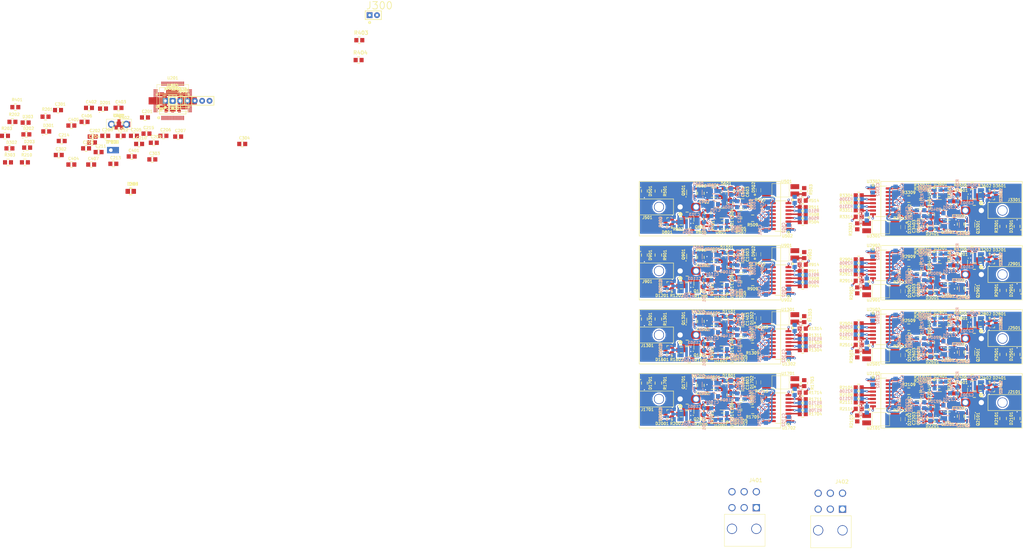
<source format=kicad_pcb>
(kicad_pcb (version 4) (host pcbnew 4.0.5+dfsg1-4)
  (layers (0 F.Cu signal) (31 B.Cu signal) (34 B.Paste user) (35 F.Paste user) (36 B.SilkS user) (37 F.SilkS user) (38 B.Mask user) (39 F.Mask user) (44 Edge.Cuts user))
  (net 0 "")
  (net 1 DGND)
  (net 2 "Net-(C201-Pad2)")
  (net 3 "Net-(C202-Pad1)")
  (net 4 VDD)
  (net 5 /VBat)
  (net 6 "Net-(C205-Pad2)")
  (net 7 "Net-(C206-Pad1)")
  (net 8 /NRST)
  (net 9 "Net-(C211-Pad2)")
  (net 10 /STM32F446/USER_BTN)
  (net 11 /STM32F446/PA3)
  (net 12 3.3V)
  (net 13 12V)
  (net 14 5V)
  (net 15 /CAN1/CAN_P)
  (net 16 /CAN1/CAN_N)
  (net 17 "Net-(C405-Pad2)")
  (net 18 "/Module 1/AVDD")
  (net 19 "/Module 1/AGND")
  (net 20 "Net-(C503-Pad2)")
  (net 21 "Net-(C504-Pad2)")
  (net 22 "/Module 1/CELL_Voltage")
  (net 23 "/Module 1/+VREF")
  (net 24 "Net-(C703-Pad2)")
  (net 25 "Net-(D201-Pad1)")
  (net 26 /PA5)
  (net 27 "Net-(D202-Pad1)")
  (net 28 /PA6)
  (net 29 "Net-(D203-Pad1)")
  (net 30 /PA7)
  (net 31 "Net-(D301-Pad2)")
  (net 32 "Net-(D302-Pad2)")
  (net 33 "Net-(D303-Pad2)")
  (net 34 "Net-(D501-Pad1)")
  (net 35 "Net-(D502-Pad1)")
  (net 36 "Net-(D801-Pad1)")
  (net 37 "Net-(D801-Pad2)")
  (net 38 "Net-(D802-Pad3)")
  (net 39 "Net-(D802-Pad1)")
  (net 40 CAN_PWR)
  (net 41 /STM32F446/SWCLK)
  (net 42 /STM32F446/SWDIO)
  (net 43 /STM32F446/SWO)
  (net 44 /STM32F446/USART2_TX)
  (net 45 /STM32F446/USART2_RX)
  (net 46 "/Module 1/CELL+")
  (net 47 "Net-(Q501-Pad4)")
  (net 48 "Net-(Q801-Pad3)")
  (net 49 "Net-(R201-Pad1)")
  (net 50 "Net-(R202-Pad1)")
  (net 51 "Net-(R203-Pad1)")
  (net 52 "Net-(R205-Pad1)")
  (net 53 /STM32F446/PA2)
  (net 54 /PA12)
  (net 55 "Net-(R503-Pad1)")
  (net 56 "/Module 1/PWR_ENABLE")
  (net 57 "Net-(R504-Pad1)")
  (net 58 "/Module 1/BALANCE_PWM")
  (net 59 "/Module 1/Voltage Reading/CS")
  (net 60 "/Module 1/CS")
  (net 61 "Net-(R506-Pad1)")
  (net 62 "/Module 1/CS_MCU")
  (net 63 "/Module 1/Voltage Reading/SCLK")
  (net 64 "/Module 1/SCLK")
  (net 65 "Net-(R508-Pad1)")
  (net 66 "/Module 1/SCLK_MCU")
  (net 67 "/Module 1/Voltage Reading/SDATA")
  (net 68 "/Module 1/SDATA")
  (net 69 "Net-(R510-Pad1)")
  (net 70 "/Module 1/SDATA_MCU")
  (net 71 "/Module 1/DATA_ENABLE")
  (net 72 "Net-(R601-Pad1)")
  (net 73 "Net-(R803-Pad1)")
  (net 74 "Net-(SW201-Pad1)")
  (net 75 "Net-(SW201-Pad3)")
  (net 76 "Net-(SW202-Pad4)")
  (net 77 "Net-(SW202-Pad2)")
  (net 78 /PA11)
  (net 79 /PC0)
  (net 80 /PC1)
  (net 81 /PC2)
  (net 82 /PC3)
  (net 83 /PA0)
  (net 84 /PA1)
  (net 85 /PB13)
  (net 86 /PB14)
  (net 87 /PB15)
  (net 88 /PC6)
  (net 89 /PC7)
  (net 90 /PC8)
  (net 91 /PC9)
  (net 92 /PA8)
  (net 93 /PA9)
  (net 94 /PA10)
  (net 95 /PB12)
  (net 96 /PA4)
  (net 97 /PC4)
  (net 98 /PC5)
  (net 99 /PB0)
  (net 100 /PB1)
  (net 101 /PB2)
  (net 102 /PB10)
  (net 103 /PA15)
  (net 104 /PC10)
  (net 105 /PC11)
  (net 106 /PC12)
  (net 107 /PD2)
  (net 108 /PB4)
  (net 109 /PB5)
  (net 110 /PB6)
  (net 111 /PB7)
  (net 112 /BOOT0)
  (net 113 /PB8)
  (net 114 /PB9)
  (net 115 "Net-(U401-Pad5)")
  (net 116 "Net-(U401-Pad8)")
  (net 117 "Net-(XTAL201-Pad2)")
  (net 118 "Net-(XTAL201-Pad3)")
  (net 119 "Net-(R603-Pad1)")
  (net 120 "/Module 1/BALANCING_PWM")
  (net 121 "/Module 1/BVDD")
  (net 122 "/Module 2/BVDD")
  (net 123 "/Module 2/AVDD")
  (net 124 "/Module 2/AGND")
  (net 125 "Net-(C903-Pad2)")
  (net 126 "Net-(C904-Pad2)")
  (net 127 "/Module 2/CELL_Voltage")
  (net 128 "/Module 2/+VREF")
  (net 129 "Net-(C1103-Pad2)")
  (net 130 "/Module 3/BVDD")
  (net 131 "/Module 3/AVDD")
  (net 132 "/Module 3/AGND")
  (net 133 "Net-(C1303-Pad2)")
  (net 134 "Net-(C1304-Pad2)")
  (net 135 "/Module 3/CELL_Voltage")
  (net 136 "/Module 3/+VREF")
  (net 137 "Net-(C1503-Pad2)")
  (net 138 "Net-(D901-Pad1)")
  (net 139 "Net-(D902-Pad1)")
  (net 140 "Net-(D1201-Pad1)")
  (net 141 "Net-(D1201-Pad2)")
  (net 142 "Net-(D1202-Pad3)")
  (net 143 "Net-(D1202-Pad1)")
  (net 144 "Net-(D1301-Pad1)")
  (net 145 "Net-(D1302-Pad1)")
  (net 146 "Net-(D1601-Pad1)")
  (net 147 "Net-(D1601-Pad2)")
  (net 148 "Net-(D1602-Pad3)")
  (net 149 "Net-(D1602-Pad1)")
  (net 150 "/Module 2/CELL+")
  (net 151 "/Module 3/CELL+")
  (net 152 "Net-(Q901-Pad4)")
  (net 153 "Net-(Q1201-Pad3)")
  (net 154 "Net-(Q1301-Pad4)")
  (net 155 "Net-(Q1601-Pad3)")
  (net 156 "Net-(R903-Pad1)")
  (net 157 "/Module 2/PWR_ENABLE")
  (net 158 "Net-(R904-Pad1)")
  (net 159 "/Module 2/BALANCING_PWM")
  (net 160 "/Module 2/Voltage Reading/CS")
  (net 161 "/Module 2/CS")
  (net 162 "Net-(R906-Pad1)")
  (net 163 "/Module 2/CS_MCU")
  (net 164 "/Module 2/Voltage Reading/SCLK")
  (net 165 "/Module 2/SCLK")
  (net 166 "Net-(R908-Pad1)")
  (net 167 "/Module 2/SCLK_MCU")
  (net 168 "/Module 2/Voltage Reading/SDATA")
  (net 169 "/Module 2/SDATA")
  (net 170 "Net-(R910-Pad1)")
  (net 171 "/Module 2/SDATA_MCU")
  (net 172 "/Module 2/DATA_ENABLE")
  (net 173 "Net-(R1001-Pad1)")
  (net 174 "Net-(R1003-Pad1)")
  (net 175 "Net-(R1203-Pad1)")
  (net 176 "/Module 2/BALANCE_PWM")
  (net 177 "Net-(R1303-Pad1)")
  (net 178 "/Module 3/PWR_ENABLE")
  (net 179 "Net-(R1304-Pad1)")
  (net 180 "/Module 3/BALANCING_PWM")
  (net 181 "/Module 3/Voltage Reading/CS")
  (net 182 "/Module 3/CS")
  (net 183 "Net-(R1306-Pad1)")
  (net 184 "/Module 3/CS_MCU")
  (net 185 "/Module 3/Voltage Reading/SCLK")
  (net 186 "/Module 3/SCLK")
  (net 187 "Net-(R1308-Pad1)")
  (net 188 "/Module 3/SCLK_MCU")
  (net 189 "/Module 3/Voltage Reading/SDATA")
  (net 190 "/Module 3/SDATA")
  (net 191 "Net-(R1310-Pad1)")
  (net 192 "/Module 3/SDATA_MCU")
  (net 193 "/Module 3/DATA_ENABLE")
  (net 194 "Net-(R1401-Pad1)")
  (net 195 "Net-(R1403-Pad1)")
  (net 196 "Net-(R1603-Pad1)")
  (net 197 "/Module 3/BALANCE_PWM")
  (net 198 "/Module 1/CELL-")
  (net 199 "/Module 2/CELL-")
  (net 200 "/Module 3/CELL-")
  (net 201 "/Module 4/CELL-")
  (net 202 "/Module 4/BVDD")
  (net 203 "/Module 4/AVDD")
  (net 204 "/Module 4/AGND")
  (net 205 "Net-(C1703-Pad2)")
  (net 206 "Net-(C1704-Pad2)")
  (net 207 "/Module 4/CELL_Voltage")
  (net 208 "/Module 4/+VREF")
  (net 209 "Net-(C1903-Pad2)")
  (net 210 "/Module 5/CELL-")
  (net 211 "/Module 5/BVDD")
  (net 212 "/Module 5/AVDD")
  (net 213 "/Module 5/AGND")
  (net 214 "Net-(C2103-Pad2)")
  (net 215 "Net-(C2104-Pad2)")
  (net 216 "/Module 5/CELL_Voltage")
  (net 217 "/Module 5/+VREF")
  (net 218 "Net-(C2303-Pad2)")
  (net 219 "/Module 6/CELL-")
  (net 220 "/Module 6/BVDD")
  (net 221 "/Module 6/AVDD")
  (net 222 "/Module 6/AGND")
  (net 223 "Net-(C2503-Pad2)")
  (net 224 "Net-(C2504-Pad2)")
  (net 225 "/Module 6/CELL_Voltage")
  (net 226 "/Module 6/+VREF")
  (net 227 "Net-(C2703-Pad2)")
  (net 228 "/Module 7/CELL-")
  (net 229 "/Module 7/BVDD")
  (net 230 "/Module 7/AVDD")
  (net 231 "/Module 7/AGND")
  (net 232 "Net-(C2903-Pad2)")
  (net 233 "Net-(C2904-Pad2)")
  (net 234 "/Module 7/CELL_Voltage")
  (net 235 "/Module 7/+VREF")
  (net 236 "Net-(C3103-Pad2)")
  (net 237 "/Module 8/CELL-")
  (net 238 "/Module 8/BVDD")
  (net 239 "/Module 8/AVDD")
  (net 240 "/Module 8/AGND")
  (net 241 "Net-(C3303-Pad2)")
  (net 242 "Net-(C3304-Pad2)")
  (net 243 "/Module 8/CELL_Voltage")
  (net 244 "/Module 8/+VREF")
  (net 245 "Net-(C3503-Pad2)")
  (net 246 "Net-(D1701-Pad1)")
  (net 247 "Net-(D1702-Pad1)")
  (net 248 "Net-(D2001-Pad1)")
  (net 249 "Net-(D2001-Pad2)")
  (net 250 "Net-(D2002-Pad3)")
  (net 251 "Net-(D2002-Pad1)")
  (net 252 "Net-(D2101-Pad1)")
  (net 253 "Net-(D2102-Pad1)")
  (net 254 "Net-(D2401-Pad1)")
  (net 255 "Net-(D2401-Pad2)")
  (net 256 "Net-(D2402-Pad3)")
  (net 257 "Net-(D2402-Pad1)")
  (net 258 "Net-(D2501-Pad1)")
  (net 259 "Net-(D2502-Pad1)")
  (net 260 "Net-(D2801-Pad1)")
  (net 261 "Net-(D2801-Pad2)")
  (net 262 "Net-(D2802-Pad3)")
  (net 263 "Net-(D2802-Pad1)")
  (net 264 "Net-(D2901-Pad1)")
  (net 265 "Net-(D2902-Pad1)")
  (net 266 "Net-(D3201-Pad1)")
  (net 267 "Net-(D3201-Pad2)")
  (net 268 "Net-(D3202-Pad3)")
  (net 269 "Net-(D3202-Pad1)")
  (net 270 "Net-(D3301-Pad1)")
  (net 271 "Net-(D3302-Pad1)")
  (net 272 "Net-(D3601-Pad1)")
  (net 273 "Net-(D3601-Pad2)")
  (net 274 "Net-(D3602-Pad3)")
  (net 275 "Net-(D3602-Pad1)")
  (net 276 "/Module 4/CELL+")
  (net 277 "/Module 5/CELL+")
  (net 278 "/Module 6/CELL+")
  (net 279 "/Module 7/CELL+")
  (net 280 "/Module 8/CELL+")
  (net 281 "Net-(Q1701-Pad4)")
  (net 282 "Net-(Q2001-Pad3)")
  (net 283 "Net-(Q2101-Pad4)")
  (net 284 "Net-(Q2401-Pad3)")
  (net 285 "Net-(Q2501-Pad4)")
  (net 286 "Net-(Q2801-Pad3)")
  (net 287 "Net-(Q2901-Pad4)")
  (net 288 "Net-(Q3201-Pad3)")
  (net 289 "Net-(Q3301-Pad4)")
  (net 290 "Net-(Q3601-Pad3)")
  (net 291 "Net-(R1703-Pad1)")
  (net 292 "/Module 4/PWR_ENABLE")
  (net 293 "Net-(R1704-Pad1)")
  (net 294 "/Module 4/BALANCING_PWM")
  (net 295 "/Module 4/Voltage Reading/CS")
  (net 296 "/Module 4/CS")
  (net 297 "Net-(R1706-Pad1)")
  (net 298 "/Module 4/CS_MCU")
  (net 299 "/Module 4/Voltage Reading/SCLK")
  (net 300 "/Module 4/SCLK")
  (net 301 "Net-(R1708-Pad1)")
  (net 302 "/Module 4/SCLK_MCU")
  (net 303 "/Module 4/Voltage Reading/SDATA")
  (net 304 "/Module 4/SDATA")
  (net 305 "Net-(R1710-Pad1)")
  (net 306 "/Module 4/SDATA_MCU")
  (net 307 "/Module 4/DATA_ENABLE")
  (net 308 "Net-(R1801-Pad1)")
  (net 309 "Net-(R1803-Pad1)")
  (net 310 "Net-(R2003-Pad1)")
  (net 311 "/Module 4/BALANCE_PWM")
  (net 312 "Net-(R2103-Pad1)")
  (net 313 "/Module 5/PWR_ENABLE")
  (net 314 "Net-(R2104-Pad1)")
  (net 315 "/Module 5/BALANCING_PWM")
  (net 316 "/Module 5/Voltage Reading/CS")
  (net 317 "/Module 5/CS")
  (net 318 "Net-(R2106-Pad1)")
  (net 319 "/Module 5/CS_MCU")
  (net 320 "/Module 5/Voltage Reading/SCLK")
  (net 321 "/Module 5/SCLK")
  (net 322 "Net-(R2108-Pad1)")
  (net 323 "/Module 5/SCLK_MCU")
  (net 324 "/Module 5/Voltage Reading/SDATA")
  (net 325 "/Module 5/SDATA")
  (net 326 "Net-(R2110-Pad1)")
  (net 327 "/Module 5/SDATA_MCU")
  (net 328 "/Module 5/DATA_ENABLE")
  (net 329 "Net-(R2201-Pad1)")
  (net 330 "Net-(R2203-Pad1)")
  (net 331 "Net-(R2403-Pad1)")
  (net 332 "/Module 5/BALANCE_PWM")
  (net 333 "Net-(R2503-Pad1)")
  (net 334 "/Module 6/PWR_ENABLE")
  (net 335 "Net-(R2504-Pad1)")
  (net 336 "/Module 6/BALANCING_PWM")
  (net 337 "/Module 6/Voltage Reading/CS")
  (net 338 "/Module 6/CS")
  (net 339 "Net-(R2506-Pad1)")
  (net 340 "/Module 6/CS_MCU")
  (net 341 "/Module 6/Voltage Reading/SCLK")
  (net 342 "/Module 6/SCLK")
  (net 343 "Net-(R2508-Pad1)")
  (net 344 "/Module 6/SCLK_MCU")
  (net 345 "/Module 6/Voltage Reading/SDATA")
  (net 346 "/Module 6/SDATA")
  (net 347 "Net-(R2510-Pad1)")
  (net 348 "/Module 6/SDATA_MCU")
  (net 349 "/Module 6/DATA_ENABLE")
  (net 350 "Net-(R2601-Pad1)")
  (net 351 "Net-(R2603-Pad1)")
  (net 352 "Net-(R2803-Pad1)")
  (net 353 "/Module 6/BALANCE_PWM")
  (net 354 "Net-(R2903-Pad1)")
  (net 355 "/Module 7/PWR_ENABLE")
  (net 356 "Net-(R2904-Pad1)")
  (net 357 "/Module 7/BALANCING_PWM")
  (net 358 "/Module 7/Voltage Reading/CS")
  (net 359 "/Module 7/CS")
  (net 360 "Net-(R2906-Pad1)")
  (net 361 "/Module 7/CS_MCU")
  (net 362 "/Module 7/Voltage Reading/SCLK")
  (net 363 "/Module 7/SCLK")
  (net 364 "Net-(R2908-Pad1)")
  (net 365 "/Module 7/SCLK_MCU")
  (net 366 "/Module 7/Voltage Reading/SDATA")
  (net 367 "/Module 7/SDATA")
  (net 368 "Net-(R2910-Pad1)")
  (net 369 "/Module 7/SDATA_MCU")
  (net 370 "/Module 7/DATA_ENABLE")
  (net 371 "Net-(R3001-Pad1)")
  (net 372 "Net-(R3003-Pad1)")
  (net 373 "Net-(R3203-Pad1)")
  (net 374 "/Module 7/BALANCE_PWM")
  (net 375 "Net-(R3303-Pad1)")
  (net 376 "/Module 8/PWR_ENABLE")
  (net 377 "Net-(R3304-Pad1)")
  (net 378 "/Module 8/BALANCING_PWM")
  (net 379 "/Module 8/Voltage Reading/CS")
  (net 380 "/Module 8/CS")
  (net 381 "Net-(R3306-Pad1)")
  (net 382 "/Module 8/CS_MCU")
  (net 383 "/Module 8/Voltage Reading/SCLK")
  (net 384 "/Module 8/SCLK")
  (net 385 "Net-(R3308-Pad1)")
  (net 386 "/Module 8/SCLK_MCU")
  (net 387 "/Module 8/Voltage Reading/SDATA")
  (net 388 "/Module 8/SDATA")
  (net 389 "Net-(R3310-Pad1)")
  (net 390 "/Module 8/SDATA_MCU")
  (net 391 "/Module 8/DATA_ENABLE")
  (net 392 "Net-(R3401-Pad1)")
  (net 393 "Net-(R3403-Pad1)")
  (net 394 "Net-(R3603-Pad1)")
  (net 395 "/Module 8/BALANCE_PWM")
  (net 396 "/Module 1/Balancing/Drain_P_Mosfet")
  (net 397 "/Module 2/Balancing/Drain_P_Mosfet")
  (net 398 "/Module 3/Balancing/Drain_P_Mosfet")
  (net 399 "/Module 4/Balancing/Drain_P_Mosfet")
  (net 400 "/Module 5/Balancing/Drain_P_Mosfet")
  (net 401 "/Module 6/Balancing/Drain_P_Mosfet")
  (net 402 "/Module 7/Balancing/Drain_P_Mosfet")
  (net 403 "/Module 8/Balancing/Drain_P_Mosfet")
  (net 404 "/Module 1/Power Supply Front End/SW")
  (net 405 "/Module 2/Power Supply Front End/SW")
  (net 406 "/Module 3/Power Supply Front End/SW")
  (net 407 "/Module 4/Power Supply Front End/SW")
  (net 408 "/Module 5/Power Supply Front End/SW")
  (net 409 "/Module 6/Power Supply Front End/SW")
  (net 410 "/Module 7/Power Supply Front End/SW")
  (net 411 "/Module 8/Power Supply Front End/SW")
  (net 412 "Net-(C303-Pad2)")
  (net 413 /CAN1/Shield1)
  (net 414 /CAN1/Shield2)
  (module Capacitors:C0805 (layer B.Cu) (at 166.878 59.69 90)
    (fp_text reference C3303 (at 1.034 -2.032 90) (layer B.SilkS) (effects (font (size 0.9652 0.9652) (thickness 0.2032)) (justify mirror)))
    (fp_text value 885012207080 hide)
    (pad 1 smd rect (at 0 0 90) (size 1.4 1.5) (layers B.Cu B.Paste B.Mask) (net 240 "/Module 8/AGND"))
    (pad 2 smd rect (at 2.05 0 90) (size 1.4 1.5) (layers B.Cu B.Paste B.Mask) (net 241 "Net-(C3303-Pad2)"))
  )
  (module Resistors:R0805 (layer B.Cu) (at 165.118 52.324 180)
    (fp_text reference R3306 (at 5.352 0 180) (layer B.SilkS) (effects (font (size 0.9652 0.9652) (thickness 0.2032)) (justify mirror)))
    (fp_text value RC0805JR-07100RL hide)
    (pad 1 smd rect (at 0 0 180) (size 1.4 1.5) (layers B.Cu B.Paste B.Mask) (net 381 "Net-(R3306-Pad1)"))
    (pad 2 smd rect (at 2.05 0 180) (size 1.4 1.5) (layers B.Cu B.Paste B.Mask) (net 382 "/Module 8/CS_MCU"))
  )
  (module Resistors:R0805 (layer B.Cu) (at 165.1 54.864 180)
    (fp_text reference R3310 (at 5.334 0 180) (layer B.SilkS) (effects (font (size 0.9652 0.9652) (thickness 0.2032)) (justify mirror)))
    (fp_text value RC0805JR-074K7L hide)
    (pad 1 smd rect (at 0 0 180) (size 1.4 1.5) (layers B.Cu B.Paste B.Mask) (net 389 "Net-(R3310-Pad1)"))
    (pad 2 smd rect (at 2.05 0 180) (size 1.4 1.5) (layers B.Cu B.Paste B.Mask) (net 390 "/Module 8/SDATA_MCU"))
  )
  (module Capacitors:C0805 (layer B.Cu) (at 168.91 47.988 270)
    (fp_text reference C3302 (at 1.034 -1.778 270) (layer B.SilkS) (effects (font (size 0.9652 0.9652) (thickness 0.2032)) (justify mirror)))
    (fp_text value 885012207098 hide)
    (pad 1 smd rect (at 0 0 270) (size 1.4 1.5) (layers B.Cu B.Paste B.Mask) (net 239 "/Module 8/AVDD"))
    (pad 2 smd rect (at 2.05 0 270) (size 1.4 1.5) (layers B.Cu B.Paste B.Mask) (net 240 "/Module 8/AGND"))
  )
  (module Resistors:R0805 (layer F.Cu) (at 165.1 51.054 180)
    (fp_text reference R3304 (at 5.334 0 180) (layer F.SilkS) (effects (font (size 0.9652 0.9652) (thickness 0.2032))))
    (fp_text value RC0805JR-07100RL hide)
    (pad 1 smd rect (at 0 0 180) (size 1.4 1.5) (layers F.Cu F.Paste F.Mask) (net 377 "Net-(R3304-Pad1)"))
    (pad 2 smd rect (at 2.05 0 180) (size 1.4 1.5) (layers F.Cu F.Paste F.Mask) (net 378 "/Module 8/BALANCING_PWM"))
  )
  (module Resistors:R0805 (layer F.Cu) (at 165.118 53.594 180)
    (fp_text reference R3308 (at 5.352 0 180) (layer F.SilkS) (effects (font (size 0.9652 0.9652) (thickness 0.2032))))
    (fp_text value RC0805JR-07100RL hide)
    (pad 1 smd rect (at 0 0 180) (size 1.4 1.5) (layers F.Cu F.Paste F.Mask) (net 385 "Net-(R3308-Pad1)"))
    (pad 2 smd rect (at 2.05 0 180) (size 1.4 1.5) (layers F.Cu F.Paste F.Mask) (net 386 "/Module 8/SCLK_MCU"))
  )
  (module Resistors:R0805 (layer F.Cu) (at 163.05 58.42)
    (fp_text reference R3314 (at -3.284 0) (layer F.SilkS) (effects (font (size 0.9652 0.9652) (thickness 0.2032))))
    (fp_text value RC0805JR-07470KL hide)
    (pad 1 smd rect (at 0 0) (size 1.4 1.5) (layers F.Cu F.Paste F.Mask) (net 240 "/Module 8/AGND"))
    (pad 2 smd rect (at 2.05 0) (size 1.4 1.5) (layers F.Cu F.Paste F.Mask) (net 241 "Net-(C3303-Pad2)"))
  )
  (module Resistors:R0805 (layer F.Cu) (at 165.1 56.134 180)
    (fp_text reference R3311 (at 5.334 0 180) (layer F.SilkS) (effects (font (size 0.9652 0.9652) (thickness 0.2032))))
    (fp_text value RC0805JR-074K7L hide)
    (pad 1 smd rect (at 0 0 180) (size 1.4 1.5) (layers F.Cu F.Paste F.Mask) (net 241 "Net-(C3303-Pad2)"))
    (pad 2 smd rect (at 2.05 0 180) (size 1.4 1.5) (layers F.Cu F.Paste F.Mask) (net 391 "/Module 8/DATA_ENABLE"))
  )
  (module Capacitors:C0805 (layer B.Cu) (at 166.878 81.788 90)
    (fp_text reference C2903 (at 1.034 -2.032 90) (layer B.SilkS) (effects (font (size 0.9652 0.9652) (thickness 0.2032)) (justify mirror)))
    (fp_text value 885012207080 hide)
    (pad 1 smd rect (at 0 0 90) (size 1.4 1.5) (layers B.Cu B.Paste B.Mask) (net 231 "/Module 7/AGND"))
    (pad 2 smd rect (at 2.05 0 90) (size 1.4 1.5) (layers B.Cu B.Paste B.Mask) (net 232 "Net-(C2903-Pad2)"))
  )
  (module Capacitors:C0805 (layer B.Cu) (at 168.91 70.086 270)
    (fp_text reference C2902 (at 1.034 -1.778 270) (layer B.SilkS) (effects (font (size 0.9652 0.9652) (thickness 0.2032)) (justify mirror)))
    (fp_text value 885012207098 hide)
    (pad 1 smd rect (at 0 0 270) (size 1.4 1.5) (layers B.Cu B.Paste B.Mask) (net 230 "/Module 7/AVDD"))
    (pad 2 smd rect (at 2.05 0 270) (size 1.4 1.5) (layers B.Cu B.Paste B.Mask) (net 231 "/Module 7/AGND"))
  )
  (module Resistors:R0805 (layer B.Cu) (at 165.118 74.422 180)
    (fp_text reference R2906 (at 5.352 0 180) (layer B.SilkS) (effects (font (size 0.9652 0.9652) (thickness 0.2032)) (justify mirror)))
    (fp_text value RC0805JR-07100RL hide)
    (pad 1 smd rect (at 0 0 180) (size 1.4 1.5) (layers B.Cu B.Paste B.Mask) (net 360 "Net-(R2906-Pad1)"))
    (pad 2 smd rect (at 2.05 0 180) (size 1.4 1.5) (layers B.Cu B.Paste B.Mask) (net 361 "/Module 7/CS_MCU"))
  )
  (module Resistors:R0805 (layer B.Cu) (at 165.1 76.962 180)
    (fp_text reference R2910 (at 5.334 0 180) (layer B.SilkS) (effects (font (size 0.9652 0.9652) (thickness 0.2032)) (justify mirror)))
    (fp_text value RC0805JR-074K7L hide)
    (pad 1 smd rect (at 0 0 180) (size 1.4 1.5) (layers B.Cu B.Paste B.Mask) (net 368 "Net-(R2910-Pad1)"))
    (pad 2 smd rect (at 2.05 0 180) (size 1.4 1.5) (layers B.Cu B.Paste B.Mask) (net 369 "/Module 7/SDATA_MCU"))
  )
  (module Resistors:R0805 (layer F.Cu) (at 165.1 73.152 180)
    (fp_text reference R2904 (at 5.334 0 180) (layer F.SilkS) (effects (font (size 0.9652 0.9652) (thickness 0.2032))))
    (fp_text value RC0805JR-07100RL hide)
    (pad 1 smd rect (at 0 0 180) (size 1.4 1.5) (layers F.Cu F.Paste F.Mask) (net 356 "Net-(R2904-Pad1)"))
    (pad 2 smd rect (at 2.05 0 180) (size 1.4 1.5) (layers F.Cu F.Paste F.Mask) (net 357 "/Module 7/BALANCING_PWM"))
  )
  (module Resistors:R0805 (layer F.Cu) (at 165.1 78.232 180)
    (fp_text reference R2911 (at 5.334 0 180) (layer F.SilkS) (effects (font (size 0.9652 0.9652) (thickness 0.2032))))
    (fp_text value RC0805JR-074K7L hide)
    (pad 1 smd rect (at 0 0 180) (size 1.4 1.5) (layers F.Cu F.Paste F.Mask) (net 232 "Net-(C2903-Pad2)"))
    (pad 2 smd rect (at 2.05 0 180) (size 1.4 1.5) (layers F.Cu F.Paste F.Mask) (net 370 "/Module 7/DATA_ENABLE"))
  )
  (module Resistors:R0805 (layer F.Cu) (at 163.05 80.518)
    (fp_text reference R2914 (at -3.284 0) (layer F.SilkS) (effects (font (size 0.9652 0.9652) (thickness 0.2032))))
    (fp_text value RC0805JR-07470KL hide)
    (pad 1 smd rect (at 0 0) (size 1.4 1.5) (layers F.Cu F.Paste F.Mask) (net 231 "/Module 7/AGND"))
    (pad 2 smd rect (at 2.05 0) (size 1.4 1.5) (layers F.Cu F.Paste F.Mask) (net 232 "Net-(C2903-Pad2)"))
  )
  (module Resistors:R0805 (layer F.Cu) (at 165.118 75.692 180)
    (fp_text reference R2908 (at 5.352 0 180) (layer F.SilkS) (effects (font (size 0.9652 0.9652) (thickness 0.2032))))
    (fp_text value RC0805JR-07100RL hide)
    (pad 1 smd rect (at 0 0 180) (size 1.4 1.5) (layers F.Cu F.Paste F.Mask) (net 364 "Net-(R2908-Pad1)"))
    (pad 2 smd rect (at 2.05 0 180) (size 1.4 1.5) (layers F.Cu F.Paste F.Mask) (net 365 "/Module 7/SCLK_MCU"))
  )
  (module Capacitors:C0805 (layer B.Cu) (at 168.91 92.184 270)
    (fp_text reference C2502 (at 1.034 -1.778 270) (layer B.SilkS) (effects (font (size 0.9652 0.9652) (thickness 0.2032)) (justify mirror)))
    (fp_text value 885012207098 hide)
    (pad 1 smd rect (at 0 0 270) (size 1.4 1.5) (layers B.Cu B.Paste B.Mask) (net 221 "/Module 6/AVDD"))
    (pad 2 smd rect (at 2.05 0 270) (size 1.4 1.5) (layers B.Cu B.Paste B.Mask) (net 222 "/Module 6/AGND"))
  )
  (module Resistors:R0805 (layer B.Cu) (at 165.1 99.06 180)
    (fp_text reference R2510 (at 5.334 0 180) (layer B.SilkS) (effects (font (size 0.9652 0.9652) (thickness 0.2032)) (justify mirror)))
    (fp_text value RC0805JR-074K7L hide)
    (pad 1 smd rect (at 0 0 180) (size 1.4 1.5) (layers B.Cu B.Paste B.Mask) (net 347 "Net-(R2510-Pad1)"))
    (pad 2 smd rect (at 2.05 0 180) (size 1.4 1.5) (layers B.Cu B.Paste B.Mask) (net 348 "/Module 6/SDATA_MCU"))
  )
  (module Capacitors:C0805 (layer B.Cu) (at 166.878 103.886 90)
    (fp_text reference C2503 (at 1.034 -2.032 90) (layer B.SilkS) (effects (font (size 0.9652 0.9652) (thickness 0.2032)) (justify mirror)))
    (fp_text value 885012207080 hide)
    (pad 1 smd rect (at 0 0 90) (size 1.4 1.5) (layers B.Cu B.Paste B.Mask) (net 222 "/Module 6/AGND"))
    (pad 2 smd rect (at 2.05 0 90) (size 1.4 1.5) (layers B.Cu B.Paste B.Mask) (net 223 "Net-(C2503-Pad2)"))
  )
  (module Resistors:R0805 (layer B.Cu) (at 165.118 96.52 180)
    (fp_text reference R2506 (at 5.352 0 180) (layer B.SilkS) (effects (font (size 0.9652 0.9652) (thickness 0.2032)) (justify mirror)))
    (fp_text value RC0805JR-07100RL hide)
    (pad 1 smd rect (at 0 0 180) (size 1.4 1.5) (layers B.Cu B.Paste B.Mask) (net 339 "Net-(R2506-Pad1)"))
    (pad 2 smd rect (at 2.05 0 180) (size 1.4 1.5) (layers B.Cu B.Paste B.Mask) (net 340 "/Module 6/CS_MCU"))
  )
  (module Resistors:R0805 (layer F.Cu) (at 165.1 95.25 180)
    (fp_text reference R2504 (at 5.334 0 180) (layer F.SilkS) (effects (font (size 0.9652 0.9652) (thickness 0.2032))))
    (fp_text value RC0805JR-07100RL hide)
    (pad 1 smd rect (at 0 0 180) (size 1.4 1.5) (layers F.Cu F.Paste F.Mask) (net 335 "Net-(R2504-Pad1)"))
    (pad 2 smd rect (at 2.05 0 180) (size 1.4 1.5) (layers F.Cu F.Paste F.Mask) (net 336 "/Module 6/BALANCING_PWM"))
  )
  (module Resistors:R0805 (layer F.Cu) (at 163.05 102.616)
    (fp_text reference R2514 (at -3.284 0) (layer F.SilkS) (effects (font (size 0.9652 0.9652) (thickness 0.2032))))
    (fp_text value RC0805JR-07470KL hide)
    (pad 1 smd rect (at 0 0) (size 1.4 1.5) (layers F.Cu F.Paste F.Mask) (net 222 "/Module 6/AGND"))
    (pad 2 smd rect (at 2.05 0) (size 1.4 1.5) (layers F.Cu F.Paste F.Mask) (net 223 "Net-(C2503-Pad2)"))
  )
  (module Resistors:R0805 (layer F.Cu) (at 165.118 97.79 180)
    (fp_text reference R2508 (at 5.352 0 180) (layer F.SilkS) (effects (font (size 0.9652 0.9652) (thickness 0.2032))))
    (fp_text value RC0805JR-07100RL hide)
    (pad 1 smd rect (at 0 0 180) (size 1.4 1.5) (layers F.Cu F.Paste F.Mask) (net 343 "Net-(R2508-Pad1)"))
    (pad 2 smd rect (at 2.05 0 180) (size 1.4 1.5) (layers F.Cu F.Paste F.Mask) (net 344 "/Module 6/SCLK_MCU"))
  )
  (module Resistors:R0805 (layer F.Cu) (at 165.1 100.33 180)
    (fp_text reference R2511 (at 5.334 0 180) (layer F.SilkS) (effects (font (size 0.9652 0.9652) (thickness 0.2032))))
    (fp_text value RC0805JR-074K7L hide)
    (pad 1 smd rect (at 0 0 180) (size 1.4 1.5) (layers F.Cu F.Paste F.Mask) (net 223 "Net-(C2503-Pad2)"))
    (pad 2 smd rect (at 2.05 0 180) (size 1.4 1.5) (layers F.Cu F.Paste F.Mask) (net 349 "/Module 6/DATA_ENABLE"))
  )
  (module Capacitors:C0805 (layer B.Cu) (at 166.878 125.984 90)
    (fp_text reference C2103 (at 1.034 -2.032 90) (layer B.SilkS) (effects (font (size 0.9652 0.9652) (thickness 0.2032)) (justify mirror)))
    (fp_text value 885012207080 hide)
    (pad 1 smd rect (at 0 0 90) (size 1.4 1.5) (layers B.Cu B.Paste B.Mask) (net 213 "/Module 5/AGND"))
    (pad 2 smd rect (at 2.05 0 90) (size 1.4 1.5) (layers B.Cu B.Paste B.Mask) (net 214 "Net-(C2103-Pad2)"))
  )
  (module Capacitors:C0805 (layer B.Cu) (at 168.91 114.282 270)
    (fp_text reference C2102 (at 1.034 -1.778 270) (layer B.SilkS) (effects (font (size 0.9652 0.9652) (thickness 0.2032)) (justify mirror)))
    (fp_text value 885012207098 hide)
    (pad 1 smd rect (at 0 0 270) (size 1.4 1.5) (layers B.Cu B.Paste B.Mask) (net 212 "/Module 5/AVDD"))
    (pad 2 smd rect (at 2.05 0 270) (size 1.4 1.5) (layers B.Cu B.Paste B.Mask) (net 213 "/Module 5/AGND"))
  )
  (module Resistors:R0805 (layer B.Cu) (at 165.118 118.618 180)
    (fp_text reference R2106 (at 5.352 0 180) (layer B.SilkS) (effects (font (size 0.9652 0.9652) (thickness 0.2032)) (justify mirror)))
    (fp_text value RC0805JR-07100RL hide)
    (pad 1 smd rect (at 0 0 180) (size 1.4 1.5) (layers B.Cu B.Paste B.Mask) (net 318 "Net-(R2106-Pad1)"))
    (pad 2 smd rect (at 2.05 0 180) (size 1.4 1.5) (layers B.Cu B.Paste B.Mask) (net 319 "/Module 5/CS_MCU"))
  )
  (module Resistors:R0805 (layer B.Cu) (at 165.1 121.158 180)
    (fp_text reference R2110 (at 5.334 0 180) (layer B.SilkS) (effects (font (size 0.9652 0.9652) (thickness 0.2032)) (justify mirror)))
    (fp_text value RC0805JR-074K7L hide)
    (pad 1 smd rect (at 0 0 180) (size 1.4 1.5) (layers B.Cu B.Paste B.Mask) (net 326 "Net-(R2110-Pad1)"))
    (pad 2 smd rect (at 2.05 0 180) (size 1.4 1.5) (layers B.Cu B.Paste B.Mask) (net 327 "/Module 5/SDATA_MCU"))
  )
  (module Resistors:R0805 (layer F.Cu) (at 165.1 117.348 180)
    (fp_text reference R2104 (at 5.334 0 180) (layer F.SilkS) (effects (font (size 0.9652 0.9652) (thickness 0.2032))))
    (fp_text value RC0805JR-07100RL hide)
    (pad 1 smd rect (at 0 0 180) (size 1.4 1.5) (layers F.Cu F.Paste F.Mask) (net 314 "Net-(R2104-Pad1)"))
    (pad 2 smd rect (at 2.05 0 180) (size 1.4 1.5) (layers F.Cu F.Paste F.Mask) (net 315 "/Module 5/BALANCING_PWM"))
  )
  (module Resistors:R0805 (layer F.Cu) (at 165.1 122.428 180)
    (fp_text reference R2111 (at 5.334 0 180) (layer F.SilkS) (effects (font (size 0.9652 0.9652) (thickness 0.2032))))
    (fp_text value RC0805JR-074K7L hide)
    (pad 1 smd rect (at 0 0 180) (size 1.4 1.5) (layers F.Cu F.Paste F.Mask) (net 214 "Net-(C2103-Pad2)"))
    (pad 2 smd rect (at 2.05 0 180) (size 1.4 1.5) (layers F.Cu F.Paste F.Mask) (net 328 "/Module 5/DATA_ENABLE"))
  )
  (module Resistors:R0805 (layer F.Cu) (at 165.118 119.888 180)
    (fp_text reference R2108 (at 5.352 0 180) (layer F.SilkS) (effects (font (size 0.9652 0.9652) (thickness 0.2032))))
    (fp_text value RC0805JR-07100RL hide)
    (pad 1 smd rect (at 0 0 180) (size 1.4 1.5) (layers F.Cu F.Paste F.Mask) (net 322 "Net-(R2108-Pad1)"))
    (pad 2 smd rect (at 2.05 0 180) (size 1.4 1.5) (layers F.Cu F.Paste F.Mask) (net 323 "/Module 5/SCLK_MCU"))
  )
  (module Resistors:R0805 (layer F.Cu) (at 163.05 124.714)
    (fp_text reference R2114 (at -3.284 0) (layer F.SilkS) (effects (font (size 0.9652 0.9652) (thickness 0.2032))))
    (fp_text value RC0805JR-07470KL hide)
    (pad 1 smd rect (at 0 0) (size 1.4 1.5) (layers F.Cu F.Paste F.Mask) (net 213 "/Module 5/AGND"))
    (pad 2 smd rect (at 2.05 0) (size 1.4 1.5) (layers F.Cu F.Paste F.Mask) (net 214 "Net-(C2103-Pad2)"))
  )
  (module Capacitors:C0805 (layer B.Cu) (at 141.986 117.856 270)
    (fp_text reference C1703 (at 1.034 -2.032 270) (layer B.SilkS) (effects (font (size 0.9652 0.9652) (thickness 0.2032)) (justify mirror)))
    (fp_text value 885012207080 hide)
    (pad 1 smd rect (at 0 0 270) (size 1.4 1.5) (layers B.Cu B.Paste B.Mask) (net 204 "/Module 4/AGND"))
    (pad 2 smd rect (at 2.05 0 270) (size 1.4 1.5) (layers B.Cu B.Paste B.Mask) (net 205 "Net-(C1703-Pad2)"))
  )
  (module Capacitors:C0805 (layer B.Cu) (at 139.954 129.558 90)
    (fp_text reference C1702 (at 1.034 -1.778 90) (layer B.SilkS) (effects (font (size 0.9652 0.9652) (thickness 0.2032)) (justify mirror)))
    (fp_text value 885012207098 hide)
    (pad 1 smd rect (at 0 0 90) (size 1.4 1.5) (layers B.Cu B.Paste B.Mask) (net 203 "/Module 4/AVDD"))
    (pad 2 smd rect (at 2.05 0 90) (size 1.4 1.5) (layers B.Cu B.Paste B.Mask) (net 204 "/Module 4/AGND"))
  )
  (module Resistors:R0805 (layer B.Cu) (at 143.746 125.222)
    (fp_text reference R1706 (at 5.352 0) (layer B.SilkS) (effects (font (size 0.9652 0.9652) (thickness 0.2032)) (justify mirror)))
    (fp_text value RC0805JR-07100RL hide)
    (pad 1 smd rect (at 0 0) (size 1.4 1.5) (layers B.Cu B.Paste B.Mask) (net 297 "Net-(R1706-Pad1)"))
    (pad 2 smd rect (at 2.05 0) (size 1.4 1.5) (layers B.Cu B.Paste B.Mask) (net 298 "/Module 4/CS_MCU"))
  )
  (module Resistors:R0805 (layer B.Cu) (at 143.764 122.682)
    (fp_text reference R1710 (at 5.334 0) (layer B.SilkS) (effects (font (size 0.9652 0.9652) (thickness 0.2032)) (justify mirror)))
    (fp_text value RC0805JR-074K7L hide)
    (pad 1 smd rect (at 0 0) (size 1.4 1.5) (layers B.Cu B.Paste B.Mask) (net 305 "Net-(R1710-Pad1)"))
    (pad 2 smd rect (at 2.05 0) (size 1.4 1.5) (layers B.Cu B.Paste B.Mask) (net 306 "/Module 4/SDATA_MCU"))
  )
  (module Resistors:R0805 (layer F.Cu) (at 143.764 126.492)
    (fp_text reference R1704 (at 5.334 0) (layer F.SilkS) (effects (font (size 0.9652 0.9652) (thickness 0.2032))))
    (fp_text value RC0805JR-07100RL hide)
    (pad 1 smd rect (at 0 0) (size 1.4 1.5) (layers F.Cu F.Paste F.Mask) (net 293 "Net-(R1704-Pad1)"))
    (pad 2 smd rect (at 2.05 0) (size 1.4 1.5) (layers F.Cu F.Paste F.Mask) (net 294 "/Module 4/BALANCING_PWM"))
  )
  (module Resistors:R0805 (layer F.Cu) (at 143.764 121.412)
    (fp_text reference R1711 (at 5.334 0) (layer F.SilkS) (effects (font (size 0.9652 0.9652) (thickness 0.2032))))
    (fp_text value RC0805JR-074K7L hide)
    (pad 1 smd rect (at 0 0) (size 1.4 1.5) (layers F.Cu F.Paste F.Mask) (net 205 "Net-(C1703-Pad2)"))
    (pad 2 smd rect (at 2.05 0) (size 1.4 1.5) (layers F.Cu F.Paste F.Mask) (net 307 "/Module 4/DATA_ENABLE"))
  )
  (module Resistors:R0805 (layer F.Cu) (at 145.814 119.126 180)
    (fp_text reference R1714 (at -3.284 0 180) (layer F.SilkS) (effects (font (size 0.9652 0.9652) (thickness 0.2032))))
    (fp_text value RC0805JR-07470KL hide)
    (pad 1 smd rect (at 0 0 180) (size 1.4 1.5) (layers F.Cu F.Paste F.Mask) (net 204 "/Module 4/AGND"))
    (pad 2 smd rect (at 2.05 0 180) (size 1.4 1.5) (layers F.Cu F.Paste F.Mask) (net 205 "Net-(C1703-Pad2)"))
  )
  (module Resistors:R0805 (layer F.Cu) (at 143.746 123.952)
    (fp_text reference R1708 (at 5.352 0) (layer F.SilkS) (effects (font (size 0.9652 0.9652) (thickness 0.2032))))
    (fp_text value RC0805JR-07100RL hide)
    (pad 1 smd rect (at 0 0) (size 1.4 1.5) (layers F.Cu F.Paste F.Mask) (net 301 "Net-(R1708-Pad1)"))
    (pad 2 smd rect (at 2.05 0) (size 1.4 1.5) (layers F.Cu F.Paste F.Mask) (net 302 "/Module 4/SCLK_MCU"))
  )
  (module Capacitors:C0805 (layer B.Cu) (at 139.954 107.46 90)
    (fp_text reference C1302 (at 1.034 -1.778 90) (layer B.SilkS) (effects (font (size 0.9652 0.9652) (thickness 0.2032)) (justify mirror)))
    (fp_text value 885012207098 hide)
    (pad 1 smd rect (at 0 0 90) (size 1.4 1.5) (layers B.Cu B.Paste B.Mask) (net 131 "/Module 3/AVDD"))
    (pad 2 smd rect (at 2.05 0 90) (size 1.4 1.5) (layers B.Cu B.Paste B.Mask) (net 132 "/Module 3/AGND"))
  )
  (module Capacitors:C0805 (layer B.Cu) (at 141.986 95.758 270)
    (fp_text reference C1303 (at 1.034 -2.032 270) (layer B.SilkS) (effects (font (size 0.9652 0.9652) (thickness 0.2032)) (justify mirror)))
    (fp_text value 885012207080 hide)
    (pad 1 smd rect (at 0 0 270) (size 1.4 1.5) (layers B.Cu B.Paste B.Mask) (net 132 "/Module 3/AGND"))
    (pad 2 smd rect (at 2.05 0 270) (size 1.4 1.5) (layers B.Cu B.Paste B.Mask) (net 133 "Net-(C1303-Pad2)"))
  )
  (module Resistors:R0805 (layer B.Cu) (at 143.746 103.124)
    (fp_text reference R1306 (at 5.352 0) (layer B.SilkS) (effects (font (size 0.9652 0.9652) (thickness 0.2032)) (justify mirror)))
    (fp_text value RC0805JR-07100RL hide)
    (pad 1 smd rect (at 0 0) (size 1.4 1.5) (layers B.Cu B.Paste B.Mask) (net 183 "Net-(R1306-Pad1)"))
    (pad 2 smd rect (at 2.05 0) (size 1.4 1.5) (layers B.Cu B.Paste B.Mask) (net 184 "/Module 3/CS_MCU"))
  )
  (module Resistors:R0805 (layer B.Cu) (at 143.764 100.584)
    (fp_text reference R1310 (at 5.334 0) (layer B.SilkS) (effects (font (size 0.9652 0.9652) (thickness 0.2032)) (justify mirror)))
    (fp_text value RC0805JR-074K7L hide)
    (pad 1 smd rect (at 0 0) (size 1.4 1.5) (layers B.Cu B.Paste B.Mask) (net 191 "Net-(R1310-Pad1)"))
    (pad 2 smd rect (at 2.05 0) (size 1.4 1.5) (layers B.Cu B.Paste B.Mask) (net 192 "/Module 3/SDATA_MCU"))
  )
  (module Resistors:R0805 (layer F.Cu) (at 145.814 97.028 180)
    (fp_text reference R1314 (at -3.284 0 180) (layer F.SilkS) (effects (font (size 0.9652 0.9652) (thickness 0.2032))))
    (fp_text value RC0805JR-07470KL hide)
    (pad 1 smd rect (at 0 0 180) (size 1.4 1.5) (layers F.Cu F.Paste F.Mask) (net 132 "/Module 3/AGND"))
    (pad 2 smd rect (at 2.05 0 180) (size 1.4 1.5) (layers F.Cu F.Paste F.Mask) (net 133 "Net-(C1303-Pad2)"))
  )
  (module Resistors:R0805 (layer F.Cu) (at 143.764 104.394)
    (fp_text reference R1304 (at 5.334 0) (layer F.SilkS) (effects (font (size 0.9652 0.9652) (thickness 0.2032))))
    (fp_text value RC0805JR-07100RL hide)
    (pad 1 smd rect (at 0 0) (size 1.4 1.5) (layers F.Cu F.Paste F.Mask) (net 179 "Net-(R1304-Pad1)"))
    (pad 2 smd rect (at 2.05 0) (size 1.4 1.5) (layers F.Cu F.Paste F.Mask) (net 180 "/Module 3/BALANCING_PWM"))
  )
  (module Resistors:R0805 (layer F.Cu) (at 143.764 99.314)
    (fp_text reference R1311 (at 5.334 0) (layer F.SilkS) (effects (font (size 0.9652 0.9652) (thickness 0.2032))))
    (fp_text value RC0805JR-074K7L hide)
    (pad 1 smd rect (at 0 0) (size 1.4 1.5) (layers F.Cu F.Paste F.Mask) (net 133 "Net-(C1303-Pad2)"))
    (pad 2 smd rect (at 2.05 0) (size 1.4 1.5) (layers F.Cu F.Paste F.Mask) (net 193 "/Module 3/DATA_ENABLE"))
  )
  (module Resistors:R0805 (layer F.Cu) (at 143.746 101.854)
    (fp_text reference R1308 (at 5.352 0) (layer F.SilkS) (effects (font (size 0.9652 0.9652) (thickness 0.2032))))
    (fp_text value RC0805JR-07100RL hide)
    (pad 1 smd rect (at 0 0) (size 1.4 1.5) (layers F.Cu F.Paste F.Mask) (net 187 "Net-(R1308-Pad1)"))
    (pad 2 smd rect (at 2.05 0) (size 1.4 1.5) (layers F.Cu F.Paste F.Mask) (net 188 "/Module 3/SCLK_MCU"))
  )
  (module Resistors:R0805 (layer B.Cu) (at 143.764 78.486)
    (fp_text reference R910 (at 4.826 0) (layer B.SilkS) (effects (font (size 0.9652 0.9652) (thickness 0.2032)) (justify mirror)))
    (fp_text value RC0805JR-074K7L hide)
    (pad 1 smd rect (at 0 0) (size 1.4 1.5) (layers B.Cu B.Paste B.Mask) (net 170 "Net-(R910-Pad1)"))
    (pad 2 smd rect (at 2.05 0) (size 1.4 1.5) (layers B.Cu B.Paste B.Mask) (net 171 "/Module 2/SDATA_MCU"))
  )
  (module Capacitors:C0805 (layer B.Cu) (at 141.986 73.66 270)
    (fp_text reference C903 (at 1.034 -2.032 270) (layer B.SilkS) (effects (font (size 0.9652 0.9652) (thickness 0.2032)) (justify mirror)))
    (fp_text value 885012207080 hide)
    (pad 1 smd rect (at 0 0 270) (size 1.4 1.5) (layers B.Cu B.Paste B.Mask) (net 124 "/Module 2/AGND"))
    (pad 2 smd rect (at 2.05 0 270) (size 1.4 1.5) (layers B.Cu B.Paste B.Mask) (net 125 "Net-(C903-Pad2)"))
  )
  (module Capacitors:C0805 (layer B.Cu) (at 139.954 85.362 90)
    (fp_text reference C902 (at 1.034 -1.778 90) (layer B.SilkS) (effects (font (size 0.9652 0.9652) (thickness 0.2032)) (justify mirror)))
    (fp_text value 885012207098 hide)
    (pad 1 smd rect (at 0 0 90) (size 1.4 1.5) (layers B.Cu B.Paste B.Mask) (net 123 "/Module 2/AVDD"))
    (pad 2 smd rect (at 2.05 0 90) (size 1.4 1.5) (layers B.Cu B.Paste B.Mask) (net 124 "/Module 2/AGND"))
  )
  (module Resistors:R0805 (layer B.Cu) (at 143.746 81.026)
    (fp_text reference R906 (at 4.844 0) (layer B.SilkS) (effects (font (size 0.9652 0.9652) (thickness 0.2032)) (justify mirror)))
    (fp_text value RC0805JR-07100RL hide)
    (pad 1 smd rect (at 0 0) (size 1.4 1.5) (layers B.Cu B.Paste B.Mask) (net 162 "Net-(R906-Pad1)"))
    (pad 2 smd rect (at 2.05 0) (size 1.4 1.5) (layers B.Cu B.Paste B.Mask) (net 163 "/Module 2/CS_MCU"))
  )
  (module Resistors:R0805 (layer F.Cu) (at 143.764 82.296)
    (fp_text reference R904 (at 4.826 0) (layer F.SilkS) (effects (font (size 0.9652 0.9652) (thickness 0.2032))))
    (fp_text value RC0805JR-07100RL hide)
    (pad 1 smd rect (at 0 0) (size 1.4 1.5) (layers F.Cu F.Paste F.Mask) (net 158 "Net-(R904-Pad1)"))
    (pad 2 smd rect (at 2.05 0) (size 1.4 1.5) (layers F.Cu F.Paste F.Mask) (net 159 "/Module 2/BALANCING_PWM"))
  )
  (module Resistors:R0805 (layer F.Cu) (at 145.814 74.93 180)
    (fp_text reference R914 (at -2.776 0 180) (layer F.SilkS) (effects (font (size 0.9652 0.9652) (thickness 0.2032))))
    (fp_text value RC0805JR-07470KL hide)
    (pad 1 smd rect (at 0 0 180) (size 1.4 1.5) (layers F.Cu F.Paste F.Mask) (net 124 "/Module 2/AGND"))
    (pad 2 smd rect (at 2.05 0 180) (size 1.4 1.5) (layers F.Cu F.Paste F.Mask) (net 125 "Net-(C903-Pad2)"))
  )
  (module Resistors:R0805 (layer F.Cu) (at 143.764 77.216)
    (fp_text reference R911 (at 4.826 0) (layer F.SilkS) (effects (font (size 0.9652 0.9652) (thickness 0.2032))))
    (fp_text value RC0805JR-074K7L hide)
    (pad 1 smd rect (at 0 0) (size 1.4 1.5) (layers F.Cu F.Paste F.Mask) (net 125 "Net-(C903-Pad2)"))
    (pad 2 smd rect (at 2.05 0) (size 1.4 1.5) (layers F.Cu F.Paste F.Mask) (net 172 "/Module 2/DATA_ENABLE"))
  )
  (module Resistors:R0805 (layer F.Cu) (at 143.746 79.756)
    (fp_text reference R908 (at 4.844 0) (layer F.SilkS) (effects (font (size 0.9652 0.9652) (thickness 0.2032))))
    (fp_text value RC0805JR-07100RL hide)
    (pad 1 smd rect (at 0 0) (size 1.4 1.5) (layers F.Cu F.Paste F.Mask) (net 166 "Net-(R908-Pad1)"))
    (pad 2 smd rect (at 2.05 0) (size 1.4 1.5) (layers F.Cu F.Paste F.Mask) (net 167 "/Module 2/SCLK_MCU"))
  )
  (module IC:SOT-23-3 (layer B.Cu) (at 209.804 51.054 270)
    (fp_text reference Q3602 (at 0.03 -3.302 270) (layer B.SilkS) (effects (font (size 0.9652 0.9652) (thickness 0.2032)) (justify mirror)))
    (fp_text value BSS806NH6327XTSA1 hide)
    (pad 3 smd rect (at 0 1.1 270) (size 1 1.4) (layers B.Cu B.Paste B.Mask) (net 272 "Net-(D3601-Pad1)"))
    (pad 2 smd rect (at 0.95 -1.1 270) (size 1 1.4) (layers B.Cu B.Paste B.Mask) (net 237 "/Module 8/CELL-"))
    (pad 1 smd rect (at -0.95 -1.1 270) (size 1 1.4) (layers B.Cu B.Paste B.Mask) (net 275 "Net-(D3602-Pad1)"))
  )
  (module Resistors:R2512 (layer B.Cu) (at 206.248 50.546 180)
    (fp_text reference R3604 (at 2.54 3.048 180) (layer B.SilkS) (effects (font (size 0.9652 0.9652) (thickness 0.2032)) (justify mirror)))
    (fp_text value 352210RJT hide)
    (pad 1 smd rect (at 0 0 180) (size 2.2 4) (layers B.Cu B.Paste B.Mask) (net 272 "Net-(D3601-Pad1)"))
    (pad 2 smd rect (at 5.4 0 180) (size 2.2 4) (layers B.Cu B.Paste B.Mask) (net 403 "/Module 8/Balancing/Drain_P_Mosfet"))
  )
  (module Resistors:R0805 (layer B.Cu) (at 198.12 53.104 90)
    (fp_text reference R3601 (at 5.352 0 90) (layer B.SilkS) (effects (font (size 0.9652 0.9652) (thickness 0.2032)) (justify mirror)))
    (fp_text value RC0805JR-07470KL hide)
    (pad 1 smd rect (at 0 0 90) (size 1.4 1.5) (layers B.Cu B.Paste B.Mask) (net 243 "/Module 8/CELL_Voltage"))
    (pad 2 smd rect (at 2.05 0 90) (size 1.4 1.5) (layers B.Cu B.Paste B.Mask) (net 290 "Net-(Q3601-Pad3)"))
  )
  (module Capacitors:C0805 (layer B.Cu) (at 193.53 53.086)
    (fp_text reference C3503 (at 7.892 0.508) (layer B.SilkS) (effects (font (size 0.9652 0.9652) (thickness 0.2032)) (justify mirror)))
    (fp_text value 885012207047 hide)
    (pad 1 smd rect (at 0 0) (size 1.4 1.5) (layers B.Cu B.Paste B.Mask) (net 237 "/Module 8/CELL-"))
    (pad 2 smd rect (at 2.05 0) (size 1.4 1.5) (layers B.Cu B.Paste B.Mask) (net 245 "Net-(C3503-Pad2)"))
  )
  (module Capacitors:C0805 (layer B.Cu) (at 194.31 49.004 270)
    (fp_text reference C3601 (at 1.034 -1.778 270) (layer B.SilkS) (effects (font (size 0.9652 0.9652) (thickness 0.2032)) (justify mirror)))
    (fp_text value 885012207098 hide)
    (pad 1 smd rect (at 0 0 270) (size 1.4 1.5) (layers B.Cu B.Paste B.Mask) (net 243 "/Module 8/CELL_Voltage"))
    (pad 2 smd rect (at 2.05 0 270) (size 1.4 1.5) (layers B.Cu B.Paste B.Mask) (net 237 "/Module 8/CELL-"))
  )
  (module Resistors:R0805 (layer B.Cu) (at 187.96 51.798 270)
    (fp_text reference R3312 (at 0.78 2.032 270) (layer B.SilkS) (effects (font (size 0.9652 0.9652) (thickness 0.2032)) (justify mirror)))
    (fp_text value RC0805JR-074K7L hide)
    (pad 1 smd rect (at 0 0 270) (size 1.4 1.5) (layers B.Cu B.Paste B.Mask) (net 237 "/Module 8/CELL-"))
    (pad 2 smd rect (at 2.05 0 270) (size 1.4 1.5) (layers B.Cu B.Paste B.Mask) (net 387 "/Module 8/Voltage Reading/SDATA"))
  )
  (module Resistors:R0805 (layer B.Cu) (at 186.69 58.184 90)
    (fp_text reference R3403 (at 1.034 -4.572 90) (layer B.SilkS) (effects (font (size 0.9652 0.9652) (thickness 0.2032)) (justify mirror)))
    (fp_text value RC0805JR-074K7L hide)
    (pad 1 smd rect (at 0 0 90) (size 1.4 1.5) (layers B.Cu B.Paste B.Mask) (net 393 "Net-(R3403-Pad1)"))
    (pad 2 smd rect (at 2.05 0 90) (size 1.4 1.5) (layers B.Cu B.Paste B.Mask) (net 244 "/Module 8/+VREF"))
  )
  (module Capacitors:C0805 (layer B.Cu) (at 184.15 58.184 90)
    (fp_text reference C3405 (at 1.034 -3.302 90) (layer B.SilkS) (effects (font (size 0.9652 0.9652) (thickness 0.2032)) (justify mirror)))
    (fp_text value 885012107014 hide)
    (pad 1 smd rect (at 0 0 90) (size 1.4 1.5) (layers B.Cu B.Paste B.Mask) (net 237 "/Module 8/CELL-"))
    (pad 2 smd rect (at 2.05 0 90) (size 1.4 1.5) (layers B.Cu B.Paste B.Mask) (net 238 "/Module 8/BVDD"))
  )
  (module Capacitors:C0805 (layer B.Cu) (at 176.784 50.056 90)
    (fp_text reference C3301 (at 1.034 2.286 90) (layer B.SilkS) (effects (font (size 0.9652 0.9652) (thickness 0.2032)) (justify mirror)))
    (fp_text value 885012207098 hide)
    (pad 1 smd rect (at 0 0 90) (size 1.4 1.5) (layers B.Cu B.Paste B.Mask) (net 237 "/Module 8/CELL-"))
    (pad 2 smd rect (at 2.05 0 90) (size 1.4 1.5) (layers B.Cu B.Paste B.Mask) (net 238 "/Module 8/BVDD"))
  )
  (module Resistors:R0805 (layer B.Cu) (at 188.722 62.502 90)
    (fp_text reference R3401 (at 1.034 -3.81 90) (layer B.SilkS) (effects (font (size 0.9652 0.9652) (thickness 0.2032)) (justify mirror)))
    (fp_text value RC0805JR-071ML hide)
    (pad 1 smd rect (at 0 0 90) (size 1.4 1.5) (layers B.Cu B.Paste B.Mask) (net 392 "Net-(R3401-Pad1)"))
    (pad 2 smd rect (at 2.05 0 90) (size 1.4 1.5) (layers B.Cu B.Paste B.Mask) (net 238 "/Module 8/BVDD"))
  )
  (module Resistors:R0805 (layer B.Cu) (at 190.754 58.166 180)
    (fp_text reference R3404 (at 0.508 2.286 180) (layer B.SilkS) (effects (font (size 0.9652 0.9652) (thickness 0.2032)) (justify mirror)))
    (fp_text value RC0805FR-0712K1L hide)
    (pad 1 smd rect (at 0 0 180) (size 1.4 1.5) (layers B.Cu B.Paste B.Mask) (net 237 "/Module 8/CELL-"))
    (pad 2 smd rect (at 2.05 0 180) (size 1.4 1.5) (layers B.Cu B.Paste B.Mask) (net 393 "Net-(R3403-Pad1)"))
  )
  (module Resistors:R0805 (layer B.Cu) (at 190.754 60.452 270)
    (fp_text reference R3402 (at 1.016 4.318 270) (layer B.SilkS) (effects (font (size 0.9652 0.9652) (thickness 0.2032)) (justify mirror)))
    (fp_text value RC0805FR-07324KL hide)
    (pad 1 smd rect (at 0 0 270) (size 1.4 1.5) (layers B.Cu B.Paste B.Mask) (net 237 "/Module 8/CELL-"))
    (pad 2 smd rect (at 2.05 0 270) (size 1.4 1.5) (layers B.Cu B.Paste B.Mask) (net 392 "Net-(R3401-Pad1)"))
  )
  (module Capacitors:C0805 (layer B.Cu) (at 176.022 57.93 90)
    (fp_text reference C3304 (at 1.034 2.032 90) (layer B.SilkS) (effects (font (size 0.9652 0.9652) (thickness 0.2032)) (justify mirror)))
    (fp_text value 885012207098 hide)
    (pad 1 smd rect (at 0 0 90) (size 1.4 1.5) (layers B.Cu B.Paste B.Mask) (net 237 "/Module 8/CELL-"))
    (pad 2 smd rect (at 2.05 0 90) (size 1.4 1.5) (layers B.Cu B.Paste B.Mask) (net 242 "Net-(C3304-Pad2)"))
  )
  (module IC:TSOT-23-6 (layer B.Cu) (at 200.412641 61.221987)
    (fp_text reference Q3302 (at -0.254 3.008) (layer B.SilkS) (effects (font (size 0.9652 0.9652) (thickness 0.2032)) (justify mirror)))
    (fp_text value CPH6347-TL-W hide)
    (pad 4 smd rect (at 0.95 1.31) (size 0.62 1.22) (layers B.Cu B.Paste B.Mask) (net 289 "Net-(Q3301-Pad4)"))
    (pad 5 smd rect (at 0 1.31) (size 0.62 1.22) (layers B.Cu B.Paste B.Mask) (net 243 "/Module 8/CELL_Voltage"))
    (pad 6 smd rect (at -0.95 1.31) (size 0.62 1.22) (layers B.Cu B.Paste B.Mask) (net 243 "/Module 8/CELL_Voltage"))
    (pad 1 smd rect (at -0.95 -1.31) (size 0.62 1.22) (layers B.Cu B.Paste B.Mask) (net 243 "/Module 8/CELL_Voltage"))
    (pad 3 smd rect (at 0.95 -1.31) (size 0.62 1.22) (layers B.Cu B.Paste B.Mask) (net 271 "Net-(D3302-Pad1)"))
    (pad 2 smd rect (at 0 -1.31) (size 0.62 1.22) (layers B.Cu B.Paste B.Mask) (net 243 "/Module 8/CELL_Voltage"))
  )
  (module Capacitors:C0805 (layer B.Cu) (at 193.784 61.722)
    (fp_text reference C3401 (at 1.79 2.05) (layer B.SilkS) (effects (font (size 0.9652 0.9652) (thickness 0.2032)) (justify mirror)))
    (fp_text value 885012107014 hide)
    (pad 1 smd rect (at 0 0) (size 1.4 1.5) (layers B.Cu B.Paste B.Mask) (net 237 "/Module 8/CELL-"))
    (pad 2 smd rect (at 2.05 0) (size 1.4 1.5) (layers B.Cu B.Paste B.Mask) (net 243 "/Module 8/CELL_Voltage"))
  )
  (module Inductors:I0805 (layer B.Cu) (at 195.834 59.69 180)
    (fp_text reference L3401 (at -2.286 1.524 180) (layer B.SilkS) (effects (font (size 0.9652 0.9652) (thickness 0.2032)) (justify mirror)))
    (fp_text value MLZ2012N101LT000 hide)
    (pad 1 smd rect (at 0 0 180) (size 1.4 1.5) (layers B.Cu B.Paste B.Mask) (net 243 "/Module 8/CELL_Voltage"))
    (pad 2 smd rect (at 2.05 0 180) (size 1.4 1.5) (layers B.Cu B.Paste B.Mask) (net 411 "/Module 8/Power Supply Front End/SW"))
  )
  (module Capacitors:C0805 (layer B.Cu) (at 193.276 57.15)
    (fp_text reference C3501 (at 2.05 -2.032) (layer B.SilkS) (effects (font (size 0.9652 0.9652) (thickness 0.2032)) (justify mirror)))
    (fp_text value 885012107015 hide)
    (pad 1 smd rect (at 0 0) (size 1.4 1.5) (layers B.Cu B.Paste B.Mask) (net 244 "/Module 8/+VREF"))
    (pad 2 smd rect (at 2.05 0) (size 1.4 1.5) (layers B.Cu B.Paste B.Mask) (net 237 "/Module 8/CELL-"))
  )
  (module Resistors:R0805 (layer B.Cu) (at 190.246 49.022)
    (fp_text reference R3603 (at -3.302 -1.016) (layer B.SilkS) (effects (font (size 0.9652 0.9652) (thickness 0.2032)) (justify mirror)))
    (fp_text value RC0805JR-07560KL hide)
    (pad 1 smd rect (at 0 0) (size 1.4 1.5) (layers B.Cu B.Paste B.Mask) (net 394 "Net-(R3603-Pad1)"))
    (pad 2 smd rect (at 2.05 0) (size 1.4 1.5) (layers B.Cu B.Paste B.Mask) (net 243 "/Module 8/CELL_Voltage"))
  )
  (module Resistors:R0805 (layer B.Cu) (at 192.296 51.308 180)
    (fp_text reference R3605 (at 5.352 2.032 180) (layer B.SilkS) (effects (font (size 0.9652 0.9652) (thickness 0.2032)) (justify mirror)))
    (fp_text value RC0805JR-07100KL hide)
    (pad 1 smd rect (at 0 0 180) (size 1.4 1.5) (layers B.Cu B.Paste B.Mask) (net 237 "/Module 8/CELL-"))
    (pad 2 smd rect (at 2.05 0 180) (size 1.4 1.5) (layers B.Cu B.Paste B.Mask) (net 394 "Net-(R3603-Pad1)"))
  )
  (module IC:SOT-23-3 (layer F.Cu) (at 210.312 51.054 270)
    (fp_text reference D3602 (at -0.254 -2.794 270) (layer F.SilkS) (effects (font (size 0.9652 0.9652) (thickness 0.2032))))
    (fp_text value MMBZ12VALT1G hide)
    (pad 3 smd rect (at 0 -1.1 270) (size 1 1.4) (layers F.Cu F.Paste F.Mask) (net 274 "Net-(D3602-Pad3)"))
    (pad 2 smd rect (at 0.95 1.1 270) (size 1 1.4) (layers F.Cu F.Paste F.Mask) (net 237 "/Module 8/CELL-"))
    (pad 1 smd rect (at -0.95 1.1 270) (size 1 1.4) (layers F.Cu F.Paste F.Mask) (net 275 "Net-(D3602-Pad1)"))
  )
  (module IC:TSOT-23-6 (layer F.Cu) (at 199.964 52.11 180)
    (fp_text reference Q3601 (at 0.574 2.834 180) (layer F.SilkS) (effects (font (size 0.9652 0.9652) (thickness 0.2032))))
    (fp_text value CPH6347-TL-W hide)
    (pad 4 smd rect (at 0.95 -1.31 180) (size 0.62 1.22) (layers F.Cu F.Paste F.Mask) (net 243 "/Module 8/CELL_Voltage"))
    (pad 5 smd rect (at 0 -1.31 180) (size 0.62 1.22) (layers F.Cu F.Paste F.Mask) (net 403 "/Module 8/Balancing/Drain_P_Mosfet"))
    (pad 6 smd rect (at -0.95 -1.31 180) (size 0.62 1.22) (layers F.Cu F.Paste F.Mask) (net 403 "/Module 8/Balancing/Drain_P_Mosfet"))
    (pad 1 smd rect (at -0.95 1.31 180) (size 0.62 1.22) (layers F.Cu F.Paste F.Mask) (net 403 "/Module 8/Balancing/Drain_P_Mosfet"))
    (pad 3 smd rect (at 0.95 1.31 180) (size 0.62 1.22) (layers F.Cu F.Paste F.Mask) (net 290 "Net-(Q3601-Pad3)"))
    (pad 2 smd rect (at 0 1.31 180) (size 0.62 1.22) (layers F.Cu F.Paste F.Mask) (net 403 "/Module 8/Balancing/Drain_P_Mosfet"))
  )
  (module Resistors:R0805 (layer F.Cu) (at 202.928 53.34)
    (fp_text reference R3602 (at 4.59 -5.588) (layer F.SilkS) (effects (font (size 0.9652 0.9652) (thickness 0.2032))))
    (fp_text value RC0805JR-071KL hide)
    (pad 1 smd rect (at 0 0) (size 1.4 1.5) (layers F.Cu F.Paste F.Mask) (net 403 "/Module 8/Balancing/Drain_P_Mosfet"))
    (pad 2 smd rect (at 2.05 0) (size 1.4 1.5) (layers F.Cu F.Paste F.Mask) (net 273 "Net-(D3601-Pad2)"))
  )
  (module Resistors:R0805 (layer F.Cu) (at 196.85 55.136 90)
    (fp_text reference R3501 (at 5.352 -1.524 90) (layer F.SilkS) (effects (font (size 0.9652 0.9652) (thickness 0.2032))))
    (fp_text value RC0805JR-07100RL hide)
    (pad 1 smd rect (at 0 0 90) (size 1.4 1.5) (layers F.Cu F.Paste F.Mask) (net 243 "/Module 8/CELL_Voltage"))
    (pad 2 smd rect (at 2.05 0 90) (size 1.4 1.5) (layers F.Cu F.Paste F.Mask) (net 245 "Net-(C3503-Pad2)"))
  )
  (module Diodes:LED_0805_GREEN (layer F.Cu) (at 207.01 51.054 180)
    (fp_text reference D3601 (at -5.588 3.302 180) (layer F.SilkS) (effects (font (size 0.9652 0.9652) (thickness 0.2032))))
    (fp_text value 150080VS75000 hide)
    (pad 1 smd rect (at 0 0 180) (size 1.4 1.5) (layers F.Cu F.Paste F.Mask) (net 272 "Net-(D3601-Pad1)"))
    (pad 2 smd rect (at 2.05 0 180) (size 1.4 1.5) (layers F.Cu F.Paste F.Mask) (net 273 "Net-(D3601-Pad2)"))
  )
  (module Resistors:R0805 (layer F.Cu) (at 202.166 47.752)
    (fp_text reference R3606 (at -3.03 -0.254) (layer F.SilkS) (effects (font (size 0.9652 0.9652) (thickness 0.2032))))
    (fp_text value RC0805JR-076K8L hide)
    (pad 1 smd rect (at 0 0) (size 1.4 1.5) (layers F.Cu F.Paste F.Mask) (net 395 "/Module 8/BALANCE_PWM"))
    (pad 2 smd rect (at 2.05 0) (size 1.4 1.5) (layers F.Cu F.Paste F.Mask) (net 275 "Net-(D3602-Pad1)"))
  )
  (module Connectors:649002227222 (layer F.Cu) (at 213.658 56.238 90)
    (fp_text reference J3301 (at 3.66 4.02 180) (layer F.SilkS) (effects (font (size 0.9652 0.9652) (thickness 0.2032))))
    (fp_text value 649002227222 hide)
    (pad 2 thru_hole circle (at 0 -12.8 90) (size 2.5 2.5) (drill 1.8) (layers *.Cu *.Mask) (net 280 "/Module 8/CELL+"))
    (pad 1 thru_hole rect (at 0 -7.3 90) (size 2.5 2.5) (drill 1.8) (layers *.Cu *.Mask) (net 237 "/Module 8/CELL-"))
    (pad 3 thru_hole circle (at 0 0 90) (size 3.508 3.508) (drill 3) (layers *.Cu *.Mask))
  )
  (module IC:TSOT-23-6 (layer F.Cu) (at 202.444641 61.221987 180)
    (fp_text reference Q3301 (at -2.787359 -0.754013 270) (layer F.SilkS) (effects (font (size 0.9652 0.9652) (thickness 0.2032))))
    (fp_text value CPH6347-TL-W hide)
    (pad 4 smd rect (at 0.95 -1.31 180) (size 0.62 1.22) (layers F.Cu F.Paste F.Mask) (net 289 "Net-(Q3301-Pad4)"))
    (pad 5 smd rect (at 0 -1.31 180) (size 0.62 1.22) (layers F.Cu F.Paste F.Mask) (net 280 "/Module 8/CELL+"))
    (pad 6 smd rect (at -0.95 -1.31 180) (size 0.62 1.22) (layers F.Cu F.Paste F.Mask) (net 280 "/Module 8/CELL+"))
    (pad 1 smd rect (at -0.95 1.31 180) (size 0.62 1.22) (layers F.Cu F.Paste F.Mask) (net 280 "/Module 8/CELL+"))
    (pad 3 smd rect (at 0.95 1.31 180) (size 0.62 1.22) (layers F.Cu F.Paste F.Mask) (net 271 "Net-(D3302-Pad1)"))
    (pad 2 smd rect (at 0 1.31 180) (size 0.62 1.22) (layers F.Cu F.Paste F.Mask) (net 280 "/Module 8/CELL+"))
  )
  (module Resistors:R0805 (layer F.Cu) (at 199.208641 59.911987 270)
    (fp_text reference R3302 (at 4.096013 -0.689359 360) (layer F.SilkS) (effects (font (size 0.9652 0.9652) (thickness 0.2032))))
    (fp_text value RC0805JR-07470KL hide)
    (pad 1 smd rect (at 0 0 270) (size 1.4 1.5) (layers F.Cu F.Paste F.Mask) (net 271 "Net-(D3302-Pad1)"))
    (pad 2 smd rect (at 2.05 0 270) (size 1.4 1.5) (layers F.Cu F.Paste F.Mask) (net 289 "Net-(Q3301-Pad4)"))
  )
  (module Resistors:R0805 (layer F.Cu) (at 213.868 62.756 90)
    (fp_text reference R3301 (at 1.034 -2.286 90) (layer F.SilkS) (effects (font (size 0.9652 0.9652) (thickness 0.2032))))
    (fp_text value RC0805JR-071KL hide)
    (pad 1 smd rect (at 0 0 90) (size 1.4 1.5) (layers F.Cu F.Paste F.Mask) (net 270 "Net-(D3301-Pad1)"))
    (pad 2 smd rect (at 2.05 0 90) (size 1.4 1.5) (layers F.Cu F.Paste F.Mask) (net 280 "/Module 8/CELL+"))
  )
  (module Diodes:LED_0805_RED (layer F.Cu) (at 218.694 62.756 90)
    (fp_text reference D3301 (at 1.034 -2.032 90) (layer F.SilkS) (effects (font (size 0.9652 0.9652) (thickness 0.2032))))
    (fp_text value 150080RS75000 hide)
    (pad 1 smd rect (at 0 0 90) (size 1.4 1.5) (layers F.Cu F.Paste F.Mask) (net 270 "Net-(D3301-Pad1)"))
    (pad 2 smd rect (at 2.05 0 90) (size 1.4 1.5) (layers F.Cu F.Paste F.Mask) (net 237 "/Module 8/CELL-"))
  )
  (module Capacitors:C0805 (layer F.Cu) (at 186.69 60.688 270)
    (fp_text reference C3403 (at 1.034 3.556 270) (layer F.SilkS) (effects (font (size 0.9652 0.9652) (thickness 0.2032))))
    (fp_text value 885012107014 hide)
    (pad 1 smd rect (at 0 0 270) (size 1.4 1.5) (layers F.Cu F.Paste F.Mask) (net 237 "/Module 8/CELL-"))
    (pad 2 smd rect (at 2.05 0 270) (size 1.4 1.5) (layers F.Cu F.Paste F.Mask) (net 238 "/Module 8/BVDD"))
  )
  (module IC:SOT-23-5 (layer F.Cu) (at 194.818 61.214 270)
    (fp_text reference U3401 (at 2.54 0 360) (layer F.SilkS) (effects (font (size 0.9652 0.9652) (thickness 0.2032))))
    (fp_text value AP3015KTR-G1 hide)
    (pad 4 smd rect (at 0.95 -1.35 270) (size 0.55 1.5) (layers F.Cu F.Paste F.Mask) (net 243 "/Module 8/CELL_Voltage"))
    (pad 5 smd rect (at -0.95 -1.35 270) (size 0.55 1.5) (layers F.Cu F.Paste F.Mask) (net 243 "/Module 8/CELL_Voltage"))
    (pad 1 smd rect (at -0.95 1.35 270) (size 0.55 1.5) (layers F.Cu F.Paste F.Mask) (net 411 "/Module 8/Power Supply Front End/SW"))
    (pad 3 smd rect (at 0.95 1.35 270) (size 0.55 1.5) (layers F.Cu F.Paste F.Mask) (net 392 "Net-(R3401-Pad1)"))
    (pad 2 smd rect (at 0 1.35 270) (size 0.55 1.5) (layers F.Cu F.Paste F.Mask) (net 237 "/Module 8/CELL-"))
  )
  (module Diodes:SOD-323 (layer F.Cu) (at 191.516 61.214 90)
    (fp_text reference D3401 (at -3.048 -2.032 180) (layer F.SilkS) (effects (font (size 0.9652 0.9652) (thickness 0.2032))))
    (fp_text value NSR0530HT1G hide)
    (pad 1 smd rect (at -1.55 0 90) (size 1.5 1) (layers F.Cu F.Paste F.Mask) (net 238 "/Module 8/BVDD"))
    (pad 2 smd rect (at 1.55 0 90) (size 1.5 1) (layers F.Cu F.Paste F.Mask) (net 411 "/Module 8/Power Supply Front End/SW"))
  )
  (module Capacitors:C0805 (layer F.Cu) (at 188.976 60.688 270)
    (fp_text reference C3402 (at 1.034 4.318 270) (layer F.SilkS) (effects (font (size 0.9652 0.9652) (thickness 0.2032))))
    (fp_text value 885012107014 hide)
    (pad 1 smd rect (at 0 0 270) (size 1.4 1.5) (layers F.Cu F.Paste F.Mask) (net 237 "/Module 8/CELL-"))
    (pad 2 smd rect (at 2.05 0 270) (size 1.4 1.5) (layers F.Cu F.Paste F.Mask) (net 238 "/Module 8/BVDD"))
  )
  (module Diodes:SOD-323 (layer F.Cu) (at 179.324 61.976 270)
    (fp_text reference D3302 (at 0 -2.286 270) (layer F.SilkS) (effects (font (size 0.9652 0.9652) (thickness 0.2032))))
    (fp_text value NSR0530HT1G hide)
    (pad 1 smd rect (at -1.55 0 270) (size 1.5 1) (layers F.Cu F.Paste F.Mask) (net 271 "Net-(D3302-Pad1)"))
    (pad 2 smd rect (at 1.55 0 270) (size 1.5 1) (layers F.Cu F.Paste F.Mask) (net 237 "/Module 8/CELL-"))
  )
  (module Resistors:R0805 (layer F.Cu) (at 182.372 52.324 180)
    (fp_text reference R3309 (at 1.016 2.286 180) (layer F.SilkS) (effects (font (size 0.9652 0.9652) (thickness 0.2032))))
    (fp_text value RC0805JR-07100RL hide)
    (pad 1 smd rect (at 0 0 180) (size 1.4 1.5) (layers F.Cu F.Paste F.Mask) (net 387 "/Module 8/Voltage Reading/SDATA"))
    (pad 2 smd rect (at 2.05 0 180) (size 1.4 1.5) (layers F.Cu F.Paste F.Mask) (net 388 "/Module 8/SDATA"))
  )
  (module IC:SOIC-16 (layer F.Cu) (at 171.704 53.086 270)
    (fp_text reference U3302 (at -6.858 2.54 360) (layer F.SilkS) (effects (font (size 0.9652 0.9652) (thickness 0.2032))))
    (fp_text value SI8641AB-B-IS1 hide)
    (pad 16 smd rect (at -4.445 -2.7 270) (size 0.75 2) (layers F.Cu F.Paste F.Mask) (net 238 "/Module 8/BVDD"))
    (pad 15 smd rect (at -3.175 -2.7 270) (size 0.75 2) (layers F.Cu F.Paste F.Mask) (net 237 "/Module 8/CELL-"))
    (pad 14 smd rect (at -1.905 -2.7 270) (size 0.75 2) (layers F.Cu F.Paste F.Mask) (net 395 "/Module 8/BALANCE_PWM"))
    (pad 13 smd rect (at -0.635 -2.7 270) (size 0.75 2) (layers F.Cu F.Paste F.Mask) (net 380 "/Module 8/CS"))
    (pad 12 smd rect (at 0.635 -2.7 270) (size 0.75 2) (layers F.Cu F.Paste F.Mask) (net 384 "/Module 8/SCLK"))
    (pad 11 smd rect (at 1.905 -2.7 270) (size 0.75 2) (layers F.Cu F.Paste F.Mask) (net 388 "/Module 8/SDATA"))
    (pad 10 smd rect (at 3.175 -2.7 270) (size 0.75 2) (layers F.Cu F.Paste F.Mask) (net 242 "Net-(C3304-Pad2)"))
    (pad 9 smd rect (at 4.445 -2.7 270) (size 0.75 2) (layers F.Cu F.Paste F.Mask) (net 237 "/Module 8/CELL-"))
    (pad 5 smd rect (at 0.635 2.7 270) (size 0.75 2) (layers F.Cu F.Paste F.Mask) (net 385 "Net-(R3308-Pad1)"))
    (pad 6 smd rect (at 1.905 2.7 270) (size 0.75 2) (layers F.Cu F.Paste F.Mask) (net 389 "Net-(R3310-Pad1)"))
    (pad 7 smd rect (at 3.175 2.7 270) (size 0.75 2) (layers F.Cu F.Paste F.Mask) (net 241 "Net-(C3303-Pad2)"))
    (pad 8 smd rect (at 4.445 2.7 270) (size 0.75 2) (layers F.Cu F.Paste F.Mask) (net 240 "/Module 8/AGND"))
    (pad 4 smd rect (at -0.635 2.7 270) (size 0.75 2) (layers F.Cu F.Paste F.Mask) (net 381 "Net-(R3306-Pad1)"))
    (pad 3 smd rect (at -1.905 2.7 270) (size 0.75 2) (layers F.Cu F.Paste F.Mask) (net 377 "Net-(R3304-Pad1)"))
    (pad 2 smd rect (at -3.175 2.7 270) (size 0.75 2) (layers F.Cu F.Paste F.Mask) (net 240 "/Module 8/AGND"))
    (pad 1 smd rect (at -4.445 2.7 270) (size 0.75 2) (layers F.Cu F.Paste F.Mask) (net 239 "/Module 8/AVDD"))
  )
  (module IC:4-SMD (layer F.Cu) (at 171.704 61.976 270)
    (fp_text reference U3301 (at 3.048 2.54 360) (layer F.SilkS) (effects (font (size 0.9652 0.9652) (thickness 0.2032))))
    (fp_text value LTV-816S hide)
    (pad 1 smd rect (at -1.27 4.9 270) (size 1.7 3) (layers F.Cu F.Paste F.Mask) (net 375 "Net-(R3303-Pad1)"))
    (pad 2 smd rect (at 1.27 4.9 270) (size 1.7 3) (layers F.Cu F.Paste F.Mask) (net 240 "/Module 8/AGND"))
    (pad 3 smd rect (at 1.27 -4.9 270) (size 1.7 3) (layers F.Cu F.Paste F.Mask) (net 237 "/Module 8/CELL-"))
    (pad 4 smd rect (at -1.27 -4.9 270) (size 1.7 3) (layers F.Cu F.Paste F.Mask) (net 271 "Net-(D3302-Pad1)"))
  )
  (module Resistors:R0805 (layer F.Cu) (at 177.02 56.642)
    (fp_text reference R3313 (at 1.288 2.286) (layer F.SilkS) (effects (font (size 0.9652 0.9652) (thickness 0.2032))))
    (fp_text value RC0805JR-074K7L hide)
    (pad 1 smd rect (at 0 0) (size 1.4 1.5) (layers F.Cu F.Paste F.Mask) (net 242 "Net-(C3304-Pad2)"))
    (pad 2 smd rect (at 2.05 0) (size 1.4 1.5) (layers F.Cu F.Paste F.Mask) (net 238 "/Module 8/BVDD"))
  )
  (module Resistors:R0805 (layer F.Cu) (at 163.576 60.688 270)
    (fp_text reference R3303 (at 2.05 2.286 270) (layer F.SilkS) (effects (font (size 0.9652 0.9652) (thickness 0.2032))))
    (fp_text value RC0805JR-07330RL hide)
    (pad 1 smd rect (at 0 0 270) (size 1.4 1.5) (layers F.Cu F.Paste F.Mask) (net 375 "Net-(R3303-Pad1)"))
    (pad 2 smd rect (at 2.05 0 270) (size 1.4 1.5) (layers F.Cu F.Paste F.Mask) (net 376 "/Module 8/PWR_ENABLE"))
  )
  (module Capacitors:C0805 (layer F.Cu) (at 189.23 58.692 90)
    (fp_text reference C3404 (at 5.098 -0.762 90) (layer F.SilkS) (effects (font (size 0.9652 0.9652) (thickness 0.2032))))
    (fp_text value 885012107014 hide)
    (pad 1 smd rect (at 0 0 90) (size 1.4 1.5) (layers F.Cu F.Paste F.Mask) (net 237 "/Module 8/CELL-"))
    (pad 2 smd rect (at 2.05 0 90) (size 1.4 1.5) (layers F.Cu F.Paste F.Mask) (net 244 "/Module 8/+VREF"))
  )
  (module IC:SC70-4 (layer F.Cu) (at 191.516 50.038 270)
    (fp_text reference U3601 (at -2.794 -0.762 360) (layer F.SilkS) (effects (font (size 0.9652 0.9652) (thickness 0.2032))))
    (fp_text value ADCMP350YKSZ-REEL7 hide)
    (pad 3 smd rect (at 0.65 -1.1 270) (size 0.6 1) (layers F.Cu F.Paste F.Mask) (net 290 "Net-(Q3601-Pad3)"))
    (pad 4 smd rect (at -0.65 -1.1 270) (size 0.6 1) (layers F.Cu F.Paste F.Mask) (net 243 "/Module 8/CELL_Voltage"))
    (pad 2 smd rect (at 0.5 1.1 270) (size 1 1) (layers F.Cu F.Paste F.Mask) (net 237 "/Module 8/CELL-"))
    (pad 1 smd rect (at -0.65 1.1 270) (size 0.6 1) (layers F.Cu F.Paste F.Mask) (net 394 "Net-(R3603-Pad1)"))
  )
  (module Capacitors:C0805 (layer F.Cu) (at 193.276 57.15)
    (fp_text reference C3502 (at 5.352 1.016) (layer F.SilkS) (effects (font (size 0.9652 0.9652) (thickness 0.2032))))
    (fp_text value 885012207098 hide)
    (pad 1 smd rect (at 0 0) (size 1.4 1.5) (layers F.Cu F.Paste F.Mask) (net 244 "/Module 8/+VREF"))
    (pad 2 smd rect (at 2.05 0) (size 1.4 1.5) (layers F.Cu F.Paste F.Mask) (net 237 "/Module 8/CELL-"))
  )
  (module IC:SOT-23-5 (layer F.Cu) (at 185.166 57.404 270)
    (fp_text reference U3402 (at -1.016 3.556 270) (layer F.SilkS) (effects (font (size 0.9652 0.9652) (thickness 0.2032))))
    (fp_text value AP2202K-ADJTRG1 hide)
    (pad 4 smd rect (at 0.95 -1.35 270) (size 0.55 1.5) (layers F.Cu F.Paste F.Mask) (net 393 "Net-(R3403-Pad1)"))
    (pad 5 smd rect (at -0.95 -1.35 270) (size 0.55 1.5) (layers F.Cu F.Paste F.Mask) (net 244 "/Module 8/+VREF"))
    (pad 1 smd rect (at -0.95 1.35 270) (size 0.55 1.5) (layers F.Cu F.Paste F.Mask) (net 238 "/Module 8/BVDD"))
    (pad 3 smd rect (at 0.95 1.35 270) (size 0.55 1.5) (layers F.Cu F.Paste F.Mask) (net 238 "/Module 8/BVDD"))
    (pad 2 smd rect (at 0 1.35 270) (size 0.55 1.5) (layers F.Cu F.Paste F.Mask) (net 237 "/Module 8/CELL-"))
  )
  (module Resistors:R0805 (layer F.Cu) (at 186.454 53.848 180)
    (fp_text reference R3305 (at 1.034 5.08 180) (layer F.SilkS) (effects (font (size 0.9652 0.9652) (thickness 0.2032))))
    (fp_text value RC0805JR-07100RL hide)
    (pad 1 smd rect (at 0 0 180) (size 1.4 1.5) (layers F.Cu F.Paste F.Mask) (net 379 "/Module 8/Voltage Reading/CS"))
    (pad 2 smd rect (at 2.05 0 180) (size 1.4 1.5) (layers F.Cu F.Paste F.Mask) (net 380 "/Module 8/CS"))
  )
  (module Resistors:R0805 (layer F.Cu) (at 186.454 51.054 180)
    (fp_text reference R3307 (at 1.034 3.556 180) (layer F.SilkS) (effects (font (size 0.9652 0.9652) (thickness 0.2032))))
    (fp_text value RC0805JR-07100RL hide)
    (pad 1 smd rect (at 0 0 180) (size 1.4 1.5) (layers F.Cu F.Paste F.Mask) (net 383 "/Module 8/Voltage Reading/SCLK"))
    (pad 2 smd rect (at 2.05 0 180) (size 1.4 1.5) (layers F.Cu F.Paste F.Mask) (net 384 "/Module 8/SCLK"))
  )
  (module IC:SOT-23-6 (layer F.Cu) (at 191.77 54.102 90)
    (fp_text reference U3501 (at 5.334 -3.302 90) (layer F.SilkS) (effects (font (size 0.9652 0.9652) (thickness 0.2032))))
    (fp_text value ADC121S021CIMF/NOPB hide)
    (pad 4 smd rect (at 0.95 -1.35 90) (size 0.55 1.5) (layers F.Cu F.Paste F.Mask) (net 383 "/Module 8/Voltage Reading/SCLK"))
    (pad 5 smd rect (at 0 -1.35 90) (size 0.55 1.5) (layers F.Cu F.Paste F.Mask) (net 387 "/Module 8/Voltage Reading/SDATA"))
    (pad 6 smd rect (at -0.95 -1.35 90) (size 0.55 1.5) (layers F.Cu F.Paste F.Mask) (net 379 "/Module 8/Voltage Reading/CS"))
    (pad 1 smd rect (at -0.95 1.35 90) (size 0.55 1.5) (layers F.Cu F.Paste F.Mask) (net 244 "/Module 8/+VREF"))
    (pad 3 smd rect (at 0.95 1.35 90) (size 0.55 1.5) (layers F.Cu F.Paste F.Mask) (net 245 "Net-(C3503-Pad2)"))
    (pad 2 smd rect (at 0 1.35 90) (size 0.55 1.5) (layers F.Cu F.Paste F.Mask) (net 237 "/Module 8/CELL-"))
  )
  (module Resistors:R0805 (layer B.Cu) (at 192.296 73.406 180)
    (fp_text reference R3205 (at 5.352 2.032 180) (layer B.SilkS) (effects (font (size 0.9652 0.9652) (thickness 0.2032)) (justify mirror)))
    (fp_text value RC0805JR-07100KL hide)
    (pad 1 smd rect (at 0 0 180) (size 1.4 1.5) (layers B.Cu B.Paste B.Mask) (net 228 "/Module 7/CELL-"))
    (pad 2 smd rect (at 2.05 0 180) (size 1.4 1.5) (layers B.Cu B.Paste B.Mask) (net 373 "Net-(R3203-Pad1)"))
  )
  (module Resistors:R0805 (layer B.Cu) (at 190.754 82.55 270)
    (fp_text reference R3002 (at 1.016 4.318 270) (layer B.SilkS) (effects (font (size 0.9652 0.9652) (thickness 0.2032)) (justify mirror)))
    (fp_text value RC0805FR-07324KL hide)
    (pad 1 smd rect (at 0 0 270) (size 1.4 1.5) (layers B.Cu B.Paste B.Mask) (net 228 "/Module 7/CELL-"))
    (pad 2 smd rect (at 2.05 0 270) (size 1.4 1.5) (layers B.Cu B.Paste B.Mask) (net 371 "Net-(R3001-Pad1)"))
  )
  (module Resistors:R0805 (layer B.Cu) (at 190.754 80.264 180)
    (fp_text reference R3004 (at 0.508 2.286 180) (layer B.SilkS) (effects (font (size 0.9652 0.9652) (thickness 0.2032)) (justify mirror)))
    (fp_text value RC0805FR-0712K1L hide)
    (pad 1 smd rect (at 0 0 180) (size 1.4 1.5) (layers B.Cu B.Paste B.Mask) (net 228 "/Module 7/CELL-"))
    (pad 2 smd rect (at 2.05 0 180) (size 1.4 1.5) (layers B.Cu B.Paste B.Mask) (net 372 "Net-(R3003-Pad1)"))
  )
  (module Resistors:R0805 (layer B.Cu) (at 190.246 71.12)
    (fp_text reference R3203 (at -3.302 -1.016) (layer B.SilkS) (effects (font (size 0.9652 0.9652) (thickness 0.2032)) (justify mirror)))
    (fp_text value RC0805JR-07560KL hide)
    (pad 1 smd rect (at 0 0) (size 1.4 1.5) (layers B.Cu B.Paste B.Mask) (net 373 "Net-(R3203-Pad1)"))
    (pad 2 smd rect (at 2.05 0) (size 1.4 1.5) (layers B.Cu B.Paste B.Mask) (net 234 "/Module 7/CELL_Voltage"))
  )
  (module Resistors:R0805 (layer B.Cu) (at 188.722 84.6 90)
    (fp_text reference R3001 (at 1.034 -3.81 90) (layer B.SilkS) (effects (font (size 0.9652 0.9652) (thickness 0.2032)) (justify mirror)))
    (fp_text value RC0805JR-071ML hide)
    (pad 1 smd rect (at 0 0 90) (size 1.4 1.5) (layers B.Cu B.Paste B.Mask) (net 371 "Net-(R3001-Pad1)"))
    (pad 2 smd rect (at 2.05 0 90) (size 1.4 1.5) (layers B.Cu B.Paste B.Mask) (net 229 "/Module 7/BVDD"))
  )
  (module Capacitors:C0805 (layer B.Cu) (at 194.31 71.102 270)
    (fp_text reference C3201 (at 1.034 -1.778 270) (layer B.SilkS) (effects (font (size 0.9652 0.9652) (thickness 0.2032)) (justify mirror)))
    (fp_text value 885012207098 hide)
    (pad 1 smd rect (at 0 0 270) (size 1.4 1.5) (layers B.Cu B.Paste B.Mask) (net 234 "/Module 7/CELL_Voltage"))
    (pad 2 smd rect (at 2.05 0 270) (size 1.4 1.5) (layers B.Cu B.Paste B.Mask) (net 228 "/Module 7/CELL-"))
  )
  (module Resistors:R0805 (layer B.Cu) (at 198.12 75.202 90)
    (fp_text reference R3201 (at 5.352 0 90) (layer B.SilkS) (effects (font (size 0.9652 0.9652) (thickness 0.2032)) (justify mirror)))
    (fp_text value RC0805JR-07470KL hide)
    (pad 1 smd rect (at 0 0 90) (size 1.4 1.5) (layers B.Cu B.Paste B.Mask) (net 234 "/Module 7/CELL_Voltage"))
    (pad 2 smd rect (at 2.05 0 90) (size 1.4 1.5) (layers B.Cu B.Paste B.Mask) (net 288 "Net-(Q3201-Pad3)"))
  )
  (module Resistors:R2512 (layer B.Cu) (at 206.248 72.644 180)
    (fp_text reference R3204 (at 2.54 3.048 180) (layer B.SilkS) (effects (font (size 0.9652 0.9652) (thickness 0.2032)) (justify mirror)))
    (fp_text value 352210RJT hide)
    (pad 1 smd rect (at 0 0 180) (size 2.2 4) (layers B.Cu B.Paste B.Mask) (net 266 "Net-(D3201-Pad1)"))
    (pad 2 smd rect (at 5.4 0 180) (size 2.2 4) (layers B.Cu B.Paste B.Mask) (net 402 "/Module 7/Balancing/Drain_P_Mosfet"))
  )
  (module Capacitors:C0805 (layer B.Cu) (at 193.53 75.184)
    (fp_text reference C3103 (at 7.892 0.508) (layer B.SilkS) (effects (font (size 0.9652 0.9652) (thickness 0.2032)) (justify mirror)))
    (fp_text value 885012207047 hide)
    (pad 1 smd rect (at 0 0) (size 1.4 1.5) (layers B.Cu B.Paste B.Mask) (net 228 "/Module 7/CELL-"))
    (pad 2 smd rect (at 2.05 0) (size 1.4 1.5) (layers B.Cu B.Paste B.Mask) (net 236 "Net-(C3103-Pad2)"))
  )
  (module IC:SOT-23-3 (layer B.Cu) (at 209.804 73.152 270)
    (fp_text reference Q3202 (at 0.03 -3.302 270) (layer B.SilkS) (effects (font (size 0.9652 0.9652) (thickness 0.2032)) (justify mirror)))
    (fp_text value BSS806NH6327XTSA1 hide)
    (pad 3 smd rect (at 0 1.1 270) (size 1 1.4) (layers B.Cu B.Paste B.Mask) (net 266 "Net-(D3201-Pad1)"))
    (pad 2 smd rect (at 0.95 -1.1 270) (size 1 1.4) (layers B.Cu B.Paste B.Mask) (net 228 "/Module 7/CELL-"))
    (pad 1 smd rect (at -0.95 -1.1 270) (size 1 1.4) (layers B.Cu B.Paste B.Mask) (net 269 "Net-(D3202-Pad1)"))
  )
  (module Inductors:I0805 (layer B.Cu) (at 195.834 81.788 180)
    (fp_text reference L3001 (at -2.286 1.524 180) (layer B.SilkS) (effects (font (size 0.9652 0.9652) (thickness 0.2032)) (justify mirror)))
    (fp_text value MLZ2012N101LT000 hide)
    (pad 1 smd rect (at 0 0 180) (size 1.4 1.5) (layers B.Cu B.Paste B.Mask) (net 234 "/Module 7/CELL_Voltage"))
    (pad 2 smd rect (at 2.05 0 180) (size 1.4 1.5) (layers B.Cu B.Paste B.Mask) (net 410 "/Module 7/Power Supply Front End/SW"))
  )
  (module Capacitors:C0805 (layer B.Cu) (at 193.276 79.248)
    (fp_text reference C3101 (at 2.05 -2.032) (layer B.SilkS) (effects (font (size 0.9652 0.9652) (thickness 0.2032)) (justify mirror)))
    (fp_text value 885012107015 hide)
    (pad 1 smd rect (at 0 0) (size 1.4 1.5) (layers B.Cu B.Paste B.Mask) (net 235 "/Module 7/+VREF"))
    (pad 2 smd rect (at 2.05 0) (size 1.4 1.5) (layers B.Cu B.Paste B.Mask) (net 228 "/Module 7/CELL-"))
  )
  (module Capacitors:C0805 (layer B.Cu) (at 193.784 83.82)
    (fp_text reference C3001 (at 1.79 2.05) (layer B.SilkS) (effects (font (size 0.9652 0.9652) (thickness 0.2032)) (justify mirror)))
    (fp_text value 885012107014 hide)
    (pad 1 smd rect (at 0 0) (size 1.4 1.5) (layers B.Cu B.Paste B.Mask) (net 228 "/Module 7/CELL-"))
    (pad 2 smd rect (at 2.05 0) (size 1.4 1.5) (layers B.Cu B.Paste B.Mask) (net 234 "/Module 7/CELL_Voltage"))
  )
  (module IC:TSOT-23-6 (layer B.Cu) (at 200.412641 83.319987)
    (fp_text reference Q2902 (at -0.254 3.008) (layer B.SilkS) (effects (font (size 0.9652 0.9652) (thickness 0.2032)) (justify mirror)))
    (fp_text value CPH6347-TL-W hide)
    (pad 4 smd rect (at 0.95 1.31) (size 0.62 1.22) (layers B.Cu B.Paste B.Mask) (net 287 "Net-(Q2901-Pad4)"))
    (pad 5 smd rect (at 0 1.31) (size 0.62 1.22) (layers B.Cu B.Paste B.Mask) (net 234 "/Module 7/CELL_Voltage"))
    (pad 6 smd rect (at -0.95 1.31) (size 0.62 1.22) (layers B.Cu B.Paste B.Mask) (net 234 "/Module 7/CELL_Voltage"))
    (pad 1 smd rect (at -0.95 -1.31) (size 0.62 1.22) (layers B.Cu B.Paste B.Mask) (net 234 "/Module 7/CELL_Voltage"))
    (pad 3 smd rect (at 0.95 -1.31) (size 0.62 1.22) (layers B.Cu B.Paste B.Mask) (net 265 "Net-(D2902-Pad1)"))
    (pad 2 smd rect (at 0 -1.31) (size 0.62 1.22) (layers B.Cu B.Paste B.Mask) (net 234 "/Module 7/CELL_Voltage"))
  )
  (module Capacitors:C0805 (layer B.Cu) (at 176.784 72.154 90)
    (fp_text reference C2901 (at 1.034 2.286 90) (layer B.SilkS) (effects (font (size 0.9652 0.9652) (thickness 0.2032)) (justify mirror)))
    (fp_text value 885012207098 hide)
    (pad 1 smd rect (at 0 0 90) (size 1.4 1.5) (layers B.Cu B.Paste B.Mask) (net 228 "/Module 7/CELL-"))
    (pad 2 smd rect (at 2.05 0 90) (size 1.4 1.5) (layers B.Cu B.Paste B.Mask) (net 229 "/Module 7/BVDD"))
  )
  (module Capacitors:C0805 (layer B.Cu) (at 184.15 80.282 90)
    (fp_text reference C3005 (at 1.034 -3.302 90) (layer B.SilkS) (effects (font (size 0.9652 0.9652) (thickness 0.2032)) (justify mirror)))
    (fp_text value 885012107014 hide)
    (pad 1 smd rect (at 0 0 90) (size 1.4 1.5) (layers B.Cu B.Paste B.Mask) (net 228 "/Module 7/CELL-"))
    (pad 2 smd rect (at 2.05 0 90) (size 1.4 1.5) (layers B.Cu B.Paste B.Mask) (net 229 "/Module 7/BVDD"))
  )
  (module Resistors:R0805 (layer B.Cu) (at 186.69 80.282 90)
    (fp_text reference R3003 (at 1.034 -4.572 90) (layer B.SilkS) (effects (font (size 0.9652 0.9652) (thickness 0.2032)) (justify mirror)))
    (fp_text value RC0805JR-074K7L hide)
    (pad 1 smd rect (at 0 0 90) (size 1.4 1.5) (layers B.Cu B.Paste B.Mask) (net 372 "Net-(R3003-Pad1)"))
    (pad 2 smd rect (at 2.05 0 90) (size 1.4 1.5) (layers B.Cu B.Paste B.Mask) (net 235 "/Module 7/+VREF"))
  )
  (module Capacitors:C0805 (layer B.Cu) (at 176.022 80.028 90)
    (fp_text reference C2904 (at 1.034 2.032 90) (layer B.SilkS) (effects (font (size 0.9652 0.9652) (thickness 0.2032)) (justify mirror)))
    (fp_text value 885012207098 hide)
    (pad 1 smd rect (at 0 0 90) (size 1.4 1.5) (layers B.Cu B.Paste B.Mask) (net 228 "/Module 7/CELL-"))
    (pad 2 smd rect (at 2.05 0 90) (size 1.4 1.5) (layers B.Cu B.Paste B.Mask) (net 233 "Net-(C2904-Pad2)"))
  )
  (module Resistors:R0805 (layer B.Cu) (at 187.96 73.896 270)
    (fp_text reference R2912 (at 0.78 2.032 270) (layer B.SilkS) (effects (font (size 0.9652 0.9652) (thickness 0.2032)) (justify mirror)))
    (fp_text value RC0805JR-074K7L hide)
    (pad 1 smd rect (at 0 0 270) (size 1.4 1.5) (layers B.Cu B.Paste B.Mask) (net 228 "/Module 7/CELL-"))
    (pad 2 smd rect (at 2.05 0 270) (size 1.4 1.5) (layers B.Cu B.Paste B.Mask) (net 366 "/Module 7/Voltage Reading/SDATA"))
  )
  (module Diodes:LED_0805_GREEN (layer F.Cu) (at 207.01 73.152 180)
    (fp_text reference D3201 (at -5.588 3.302 180) (layer F.SilkS) (effects (font (size 0.9652 0.9652) (thickness 0.2032))))
    (fp_text value 150080VS75000 hide)
    (pad 1 smd rect (at 0 0 180) (size 1.4 1.5) (layers F.Cu F.Paste F.Mask) (net 266 "Net-(D3201-Pad1)"))
    (pad 2 smd rect (at 2.05 0 180) (size 1.4 1.5) (layers F.Cu F.Paste F.Mask) (net 267 "Net-(D3201-Pad2)"))
  )
  (module Resistors:R0805 (layer F.Cu) (at 202.928 75.438)
    (fp_text reference R3202 (at 4.59 -5.588) (layer F.SilkS) (effects (font (size 0.9652 0.9652) (thickness 0.2032))))
    (fp_text value RC0805JR-071KL hide)
    (pad 1 smd rect (at 0 0) (size 1.4 1.5) (layers F.Cu F.Paste F.Mask) (net 402 "/Module 7/Balancing/Drain_P_Mosfet"))
    (pad 2 smd rect (at 2.05 0) (size 1.4 1.5) (layers F.Cu F.Paste F.Mask) (net 267 "Net-(D3201-Pad2)"))
  )
  (module IC:TSOT-23-6 (layer F.Cu) (at 199.964 74.208 180)
    (fp_text reference Q3201 (at 0.574 2.834 180) (layer F.SilkS) (effects (font (size 0.9652 0.9652) (thickness 0.2032))))
    (fp_text value CPH6347-TL-W hide)
    (pad 4 smd rect (at 0.95 -1.31 180) (size 0.62 1.22) (layers F.Cu F.Paste F.Mask) (net 234 "/Module 7/CELL_Voltage"))
    (pad 5 smd rect (at 0 -1.31 180) (size 0.62 1.22) (layers F.Cu F.Paste F.Mask) (net 402 "/Module 7/Balancing/Drain_P_Mosfet"))
    (pad 6 smd rect (at -0.95 -1.31 180) (size 0.62 1.22) (layers F.Cu F.Paste F.Mask) (net 402 "/Module 7/Balancing/Drain_P_Mosfet"))
    (pad 1 smd rect (at -0.95 1.31 180) (size 0.62 1.22) (layers F.Cu F.Paste F.Mask) (net 402 "/Module 7/Balancing/Drain_P_Mosfet"))
    (pad 3 smd rect (at 0.95 1.31 180) (size 0.62 1.22) (layers F.Cu F.Paste F.Mask) (net 288 "Net-(Q3201-Pad3)"))
    (pad 2 smd rect (at 0 1.31 180) (size 0.62 1.22) (layers F.Cu F.Paste F.Mask) (net 402 "/Module 7/Balancing/Drain_P_Mosfet"))
  )
  (module IC:TSOT-23-6 (layer F.Cu) (at 202.444641 83.319987 180)
    (fp_text reference Q2901 (at -2.787359 -0.754013 270) (layer F.SilkS) (effects (font (size 0.9652 0.9652) (thickness 0.2032))))
    (fp_text value CPH6347-TL-W hide)
    (pad 4 smd rect (at 0.95 -1.31 180) (size 0.62 1.22) (layers F.Cu F.Paste F.Mask) (net 287 "Net-(Q2901-Pad4)"))
    (pad 5 smd rect (at 0 -1.31 180) (size 0.62 1.22) (layers F.Cu F.Paste F.Mask) (net 279 "/Module 7/CELL+"))
    (pad 6 smd rect (at -0.95 -1.31 180) (size 0.62 1.22) (layers F.Cu F.Paste F.Mask) (net 279 "/Module 7/CELL+"))
    (pad 1 smd rect (at -0.95 1.31 180) (size 0.62 1.22) (layers F.Cu F.Paste F.Mask) (net 279 "/Module 7/CELL+"))
    (pad 3 smd rect (at 0.95 1.31 180) (size 0.62 1.22) (layers F.Cu F.Paste F.Mask) (net 265 "Net-(D2902-Pad1)"))
    (pad 2 smd rect (at 0 1.31 180) (size 0.62 1.22) (layers F.Cu F.Paste F.Mask) (net 279 "/Module 7/CELL+"))
  )
  (module Resistors:R0805 (layer F.Cu) (at 199.208641 82.009987 270)
    (fp_text reference R2902 (at 4.096013 -0.689359 360) (layer F.SilkS) (effects (font (size 0.9652 0.9652) (thickness 0.2032))))
    (fp_text value RC0805JR-07470KL hide)
    (pad 1 smd rect (at 0 0 270) (size 1.4 1.5) (layers F.Cu F.Paste F.Mask) (net 265 "Net-(D2902-Pad1)"))
    (pad 2 smd rect (at 2.05 0 270) (size 1.4 1.5) (layers F.Cu F.Paste F.Mask) (net 287 "Net-(Q2901-Pad4)"))
  )
  (module Resistors:R0805 (layer F.Cu) (at 186.454 73.152 180)
    (fp_text reference R2907 (at 1.034 3.556 180) (layer F.SilkS) (effects (font (size 0.9652 0.9652) (thickness 0.2032))))
    (fp_text value RC0805JR-07100RL hide)
    (pad 1 smd rect (at 0 0 180) (size 1.4 1.5) (layers F.Cu F.Paste F.Mask) (net 362 "/Module 7/Voltage Reading/SCLK"))
    (pad 2 smd rect (at 2.05 0 180) (size 1.4 1.5) (layers F.Cu F.Paste F.Mask) (net 363 "/Module 7/SCLK"))
  )
  (module Resistors:R0805 (layer F.Cu) (at 186.454 75.946 180)
    (fp_text reference R2905 (at 1.034 5.08 180) (layer F.SilkS) (effects (font (size 0.9652 0.9652) (thickness 0.2032))))
    (fp_text value RC0805JR-07100RL hide)
    (pad 1 smd rect (at 0 0 180) (size 1.4 1.5) (layers F.Cu F.Paste F.Mask) (net 358 "/Module 7/Voltage Reading/CS"))
    (pad 2 smd rect (at 2.05 0 180) (size 1.4 1.5) (layers F.Cu F.Paste F.Mask) (net 359 "/Module 7/CS"))
  )
  (module IC:SOT-23-5 (layer F.Cu) (at 185.166 79.502 270)
    (fp_text reference U3002 (at -1.016 3.556 270) (layer F.SilkS) (effects (font (size 0.9652 0.9652) (thickness 0.2032))))
    (fp_text value AP2202K-ADJTRG1 hide)
    (pad 4 smd rect (at 0.95 -1.35 270) (size 0.55 1.5) (layers F.Cu F.Paste F.Mask) (net 372 "Net-(R3003-Pad1)"))
    (pad 5 smd rect (at -0.95 -1.35 270) (size 0.55 1.5) (layers F.Cu F.Paste F.Mask) (net 235 "/Module 7/+VREF"))
    (pad 1 smd rect (at -0.95 1.35 270) (size 0.55 1.5) (layers F.Cu F.Paste F.Mask) (net 229 "/Module 7/BVDD"))
    (pad 3 smd rect (at 0.95 1.35 270) (size 0.55 1.5) (layers F.Cu F.Paste F.Mask) (net 229 "/Module 7/BVDD"))
    (pad 2 smd rect (at 0 1.35 270) (size 0.55 1.5) (layers F.Cu F.Paste F.Mask) (net 228 "/Module 7/CELL-"))
  )
  (module IC:SOT-23-6 (layer F.Cu) (at 191.77 76.2 90)
    (fp_text reference U3101 (at 5.334 -3.302 90) (layer F.SilkS) (effects (font (size 0.9652 0.9652) (thickness 0.2032))))
    (fp_text value ADC121S021CIMF/NOPB hide)
    (pad 4 smd rect (at 0.95 -1.35 90) (size 0.55 1.5) (layers F.Cu F.Paste F.Mask) (net 362 "/Module 7/Voltage Reading/SCLK"))
    (pad 5 smd rect (at 0 -1.35 90) (size 0.55 1.5) (layers F.Cu F.Paste F.Mask) (net 366 "/Module 7/Voltage Reading/SDATA"))
    (pad 6 smd rect (at -0.95 -1.35 90) (size 0.55 1.5) (layers F.Cu F.Paste F.Mask) (net 358 "/Module 7/Voltage Reading/CS"))
    (pad 1 smd rect (at -0.95 1.35 90) (size 0.55 1.5) (layers F.Cu F.Paste F.Mask) (net 235 "/Module 7/+VREF"))
    (pad 3 smd rect (at 0.95 1.35 90) (size 0.55 1.5) (layers F.Cu F.Paste F.Mask) (net 236 "Net-(C3103-Pad2)"))
    (pad 2 smd rect (at 0 1.35 90) (size 0.55 1.5) (layers F.Cu F.Paste F.Mask) (net 228 "/Module 7/CELL-"))
  )
  (module Resistors:R0805 (layer F.Cu) (at 196.85 77.234 90)
    (fp_text reference R3101 (at 5.352 -1.524 90) (layer F.SilkS) (effects (font (size 0.9652 0.9652) (thickness 0.2032))))
    (fp_text value RC0805JR-07100RL hide)
    (pad 1 smd rect (at 0 0 90) (size 1.4 1.5) (layers F.Cu F.Paste F.Mask) (net 234 "/Module 7/CELL_Voltage"))
    (pad 2 smd rect (at 2.05 0 90) (size 1.4 1.5) (layers F.Cu F.Paste F.Mask) (net 236 "Net-(C3103-Pad2)"))
  )
  (module Capacitors:C0805 (layer F.Cu) (at 193.276 79.248)
    (fp_text reference C3102 (at 5.352 1.016) (layer F.SilkS) (effects (font (size 0.9652 0.9652) (thickness 0.2032))))
    (fp_text value 885012207098 hide)
    (pad 1 smd rect (at 0 0) (size 1.4 1.5) (layers F.Cu F.Paste F.Mask) (net 235 "/Module 7/+VREF"))
    (pad 2 smd rect (at 2.05 0) (size 1.4 1.5) (layers F.Cu F.Paste F.Mask) (net 228 "/Module 7/CELL-"))
  )
  (module IC:SC70-4 (layer F.Cu) (at 191.516 72.136 270)
    (fp_text reference U3201 (at -2.794 -0.762 360) (layer F.SilkS) (effects (font (size 0.9652 0.9652) (thickness 0.2032))))
    (fp_text value ADCMP350YKSZ-REEL7 hide)
    (pad 3 smd rect (at 0.65 -1.1 270) (size 0.6 1) (layers F.Cu F.Paste F.Mask) (net 288 "Net-(Q3201-Pad3)"))
    (pad 4 smd rect (at -0.65 -1.1 270) (size 0.6 1) (layers F.Cu F.Paste F.Mask) (net 234 "/Module 7/CELL_Voltage"))
    (pad 2 smd rect (at 0.5 1.1 270) (size 1 1) (layers F.Cu F.Paste F.Mask) (net 228 "/Module 7/CELL-"))
    (pad 1 smd rect (at -0.65 1.1 270) (size 0.6 1) (layers F.Cu F.Paste F.Mask) (net 373 "Net-(R3203-Pad1)"))
  )
  (module Capacitors:C0805 (layer F.Cu) (at 189.23 80.79 90)
    (fp_text reference C3004 (at 5.098 -0.762 90) (layer F.SilkS) (effects (font (size 0.9652 0.9652) (thickness 0.2032))))
    (fp_text value 885012107014 hide)
    (pad 1 smd rect (at 0 0 90) (size 1.4 1.5) (layers F.Cu F.Paste F.Mask) (net 228 "/Module 7/CELL-"))
    (pad 2 smd rect (at 2.05 0 90) (size 1.4 1.5) (layers F.Cu F.Paste F.Mask) (net 235 "/Module 7/+VREF"))
  )
  (module Capacitors:C0805 (layer F.Cu) (at 188.976 82.786 270)
    (fp_text reference C3002 (at 1.034 4.318 270) (layer F.SilkS) (effects (font (size 0.9652 0.9652) (thickness 0.2032))))
    (fp_text value 885012107014 hide)
    (pad 1 smd rect (at 0 0 270) (size 1.4 1.5) (layers F.Cu F.Paste F.Mask) (net 228 "/Module 7/CELL-"))
    (pad 2 smd rect (at 2.05 0 270) (size 1.4 1.5) (layers F.Cu F.Paste F.Mask) (net 229 "/Module 7/BVDD"))
  )
  (module IC:SOT-23-5 (layer F.Cu) (at 194.818 83.312 270)
    (fp_text reference U3001 (at 2.54 0 360) (layer F.SilkS) (effects (font (size 0.9652 0.9652) (thickness 0.2032))))
    (fp_text value AP3015KTR-G1 hide)
    (pad 4 smd rect (at 0.95 -1.35 270) (size 0.55 1.5) (layers F.Cu F.Paste F.Mask) (net 234 "/Module 7/CELL_Voltage"))
    (pad 5 smd rect (at -0.95 -1.35 270) (size 0.55 1.5) (layers F.Cu F.Paste F.Mask) (net 234 "/Module 7/CELL_Voltage"))
    (pad 1 smd rect (at -0.95 1.35 270) (size 0.55 1.5) (layers F.Cu F.Paste F.Mask) (net 410 "/Module 7/Power Supply Front End/SW"))
    (pad 3 smd rect (at 0.95 1.35 270) (size 0.55 1.5) (layers F.Cu F.Paste F.Mask) (net 371 "Net-(R3001-Pad1)"))
    (pad 2 smd rect (at 0 1.35 270) (size 0.55 1.5) (layers F.Cu F.Paste F.Mask) (net 228 "/Module 7/CELL-"))
  )
  (module Capacitors:C0805 (layer F.Cu) (at 186.69 82.786 270)
    (fp_text reference C3003 (at 1.034 3.556 270) (layer F.SilkS) (effects (font (size 0.9652 0.9652) (thickness 0.2032))))
    (fp_text value 885012107014 hide)
    (pad 1 smd rect (at 0 0 270) (size 1.4 1.5) (layers F.Cu F.Paste F.Mask) (net 228 "/Module 7/CELL-"))
    (pad 2 smd rect (at 2.05 0 270) (size 1.4 1.5) (layers F.Cu F.Paste F.Mask) (net 229 "/Module 7/BVDD"))
  )
  (module Diodes:SOD-323 (layer F.Cu) (at 191.516 83.312 90)
    (fp_text reference D3001 (at -3.048 -2.032 180) (layer F.SilkS) (effects (font (size 0.9652 0.9652) (thickness 0.2032))))
    (fp_text value NSR0530HT1G hide)
    (pad 1 smd rect (at -1.55 0 90) (size 1.5 1) (layers F.Cu F.Paste F.Mask) (net 229 "/Module 7/BVDD"))
    (pad 2 smd rect (at 1.55 0 90) (size 1.5 1) (layers F.Cu F.Paste F.Mask) (net 410 "/Module 7/Power Supply Front End/SW"))
  )
  (module Resistors:R0805 (layer F.Cu) (at 177.02 78.74)
    (fp_text reference R2913 (at 1.288 2.286) (layer F.SilkS) (effects (font (size 0.9652 0.9652) (thickness 0.2032))))
    (fp_text value RC0805JR-074K7L hide)
    (pad 1 smd rect (at 0 0) (size 1.4 1.5) (layers F.Cu F.Paste F.Mask) (net 233 "Net-(C2904-Pad2)"))
    (pad 2 smd rect (at 2.05 0) (size 1.4 1.5) (layers F.Cu F.Paste F.Mask) (net 229 "/Module 7/BVDD"))
  )
  (module IC:4-SMD (layer F.Cu) (at 171.704 84.074 270)
    (fp_text reference U2901 (at 3.048 2.54 360) (layer F.SilkS) (effects (font (size 0.9652 0.9652) (thickness 0.2032))))
    (fp_text value LTV-816S hide)
    (pad 1 smd rect (at -1.27 4.9 270) (size 1.7 3) (layers F.Cu F.Paste F.Mask) (net 354 "Net-(R2903-Pad1)"))
    (pad 2 smd rect (at 1.27 4.9 270) (size 1.7 3) (layers F.Cu F.Paste F.Mask) (net 231 "/Module 7/AGND"))
    (pad 3 smd rect (at 1.27 -4.9 270) (size 1.7 3) (layers F.Cu F.Paste F.Mask) (net 228 "/Module 7/CELL-"))
    (pad 4 smd rect (at -1.27 -4.9 270) (size 1.7 3) (layers F.Cu F.Paste F.Mask) (net 265 "Net-(D2902-Pad1)"))
  )
  (module IC:SOIC-16 (layer F.Cu) (at 171.704 75.184 270)
    (fp_text reference U2902 (at -6.858 2.54 360) (layer F.SilkS) (effects (font (size 0.9652 0.9652) (thickness 0.2032))))
    (fp_text value SI8641AB-B-IS1 hide)
    (pad 16 smd rect (at -4.445 -2.7 270) (size 0.75 2) (layers F.Cu F.Paste F.Mask) (net 229 "/Module 7/BVDD"))
    (pad 15 smd rect (at -3.175 -2.7 270) (size 0.75 2) (layers F.Cu F.Paste F.Mask) (net 228 "/Module 7/CELL-"))
    (pad 14 smd rect (at -1.905 -2.7 270) (size 0.75 2) (layers F.Cu F.Paste F.Mask) (net 374 "/Module 7/BALANCE_PWM"))
    (pad 13 smd rect (at -0.635 -2.7 270) (size 0.75 2) (layers F.Cu F.Paste F.Mask) (net 359 "/Module 7/CS"))
    (pad 12 smd rect (at 0.635 -2.7 270) (size 0.75 2) (layers F.Cu F.Paste F.Mask) (net 363 "/Module 7/SCLK"))
    (pad 11 smd rect (at 1.905 -2.7 270) (size 0.75 2) (layers F.Cu F.Paste F.Mask) (net 367 "/Module 7/SDATA"))
    (pad 10 smd rect (at 3.175 -2.7 270) (size 0.75 2) (layers F.Cu F.Paste F.Mask) (net 233 "Net-(C2904-Pad2)"))
    (pad 9 smd rect (at 4.445 -2.7 270) (size 0.75 2) (layers F.Cu F.Paste F.Mask) (net 228 "/Module 7/CELL-"))
    (pad 5 smd rect (at 0.635 2.7 270) (size 0.75 2) (layers F.Cu F.Paste F.Mask) (net 364 "Net-(R2908-Pad1)"))
    (pad 6 smd rect (at 1.905 2.7 270) (size 0.75 2) (layers F.Cu F.Paste F.Mask) (net 368 "Net-(R2910-Pad1)"))
    (pad 7 smd rect (at 3.175 2.7 270) (size 0.75 2) (layers F.Cu F.Paste F.Mask) (net 232 "Net-(C2903-Pad2)"))
    (pad 8 smd rect (at 4.445 2.7 270) (size 0.75 2) (layers F.Cu F.Paste F.Mask) (net 231 "/Module 7/AGND"))
    (pad 4 smd rect (at -0.635 2.7 270) (size 0.75 2) (layers F.Cu F.Paste F.Mask) (net 360 "Net-(R2906-Pad1)"))
    (pad 3 smd rect (at -1.905 2.7 270) (size 0.75 2) (layers F.Cu F.Paste F.Mask) (net 356 "Net-(R2904-Pad1)"))
    (pad 2 smd rect (at -3.175 2.7 270) (size 0.75 2) (layers F.Cu F.Paste F.Mask) (net 231 "/Module 7/AGND"))
    (pad 1 smd rect (at -4.445 2.7 270) (size 0.75 2) (layers F.Cu F.Paste F.Mask) (net 230 "/Module 7/AVDD"))
  )
  (module Resistors:R0805 (layer F.Cu) (at 182.372 74.422 180)
    (fp_text reference R2909 (at 1.016 2.286 180) (layer F.SilkS) (effects (font (size 0.9652 0.9652) (thickness 0.2032))))
    (fp_text value RC0805JR-07100RL hide)
    (pad 1 smd rect (at 0 0 180) (size 1.4 1.5) (layers F.Cu F.Paste F.Mask) (net 366 "/Module 7/Voltage Reading/SDATA"))
    (pad 2 smd rect (at 2.05 0 180) (size 1.4 1.5) (layers F.Cu F.Paste F.Mask) (net 367 "/Module 7/SDATA"))
  )
  (module Resistors:R0805 (layer F.Cu) (at 163.576 82.786 270)
    (fp_text reference R2903 (at 2.05 2.032 270) (layer F.SilkS) (effects (font (size 0.9652 0.9652) (thickness 0.2032))))
    (fp_text value RC0805JR-07330RL hide)
    (pad 1 smd rect (at 0 0 270) (size 1.4 1.5) (layers F.Cu F.Paste F.Mask) (net 354 "Net-(R2903-Pad1)"))
    (pad 2 smd rect (at 2.05 0 270) (size 1.4 1.5) (layers F.Cu F.Paste F.Mask) (net 355 "/Module 7/PWR_ENABLE"))
  )
  (module Diodes:SOD-323 (layer F.Cu) (at 179.324 84.074 270)
    (fp_text reference D2902 (at 0 -2.286 270) (layer F.SilkS) (effects (font (size 0.9652 0.9652) (thickness 0.2032))))
    (fp_text value NSR0530HT1G hide)
    (pad 1 smd rect (at -1.55 0 270) (size 1.5 1) (layers F.Cu F.Paste F.Mask) (net 265 "Net-(D2902-Pad1)"))
    (pad 2 smd rect (at 1.55 0 270) (size 1.5 1) (layers F.Cu F.Paste F.Mask) (net 228 "/Module 7/CELL-"))
  )
  (module Resistors:R0805 (layer F.Cu) (at 202.166 69.85)
    (fp_text reference R3206 (at -3.03 -0.254) (layer F.SilkS) (effects (font (size 0.9652 0.9652) (thickness 0.2032))))
    (fp_text value RC0805JR-076K8L hide)
    (pad 1 smd rect (at 0 0) (size 1.4 1.5) (layers F.Cu F.Paste F.Mask) (net 374 "/Module 7/BALANCE_PWM"))
    (pad 2 smd rect (at 2.05 0) (size 1.4 1.5) (layers F.Cu F.Paste F.Mask) (net 269 "Net-(D3202-Pad1)"))
  )
  (module IC:SOT-23-3 (layer F.Cu) (at 210.312 73.152 270)
    (fp_text reference D3202 (at -0.254 -2.794 270) (layer F.SilkS) (effects (font (size 0.9652 0.9652) (thickness 0.2032))))
    (fp_text value MMBZ12VALT1G hide)
    (pad 3 smd rect (at 0 -1.1 270) (size 1 1.4) (layers F.Cu F.Paste F.Mask) (net 268 "Net-(D3202-Pad3)"))
    (pad 2 smd rect (at 0.95 1.1 270) (size 1 1.4) (layers F.Cu F.Paste F.Mask) (net 228 "/Module 7/CELL-"))
    (pad 1 smd rect (at -0.95 1.1 270) (size 1 1.4) (layers F.Cu F.Paste F.Mask) (net 269 "Net-(D3202-Pad1)"))
  )
  (module Diodes:LED_0805_RED (layer F.Cu) (at 218.694 84.854 90)
    (fp_text reference D2901 (at 1.034 -2.032 90) (layer F.SilkS) (effects (font (size 0.9652 0.9652) (thickness 0.2032))))
    (fp_text value 150080RS75000 hide)
    (pad 1 smd rect (at 0 0 90) (size 1.4 1.5) (layers F.Cu F.Paste F.Mask) (net 264 "Net-(D2901-Pad1)"))
    (pad 2 smd rect (at 2.05 0 90) (size 1.4 1.5) (layers F.Cu F.Paste F.Mask) (net 228 "/Module 7/CELL-"))
  )
  (module Resistors:R0805 (layer F.Cu) (at 213.868 84.854 90)
    (fp_text reference R2901 (at 1.034 -2.286 90) (layer F.SilkS) (effects (font (size 0.9652 0.9652) (thickness 0.2032))))
    (fp_text value RC0805JR-071KL hide)
    (pad 1 smd rect (at 0 0 90) (size 1.4 1.5) (layers F.Cu F.Paste F.Mask) (net 264 "Net-(D2901-Pad1)"))
    (pad 2 smd rect (at 2.05 0 90) (size 1.4 1.5) (layers F.Cu F.Paste F.Mask) (net 279 "/Module 7/CELL+"))
  )
  (module Connectors:649002227222 (layer F.Cu) (at 213.658 78.336 90)
    (fp_text reference J2901 (at 3.66 4.02 180) (layer F.SilkS) (effects (font (size 0.9652 0.9652) (thickness 0.2032))))
    (fp_text value 649002227222 hide)
    (pad 2 thru_hole circle (at 0 -12.8 90) (size 2.5 2.5) (drill 1.8) (layers *.Cu *.Mask) (net 279 "/Module 7/CELL+"))
    (pad 1 thru_hole rect (at 0 -7.3 90) (size 2.5 2.5) (drill 1.8) (layers *.Cu *.Mask) (net 228 "/Module 7/CELL-"))
    (pad 3 thru_hole circle (at 0 0 90) (size 3.508 3.508) (drill 3) (layers *.Cu *.Mask))
  )
  (module Resistors:R0805 (layer B.Cu) (at 190.754 104.648 270)
    (fp_text reference R2602 (at 1.016 4.318 270) (layer B.SilkS) (effects (font (size 0.9652 0.9652) (thickness 0.2032)) (justify mirror)))
    (fp_text value RC0805FR-07324KL hide)
    (pad 1 smd rect (at 0 0 270) (size 1.4 1.5) (layers B.Cu B.Paste B.Mask) (net 219 "/Module 6/CELL-"))
    (pad 2 smd rect (at 2.05 0 270) (size 1.4 1.5) (layers B.Cu B.Paste B.Mask) (net 350 "Net-(R2601-Pad1)"))
  )
  (module IC:TSOT-23-6 (layer B.Cu) (at 200.412641 105.417987)
    (fp_text reference Q2502 (at -0.254 3.008) (layer B.SilkS) (effects (font (size 0.9652 0.9652) (thickness 0.2032)) (justify mirror)))
    (fp_text value CPH6347-TL-W hide)
    (pad 4 smd rect (at 0.95 1.31) (size 0.62 1.22) (layers B.Cu B.Paste B.Mask) (net 285 "Net-(Q2501-Pad4)"))
    (pad 5 smd rect (at 0 1.31) (size 0.62 1.22) (layers B.Cu B.Paste B.Mask) (net 225 "/Module 6/CELL_Voltage"))
    (pad 6 smd rect (at -0.95 1.31) (size 0.62 1.22) (layers B.Cu B.Paste B.Mask) (net 225 "/Module 6/CELL_Voltage"))
    (pad 1 smd rect (at -0.95 -1.31) (size 0.62 1.22) (layers B.Cu B.Paste B.Mask) (net 225 "/Module 6/CELL_Voltage"))
    (pad 3 smd rect (at 0.95 -1.31) (size 0.62 1.22) (layers B.Cu B.Paste B.Mask) (net 259 "Net-(D2502-Pad1)"))
    (pad 2 smd rect (at 0 -1.31) (size 0.62 1.22) (layers B.Cu B.Paste B.Mask) (net 225 "/Module 6/CELL_Voltage"))
  )
  (module Capacitors:C0805 (layer B.Cu) (at 193.276 101.346)
    (fp_text reference C2701 (at 2.05 -2.032) (layer B.SilkS) (effects (font (size 0.9652 0.9652) (thickness 0.2032)) (justify mirror)))
    (fp_text value 885012107015 hide)
    (pad 1 smd rect (at 0 0) (size 1.4 1.5) (layers B.Cu B.Paste B.Mask) (net 226 "/Module 6/+VREF"))
    (pad 2 smd rect (at 2.05 0) (size 1.4 1.5) (layers B.Cu B.Paste B.Mask) (net 219 "/Module 6/CELL-"))
  )
  (module Resistors:R0805 (layer B.Cu) (at 188.722 106.698 90)
    (fp_text reference R2601 (at 1.034 -3.81 90) (layer B.SilkS) (effects (font (size 0.9652 0.9652) (thickness 0.2032)) (justify mirror)))
    (fp_text value RC0805JR-071ML hide)
    (pad 1 smd rect (at 0 0 90) (size 1.4 1.5) (layers B.Cu B.Paste B.Mask) (net 350 "Net-(R2601-Pad1)"))
    (pad 2 smd rect (at 2.05 0 90) (size 1.4 1.5) (layers B.Cu B.Paste B.Mask) (net 220 "/Module 6/BVDD"))
  )
  (module Resistors:R0805 (layer B.Cu) (at 190.754 102.362 180)
    (fp_text reference R2604 (at 0.508 2.286 180) (layer B.SilkS) (effects (font (size 0.9652 0.9652) (thickness 0.2032)) (justify mirror)))
    (fp_text value RC0805FR-0712K1L hide)
    (pad 1 smd rect (at 0 0 180) (size 1.4 1.5) (layers B.Cu B.Paste B.Mask) (net 219 "/Module 6/CELL-"))
    (pad 2 smd rect (at 2.05 0 180) (size 1.4 1.5) (layers B.Cu B.Paste B.Mask) (net 351 "Net-(R2603-Pad1)"))
  )
  (module Inductors:I0805 (layer B.Cu) (at 195.834 103.886 180)
    (fp_text reference L2601 (at -2.286 1.524 180) (layer B.SilkS) (effects (font (size 0.9652 0.9652) (thickness 0.2032)) (justify mirror)))
    (fp_text value MLZ2012N101LT000 hide)
    (pad 1 smd rect (at 0 0 180) (size 1.4 1.5) (layers B.Cu B.Paste B.Mask) (net 225 "/Module 6/CELL_Voltage"))
    (pad 2 smd rect (at 2.05 0 180) (size 1.4 1.5) (layers B.Cu B.Paste B.Mask) (net 409 "/Module 6/Power Supply Front End/SW"))
  )
  (module Capacitors:C0805 (layer B.Cu) (at 193.784 105.918)
    (fp_text reference C2601 (at 1.79 2.05) (layer B.SilkS) (effects (font (size 0.9652 0.9652) (thickness 0.2032)) (justify mirror)))
    (fp_text value 885012107014 hide)
    (pad 1 smd rect (at 0 0) (size 1.4 1.5) (layers B.Cu B.Paste B.Mask) (net 219 "/Module 6/CELL-"))
    (pad 2 smd rect (at 2.05 0) (size 1.4 1.5) (layers B.Cu B.Paste B.Mask) (net 225 "/Module 6/CELL_Voltage"))
  )
  (module IC:SOT-23-3 (layer B.Cu) (at 209.804 95.25 270)
    (fp_text reference Q2802 (at 0.03 -3.302 270) (layer B.SilkS) (effects (font (size 0.9652 0.9652) (thickness 0.2032)) (justify mirror)))
    (fp_text value BSS806NH6327XTSA1 hide)
    (pad 3 smd rect (at 0 1.1 270) (size 1 1.4) (layers B.Cu B.Paste B.Mask) (net 260 "Net-(D2801-Pad1)"))
    (pad 2 smd rect (at 0.95 -1.1 270) (size 1 1.4) (layers B.Cu B.Paste B.Mask) (net 219 "/Module 6/CELL-"))
    (pad 1 smd rect (at -0.95 -1.1 270) (size 1 1.4) (layers B.Cu B.Paste B.Mask) (net 263 "Net-(D2802-Pad1)"))
  )
  (module Resistors:R0805 (layer B.Cu) (at 198.12 97.3 90)
    (fp_text reference R2801 (at 5.352 0 90) (layer B.SilkS) (effects (font (size 0.9652 0.9652) (thickness 0.2032)) (justify mirror)))
    (fp_text value RC0805JR-07470KL hide)
    (pad 1 smd rect (at 0 0 90) (size 1.4 1.5) (layers B.Cu B.Paste B.Mask) (net 225 "/Module 6/CELL_Voltage"))
    (pad 2 smd rect (at 2.05 0 90) (size 1.4 1.5) (layers B.Cu B.Paste B.Mask) (net 286 "Net-(Q2801-Pad3)"))
  )
  (module Capacitors:C0805 (layer B.Cu) (at 193.53 97.282)
    (fp_text reference C2703 (at 7.892 0.508) (layer B.SilkS) (effects (font (size 0.9652 0.9652) (thickness 0.2032)) (justify mirror)))
    (fp_text value 885012207047 hide)
    (pad 1 smd rect (at 0 0) (size 1.4 1.5) (layers B.Cu B.Paste B.Mask) (net 219 "/Module 6/CELL-"))
    (pad 2 smd rect (at 2.05 0) (size 1.4 1.5) (layers B.Cu B.Paste B.Mask) (net 227 "Net-(C2703-Pad2)"))
  )
  (module Resistors:R2512 (layer B.Cu) (at 206.248 94.742 180)
    (fp_text reference R2804 (at 2.54 3.048 180) (layer B.SilkS) (effects (font (size 0.9652 0.9652) (thickness 0.2032)) (justify mirror)))
    (fp_text value 352210RJT hide)
    (pad 1 smd rect (at 0 0 180) (size 2.2 4) (layers B.Cu B.Paste B.Mask) (net 260 "Net-(D2801-Pad1)"))
    (pad 2 smd rect (at 5.4 0 180) (size 2.2 4) (layers B.Cu B.Paste B.Mask) (net 401 "/Module 6/Balancing/Drain_P_Mosfet"))
  )
  (module Capacitors:C0805 (layer B.Cu) (at 194.31 93.2 270)
    (fp_text reference C2801 (at 1.034 -1.778 270) (layer B.SilkS) (effects (font (size 0.9652 0.9652) (thickness 0.2032)) (justify mirror)))
    (fp_text value 885012207098 hide)
    (pad 1 smd rect (at 0 0 270) (size 1.4 1.5) (layers B.Cu B.Paste B.Mask) (net 225 "/Module 6/CELL_Voltage"))
    (pad 2 smd rect (at 2.05 0 270) (size 1.4 1.5) (layers B.Cu B.Paste B.Mask) (net 219 "/Module 6/CELL-"))
  )
  (module Capacitors:C0805 (layer B.Cu) (at 184.15 102.38 90)
    (fp_text reference C2605 (at 1.034 -3.302 90) (layer B.SilkS) (effects (font (size 0.9652 0.9652) (thickness 0.2032)) (justify mirror)))
    (fp_text value 885012107014 hide)
    (pad 1 smd rect (at 0 0 90) (size 1.4 1.5) (layers B.Cu B.Paste B.Mask) (net 219 "/Module 6/CELL-"))
    (pad 2 smd rect (at 2.05 0 90) (size 1.4 1.5) (layers B.Cu B.Paste B.Mask) (net 220 "/Module 6/BVDD"))
  )
  (module Resistors:R0805 (layer B.Cu) (at 186.69 102.38 90)
    (fp_text reference R2603 (at 1.034 -4.572 90) (layer B.SilkS) (effects (font (size 0.9652 0.9652) (thickness 0.2032)) (justify mirror)))
    (fp_text value RC0805JR-074K7L hide)
    (pad 1 smd rect (at 0 0 90) (size 1.4 1.5) (layers B.Cu B.Paste B.Mask) (net 351 "Net-(R2603-Pad1)"))
    (pad 2 smd rect (at 2.05 0 90) (size 1.4 1.5) (layers B.Cu B.Paste B.Mask) (net 226 "/Module 6/+VREF"))
  )
  (module Resistors:R0805 (layer B.Cu) (at 187.96 95.994 270)
    (fp_text reference R2512 (at 0.78 2.032 270) (layer B.SilkS) (effects (font (size 0.9652 0.9652) (thickness 0.2032)) (justify mirror)))
    (fp_text value RC0805JR-074K7L hide)
    (pad 1 smd rect (at 0 0 270) (size 1.4 1.5) (layers B.Cu B.Paste B.Mask) (net 219 "/Module 6/CELL-"))
    (pad 2 smd rect (at 2.05 0 270) (size 1.4 1.5) (layers B.Cu B.Paste B.Mask) (net 345 "/Module 6/Voltage Reading/SDATA"))
  )
  (module Resistors:R0805 (layer B.Cu) (at 190.246 93.218)
    (fp_text reference R2803 (at -3.302 -1.016) (layer B.SilkS) (effects (font (size 0.9652 0.9652) (thickness 0.2032)) (justify mirror)))
    (fp_text value RC0805JR-07560KL hide)
    (pad 1 smd rect (at 0 0) (size 1.4 1.5) (layers B.Cu B.Paste B.Mask) (net 352 "Net-(R2803-Pad1)"))
    (pad 2 smd rect (at 2.05 0) (size 1.4 1.5) (layers B.Cu B.Paste B.Mask) (net 225 "/Module 6/CELL_Voltage"))
  )
  (module Capacitors:C0805 (layer B.Cu) (at 176.022 102.126 90)
    (fp_text reference C2504 (at 1.034 2.032 90) (layer B.SilkS) (effects (font (size 0.9652 0.9652) (thickness 0.2032)) (justify mirror)))
    (fp_text value 885012207098 hide)
    (pad 1 smd rect (at 0 0 90) (size 1.4 1.5) (layers B.Cu B.Paste B.Mask) (net 219 "/Module 6/CELL-"))
    (pad 2 smd rect (at 2.05 0 90) (size 1.4 1.5) (layers B.Cu B.Paste B.Mask) (net 224 "Net-(C2504-Pad2)"))
  )
  (module Resistors:R0805 (layer B.Cu) (at 192.296 95.504 180)
    (fp_text reference R2805 (at 5.352 2.032 180) (layer B.SilkS) (effects (font (size 0.9652 0.9652) (thickness 0.2032)) (justify mirror)))
    (fp_text value RC0805JR-07100KL hide)
    (pad 1 smd rect (at 0 0 180) (size 1.4 1.5) (layers B.Cu B.Paste B.Mask) (net 219 "/Module 6/CELL-"))
    (pad 2 smd rect (at 2.05 0 180) (size 1.4 1.5) (layers B.Cu B.Paste B.Mask) (net 352 "Net-(R2803-Pad1)"))
  )
  (module Capacitors:C0805 (layer B.Cu) (at 176.784 94.252 90)
    (fp_text reference C2501 (at 1.034 2.286 90) (layer B.SilkS) (effects (font (size 0.9652 0.9652) (thickness 0.2032)) (justify mirror)))
    (fp_text value 885012207098 hide)
    (pad 1 smd rect (at 0 0 90) (size 1.4 1.5) (layers B.Cu B.Paste B.Mask) (net 219 "/Module 6/CELL-"))
    (pad 2 smd rect (at 2.05 0 90) (size 1.4 1.5) (layers B.Cu B.Paste B.Mask) (net 220 "/Module 6/BVDD"))
  )
  (module Resistors:R0805 (layer F.Cu) (at 199.208641 104.107987 270)
    (fp_text reference R2502 (at 4.096013 -0.689359 360) (layer F.SilkS) (effects (font (size 0.9652 0.9652) (thickness 0.2032))))
    (fp_text value RC0805JR-07470KL hide)
    (pad 1 smd rect (at 0 0 270) (size 1.4 1.5) (layers F.Cu F.Paste F.Mask) (net 259 "Net-(D2502-Pad1)"))
    (pad 2 smd rect (at 2.05 0 270) (size 1.4 1.5) (layers F.Cu F.Paste F.Mask) (net 285 "Net-(Q2501-Pad4)"))
  )
  (module IC:TSOT-23-6 (layer F.Cu) (at 202.444641 105.417987 180)
    (fp_text reference Q2501 (at -2.787359 -0.754013 270) (layer F.SilkS) (effects (font (size 0.9652 0.9652) (thickness 0.2032))))
    (fp_text value CPH6347-TL-W hide)
    (pad 4 smd rect (at 0.95 -1.31 180) (size 0.62 1.22) (layers F.Cu F.Paste F.Mask) (net 285 "Net-(Q2501-Pad4)"))
    (pad 5 smd rect (at 0 -1.31 180) (size 0.62 1.22) (layers F.Cu F.Paste F.Mask) (net 278 "/Module 6/CELL+"))
    (pad 6 smd rect (at -0.95 -1.31 180) (size 0.62 1.22) (layers F.Cu F.Paste F.Mask) (net 278 "/Module 6/CELL+"))
    (pad 1 smd rect (at -0.95 1.31 180) (size 0.62 1.22) (layers F.Cu F.Paste F.Mask) (net 278 "/Module 6/CELL+"))
    (pad 3 smd rect (at 0.95 1.31 180) (size 0.62 1.22) (layers F.Cu F.Paste F.Mask) (net 259 "Net-(D2502-Pad1)"))
    (pad 2 smd rect (at 0 1.31 180) (size 0.62 1.22) (layers F.Cu F.Paste F.Mask) (net 278 "/Module 6/CELL+"))
  )
  (module Connectors:649002227222 (layer F.Cu) (at 213.658 100.434 90)
    (fp_text reference J2501 (at 3.66 4.02 180) (layer F.SilkS) (effects (font (size 0.9652 0.9652) (thickness 0.2032))))
    (fp_text value 649002227222 hide)
    (pad 2 thru_hole circle (at 0 -12.8 90) (size 2.5 2.5) (drill 1.8) (layers *.Cu *.Mask) (net 278 "/Module 6/CELL+"))
    (pad 1 thru_hole rect (at 0 -7.3 90) (size 2.5 2.5) (drill 1.8) (layers *.Cu *.Mask) (net 219 "/Module 6/CELL-"))
    (pad 3 thru_hole circle (at 0 0 90) (size 3.508 3.508) (drill 3) (layers *.Cu *.Mask))
  )
  (module Resistors:R0805 (layer F.Cu) (at 213.868 106.952 90)
    (fp_text reference R2501 (at 1.034 -2.286 90) (layer F.SilkS) (effects (font (size 0.9652 0.9652) (thickness 0.2032))))
    (fp_text value RC0805JR-071KL hide)
    (pad 1 smd rect (at 0 0 90) (size 1.4 1.5) (layers F.Cu F.Paste F.Mask) (net 258 "Net-(D2501-Pad1)"))
    (pad 2 smd rect (at 2.05 0 90) (size 1.4 1.5) (layers F.Cu F.Paste F.Mask) (net 278 "/Module 6/CELL+"))
  )
  (module Diodes:LED_0805_RED (layer F.Cu) (at 218.694 106.952 90)
    (fp_text reference D2501 (at 1.034 -2.032 90) (layer F.SilkS) (effects (font (size 0.9652 0.9652) (thickness 0.2032))))
    (fp_text value 150080RS75000 hide)
    (pad 1 smd rect (at 0 0 90) (size 1.4 1.5) (layers F.Cu F.Paste F.Mask) (net 258 "Net-(D2501-Pad1)"))
    (pad 2 smd rect (at 2.05 0 90) (size 1.4 1.5) (layers F.Cu F.Paste F.Mask) (net 219 "/Module 6/CELL-"))
  )
  (module IC:SOT-23-3 (layer F.Cu) (at 210.312 95.25 270)
    (fp_text reference D2802 (at -0.254 -2.794 270) (layer F.SilkS) (effects (font (size 0.9652 0.9652) (thickness 0.2032))))
    (fp_text value MMBZ12VALT1G hide)
    (pad 3 smd rect (at 0 -1.1 270) (size 1 1.4) (layers F.Cu F.Paste F.Mask) (net 262 "Net-(D2802-Pad3)"))
    (pad 2 smd rect (at 0.95 1.1 270) (size 1 1.4) (layers F.Cu F.Paste F.Mask) (net 219 "/Module 6/CELL-"))
    (pad 1 smd rect (at -0.95 1.1 270) (size 1 1.4) (layers F.Cu F.Paste F.Mask) (net 263 "Net-(D2802-Pad1)"))
  )
  (module IC:SOT-23-5 (layer F.Cu) (at 194.818 105.41 270)
    (fp_text reference U2601 (at 2.54 0 360) (layer F.SilkS) (effects (font (size 0.9652 0.9652) (thickness 0.2032))))
    (fp_text value AP3015KTR-G1 hide)
    (pad 4 smd rect (at 0.95 -1.35 270) (size 0.55 1.5) (layers F.Cu F.Paste F.Mask) (net 225 "/Module 6/CELL_Voltage"))
    (pad 5 smd rect (at -0.95 -1.35 270) (size 0.55 1.5) (layers F.Cu F.Paste F.Mask) (net 225 "/Module 6/CELL_Voltage"))
    (pad 1 smd rect (at -0.95 1.35 270) (size 0.55 1.5) (layers F.Cu F.Paste F.Mask) (net 409 "/Module 6/Power Supply Front End/SW"))
    (pad 3 smd rect (at 0.95 1.35 270) (size 0.55 1.5) (layers F.Cu F.Paste F.Mask) (net 350 "Net-(R2601-Pad1)"))
    (pad 2 smd rect (at 0 1.35 270) (size 0.55 1.5) (layers F.Cu F.Paste F.Mask) (net 219 "/Module 6/CELL-"))
  )
  (module Capacitors:C0805 (layer F.Cu) (at 188.976 104.884 270)
    (fp_text reference C2602 (at 1.034 4.318 270) (layer F.SilkS) (effects (font (size 0.9652 0.9652) (thickness 0.2032))))
    (fp_text value 885012107014 hide)
    (pad 1 smd rect (at 0 0 270) (size 1.4 1.5) (layers F.Cu F.Paste F.Mask) (net 219 "/Module 6/CELL-"))
    (pad 2 smd rect (at 2.05 0 270) (size 1.4 1.5) (layers F.Cu F.Paste F.Mask) (net 220 "/Module 6/BVDD"))
  )
  (module Capacitors:C0805 (layer F.Cu) (at 186.69 104.884 270)
    (fp_text reference C2603 (at 1.034 3.556 270) (layer F.SilkS) (effects (font (size 0.9652 0.9652) (thickness 0.2032))))
    (fp_text value 885012107014 hide)
    (pad 1 smd rect (at 0 0 270) (size 1.4 1.5) (layers F.Cu F.Paste F.Mask) (net 219 "/Module 6/CELL-"))
    (pad 2 smd rect (at 2.05 0 270) (size 1.4 1.5) (layers F.Cu F.Paste F.Mask) (net 220 "/Module 6/BVDD"))
  )
  (module Diodes:SOD-323 (layer F.Cu) (at 191.516 105.41 90)
    (fp_text reference D2601 (at -3.048 -2.032 180) (layer F.SilkS) (effects (font (size 0.9652 0.9652) (thickness 0.2032))))
    (fp_text value NSR0530HT1G hide)
    (pad 1 smd rect (at -1.55 0 90) (size 1.5 1) (layers F.Cu F.Paste F.Mask) (net 220 "/Module 6/BVDD"))
    (pad 2 smd rect (at 1.55 0 90) (size 1.5 1) (layers F.Cu F.Paste F.Mask) (net 409 "/Module 6/Power Supply Front End/SW"))
  )
  (module Capacitors:C0805 (layer F.Cu) (at 193.276 101.346)
    (fp_text reference C2702 (at 5.352 1.016) (layer F.SilkS) (effects (font (size 0.9652 0.9652) (thickness 0.2032))))
    (fp_text value 885012207098 hide)
    (pad 1 smd rect (at 0 0) (size 1.4 1.5) (layers F.Cu F.Paste F.Mask) (net 226 "/Module 6/+VREF"))
    (pad 2 smd rect (at 2.05 0) (size 1.4 1.5) (layers F.Cu F.Paste F.Mask) (net 219 "/Module 6/CELL-"))
  )
  (module Resistors:R0805 (layer F.Cu) (at 196.85 99.332 90)
    (fp_text reference R2701 (at 5.352 -1.524 90) (layer F.SilkS) (effects (font (size 0.9652 0.9652) (thickness 0.2032))))
    (fp_text value RC0805JR-07100RL hide)
    (pad 1 smd rect (at 0 0 90) (size 1.4 1.5) (layers F.Cu F.Paste F.Mask) (net 225 "/Module 6/CELL_Voltage"))
    (pad 2 smd rect (at 2.05 0 90) (size 1.4 1.5) (layers F.Cu F.Paste F.Mask) (net 227 "Net-(C2703-Pad2)"))
  )
  (module IC:SC70-4 (layer F.Cu) (at 191.516 94.234 270)
    (fp_text reference U2801 (at -2.794 -0.762 360) (layer F.SilkS) (effects (font (size 0.9652 0.9652) (thickness 0.2032))))
    (fp_text value ADCMP350YKSZ-REEL7 hide)
    (pad 3 smd rect (at 0.65 -1.1 270) (size 0.6 1) (layers F.Cu F.Paste F.Mask) (net 286 "Net-(Q2801-Pad3)"))
    (pad 4 smd rect (at -0.65 -1.1 270) (size 0.6 1) (layers F.Cu F.Paste F.Mask) (net 225 "/Module 6/CELL_Voltage"))
    (pad 2 smd rect (at 0.5 1.1 270) (size 1 1) (layers F.Cu F.Paste F.Mask) (net 219 "/Module 6/CELL-"))
    (pad 1 smd rect (at -0.65 1.1 270) (size 0.6 1) (layers F.Cu F.Paste F.Mask) (net 352 "Net-(R2803-Pad1)"))
  )
  (module IC:SOT-23-6 (layer F.Cu) (at 191.77 98.298 90)
    (fp_text reference U2701 (at 5.334 -3.302 90) (layer F.SilkS) (effects (font (size 0.9652 0.9652) (thickness 0.2032))))
    (fp_text value ADC121S021CIMF/NOPB hide)
    (pad 4 smd rect (at 0.95 -1.35 90) (size 0.55 1.5) (layers F.Cu F.Paste F.Mask) (net 341 "/Module 6/Voltage Reading/SCLK"))
    (pad 5 smd rect (at 0 -1.35 90) (size 0.55 1.5) (layers F.Cu F.Paste F.Mask) (net 345 "/Module 6/Voltage Reading/SDATA"))
    (pad 6 smd rect (at -0.95 -1.35 90) (size 0.55 1.5) (layers F.Cu F.Paste F.Mask) (net 337 "/Module 6/Voltage Reading/CS"))
    (pad 1 smd rect (at -0.95 1.35 90) (size 0.55 1.5) (layers F.Cu F.Paste F.Mask) (net 226 "/Module 6/+VREF"))
    (pad 3 smd rect (at 0.95 1.35 90) (size 0.55 1.5) (layers F.Cu F.Paste F.Mask) (net 227 "Net-(C2703-Pad2)"))
    (pad 2 smd rect (at 0 1.35 90) (size 0.55 1.5) (layers F.Cu F.Paste F.Mask) (net 219 "/Module 6/CELL-"))
  )
  (module Capacitors:C0805 (layer F.Cu) (at 189.23 102.888 90)
    (fp_text reference C2604 (at 5.098 -0.762 90) (layer F.SilkS) (effects (font (size 0.9652 0.9652) (thickness 0.2032))))
    (fp_text value 885012107014 hide)
    (pad 1 smd rect (at 0 0 90) (size 1.4 1.5) (layers F.Cu F.Paste F.Mask) (net 219 "/Module 6/CELL-"))
    (pad 2 smd rect (at 2.05 0 90) (size 1.4 1.5) (layers F.Cu F.Paste F.Mask) (net 226 "/Module 6/+VREF"))
  )
  (module Diodes:SOD-323 (layer F.Cu) (at 179.324 106.172 270)
    (fp_text reference D2502 (at 0 -2.286 270) (layer F.SilkS) (effects (font (size 0.9652 0.9652) (thickness 0.2032))))
    (fp_text value NSR0530HT1G hide)
    (pad 1 smd rect (at -1.55 0 270) (size 1.5 1) (layers F.Cu F.Paste F.Mask) (net 259 "Net-(D2502-Pad1)"))
    (pad 2 smd rect (at 1.55 0 270) (size 1.5 1) (layers F.Cu F.Paste F.Mask) (net 219 "/Module 6/CELL-"))
  )
  (module Resistors:R0805 (layer F.Cu) (at 163.576 104.884 270)
    (fp_text reference R2503 (at 1.796 2.032 270) (layer F.SilkS) (effects (font (size 0.9652 0.9652) (thickness 0.2032))))
    (fp_text value RC0805JR-07330RL hide)
    (pad 1 smd rect (at 0 0 270) (size 1.4 1.5) (layers F.Cu F.Paste F.Mask) (net 333 "Net-(R2503-Pad1)"))
    (pad 2 smd rect (at 2.05 0 270) (size 1.4 1.5) (layers F.Cu F.Paste F.Mask) (net 334 "/Module 6/PWR_ENABLE"))
  )
  (module IC:4-SMD (layer F.Cu) (at 171.704 106.172 270)
    (fp_text reference U2501 (at 3.048 2.54 360) (layer F.SilkS) (effects (font (size 0.9652 0.9652) (thickness 0.2032))))
    (fp_text value LTV-816S hide)
    (pad 1 smd rect (at -1.27 4.9 270) (size 1.7 3) (layers F.Cu F.Paste F.Mask) (net 333 "Net-(R2503-Pad1)"))
    (pad 2 smd rect (at 1.27 4.9 270) (size 1.7 3) (layers F.Cu F.Paste F.Mask) (net 222 "/Module 6/AGND"))
    (pad 3 smd rect (at 1.27 -4.9 270) (size 1.7 3) (layers F.Cu F.Paste F.Mask) (net 219 "/Module 6/CELL-"))
    (pad 4 smd rect (at -1.27 -4.9 270) (size 1.7 3) (layers F.Cu F.Paste F.Mask) (net 259 "Net-(D2502-Pad1)"))
  )
  (module Resistors:R0805 (layer F.Cu) (at 186.454 98.044 180)
    (fp_text reference R2505 (at 1.034 5.08 180) (layer F.SilkS) (effects (font (size 0.9652 0.9652) (thickness 0.2032))))
    (fp_text value RC0805JR-07100RL hide)
    (pad 1 smd rect (at 0 0 180) (size 1.4 1.5) (layers F.Cu F.Paste F.Mask) (net 337 "/Module 6/Voltage Reading/CS"))
    (pad 2 smd rect (at 2.05 0 180) (size 1.4 1.5) (layers F.Cu F.Paste F.Mask) (net 338 "/Module 6/CS"))
  )
  (module IC:SOT-23-5 (layer F.Cu) (at 185.166 101.6 270)
    (fp_text reference U2602 (at -1.016 3.556 270) (layer F.SilkS) (effects (font (size 0.9652 0.9652) (thickness 0.2032))))
    (fp_text value AP2202K-ADJTRG1 hide)
    (pad 4 smd rect (at 0.95 -1.35 270) (size 0.55 1.5) (layers F.Cu F.Paste F.Mask) (net 351 "Net-(R2603-Pad1)"))
    (pad 5 smd rect (at -0.95 -1.35 270) (size 0.55 1.5) (layers F.Cu F.Paste F.Mask) (net 226 "/Module 6/+VREF"))
    (pad 1 smd rect (at -0.95 1.35 270) (size 0.55 1.5) (layers F.Cu F.Paste F.Mask) (net 220 "/Module 6/BVDD"))
    (pad 3 smd rect (at 0.95 1.35 270) (size 0.55 1.5) (layers F.Cu F.Paste F.Mask) (net 220 "/Module 6/BVDD"))
    (pad 2 smd rect (at 0 1.35 270) (size 0.55 1.5) (layers F.Cu F.Paste F.Mask) (net 219 "/Module 6/CELL-"))
  )
  (module Resistors:R0805 (layer F.Cu) (at 182.372 96.52 180)
    (fp_text reference R2509 (at 1.016 2.286 180) (layer F.SilkS) (effects (font (size 0.9652 0.9652) (thickness 0.2032))))
    (fp_text value RC0805JR-07100RL hide)
    (pad 1 smd rect (at 0 0 180) (size 1.4 1.5) (layers F.Cu F.Paste F.Mask) (net 345 "/Module 6/Voltage Reading/SDATA"))
    (pad 2 smd rect (at 2.05 0 180) (size 1.4 1.5) (layers F.Cu F.Paste F.Mask) (net 346 "/Module 6/SDATA"))
  )
  (module IC:SOIC-16 (layer F.Cu) (at 171.704 97.282 270)
    (fp_text reference U2502 (at -6.858 2.54 360) (layer F.SilkS) (effects (font (size 0.9652 0.9652) (thickness 0.2032))))
    (fp_text value SI8641AB-B-IS1 hide)
    (pad 16 smd rect (at -4.445 -2.7 270) (size 0.75 2) (layers F.Cu F.Paste F.Mask) (net 220 "/Module 6/BVDD"))
    (pad 15 smd rect (at -3.175 -2.7 270) (size 0.75 2) (layers F.Cu F.Paste F.Mask) (net 219 "/Module 6/CELL-"))
    (pad 14 smd rect (at -1.905 -2.7 270) (size 0.75 2) (layers F.Cu F.Paste F.Mask) (net 353 "/Module 6/BALANCE_PWM"))
    (pad 13 smd rect (at -0.635 -2.7 270) (size 0.75 2) (layers F.Cu F.Paste F.Mask) (net 338 "/Module 6/CS"))
    (pad 12 smd rect (at 0.635 -2.7 270) (size 0.75 2) (layers F.Cu F.Paste F.Mask) (net 342 "/Module 6/SCLK"))
    (pad 11 smd rect (at 1.905 -2.7 270) (size 0.75 2) (layers F.Cu F.Paste F.Mask) (net 346 "/Module 6/SDATA"))
    (pad 10 smd rect (at 3.175 -2.7 270) (size 0.75 2) (layers F.Cu F.Paste F.Mask) (net 224 "Net-(C2504-Pad2)"))
    (pad 9 smd rect (at 4.445 -2.7 270) (size 0.75 2) (layers F.Cu F.Paste F.Mask) (net 219 "/Module 6/CELL-"))
    (pad 5 smd rect (at 0.635 2.7 270) (size 0.75 2) (layers F.Cu F.Paste F.Mask) (net 343 "Net-(R2508-Pad1)"))
    (pad 6 smd rect (at 1.905 2.7 270) (size 0.75 2) (layers F.Cu F.Paste F.Mask) (net 347 "Net-(R2510-Pad1)"))
    (pad 7 smd rect (at 3.175 2.7 270) (size 0.75 2) (layers F.Cu F.Paste F.Mask) (net 223 "Net-(C2503-Pad2)"))
    (pad 8 smd rect (at 4.445 2.7 270) (size 0.75 2) (layers F.Cu F.Paste F.Mask) (net 222 "/Module 6/AGND"))
    (pad 4 smd rect (at -0.635 2.7 270) (size 0.75 2) (layers F.Cu F.Paste F.Mask) (net 339 "Net-(R2506-Pad1)"))
    (pad 3 smd rect (at -1.905 2.7 270) (size 0.75 2) (layers F.Cu F.Paste F.Mask) (net 335 "Net-(R2504-Pad1)"))
    (pad 2 smd rect (at -3.175 2.7 270) (size 0.75 2) (layers F.Cu F.Paste F.Mask) (net 222 "/Module 6/AGND"))
    (pad 1 smd rect (at -4.445 2.7 270) (size 0.75 2) (layers F.Cu F.Paste F.Mask) (net 221 "/Module 6/AVDD"))
  )
  (module Resistors:R0805 (layer F.Cu) (at 177.02 100.838)
    (fp_text reference R2513 (at 1.288 2.286) (layer F.SilkS) (effects (font (size 0.9652 0.9652) (thickness 0.2032))))
    (fp_text value RC0805JR-074K7L hide)
    (pad 1 smd rect (at 0 0) (size 1.4 1.5) (layers F.Cu F.Paste F.Mask) (net 224 "Net-(C2504-Pad2)"))
    (pad 2 smd rect (at 2.05 0) (size 1.4 1.5) (layers F.Cu F.Paste F.Mask) (net 220 "/Module 6/BVDD"))
  )
  (module Resistors:R0805 (layer F.Cu) (at 186.454 95.25 180)
    (fp_text reference R2507 (at 1.034 3.556 180) (layer F.SilkS) (effects (font (size 0.9652 0.9652) (thickness 0.2032))))
    (fp_text value RC0805JR-07100RL hide)
    (pad 1 smd rect (at 0 0 180) (size 1.4 1.5) (layers F.Cu F.Paste F.Mask) (net 341 "/Module 6/Voltage Reading/SCLK"))
    (pad 2 smd rect (at 2.05 0 180) (size 1.4 1.5) (layers F.Cu F.Paste F.Mask) (net 342 "/Module 6/SCLK"))
  )
  (module Diodes:LED_0805_GREEN (layer F.Cu) (at 207.01 95.25 180)
    (fp_text reference D2801 (at -5.588 3.302 180) (layer F.SilkS) (effects (font (size 0.9652 0.9652) (thickness 0.2032))))
    (fp_text value 150080VS75000 hide)
    (pad 1 smd rect (at 0 0 180) (size 1.4 1.5) (layers F.Cu F.Paste F.Mask) (net 260 "Net-(D2801-Pad1)"))
    (pad 2 smd rect (at 2.05 0 180) (size 1.4 1.5) (layers F.Cu F.Paste F.Mask) (net 261 "Net-(D2801-Pad2)"))
  )
  (module IC:TSOT-23-6 (layer F.Cu) (at 199.964 96.306 180)
    (fp_text reference Q2801 (at 0.574 2.834 180) (layer F.SilkS) (effects (font (size 0.9652 0.9652) (thickness 0.2032))))
    (fp_text value CPH6347-TL-W hide)
    (pad 4 smd rect (at 0.95 -1.31 180) (size 0.62 1.22) (layers F.Cu F.Paste F.Mask) (net 225 "/Module 6/CELL_Voltage"))
    (pad 5 smd rect (at 0 -1.31 180) (size 0.62 1.22) (layers F.Cu F.Paste F.Mask) (net 401 "/Module 6/Balancing/Drain_P_Mosfet"))
    (pad 6 smd rect (at -0.95 -1.31 180) (size 0.62 1.22) (layers F.Cu F.Paste F.Mask) (net 401 "/Module 6/Balancing/Drain_P_Mosfet"))
    (pad 1 smd rect (at -0.95 1.31 180) (size 0.62 1.22) (layers F.Cu F.Paste F.Mask) (net 401 "/Module 6/Balancing/Drain_P_Mosfet"))
    (pad 3 smd rect (at 0.95 1.31 180) (size 0.62 1.22) (layers F.Cu F.Paste F.Mask) (net 286 "Net-(Q2801-Pad3)"))
    (pad 2 smd rect (at 0 1.31 180) (size 0.62 1.22) (layers F.Cu F.Paste F.Mask) (net 401 "/Module 6/Balancing/Drain_P_Mosfet"))
  )
  (module Resistors:R0805 (layer F.Cu) (at 202.928 97.536)
    (fp_text reference R2802 (at 4.59 -5.588) (layer F.SilkS) (effects (font (size 0.9652 0.9652) (thickness 0.2032))))
    (fp_text value RC0805JR-071KL hide)
    (pad 1 smd rect (at 0 0) (size 1.4 1.5) (layers F.Cu F.Paste F.Mask) (net 401 "/Module 6/Balancing/Drain_P_Mosfet"))
    (pad 2 smd rect (at 2.05 0) (size 1.4 1.5) (layers F.Cu F.Paste F.Mask) (net 261 "Net-(D2801-Pad2)"))
  )
  (module Resistors:R0805 (layer F.Cu) (at 202.166 91.948)
    (fp_text reference R2806 (at -3.03 -0.254) (layer F.SilkS) (effects (font (size 0.9652 0.9652) (thickness 0.2032))))
    (fp_text value RC0805JR-076K8L hide)
    (pad 1 smd rect (at 0 0) (size 1.4 1.5) (layers F.Cu F.Paste F.Mask) (net 353 "/Module 6/BALANCE_PWM"))
    (pad 2 smd rect (at 2.05 0) (size 1.4 1.5) (layers F.Cu F.Paste F.Mask) (net 263 "Net-(D2802-Pad1)"))
  )
  (module Resistors:R0805 (layer B.Cu) (at 190.754 126.746 270)
    (fp_text reference R2202 (at 1.016 4.318 270) (layer B.SilkS) (effects (font (size 0.9652 0.9652) (thickness 0.2032)) (justify mirror)))
    (fp_text value RC0805FR-07324KL hide)
    (pad 1 smd rect (at 0 0 270) (size 1.4 1.5) (layers B.Cu B.Paste B.Mask) (net 210 "/Module 5/CELL-"))
    (pad 2 smd rect (at 2.05 0 270) (size 1.4 1.5) (layers B.Cu B.Paste B.Mask) (net 329 "Net-(R2201-Pad1)"))
  )
  (module Resistors:R0805 (layer B.Cu) (at 188.722 128.796 90)
    (fp_text reference R2201 (at 1.034 -3.81 90) (layer B.SilkS) (effects (font (size 0.9652 0.9652) (thickness 0.2032)) (justify mirror)))
    (fp_text value RC0805JR-071ML hide)
    (pad 1 smd rect (at 0 0 90) (size 1.4 1.5) (layers B.Cu B.Paste B.Mask) (net 329 "Net-(R2201-Pad1)"))
    (pad 2 smd rect (at 2.05 0 90) (size 1.4 1.5) (layers B.Cu B.Paste B.Mask) (net 211 "/Module 5/BVDD"))
  )
  (module Capacitors:C0805 (layer B.Cu) (at 193.784 128.016)
    (fp_text reference C2201 (at 1.79 2.05) (layer B.SilkS) (effects (font (size 0.9652 0.9652) (thickness 0.2032)) (justify mirror)))
    (fp_text value 885012107014 hide)
    (pad 1 smd rect (at 0 0) (size 1.4 1.5) (layers B.Cu B.Paste B.Mask) (net 210 "/Module 5/CELL-"))
    (pad 2 smd rect (at 2.05 0) (size 1.4 1.5) (layers B.Cu B.Paste B.Mask) (net 216 "/Module 5/CELL_Voltage"))
  )
  (module Inductors:I0805 (layer B.Cu) (at 195.834 125.984 180)
    (fp_text reference L2201 (at -2.286 1.524 180) (layer B.SilkS) (effects (font (size 0.9652 0.9652) (thickness 0.2032)) (justify mirror)))
    (fp_text value MLZ2012N101LT000 hide)
    (pad 1 smd rect (at 0 0 180) (size 1.4 1.5) (layers B.Cu B.Paste B.Mask) (net 216 "/Module 5/CELL_Voltage"))
    (pad 2 smd rect (at 2.05 0 180) (size 1.4 1.5) (layers B.Cu B.Paste B.Mask) (net 408 "/Module 5/Power Supply Front End/SW"))
  )
  (module IC:SOT-23-3 (layer B.Cu) (at 209.804 117.348 270)
    (fp_text reference Q2402 (at 0.03 -3.302 270) (layer B.SilkS) (effects (font (size 0.9652 0.9652) (thickness 0.2032)) (justify mirror)))
    (fp_text value BSS806NH6327XTSA1 hide)
    (pad 3 smd rect (at 0 1.1 270) (size 1 1.4) (layers B.Cu B.Paste B.Mask) (net 254 "Net-(D2401-Pad1)"))
    (pad 2 smd rect (at 0.95 -1.1 270) (size 1 1.4) (layers B.Cu B.Paste B.Mask) (net 210 "/Module 5/CELL-"))
    (pad 1 smd rect (at -0.95 -1.1 270) (size 1 1.4) (layers B.Cu B.Paste B.Mask) (net 257 "Net-(D2402-Pad1)"))
  )
  (module Resistors:R0805 (layer B.Cu) (at 198.12 119.398 90)
    (fp_text reference R2401 (at 5.352 0 90) (layer B.SilkS) (effects (font (size 0.9652 0.9652) (thickness 0.2032)) (justify mirror)))
    (fp_text value RC0805JR-07470KL hide)
    (pad 1 smd rect (at 0 0 90) (size 1.4 1.5) (layers B.Cu B.Paste B.Mask) (net 216 "/Module 5/CELL_Voltage"))
    (pad 2 smd rect (at 2.05 0 90) (size 1.4 1.5) (layers B.Cu B.Paste B.Mask) (net 284 "Net-(Q2401-Pad3)"))
  )
  (module Capacitors:C0805 (layer B.Cu) (at 194.31 115.298 270)
    (fp_text reference C2401 (at 1.034 -1.778 270) (layer B.SilkS) (effects (font (size 0.9652 0.9652) (thickness 0.2032)) (justify mirror)))
    (fp_text value 885012207098 hide)
    (pad 1 smd rect (at 0 0 270) (size 1.4 1.5) (layers B.Cu B.Paste B.Mask) (net 216 "/Module 5/CELL_Voltage"))
    (pad 2 smd rect (at 2.05 0 270) (size 1.4 1.5) (layers B.Cu B.Paste B.Mask) (net 210 "/Module 5/CELL-"))
  )
  (module Capacitors:C0805 (layer B.Cu) (at 193.53 119.38)
    (fp_text reference C2303 (at 7.892 0.508) (layer B.SilkS) (effects (font (size 0.9652 0.9652) (thickness 0.2032)) (justify mirror)))
    (fp_text value 885012207047 hide)
    (pad 1 smd rect (at 0 0) (size 1.4 1.5) (layers B.Cu B.Paste B.Mask) (net 210 "/Module 5/CELL-"))
    (pad 2 smd rect (at 2.05 0) (size 1.4 1.5) (layers B.Cu B.Paste B.Mask) (net 218 "Net-(C2303-Pad2)"))
  )
  (module Resistors:R2512 (layer B.Cu) (at 206.248 116.84 180)
    (fp_text reference R2404 (at 2.54 3.048 180) (layer B.SilkS) (effects (font (size 0.9652 0.9652) (thickness 0.2032)) (justify mirror)))
    (fp_text value 352210RJT hide)
    (pad 1 smd rect (at 0 0 180) (size 2.2 4) (layers B.Cu B.Paste B.Mask) (net 254 "Net-(D2401-Pad1)"))
    (pad 2 smd rect (at 5.4 0 180) (size 2.2 4) (layers B.Cu B.Paste B.Mask) (net 400 "/Module 5/Balancing/Drain_P_Mosfet"))
  )
  (module Resistors:R0805 (layer B.Cu) (at 190.754 124.46 180)
    (fp_text reference R2204 (at 0.508 2.286 180) (layer B.SilkS) (effects (font (size 0.9652 0.9652) (thickness 0.2032)) (justify mirror)))
    (fp_text value RC0805FR-0712K1L hide)
    (pad 1 smd rect (at 0 0 180) (size 1.4 1.5) (layers B.Cu B.Paste B.Mask) (net 210 "/Module 5/CELL-"))
    (pad 2 smd rect (at 2.05 0 180) (size 1.4 1.5) (layers B.Cu B.Paste B.Mask) (net 330 "Net-(R2203-Pad1)"))
  )
  (module Resistors:R0805 (layer B.Cu) (at 190.246 115.316)
    (fp_text reference R2403 (at -3.302 -1.016) (layer B.SilkS) (effects (font (size 0.9652 0.9652) (thickness 0.2032)) (justify mirror)))
    (fp_text value RC0805JR-07560KL hide)
    (pad 1 smd rect (at 0 0) (size 1.4 1.5) (layers B.Cu B.Paste B.Mask) (net 331 "Net-(R2403-Pad1)"))
    (pad 2 smd rect (at 2.05 0) (size 1.4 1.5) (layers B.Cu B.Paste B.Mask) (net 216 "/Module 5/CELL_Voltage"))
  )
  (module Resistors:R0805 (layer B.Cu) (at 192.296 117.602 180)
    (fp_text reference R2405 (at 5.352 2.032 180) (layer B.SilkS) (effects (font (size 0.9652 0.9652) (thickness 0.2032)) (justify mirror)))
    (fp_text value RC0805JR-07100KL hide)
    (pad 1 smd rect (at 0 0 180) (size 1.4 1.5) (layers B.Cu B.Paste B.Mask) (net 210 "/Module 5/CELL-"))
    (pad 2 smd rect (at 2.05 0 180) (size 1.4 1.5) (layers B.Cu B.Paste B.Mask) (net 331 "Net-(R2403-Pad1)"))
  )
  (module Capacitors:C0805 (layer B.Cu) (at 176.022 124.224 90)
    (fp_text reference C2104 (at 1.034 2.032 90) (layer B.SilkS) (effects (font (size 0.9652 0.9652) (thickness 0.2032)) (justify mirror)))
    (fp_text value 885012207098 hide)
    (pad 1 smd rect (at 0 0 90) (size 1.4 1.5) (layers B.Cu B.Paste B.Mask) (net 210 "/Module 5/CELL-"))
    (pad 2 smd rect (at 2.05 0 90) (size 1.4 1.5) (layers B.Cu B.Paste B.Mask) (net 215 "Net-(C2104-Pad2)"))
  )
  (module Resistors:R0805 (layer B.Cu) (at 187.96 118.092 270)
    (fp_text reference R2112 (at 0.78 2.032 270) (layer B.SilkS) (effects (font (size 0.9652 0.9652) (thickness 0.2032)) (justify mirror)))
    (fp_text value RC0805JR-074K7L hide)
    (pad 1 smd rect (at 0 0 270) (size 1.4 1.5) (layers B.Cu B.Paste B.Mask) (net 210 "/Module 5/CELL-"))
    (pad 2 smd rect (at 2.05 0 270) (size 1.4 1.5) (layers B.Cu B.Paste B.Mask) (net 324 "/Module 5/Voltage Reading/SDATA"))
  )
  (module Capacitors:C0805 (layer B.Cu) (at 176.784 116.35 90)
    (fp_text reference C2101 (at 1.034 2.286 90) (layer B.SilkS) (effects (font (size 0.9652 0.9652) (thickness 0.2032)) (justify mirror)))
    (fp_text value 885012207098 hide)
    (pad 1 smd rect (at 0 0 90) (size 1.4 1.5) (layers B.Cu B.Paste B.Mask) (net 210 "/Module 5/CELL-"))
    (pad 2 smd rect (at 2.05 0 90) (size 1.4 1.5) (layers B.Cu B.Paste B.Mask) (net 211 "/Module 5/BVDD"))
  )
  (module Capacitors:C0805 (layer B.Cu) (at 184.15 124.478 90)
    (fp_text reference C2205 (at 1.034 -3.302 90) (layer B.SilkS) (effects (font (size 0.9652 0.9652) (thickness 0.2032)) (justify mirror)))
    (fp_text value 885012107014 hide)
    (pad 1 smd rect (at 0 0 90) (size 1.4 1.5) (layers B.Cu B.Paste B.Mask) (net 210 "/Module 5/CELL-"))
    (pad 2 smd rect (at 2.05 0 90) (size 1.4 1.5) (layers B.Cu B.Paste B.Mask) (net 211 "/Module 5/BVDD"))
  )
  (module Resistors:R0805 (layer B.Cu) (at 186.69 124.478 90)
    (fp_text reference R2203 (at 1.034 -4.572 90) (layer B.SilkS) (effects (font (size 0.9652 0.9652) (thickness 0.2032)) (justify mirror)))
    (fp_text value RC0805JR-074K7L hide)
    (pad 1 smd rect (at 0 0 90) (size 1.4 1.5) (layers B.Cu B.Paste B.Mask) (net 330 "Net-(R2203-Pad1)"))
    (pad 2 smd rect (at 2.05 0 90) (size 1.4 1.5) (layers B.Cu B.Paste B.Mask) (net 217 "/Module 5/+VREF"))
  )
  (module IC:TSOT-23-6 (layer B.Cu) (at 200.412641 127.515987)
    (fp_text reference Q2102 (at -0.254 3.008) (layer B.SilkS) (effects (font (size 0.9652 0.9652) (thickness 0.2032)) (justify mirror)))
    (fp_text value CPH6347-TL-W hide)
    (pad 4 smd rect (at 0.95 1.31) (size 0.62 1.22) (layers B.Cu B.Paste B.Mask) (net 283 "Net-(Q2101-Pad4)"))
    (pad 5 smd rect (at 0 1.31) (size 0.62 1.22) (layers B.Cu B.Paste B.Mask) (net 216 "/Module 5/CELL_Voltage"))
    (pad 6 smd rect (at -0.95 1.31) (size 0.62 1.22) (layers B.Cu B.Paste B.Mask) (net 216 "/Module 5/CELL_Voltage"))
    (pad 1 smd rect (at -0.95 -1.31) (size 0.62 1.22) (layers B.Cu B.Paste B.Mask) (net 216 "/Module 5/CELL_Voltage"))
    (pad 3 smd rect (at 0.95 -1.31) (size 0.62 1.22) (layers B.Cu B.Paste B.Mask) (net 253 "Net-(D2102-Pad1)"))
    (pad 2 smd rect (at 0 -1.31) (size 0.62 1.22) (layers B.Cu B.Paste B.Mask) (net 216 "/Module 5/CELL_Voltage"))
  )
  (module Capacitors:C0805 (layer B.Cu) (at 193.276 123.444)
    (fp_text reference C2301 (at 2.05 -2.032) (layer B.SilkS) (effects (font (size 0.9652 0.9652) (thickness 0.2032)) (justify mirror)))
    (fp_text value 885012107015 hide)
    (pad 1 smd rect (at 0 0) (size 1.4 1.5) (layers B.Cu B.Paste B.Mask) (net 217 "/Module 5/+VREF"))
    (pad 2 smd rect (at 2.05 0) (size 1.4 1.5) (layers B.Cu B.Paste B.Mask) (net 210 "/Module 5/CELL-"))
  )
  (module Capacitors:C0805 (layer F.Cu) (at 193.276 123.444)
    (fp_text reference C2302 (at 5.352 1.016) (layer F.SilkS) (effects (font (size 0.9652 0.9652) (thickness 0.2032))))
    (fp_text value 885012207098 hide)
    (pad 1 smd rect (at 0 0) (size 1.4 1.5) (layers F.Cu F.Paste F.Mask) (net 217 "/Module 5/+VREF"))
    (pad 2 smd rect (at 2.05 0) (size 1.4 1.5) (layers F.Cu F.Paste F.Mask) (net 210 "/Module 5/CELL-"))
  )
  (module IC:SOT-23-5 (layer F.Cu) (at 194.818 127.508 270)
    (fp_text reference U2201 (at 2.54 0 360) (layer F.SilkS) (effects (font (size 0.9652 0.9652) (thickness 0.2032))))
    (fp_text value AP3015KTR-G1 hide)
    (pad 4 smd rect (at 0.95 -1.35 270) (size 0.55 1.5) (layers F.Cu F.Paste F.Mask) (net 216 "/Module 5/CELL_Voltage"))
    (pad 5 smd rect (at -0.95 -1.35 270) (size 0.55 1.5) (layers F.Cu F.Paste F.Mask) (net 216 "/Module 5/CELL_Voltage"))
    (pad 1 smd rect (at -0.95 1.35 270) (size 0.55 1.5) (layers F.Cu F.Paste F.Mask) (net 408 "/Module 5/Power Supply Front End/SW"))
    (pad 3 smd rect (at 0.95 1.35 270) (size 0.55 1.5) (layers F.Cu F.Paste F.Mask) (net 329 "Net-(R2201-Pad1)"))
    (pad 2 smd rect (at 0 1.35 270) (size 0.55 1.5) (layers F.Cu F.Paste F.Mask) (net 210 "/Module 5/CELL-"))
  )
  (module Diodes:SOD-323 (layer F.Cu) (at 191.516 127.508 90)
    (fp_text reference D2201 (at -3.048 -2.032 180) (layer F.SilkS) (effects (font (size 0.9652 0.9652) (thickness 0.2032))))
    (fp_text value NSR0530HT1G hide)
    (pad 1 smd rect (at -1.55 0 90) (size 1.5 1) (layers F.Cu F.Paste F.Mask) (net 211 "/Module 5/BVDD"))
    (pad 2 smd rect (at 1.55 0 90) (size 1.5 1) (layers F.Cu F.Paste F.Mask) (net 408 "/Module 5/Power Supply Front End/SW"))
  )
  (module Resistors:R0805 (layer F.Cu) (at 196.85 121.43 90)
    (fp_text reference R2301 (at 5.352 -1.524 90) (layer F.SilkS) (effects (font (size 0.9652 0.9652) (thickness 0.2032))))
    (fp_text value RC0805JR-07100RL hide)
    (pad 1 smd rect (at 0 0 90) (size 1.4 1.5) (layers F.Cu F.Paste F.Mask) (net 216 "/Module 5/CELL_Voltage"))
    (pad 2 smd rect (at 2.05 0 90) (size 1.4 1.5) (layers F.Cu F.Paste F.Mask) (net 218 "Net-(C2303-Pad2)"))
  )
  (module IC:SC70-4 (layer F.Cu) (at 191.516 116.332 270)
    (fp_text reference U2401 (at -2.794 -0.762 360) (layer F.SilkS) (effects (font (size 0.9652 0.9652) (thickness 0.2032))))
    (fp_text value ADCMP350YKSZ-REEL7 hide)
    (pad 3 smd rect (at 0.65 -1.1 270) (size 0.6 1) (layers F.Cu F.Paste F.Mask) (net 284 "Net-(Q2401-Pad3)"))
    (pad 4 smd rect (at -0.65 -1.1 270) (size 0.6 1) (layers F.Cu F.Paste F.Mask) (net 216 "/Module 5/CELL_Voltage"))
    (pad 2 smd rect (at 0.5 1.1 270) (size 1 1) (layers F.Cu F.Paste F.Mask) (net 210 "/Module 5/CELL-"))
    (pad 1 smd rect (at -0.65 1.1 270) (size 0.6 1) (layers F.Cu F.Paste F.Mask) (net 331 "Net-(R2403-Pad1)"))
  )
  (module Resistors:R0805 (layer F.Cu) (at 199.208641 126.205987 270)
    (fp_text reference R2102 (at 4.096013 -0.689359 360) (layer F.SilkS) (effects (font (size 0.9652 0.9652) (thickness 0.2032))))
    (fp_text value RC0805JR-07470KL hide)
    (pad 1 smd rect (at 0 0 270) (size 1.4 1.5) (layers F.Cu F.Paste F.Mask) (net 253 "Net-(D2102-Pad1)"))
    (pad 2 smd rect (at 2.05 0 270) (size 1.4 1.5) (layers F.Cu F.Paste F.Mask) (net 283 "Net-(Q2101-Pad4)"))
  )
  (module IC:TSOT-23-6 (layer F.Cu) (at 202.444641 127.515987 180)
    (fp_text reference Q2101 (at -2.787359 -0.754013 270) (layer F.SilkS) (effects (font (size 0.9652 0.9652) (thickness 0.2032))))
    (fp_text value CPH6347-TL-W hide)
    (pad 4 smd rect (at 0.95 -1.31 180) (size 0.62 1.22) (layers F.Cu F.Paste F.Mask) (net 283 "Net-(Q2101-Pad4)"))
    (pad 5 smd rect (at 0 -1.31 180) (size 0.62 1.22) (layers F.Cu F.Paste F.Mask) (net 277 "/Module 5/CELL+"))
    (pad 6 smd rect (at -0.95 -1.31 180) (size 0.62 1.22) (layers F.Cu F.Paste F.Mask) (net 277 "/Module 5/CELL+"))
    (pad 1 smd rect (at -0.95 1.31 180) (size 0.62 1.22) (layers F.Cu F.Paste F.Mask) (net 277 "/Module 5/CELL+"))
    (pad 3 smd rect (at 0.95 1.31 180) (size 0.62 1.22) (layers F.Cu F.Paste F.Mask) (net 253 "Net-(D2102-Pad1)"))
    (pad 2 smd rect (at 0 1.31 180) (size 0.62 1.22) (layers F.Cu F.Paste F.Mask) (net 277 "/Module 5/CELL+"))
  )
  (module Diodes:LED_0805_RED (layer F.Cu) (at 218.694 129.05 90)
    (fp_text reference D2101 (at 1.034 -2.032 90) (layer F.SilkS) (effects (font (size 0.9652 0.9652) (thickness 0.2032))))
    (fp_text value 150080RS75000 hide)
    (pad 1 smd rect (at 0 0 90) (size 1.4 1.5) (layers F.Cu F.Paste F.Mask) (net 252 "Net-(D2101-Pad1)"))
    (pad 2 smd rect (at 2.05 0 90) (size 1.4 1.5) (layers F.Cu F.Paste F.Mask) (net 210 "/Module 5/CELL-"))
  )
  (module Resistors:R0805 (layer F.Cu) (at 213.868 129.05 90)
    (fp_text reference R2101 (at 1.034 -2.286 90) (layer F.SilkS) (effects (font (size 0.9652 0.9652) (thickness 0.2032))))
    (fp_text value RC0805JR-071KL hide)
    (pad 1 smd rect (at 0 0 90) (size 1.4 1.5) (layers F.Cu F.Paste F.Mask) (net 252 "Net-(D2101-Pad1)"))
    (pad 2 smd rect (at 2.05 0 90) (size 1.4 1.5) (layers F.Cu F.Paste F.Mask) (net 277 "/Module 5/CELL+"))
  )
  (module Connectors:649002227222 (layer F.Cu) (at 213.658 122.532 90)
    (fp_text reference J2101 (at 3.66 4.02 180) (layer F.SilkS) (effects (font (size 0.9652 0.9652) (thickness 0.2032))))
    (fp_text value 649002227222 hide)
    (pad 2 thru_hole circle (at 0 -12.8 90) (size 2.5 2.5) (drill 1.8) (layers *.Cu *.Mask) (net 277 "/Module 5/CELL+"))
    (pad 1 thru_hole rect (at 0 -7.3 90) (size 2.5 2.5) (drill 1.8) (layers *.Cu *.Mask) (net 210 "/Module 5/CELL-"))
    (pad 3 thru_hole circle (at 0 0 90) (size 3.508 3.508) (drill 3) (layers *.Cu *.Mask))
  )
  (module IC:TSOT-23-6 (layer F.Cu) (at 199.964 118.404 180)
    (fp_text reference Q2401 (at 0.574 2.834 180) (layer F.SilkS) (effects (font (size 0.9652 0.9652) (thickness 0.2032))))
    (fp_text value CPH6347-TL-W hide)
    (pad 4 smd rect (at 0.95 -1.31 180) (size 0.62 1.22) (layers F.Cu F.Paste F.Mask) (net 216 "/Module 5/CELL_Voltage"))
    (pad 5 smd rect (at 0 -1.31 180) (size 0.62 1.22) (layers F.Cu F.Paste F.Mask) (net 400 "/Module 5/Balancing/Drain_P_Mosfet"))
    (pad 6 smd rect (at -0.95 -1.31 180) (size 0.62 1.22) (layers F.Cu F.Paste F.Mask) (net 400 "/Module 5/Balancing/Drain_P_Mosfet"))
    (pad 1 smd rect (at -0.95 1.31 180) (size 0.62 1.22) (layers F.Cu F.Paste F.Mask) (net 400 "/Module 5/Balancing/Drain_P_Mosfet"))
    (pad 3 smd rect (at 0.95 1.31 180) (size 0.62 1.22) (layers F.Cu F.Paste F.Mask) (net 284 "Net-(Q2401-Pad3)"))
    (pad 2 smd rect (at 0 1.31 180) (size 0.62 1.22) (layers F.Cu F.Paste F.Mask) (net 400 "/Module 5/Balancing/Drain_P_Mosfet"))
  )
  (module Diodes:LED_0805_GREEN (layer F.Cu) (at 207.01 117.348 180)
    (fp_text reference D2401 (at -5.588 3.302 180) (layer F.SilkS) (effects (font (size 0.9652 0.9652) (thickness 0.2032))))
    (fp_text value 150080VS75000 hide)
    (pad 1 smd rect (at 0 0 180) (size 1.4 1.5) (layers F.Cu F.Paste F.Mask) (net 254 "Net-(D2401-Pad1)"))
    (pad 2 smd rect (at 2.05 0 180) (size 1.4 1.5) (layers F.Cu F.Paste F.Mask) (net 255 "Net-(D2401-Pad2)"))
  )
  (module Resistors:R0805 (layer F.Cu) (at 202.928 119.634)
    (fp_text reference R2402 (at 4.59 -5.588) (layer F.SilkS) (effects (font (size 0.9652 0.9652) (thickness 0.2032))))
    (fp_text value RC0805JR-071KL hide)
    (pad 1 smd rect (at 0 0) (size 1.4 1.5) (layers F.Cu F.Paste F.Mask) (net 400 "/Module 5/Balancing/Drain_P_Mosfet"))
    (pad 2 smd rect (at 2.05 0) (size 1.4 1.5) (layers F.Cu F.Paste F.Mask) (net 255 "Net-(D2401-Pad2)"))
  )
  (module Resistors:R0805 (layer F.Cu) (at 202.166 114.046)
    (fp_text reference R2406 (at -3.03 -0.254) (layer F.SilkS) (effects (font (size 0.9652 0.9652) (thickness 0.2032))))
    (fp_text value RC0805JR-076K8L hide)
    (pad 1 smd rect (at 0 0) (size 1.4 1.5) (layers F.Cu F.Paste F.Mask) (net 332 "/Module 5/BALANCE_PWM"))
    (pad 2 smd rect (at 2.05 0) (size 1.4 1.5) (layers F.Cu F.Paste F.Mask) (net 257 "Net-(D2402-Pad1)"))
  )
  (module IC:SOT-23-3 (layer F.Cu) (at 210.312 117.348 270)
    (fp_text reference D2402 (at -0.254 -2.794 270) (layer F.SilkS) (effects (font (size 0.9652 0.9652) (thickness 0.2032))))
    (fp_text value MMBZ12VALT1G hide)
    (pad 3 smd rect (at 0 -1.1 270) (size 1 1.4) (layers F.Cu F.Paste F.Mask) (net 256 "Net-(D2402-Pad3)"))
    (pad 2 smd rect (at 0.95 1.1 270) (size 1 1.4) (layers F.Cu F.Paste F.Mask) (net 210 "/Module 5/CELL-"))
    (pad 1 smd rect (at -0.95 1.1 270) (size 1 1.4) (layers F.Cu F.Paste F.Mask) (net 257 "Net-(D2402-Pad1)"))
  )
  (module IC:SOT-23-6 (layer F.Cu) (at 191.77 120.396 90)
    (fp_text reference U2301 (at 5.334 -3.302 90) (layer F.SilkS) (effects (font (size 0.9652 0.9652) (thickness 0.2032))))
    (fp_text value ADC121S021CIMF/NOPB hide)
    (pad 4 smd rect (at 0.95 -1.35 90) (size 0.55 1.5) (layers F.Cu F.Paste F.Mask) (net 320 "/Module 5/Voltage Reading/SCLK"))
    (pad 5 smd rect (at 0 -1.35 90) (size 0.55 1.5) (layers F.Cu F.Paste F.Mask) (net 324 "/Module 5/Voltage Reading/SDATA"))
    (pad 6 smd rect (at -0.95 -1.35 90) (size 0.55 1.5) (layers F.Cu F.Paste F.Mask) (net 316 "/Module 5/Voltage Reading/CS"))
    (pad 1 smd rect (at -0.95 1.35 90) (size 0.55 1.5) (layers F.Cu F.Paste F.Mask) (net 217 "/Module 5/+VREF"))
    (pad 3 smd rect (at 0.95 1.35 90) (size 0.55 1.5) (layers F.Cu F.Paste F.Mask) (net 218 "Net-(C2303-Pad2)"))
    (pad 2 smd rect (at 0 1.35 90) (size 0.55 1.5) (layers F.Cu F.Paste F.Mask) (net 210 "/Module 5/CELL-"))
  )
  (module Capacitors:C0805 (layer F.Cu) (at 189.23 124.986 90)
    (fp_text reference C2204 (at 5.098 -0.762 90) (layer F.SilkS) (effects (font (size 0.9652 0.9652) (thickness 0.2032))))
    (fp_text value 885012107014 hide)
    (pad 1 smd rect (at 0 0 90) (size 1.4 1.5) (layers F.Cu F.Paste F.Mask) (net 210 "/Module 5/CELL-"))
    (pad 2 smd rect (at 2.05 0 90) (size 1.4 1.5) (layers F.Cu F.Paste F.Mask) (net 217 "/Module 5/+VREF"))
  )
  (module Capacitors:C0805 (layer F.Cu) (at 188.976 126.982 270)
    (fp_text reference C2202 (at 1.034 4.318 270) (layer F.SilkS) (effects (font (size 0.9652 0.9652) (thickness 0.2032))))
    (fp_text value 885012107014 hide)
    (pad 1 smd rect (at 0 0 270) (size 1.4 1.5) (layers F.Cu F.Paste F.Mask) (net 210 "/Module 5/CELL-"))
    (pad 2 smd rect (at 2.05 0 270) (size 1.4 1.5) (layers F.Cu F.Paste F.Mask) (net 211 "/Module 5/BVDD"))
  )
  (module Resistors:R0805 (layer F.Cu) (at 186.454 120.142 180)
    (fp_text reference R2105 (at 1.034 5.08 180) (layer F.SilkS) (effects (font (size 0.9652 0.9652) (thickness 0.2032))))
    (fp_text value RC0805JR-07100RL hide)
    (pad 1 smd rect (at 0 0 180) (size 1.4 1.5) (layers F.Cu F.Paste F.Mask) (net 316 "/Module 5/Voltage Reading/CS"))
    (pad 2 smd rect (at 2.05 0 180) (size 1.4 1.5) (layers F.Cu F.Paste F.Mask) (net 317 "/Module 5/CS"))
  )
  (module Capacitors:C0805 (layer F.Cu) (at 186.69 126.982 270)
    (fp_text reference C2203 (at 1.034 3.556 270) (layer F.SilkS) (effects (font (size 0.9652 0.9652) (thickness 0.2032))))
    (fp_text value 885012107014 hide)
    (pad 1 smd rect (at 0 0 270) (size 1.4 1.5) (layers F.Cu F.Paste F.Mask) (net 210 "/Module 5/CELL-"))
    (pad 2 smd rect (at 2.05 0 270) (size 1.4 1.5) (layers F.Cu F.Paste F.Mask) (net 211 "/Module 5/BVDD"))
  )
  (module Diodes:SOD-323 (layer F.Cu) (at 179.324 128.27 270)
    (fp_text reference D2102 (at 0 -2.286 270) (layer F.SilkS) (effects (font (size 0.9652 0.9652) (thickness 0.2032))))
    (fp_text value NSR0530HT1G hide)
    (pad 1 smd rect (at -1.55 0 270) (size 1.5 1) (layers F.Cu F.Paste F.Mask) (net 253 "Net-(D2102-Pad1)"))
    (pad 2 smd rect (at 1.55 0 270) (size 1.5 1) (layers F.Cu F.Paste F.Mask) (net 210 "/Module 5/CELL-"))
  )
  (module IC:4-SMD (layer F.Cu) (at 171.704 128.27 270)
    (fp_text reference U2101 (at 3.048 2.54 360) (layer F.SilkS) (effects (font (size 0.9652 0.9652) (thickness 0.2032))))
    (fp_text value LTV-816S hide)
    (pad 1 smd rect (at -1.27 4.9 270) (size 1.7 3) (layers F.Cu F.Paste F.Mask) (net 312 "Net-(R2103-Pad1)"))
    (pad 2 smd rect (at 1.27 4.9 270) (size 1.7 3) (layers F.Cu F.Paste F.Mask) (net 213 "/Module 5/AGND"))
    (pad 3 smd rect (at 1.27 -4.9 270) (size 1.7 3) (layers F.Cu F.Paste F.Mask) (net 210 "/Module 5/CELL-"))
    (pad 4 smd rect (at -1.27 -4.9 270) (size 1.7 3) (layers F.Cu F.Paste F.Mask) (net 253 "Net-(D2102-Pad1)"))
  )
  (module Resistors:R0805 (layer F.Cu) (at 163.576 126.982 270)
    (fp_text reference R2103 (at 2.05 2.032 270) (layer F.SilkS) (effects (font (size 0.9652 0.9652) (thickness 0.2032))))
    (fp_text value RC0805JR-07330RL hide)
    (pad 1 smd rect (at 0 0 270) (size 1.4 1.5) (layers F.Cu F.Paste F.Mask) (net 312 "Net-(R2103-Pad1)"))
    (pad 2 smd rect (at 2.05 0 270) (size 1.4 1.5) (layers F.Cu F.Paste F.Mask) (net 313 "/Module 5/PWR_ENABLE"))
  )
  (module Resistors:R0805 (layer F.Cu) (at 177.02 122.936)
    (fp_text reference R2113 (at 1.288 2.286) (layer F.SilkS) (effects (font (size 0.9652 0.9652) (thickness 0.2032))))
    (fp_text value RC0805JR-074K7L hide)
    (pad 1 smd rect (at 0 0) (size 1.4 1.5) (layers F.Cu F.Paste F.Mask) (net 215 "Net-(C2104-Pad2)"))
    (pad 2 smd rect (at 2.05 0) (size 1.4 1.5) (layers F.Cu F.Paste F.Mask) (net 211 "/Module 5/BVDD"))
  )
  (module Resistors:R0805 (layer F.Cu) (at 186.454 117.348 180)
    (fp_text reference R2107 (at 1.034 3.556 180) (layer F.SilkS) (effects (font (size 0.9652 0.9652) (thickness 0.2032))))
    (fp_text value RC0805JR-07100RL hide)
    (pad 1 smd rect (at 0 0 180) (size 1.4 1.5) (layers F.Cu F.Paste F.Mask) (net 320 "/Module 5/Voltage Reading/SCLK"))
    (pad 2 smd rect (at 2.05 0 180) (size 1.4 1.5) (layers F.Cu F.Paste F.Mask) (net 321 "/Module 5/SCLK"))
  )
  (module IC:SOIC-16 (layer F.Cu) (at 171.704 119.38 270)
    (fp_text reference U2102 (at -6.858 2.54 360) (layer F.SilkS) (effects (font (size 0.9652 0.9652) (thickness 0.2032))))
    (fp_text value SI8641AB-B-IS1 hide)
    (pad 16 smd rect (at -4.445 -2.7 270) (size 0.75 2) (layers F.Cu F.Paste F.Mask) (net 211 "/Module 5/BVDD"))
    (pad 15 smd rect (at -3.175 -2.7 270) (size 0.75 2) (layers F.Cu F.Paste F.Mask) (net 210 "/Module 5/CELL-"))
    (pad 14 smd rect (at -1.905 -2.7 270) (size 0.75 2) (layers F.Cu F.Paste F.Mask) (net 332 "/Module 5/BALANCE_PWM"))
    (pad 13 smd rect (at -0.635 -2.7 270) (size 0.75 2) (layers F.Cu F.Paste F.Mask) (net 317 "/Module 5/CS"))
    (pad 12 smd rect (at 0.635 -2.7 270) (size 0.75 2) (layers F.Cu F.Paste F.Mask) (net 321 "/Module 5/SCLK"))
    (pad 11 smd rect (at 1.905 -2.7 270) (size 0.75 2) (layers F.Cu F.Paste F.Mask) (net 325 "/Module 5/SDATA"))
    (pad 10 smd rect (at 3.175 -2.7 270) (size 0.75 2) (layers F.Cu F.Paste F.Mask) (net 215 "Net-(C2104-Pad2)"))
    (pad 9 smd rect (at 4.445 -2.7 270) (size 0.75 2) (layers F.Cu F.Paste F.Mask) (net 210 "/Module 5/CELL-"))
    (pad 5 smd rect (at 0.635 2.7 270) (size 0.75 2) (layers F.Cu F.Paste F.Mask) (net 322 "Net-(R2108-Pad1)"))
    (pad 6 smd rect (at 1.905 2.7 270) (size 0.75 2) (layers F.Cu F.Paste F.Mask) (net 326 "Net-(R2110-Pad1)"))
    (pad 7 smd rect (at 3.175 2.7 270) (size 0.75 2) (layers F.Cu F.Paste F.Mask) (net 214 "Net-(C2103-Pad2)"))
    (pad 8 smd rect (at 4.445 2.7 270) (size 0.75 2) (layers F.Cu F.Paste F.Mask) (net 213 "/Module 5/AGND"))
    (pad 4 smd rect (at -0.635 2.7 270) (size 0.75 2) (layers F.Cu F.Paste F.Mask) (net 318 "Net-(R2106-Pad1)"))
    (pad 3 smd rect (at -1.905 2.7 270) (size 0.75 2) (layers F.Cu F.Paste F.Mask) (net 314 "Net-(R2104-Pad1)"))
    (pad 2 smd rect (at -3.175 2.7 270) (size 0.75 2) (layers F.Cu F.Paste F.Mask) (net 213 "/Module 5/AGND"))
    (pad 1 smd rect (at -4.445 2.7 270) (size 0.75 2) (layers F.Cu F.Paste F.Mask) (net 212 "/Module 5/AVDD"))
  )
  (module Resistors:R0805 (layer F.Cu) (at 182.372 118.618 180)
    (fp_text reference R2109 (at 1.016 2.286 180) (layer F.SilkS) (effects (font (size 0.9652 0.9652) (thickness 0.2032))))
    (fp_text value RC0805JR-07100RL hide)
    (pad 1 smd rect (at 0 0 180) (size 1.4 1.5) (layers F.Cu F.Paste F.Mask) (net 324 "/Module 5/Voltage Reading/SDATA"))
    (pad 2 smd rect (at 2.05 0 180) (size 1.4 1.5) (layers F.Cu F.Paste F.Mask) (net 325 "/Module 5/SDATA"))
  )
  (module IC:SOT-23-5 (layer F.Cu) (at 185.166 123.698 270)
    (fp_text reference U2202 (at -1.016 3.556 270) (layer F.SilkS) (effects (font (size 0.9652 0.9652) (thickness 0.2032))))
    (fp_text value AP2202K-ADJTRG1 hide)
    (pad 4 smd rect (at 0.95 -1.35 270) (size 0.55 1.5) (layers F.Cu F.Paste F.Mask) (net 330 "Net-(R2203-Pad1)"))
    (pad 5 smd rect (at -0.95 -1.35 270) (size 0.55 1.5) (layers F.Cu F.Paste F.Mask) (net 217 "/Module 5/+VREF"))
    (pad 1 smd rect (at -0.95 1.35 270) (size 0.55 1.5) (layers F.Cu F.Paste F.Mask) (net 211 "/Module 5/BVDD"))
    (pad 3 smd rect (at 0.95 1.35 270) (size 0.55 1.5) (layers F.Cu F.Paste F.Mask) (net 211 "/Module 5/BVDD"))
    (pad 2 smd rect (at 0 1.35 270) (size 0.55 1.5) (layers F.Cu F.Paste F.Mask) (net 210 "/Module 5/CELL-"))
  )
  (module Resistors:R0805 (layer B.Cu) (at 122.174 119.362 270)
    (fp_text reference R1803 (at 1.034 -4.572 270) (layer B.SilkS) (effects (font (size 0.9652 0.9652) (thickness 0.2032)) (justify mirror)))
    (fp_text value RC0805JR-074K7L hide)
    (pad 1 smd rect (at 0 0 270) (size 1.4 1.5) (layers B.Cu B.Paste B.Mask) (net 309 "Net-(R1803-Pad1)"))
    (pad 2 smd rect (at 2.05 0 270) (size 1.4 1.5) (layers B.Cu B.Paste B.Mask) (net 208 "/Module 4/+VREF"))
  )
  (module Capacitors:C0805 (layer B.Cu) (at 124.714 119.362 270)
    (fp_text reference C1805 (at 1.034 -3.302 270) (layer B.SilkS) (effects (font (size 0.9652 0.9652) (thickness 0.2032)) (justify mirror)))
    (fp_text value 885012107014 hide)
    (pad 1 smd rect (at 0 0 270) (size 1.4 1.5) (layers B.Cu B.Paste B.Mask) (net 201 "/Module 4/CELL-"))
    (pad 2 smd rect (at 2.05 0 270) (size 1.4 1.5) (layers B.Cu B.Paste B.Mask) (net 202 "/Module 4/BVDD"))
  )
  (module Capacitors:C0805 (layer B.Cu) (at 132.08 127.49 270)
    (fp_text reference C1701 (at 1.034 2.286 270) (layer B.SilkS) (effects (font (size 0.9652 0.9652) (thickness 0.2032)) (justify mirror)))
    (fp_text value 885012207098 hide)
    (pad 1 smd rect (at 0 0 270) (size 1.4 1.5) (layers B.Cu B.Paste B.Mask) (net 201 "/Module 4/CELL-"))
    (pad 2 smd rect (at 2.05 0 270) (size 1.4 1.5) (layers B.Cu B.Paste B.Mask) (net 202 "/Module 4/BVDD"))
  )
  (module Resistors:R0805 (layer B.Cu) (at 120.904 125.748 90)
    (fp_text reference R1712 (at 0.78 2.032 90) (layer B.SilkS) (effects (font (size 0.9652 0.9652) (thickness 0.2032)) (justify mirror)))
    (fp_text value RC0805JR-074K7L hide)
    (pad 1 smd rect (at 0 0 90) (size 1.4 1.5) (layers B.Cu B.Paste B.Mask) (net 201 "/Module 4/CELL-"))
    (pad 2 smd rect (at 2.05 0 90) (size 1.4 1.5) (layers B.Cu B.Paste B.Mask) (net 303 "/Module 4/Voltage Reading/SDATA"))
  )
  (module Capacitors:C0805 (layer B.Cu) (at 132.842 119.616 270)
    (fp_text reference C1704 (at 1.034 2.032 270) (layer B.SilkS) (effects (font (size 0.9652 0.9652) (thickness 0.2032)) (justify mirror)))
    (fp_text value 885012207098 hide)
    (pad 1 smd rect (at 0 0 270) (size 1.4 1.5) (layers B.Cu B.Paste B.Mask) (net 201 "/Module 4/CELL-"))
    (pad 2 smd rect (at 2.05 0 270) (size 1.4 1.5) (layers B.Cu B.Paste B.Mask) (net 206 "Net-(C1704-Pad2)"))
  )
  (module Resistors:R0805 (layer B.Cu) (at 118.11 119.38)
    (fp_text reference R1804 (at 0.508 2.286) (layer B.SilkS) (effects (font (size 0.9652 0.9652) (thickness 0.2032)) (justify mirror)))
    (fp_text value RC0805FR-0712K1L hide)
    (pad 1 smd rect (at 0 0) (size 1.4 1.5) (layers B.Cu B.Paste B.Mask) (net 201 "/Module 4/CELL-"))
    (pad 2 smd rect (at 2.05 0) (size 1.4 1.5) (layers B.Cu B.Paste B.Mask) (net 309 "Net-(R1803-Pad1)"))
  )
  (module Resistors:R0805 (layer B.Cu) (at 116.568 126.238)
    (fp_text reference R2005 (at 5.352 2.032) (layer B.SilkS) (effects (font (size 0.9652 0.9652) (thickness 0.2032)) (justify mirror)))
    (fp_text value RC0805JR-07100KL hide)
    (pad 1 smd rect (at 0 0) (size 1.4 1.5) (layers B.Cu B.Paste B.Mask) (net 201 "/Module 4/CELL-"))
    (pad 2 smd rect (at 2.05 0) (size 1.4 1.5) (layers B.Cu B.Paste B.Mask) (net 310 "Net-(R2003-Pad1)"))
  )
  (module Resistors:R0805 (layer B.Cu) (at 118.618 128.524 180)
    (fp_text reference R2003 (at -3.302 -1.016 180) (layer B.SilkS) (effects (font (size 0.9652 0.9652) (thickness 0.2032)) (justify mirror)))
    (fp_text value RC0805JR-07560KL hide)
    (pad 1 smd rect (at 0 0 180) (size 1.4 1.5) (layers B.Cu B.Paste B.Mask) (net 310 "Net-(R2003-Pad1)"))
    (pad 2 smd rect (at 2.05 0 180) (size 1.4 1.5) (layers B.Cu B.Paste B.Mask) (net 207 "/Module 4/CELL_Voltage"))
  )
  (module Resistors:R0805 (layer B.Cu) (at 120.142 115.044 270)
    (fp_text reference R1801 (at 1.034 -3.81 270) (layer B.SilkS) (effects (font (size 0.9652 0.9652) (thickness 0.2032)) (justify mirror)))
    (fp_text value RC0805JR-071ML hide)
    (pad 1 smd rect (at 0 0 270) (size 1.4 1.5) (layers B.Cu B.Paste B.Mask) (net 308 "Net-(R1801-Pad1)"))
    (pad 2 smd rect (at 2.05 0 270) (size 1.4 1.5) (layers B.Cu B.Paste B.Mask) (net 202 "/Module 4/BVDD"))
  )
  (module Resistors:R0805 (layer B.Cu) (at 118.11 117.094 90)
    (fp_text reference R1802 (at 1.016 4.318 90) (layer B.SilkS) (effects (font (size 0.9652 0.9652) (thickness 0.2032)) (justify mirror)))
    (fp_text value RC0805FR-07324KL hide)
    (pad 1 smd rect (at 0 0 90) (size 1.4 1.5) (layers B.Cu B.Paste B.Mask) (net 201 "/Module 4/CELL-"))
    (pad 2 smd rect (at 2.05 0 90) (size 1.4 1.5) (layers B.Cu B.Paste B.Mask) (net 308 "Net-(R1801-Pad1)"))
  )
  (module Inductors:I0805 (layer B.Cu) (at 113.03 117.856)
    (fp_text reference L1801 (at -2.286 1.524) (layer B.SilkS) (effects (font (size 0.9652 0.9652) (thickness 0.2032)) (justify mirror)))
    (fp_text value MLZ2012N101LT000 hide)
    (pad 1 smd rect (at 0 0) (size 1.4 1.5) (layers B.Cu B.Paste B.Mask) (net 207 "/Module 4/CELL_Voltage"))
    (pad 2 smd rect (at 2.05 0) (size 1.4 1.5) (layers B.Cu B.Paste B.Mask) (net 407 "/Module 4/Power Supply Front End/SW"))
  )
  (module Capacitors:C0805 (layer B.Cu) (at 115.588 120.396 180)
    (fp_text reference C1901 (at 2.05 -2.032 180) (layer B.SilkS) (effects (font (size 0.9652 0.9652) (thickness 0.2032)) (justify mirror)))
    (fp_text value 885012107015 hide)
    (pad 1 smd rect (at 0 0 180) (size 1.4 1.5) (layers B.Cu B.Paste B.Mask) (net 208 "/Module 4/+VREF"))
    (pad 2 smd rect (at 2.05 0 180) (size 1.4 1.5) (layers B.Cu B.Paste B.Mask) (net 201 "/Module 4/CELL-"))
  )
  (module Capacitors:C0805 (layer B.Cu) (at 115.08 115.824 180)
    (fp_text reference C1801 (at 1.79 2.05 180) (layer B.SilkS) (effects (font (size 0.9652 0.9652) (thickness 0.2032)) (justify mirror)))
    (fp_text value 885012107014 hide)
    (pad 1 smd rect (at 0 0 180) (size 1.4 1.5) (layers B.Cu B.Paste B.Mask) (net 201 "/Module 4/CELL-"))
    (pad 2 smd rect (at 2.05 0 180) (size 1.4 1.5) (layers B.Cu B.Paste B.Mask) (net 207 "/Module 4/CELL_Voltage"))
  )
  (module IC:TSOT-23-6 (layer B.Cu) (at 108.451359 116.324013 180)
    (fp_text reference Q1702 (at -0.254 3.008 180) (layer B.SilkS) (effects (font (size 0.9652 0.9652) (thickness 0.2032)) (justify mirror)))
    (fp_text value CPH6347-TL-W hide)
    (pad 4 smd rect (at 0.95 1.31 180) (size 0.62 1.22) (layers B.Cu B.Paste B.Mask) (net 281 "Net-(Q1701-Pad4)"))
    (pad 5 smd rect (at 0 1.31 180) (size 0.62 1.22) (layers B.Cu B.Paste B.Mask) (net 207 "/Module 4/CELL_Voltage"))
    (pad 6 smd rect (at -0.95 1.31 180) (size 0.62 1.22) (layers B.Cu B.Paste B.Mask) (net 207 "/Module 4/CELL_Voltage"))
    (pad 1 smd rect (at -0.95 -1.31 180) (size 0.62 1.22) (layers B.Cu B.Paste B.Mask) (net 207 "/Module 4/CELL_Voltage"))
    (pad 3 smd rect (at 0.95 -1.31 180) (size 0.62 1.22) (layers B.Cu B.Paste B.Mask) (net 247 "Net-(D1702-Pad1)"))
    (pad 2 smd rect (at 0 -1.31 180) (size 0.62 1.22) (layers B.Cu B.Paste B.Mask) (net 207 "/Module 4/CELL_Voltage"))
  )
  (module Resistors:R2512 (layer B.Cu) (at 102.616 127)
    (fp_text reference R2004 (at 2.54 3.048) (layer B.SilkS) (effects (font (size 0.9652 0.9652) (thickness 0.2032)) (justify mirror)))
    (fp_text value 352210RJT hide)
    (pad 1 smd rect (at 0 0) (size 2.2 4) (layers B.Cu B.Paste B.Mask) (net 248 "Net-(D2001-Pad1)"))
    (pad 2 smd rect (at 5.4 0) (size 2.2 4) (layers B.Cu B.Paste B.Mask) (net 399 "/Module 4/Balancing/Drain_P_Mosfet"))
  )
  (module Capacitors:C0805 (layer B.Cu) (at 115.334 124.46 180)
    (fp_text reference C1903 (at 7.892 0.508 180) (layer B.SilkS) (effects (font (size 0.9652 0.9652) (thickness 0.2032)) (justify mirror)))
    (fp_text value 885012207047 hide)
    (pad 1 smd rect (at 0 0 180) (size 1.4 1.5) (layers B.Cu B.Paste B.Mask) (net 201 "/Module 4/CELL-"))
    (pad 2 smd rect (at 2.05 0 180) (size 1.4 1.5) (layers B.Cu B.Paste B.Mask) (net 209 "Net-(C1903-Pad2)"))
  )
  (module Resistors:R0805 (layer B.Cu) (at 110.744 124.442 270)
    (fp_text reference R2001 (at 5.352 0 270) (layer B.SilkS) (effects (font (size 0.9652 0.9652) (thickness 0.2032)) (justify mirror)))
    (fp_text value RC0805JR-07470KL hide)
    (pad 1 smd rect (at 0 0 270) (size 1.4 1.5) (layers B.Cu B.Paste B.Mask) (net 207 "/Module 4/CELL_Voltage"))
    (pad 2 smd rect (at 2.05 0 270) (size 1.4 1.5) (layers B.Cu B.Paste B.Mask) (net 282 "Net-(Q2001-Pad3)"))
  )
  (module Capacitors:C0805 (layer B.Cu) (at 114.554 128.542 90)
    (fp_text reference C2001 (at 1.034 -1.778 90) (layer B.SilkS) (effects (font (size 0.9652 0.9652) (thickness 0.2032)) (justify mirror)))
    (fp_text value 885012207098 hide)
    (pad 1 smd rect (at 0 0 90) (size 1.4 1.5) (layers B.Cu B.Paste B.Mask) (net 207 "/Module 4/CELL_Voltage"))
    (pad 2 smd rect (at 2.05 0 90) (size 1.4 1.5) (layers B.Cu B.Paste B.Mask) (net 201 "/Module 4/CELL-"))
  )
  (module IC:SOT-23-3 (layer B.Cu) (at 99.06 126.492 90)
    (fp_text reference Q2002 (at 0.03 -3.302 90) (layer B.SilkS) (effects (font (size 0.9652 0.9652) (thickness 0.2032)) (justify mirror)))
    (fp_text value BSS806NH6327XTSA1 hide)
    (pad 3 smd rect (at 0 1.1 90) (size 1 1.4) (layers B.Cu B.Paste B.Mask) (net 248 "Net-(D2001-Pad1)"))
    (pad 2 smd rect (at 0.95 -1.1 90) (size 1 1.4) (layers B.Cu B.Paste B.Mask) (net 201 "/Module 4/CELL-"))
    (pad 1 smd rect (at -0.95 -1.1 90) (size 1 1.4) (layers B.Cu B.Paste B.Mask) (net 251 "Net-(D2002-Pad1)"))
  )
  (module Connectors:649002227222 (layer F.Cu) (at 95.206 121.308 270)
    (fp_text reference J1701 (at 3.66 4.02 360) (layer F.SilkS) (effects (font (size 0.9652 0.9652) (thickness 0.2032))))
    (fp_text value 649002227222 hide)
    (pad 2 thru_hole circle (at 0 -12.8 270) (size 2.5 2.5) (drill 1.8) (layers *.Cu *.Mask) (net 276 "/Module 4/CELL+"))
    (pad 1 thru_hole rect (at 0 -7.3 270) (size 2.5 2.5) (drill 1.8) (layers *.Cu *.Mask) (net 201 "/Module 4/CELL-"))
    (pad 3 thru_hole circle (at 0 0 270) (size 3.508 3.508) (drill 3) (layers *.Cu *.Mask))
  )
  (module Resistors:R0805 (layer F.Cu) (at 94.996 114.79 270)
    (fp_text reference R1701 (at 1.034 -2.286 270) (layer F.SilkS) (effects (font (size 0.9652 0.9652) (thickness 0.2032))))
    (fp_text value RC0805JR-071KL hide)
    (pad 1 smd rect (at 0 0 270) (size 1.4 1.5) (layers F.Cu F.Paste F.Mask) (net 246 "Net-(D1701-Pad1)"))
    (pad 2 smd rect (at 2.05 0 270) (size 1.4 1.5) (layers F.Cu F.Paste F.Mask) (net 276 "/Module 4/CELL+"))
  )
  (module Diodes:LED_0805_RED (layer F.Cu) (at 90.17 114.79 270)
    (fp_text reference D1701 (at 1.034 -2.032 270) (layer F.SilkS) (effects (font (size 0.9652 0.9652) (thickness 0.2032))))
    (fp_text value 150080RS75000 hide)
    (pad 1 smd rect (at 0 0 270) (size 1.4 1.5) (layers F.Cu F.Paste F.Mask) (net 246 "Net-(D1701-Pad1)"))
    (pad 2 smd rect (at 2.05 0 270) (size 1.4 1.5) (layers F.Cu F.Paste F.Mask) (net 201 "/Module 4/CELL-"))
  )
  (module Resistors:R0805 (layer F.Cu) (at 106.698 129.794 180)
    (fp_text reference R2006 (at -3.03 -0.254 180) (layer F.SilkS) (effects (font (size 0.9652 0.9652) (thickness 0.2032))))
    (fp_text value RC0805JR-076K8L hide)
    (pad 1 smd rect (at 0 0 180) (size 1.4 1.5) (layers F.Cu F.Paste F.Mask) (net 311 "/Module 4/BALANCE_PWM"))
    (pad 2 smd rect (at 2.05 0 180) (size 1.4 1.5) (layers F.Cu F.Paste F.Mask) (net 251 "Net-(D2002-Pad1)"))
  )
  (module Resistors:R0805 (layer F.Cu) (at 105.936 124.206 180)
    (fp_text reference R2002 (at 4.59 -5.588 180) (layer F.SilkS) (effects (font (size 0.9652 0.9652) (thickness 0.2032))))
    (fp_text value RC0805JR-071KL hide)
    (pad 1 smd rect (at 0 0 180) (size 1.4 1.5) (layers F.Cu F.Paste F.Mask) (net 399 "/Module 4/Balancing/Drain_P_Mosfet"))
    (pad 2 smd rect (at 2.05 0 180) (size 1.4 1.5) (layers F.Cu F.Paste F.Mask) (net 249 "Net-(D2001-Pad2)"))
  )
  (module Diodes:LED_0805_GREEN (layer F.Cu) (at 101.854 126.492)
    (fp_text reference D2001 (at -5.588 3.302) (layer F.SilkS) (effects (font (size 0.9652 0.9652) (thickness 0.2032))))
    (fp_text value 150080VS75000 hide)
    (pad 1 smd rect (at 0 0) (size 1.4 1.5) (layers F.Cu F.Paste F.Mask) (net 248 "Net-(D2001-Pad1)"))
    (pad 2 smd rect (at 2.05 0) (size 1.4 1.5) (layers F.Cu F.Paste F.Mask) (net 249 "Net-(D2001-Pad2)"))
  )
  (module IC:SOT-23-3 (layer F.Cu) (at 98.552 126.492 90)
    (fp_text reference D2002 (at -0.254 -2.794 90) (layer F.SilkS) (effects (font (size 0.9652 0.9652) (thickness 0.2032))))
    (fp_text value MMBZ12VALT1G hide)
    (pad 3 smd rect (at 0 -1.1 90) (size 1 1.4) (layers F.Cu F.Paste F.Mask) (net 250 "Net-(D2002-Pad3)"))
    (pad 2 smd rect (at 0.95 1.1 90) (size 1 1.4) (layers F.Cu F.Paste F.Mask) (net 201 "/Module 4/CELL-"))
    (pad 1 smd rect (at -0.95 1.1 90) (size 1 1.4) (layers F.Cu F.Paste F.Mask) (net 251 "Net-(D2002-Pad1)"))
  )
  (module IC:TSOT-23-6 (layer F.Cu) (at 108.9 125.436)
    (fp_text reference Q2001 (at 0.574 2.834) (layer F.SilkS) (effects (font (size 0.9652 0.9652) (thickness 0.2032))))
    (fp_text value CPH6347-TL-W hide)
    (pad 4 smd rect (at 0.95 -1.31) (size 0.62 1.22) (layers F.Cu F.Paste F.Mask) (net 207 "/Module 4/CELL_Voltage"))
    (pad 5 smd rect (at 0 -1.31) (size 0.62 1.22) (layers F.Cu F.Paste F.Mask) (net 399 "/Module 4/Balancing/Drain_P_Mosfet"))
    (pad 6 smd rect (at -0.95 -1.31) (size 0.62 1.22) (layers F.Cu F.Paste F.Mask) (net 399 "/Module 4/Balancing/Drain_P_Mosfet"))
    (pad 1 smd rect (at -0.95 1.31) (size 0.62 1.22) (layers F.Cu F.Paste F.Mask) (net 399 "/Module 4/Balancing/Drain_P_Mosfet"))
    (pad 3 smd rect (at 0.95 1.31) (size 0.62 1.22) (layers F.Cu F.Paste F.Mask) (net 282 "Net-(Q2001-Pad3)"))
    (pad 2 smd rect (at 0 1.31) (size 0.62 1.22) (layers F.Cu F.Paste F.Mask) (net 399 "/Module 4/Balancing/Drain_P_Mosfet"))
  )
  (module IC:TSOT-23-6 (layer F.Cu) (at 106.419359 116.324013)
    (fp_text reference Q1701 (at -2.787359 -0.754013 90) (layer F.SilkS) (effects (font (size 0.9652 0.9652) (thickness 0.2032))))
    (fp_text value CPH6347-TL-W hide)
    (pad 4 smd rect (at 0.95 -1.31) (size 0.62 1.22) (layers F.Cu F.Paste F.Mask) (net 281 "Net-(Q1701-Pad4)"))
    (pad 5 smd rect (at 0 -1.31) (size 0.62 1.22) (layers F.Cu F.Paste F.Mask) (net 276 "/Module 4/CELL+"))
    (pad 6 smd rect (at -0.95 -1.31) (size 0.62 1.22) (layers F.Cu F.Paste F.Mask) (net 276 "/Module 4/CELL+"))
    (pad 1 smd rect (at -0.95 1.31) (size 0.62 1.22) (layers F.Cu F.Paste F.Mask) (net 276 "/Module 4/CELL+"))
    (pad 3 smd rect (at 0.95 1.31) (size 0.62 1.22) (layers F.Cu F.Paste F.Mask) (net 247 "Net-(D1702-Pad1)"))
    (pad 2 smd rect (at 0 1.31) (size 0.62 1.22) (layers F.Cu F.Paste F.Mask) (net 276 "/Module 4/CELL+"))
  )
  (module IC:SOT-23-5 (layer F.Cu) (at 114.046 116.332 90)
    (fp_text reference U1801 (at 2.54 0 180) (layer F.SilkS) (effects (font (size 0.9652 0.9652) (thickness 0.2032))))
    (fp_text value AP3015KTR-G1 hide)
    (pad 4 smd rect (at 0.95 -1.35 90) (size 0.55 1.5) (layers F.Cu F.Paste F.Mask) (net 207 "/Module 4/CELL_Voltage"))
    (pad 5 smd rect (at -0.95 -1.35 90) (size 0.55 1.5) (layers F.Cu F.Paste F.Mask) (net 207 "/Module 4/CELL_Voltage"))
    (pad 1 smd rect (at -0.95 1.35 90) (size 0.55 1.5) (layers F.Cu F.Paste F.Mask) (net 407 "/Module 4/Power Supply Front End/SW"))
    (pad 3 smd rect (at 0.95 1.35 90) (size 0.55 1.5) (layers F.Cu F.Paste F.Mask) (net 308 "Net-(R1801-Pad1)"))
    (pad 2 smd rect (at 0 1.35 90) (size 0.55 1.5) (layers F.Cu F.Paste F.Mask) (net 201 "/Module 4/CELL-"))
  )
  (module Resistors:R0805 (layer F.Cu) (at 112.014 122.41 270)
    (fp_text reference R1901 (at 5.352 -1.524 270) (layer F.SilkS) (effects (font (size 0.9652 0.9652) (thickness 0.2032))))
    (fp_text value RC0805JR-07100RL hide)
    (pad 1 smd rect (at 0 0 270) (size 1.4 1.5) (layers F.Cu F.Paste F.Mask) (net 207 "/Module 4/CELL_Voltage"))
    (pad 2 smd rect (at 2.05 0 270) (size 1.4 1.5) (layers F.Cu F.Paste F.Mask) (net 209 "Net-(C1903-Pad2)"))
  )
  (module Capacitors:C0805 (layer F.Cu) (at 115.588 120.396 180)
    (fp_text reference C1902 (at 5.352 1.016 180) (layer F.SilkS) (effects (font (size 0.9652 0.9652) (thickness 0.2032))))
    (fp_text value 885012207098 hide)
    (pad 1 smd rect (at 0 0 180) (size 1.4 1.5) (layers F.Cu F.Paste F.Mask) (net 208 "/Module 4/+VREF"))
    (pad 2 smd rect (at 2.05 0 180) (size 1.4 1.5) (layers F.Cu F.Paste F.Mask) (net 201 "/Module 4/CELL-"))
  )
  (module Resistors:R0805 (layer F.Cu) (at 109.655359 117.634013 90)
    (fp_text reference R1702 (at 4.096013 -0.689359 180) (layer F.SilkS) (effects (font (size 0.9652 0.9652) (thickness 0.2032))))
    (fp_text value RC0805JR-07470KL hide)
    (pad 1 smd rect (at 0 0 90) (size 1.4 1.5) (layers F.Cu F.Paste F.Mask) (net 247 "Net-(D1702-Pad1)"))
    (pad 2 smd rect (at 2.05 0 90) (size 1.4 1.5) (layers F.Cu F.Paste F.Mask) (net 281 "Net-(Q1701-Pad4)"))
  )
  (module Diodes:SOD-323 (layer F.Cu) (at 117.348 116.332 270)
    (fp_text reference D1801 (at -3.048 -2.032 360) (layer F.SilkS) (effects (font (size 0.9652 0.9652) (thickness 0.2032))))
    (fp_text value NSR0530HT1G hide)
    (pad 1 smd rect (at -1.55 0 270) (size 1.5 1) (layers F.Cu F.Paste F.Mask) (net 202 "/Module 4/BVDD"))
    (pad 2 smd rect (at 1.55 0 270) (size 1.5 1) (layers F.Cu F.Paste F.Mask) (net 407 "/Module 4/Power Supply Front End/SW"))
  )
  (module Capacitors:C0805 (layer F.Cu) (at 119.634 118.854 270)
    (fp_text reference C1804 (at 5.098 -0.762 270) (layer F.SilkS) (effects (font (size 0.9652 0.9652) (thickness 0.2032))))
    (fp_text value 885012107014 hide)
    (pad 1 smd rect (at 0 0 270) (size 1.4 1.5) (layers F.Cu F.Paste F.Mask) (net 201 "/Module 4/CELL-"))
    (pad 2 smd rect (at 2.05 0 270) (size 1.4 1.5) (layers F.Cu F.Paste F.Mask) (net 208 "/Module 4/+VREF"))
  )
  (module Capacitors:C0805 (layer F.Cu) (at 119.888 116.858 90)
    (fp_text reference C1802 (at 1.034 4.318 90) (layer F.SilkS) (effects (font (size 0.9652 0.9652) (thickness 0.2032))))
    (fp_text value 885012107014 hide)
    (pad 1 smd rect (at 0 0 90) (size 1.4 1.5) (layers F.Cu F.Paste F.Mask) (net 201 "/Module 4/CELL-"))
    (pad 2 smd rect (at 2.05 0 90) (size 1.4 1.5) (layers F.Cu F.Paste F.Mask) (net 202 "/Module 4/BVDD"))
  )
  (module Capacitors:C0805 (layer F.Cu) (at 122.174 116.858 90)
    (fp_text reference C1803 (at 1.034 3.556 90) (layer F.SilkS) (effects (font (size 0.9652 0.9652) (thickness 0.2032))))
    (fp_text value 885012107014 hide)
    (pad 1 smd rect (at 0 0 90) (size 1.4 1.5) (layers F.Cu F.Paste F.Mask) (net 201 "/Module 4/CELL-"))
    (pad 2 smd rect (at 2.05 0 90) (size 1.4 1.5) (layers F.Cu F.Paste F.Mask) (net 202 "/Module 4/BVDD"))
  )
  (module IC:SC70-4 (layer F.Cu) (at 117.348 127.508 90)
    (fp_text reference U2001 (at -2.794 -0.762 180) (layer F.SilkS) (effects (font (size 0.9652 0.9652) (thickness 0.2032))))
    (fp_text value ADCMP350YKSZ-REEL7 hide)
    (pad 3 smd rect (at 0.65 -1.1 90) (size 0.6 1) (layers F.Cu F.Paste F.Mask) (net 282 "Net-(Q2001-Pad3)"))
    (pad 4 smd rect (at -0.65 -1.1 90) (size 0.6 1) (layers F.Cu F.Paste F.Mask) (net 207 "/Module 4/CELL_Voltage"))
    (pad 2 smd rect (at 0.5 1.1 90) (size 1 1) (layers F.Cu F.Paste F.Mask) (net 201 "/Module 4/CELL-"))
    (pad 1 smd rect (at -0.65 1.1 90) (size 0.6 1) (layers F.Cu F.Paste F.Mask) (net 310 "Net-(R2003-Pad1)"))
  )
  (module Resistors:R0805 (layer F.Cu) (at 122.41 123.698)
    (fp_text reference R1705 (at 1.034 5.08) (layer F.SilkS) (effects (font (size 0.9652 0.9652) (thickness 0.2032))))
    (fp_text value RC0805JR-07100RL hide)
    (pad 1 smd rect (at 0 0) (size 1.4 1.5) (layers F.Cu F.Paste F.Mask) (net 295 "/Module 4/Voltage Reading/CS"))
    (pad 2 smd rect (at 2.05 0) (size 1.4 1.5) (layers F.Cu F.Paste F.Mask) (net 296 "/Module 4/CS"))
  )
  (module IC:SOT-23-5 (layer F.Cu) (at 123.698 120.142 90)
    (fp_text reference U1802 (at -1.016 3.556 90) (layer F.SilkS) (effects (font (size 0.9652 0.9652) (thickness 0.2032))))
    (fp_text value AP2202K-ADJTRG1 hide)
    (pad 4 smd rect (at 0.95 -1.35 90) (size 0.55 1.5) (layers F.Cu F.Paste F.Mask) (net 309 "Net-(R1803-Pad1)"))
    (pad 5 smd rect (at -0.95 -1.35 90) (size 0.55 1.5) (layers F.Cu F.Paste F.Mask) (net 208 "/Module 4/+VREF"))
    (pad 1 smd rect (at -0.95 1.35 90) (size 0.55 1.5) (layers F.Cu F.Paste F.Mask) (net 202 "/Module 4/BVDD"))
    (pad 3 smd rect (at 0.95 1.35 90) (size 0.55 1.5) (layers F.Cu F.Paste F.Mask) (net 202 "/Module 4/BVDD"))
    (pad 2 smd rect (at 0 1.35 90) (size 0.55 1.5) (layers F.Cu F.Paste F.Mask) (net 201 "/Module 4/CELL-"))
  )
  (module Resistors:R0805 (layer F.Cu) (at 126.492 125.222)
    (fp_text reference R1709 (at 1.016 2.286) (layer F.SilkS) (effects (font (size 0.9652 0.9652) (thickness 0.2032))))
    (fp_text value RC0805JR-07100RL hide)
    (pad 1 smd rect (at 0 0) (size 1.4 1.5) (layers F.Cu F.Paste F.Mask) (net 303 "/Module 4/Voltage Reading/SDATA"))
    (pad 2 smd rect (at 2.05 0) (size 1.4 1.5) (layers F.Cu F.Paste F.Mask) (net 304 "/Module 4/SDATA"))
  )
  (module Resistors:R0805 (layer F.Cu) (at 122.41 126.492)
    (fp_text reference R1707 (at 1.034 3.556) (layer F.SilkS) (effects (font (size 0.9652 0.9652) (thickness 0.2032))))
    (fp_text value RC0805JR-07100RL hide)
    (pad 1 smd rect (at 0 0) (size 1.4 1.5) (layers F.Cu F.Paste F.Mask) (net 299 "/Module 4/Voltage Reading/SCLK"))
    (pad 2 smd rect (at 2.05 0) (size 1.4 1.5) (layers F.Cu F.Paste F.Mask) (net 300 "/Module 4/SCLK"))
  )
  (module IC:SOT-23-6 (layer F.Cu) (at 117.094 123.444 270)
    (fp_text reference U1901 (at 5.334 -3.302 270) (layer F.SilkS) (effects (font (size 0.9652 0.9652) (thickness 0.2032))))
    (fp_text value ADC121S021CIMF/NOPB hide)
    (pad 4 smd rect (at 0.95 -1.35 270) (size 0.55 1.5) (layers F.Cu F.Paste F.Mask) (net 299 "/Module 4/Voltage Reading/SCLK"))
    (pad 5 smd rect (at 0 -1.35 270) (size 0.55 1.5) (layers F.Cu F.Paste F.Mask) (net 303 "/Module 4/Voltage Reading/SDATA"))
    (pad 6 smd rect (at -0.95 -1.35 270) (size 0.55 1.5) (layers F.Cu F.Paste F.Mask) (net 295 "/Module 4/Voltage Reading/CS"))
    (pad 1 smd rect (at -0.95 1.35 270) (size 0.55 1.5) (layers F.Cu F.Paste F.Mask) (net 208 "/Module 4/+VREF"))
    (pad 3 smd rect (at 0.95 1.35 270) (size 0.55 1.5) (layers F.Cu F.Paste F.Mask) (net 209 "Net-(C1903-Pad2)"))
    (pad 2 smd rect (at 0 1.35 270) (size 0.55 1.5) (layers F.Cu F.Paste F.Mask) (net 201 "/Module 4/CELL-"))
  )
  (module IC:SOIC-16 (layer F.Cu) (at 137.16 124.46 90)
    (fp_text reference U1702 (at -6.858 2.794 180) (layer F.SilkS) (effects (font (size 0.9652 0.9652) (thickness 0.2032))))
    (fp_text value SI8641AB-B-IS1 hide)
    (pad 16 smd rect (at -4.445 -2.7 90) (size 0.75 2) (layers F.Cu F.Paste F.Mask) (net 202 "/Module 4/BVDD"))
    (pad 15 smd rect (at -3.175 -2.7 90) (size 0.75 2) (layers F.Cu F.Paste F.Mask) (net 201 "/Module 4/CELL-"))
    (pad 14 smd rect (at -1.905 -2.7 90) (size 0.75 2) (layers F.Cu F.Paste F.Mask) (net 311 "/Module 4/BALANCE_PWM"))
    (pad 13 smd rect (at -0.635 -2.7 90) (size 0.75 2) (layers F.Cu F.Paste F.Mask) (net 296 "/Module 4/CS"))
    (pad 12 smd rect (at 0.635 -2.7 90) (size 0.75 2) (layers F.Cu F.Paste F.Mask) (net 300 "/Module 4/SCLK"))
    (pad 11 smd rect (at 1.905 -2.7 90) (size 0.75 2) (layers F.Cu F.Paste F.Mask) (net 304 "/Module 4/SDATA"))
    (pad 10 smd rect (at 3.175 -2.7 90) (size 0.75 2) (layers F.Cu F.Paste F.Mask) (net 206 "Net-(C1704-Pad2)"))
    (pad 9 smd rect (at 4.445 -2.7 90) (size 0.75 2) (layers F.Cu F.Paste F.Mask) (net 201 "/Module 4/CELL-"))
    (pad 5 smd rect (at 0.635 2.7 90) (size 0.75 2) (layers F.Cu F.Paste F.Mask) (net 301 "Net-(R1708-Pad1)"))
    (pad 6 smd rect (at 1.905 2.7 90) (size 0.75 2) (layers F.Cu F.Paste F.Mask) (net 305 "Net-(R1710-Pad1)"))
    (pad 7 smd rect (at 3.175 2.7 90) (size 0.75 2) (layers F.Cu F.Paste F.Mask) (net 205 "Net-(C1703-Pad2)"))
    (pad 8 smd rect (at 4.445 2.7 90) (size 0.75 2) (layers F.Cu F.Paste F.Mask) (net 204 "/Module 4/AGND"))
    (pad 4 smd rect (at -0.635 2.7 90) (size 0.75 2) (layers F.Cu F.Paste F.Mask) (net 297 "Net-(R1706-Pad1)"))
    (pad 3 smd rect (at -1.905 2.7 90) (size 0.75 2) (layers F.Cu F.Paste F.Mask) (net 293 "Net-(R1704-Pad1)"))
    (pad 2 smd rect (at -3.175 2.7 90) (size 0.75 2) (layers F.Cu F.Paste F.Mask) (net 204 "/Module 4/AGND"))
    (pad 1 smd rect (at -4.445 2.7 90) (size 0.75 2) (layers F.Cu F.Paste F.Mask) (net 203 "/Module 4/AVDD"))
  )
  (module IC:4-SMD (layer F.Cu) (at 137.16 115.57 90)
    (fp_text reference U1701 (at 3.048 2.54 180) (layer F.SilkS) (effects (font (size 0.9652 0.9652) (thickness 0.2032))))
    (fp_text value LTV-816S hide)
    (pad 1 smd rect (at -1.27 4.9 90) (size 1.7 3) (layers F.Cu F.Paste F.Mask) (net 291 "Net-(R1703-Pad1)"))
    (pad 2 smd rect (at 1.27 4.9 90) (size 1.7 3) (layers F.Cu F.Paste F.Mask) (net 204 "/Module 4/AGND"))
    (pad 3 smd rect (at 1.27 -4.9 90) (size 1.7 3) (layers F.Cu F.Paste F.Mask) (net 201 "/Module 4/CELL-"))
    (pad 4 smd rect (at -1.27 -4.9 90) (size 1.7 3) (layers F.Cu F.Paste F.Mask) (net 247 "Net-(D1702-Pad1)"))
  )
  (module Resistors:R0805 (layer F.Cu) (at 131.844 120.904 180)
    (fp_text reference R1713 (at 1.288 2.286 180) (layer F.SilkS) (effects (font (size 0.9652 0.9652) (thickness 0.2032))))
    (fp_text value RC0805JR-074K7L hide)
    (pad 1 smd rect (at 0 0 180) (size 1.4 1.5) (layers F.Cu F.Paste F.Mask) (net 206 "Net-(C1704-Pad2)"))
    (pad 2 smd rect (at 2.05 0 180) (size 1.4 1.5) (layers F.Cu F.Paste F.Mask) (net 202 "/Module 4/BVDD"))
  )
  (module Diodes:SOD-323 (layer F.Cu) (at 129.54 115.57 90)
    (fp_text reference D1702 (at 0 -2.286 90) (layer F.SilkS) (effects (font (size 0.9652 0.9652) (thickness 0.2032))))
    (fp_text value NSR0530HT1G hide)
    (pad 1 smd rect (at -1.55 0 90) (size 1.5 1) (layers F.Cu F.Paste F.Mask) (net 247 "Net-(D1702-Pad1)"))
    (pad 2 smd rect (at 1.55 0 90) (size 1.5 1) (layers F.Cu F.Paste F.Mask) (net 201 "/Module 4/CELL-"))
  )
  (module Resistors:R0805 (layer F.Cu) (at 145.288 116.858 90)
    (fp_text reference R1703 (at 1.034 2.794 90) (layer F.SilkS) (effects (font (size 0.9652 0.9652) (thickness 0.2032))))
    (fp_text value RC0805JR-07330RL hide)
    (pad 1 smd rect (at 0 0 90) (size 1.4 1.5) (layers F.Cu F.Paste F.Mask) (net 291 "Net-(R1703-Pad1)"))
    (pad 2 smd rect (at 2.05 0 90) (size 1.4 1.5) (layers F.Cu F.Paste F.Mask) (net 292 "/Module 4/PWR_ENABLE"))
  )
  (module Capacitors:C0805 (layer B.Cu) (at 114.554 106.444 90)
    (fp_text reference C1601 (at 1.034 -1.778 90) (layer B.SilkS) (effects (font (size 0.9652 0.9652) (thickness 0.2032)) (justify mirror)))
    (fp_text value 885012207098 hide)
    (pad 1 smd rect (at 0 0 90) (size 1.4 1.5) (layers B.Cu B.Paste B.Mask) (net 135 "/Module 3/CELL_Voltage"))
    (pad 2 smd rect (at 2.05 0 90) (size 1.4 1.5) (layers B.Cu B.Paste B.Mask) (net 200 "/Module 3/CELL-"))
  )
  (module Resistors:R0805 (layer B.Cu) (at 110.744 102.344 270)
    (fp_text reference R1601 (at 5.352 0 270) (layer B.SilkS) (effects (font (size 0.9652 0.9652) (thickness 0.2032)) (justify mirror)))
    (fp_text value RC0805JR-07470KL hide)
    (pad 1 smd rect (at 0 0 270) (size 1.4 1.5) (layers B.Cu B.Paste B.Mask) (net 135 "/Module 3/CELL_Voltage"))
    (pad 2 smd rect (at 2.05 0 270) (size 1.4 1.5) (layers B.Cu B.Paste B.Mask) (net 155 "Net-(Q1601-Pad3)"))
  )
  (module IC:SOT-23-3 (layer B.Cu) (at 99.06 104.394 90)
    (fp_text reference Q1602 (at 0.03 -3.302 90) (layer B.SilkS) (effects (font (size 0.9652 0.9652) (thickness 0.2032)) (justify mirror)))
    (fp_text value BSS806NH6327XTSA1 hide)
    (pad 3 smd rect (at 0 1.1 90) (size 1 1.4) (layers B.Cu B.Paste B.Mask) (net 146 "Net-(D1601-Pad1)"))
    (pad 2 smd rect (at 0.95 -1.1 90) (size 1 1.4) (layers B.Cu B.Paste B.Mask) (net 200 "/Module 3/CELL-"))
    (pad 1 smd rect (at -0.95 -1.1 90) (size 1 1.4) (layers B.Cu B.Paste B.Mask) (net 149 "Net-(D1602-Pad1)"))
  )
  (module Resistors:R2512 (layer B.Cu) (at 102.616 104.902)
    (fp_text reference R1604 (at 2.54 3.048) (layer B.SilkS) (effects (font (size 0.9652 0.9652) (thickness 0.2032)) (justify mirror)))
    (fp_text value 352210RJT hide)
    (pad 1 smd rect (at 0 0) (size 2.2 4) (layers B.Cu B.Paste B.Mask) (net 146 "Net-(D1601-Pad1)"))
    (pad 2 smd rect (at 5.4 0) (size 2.2 4) (layers B.Cu B.Paste B.Mask) (net 398 "/Module 3/Balancing/Drain_P_Mosfet"))
  )
  (module IC:TSOT-23-6 (layer B.Cu) (at 108.451359 94.226013 180)
    (fp_text reference Q1302 (at -0.254 3.008 180) (layer B.SilkS) (effects (font (size 0.9652 0.9652) (thickness 0.2032)) (justify mirror)))
    (fp_text value CPH6347-TL-W hide)
    (pad 4 smd rect (at 0.95 1.31 180) (size 0.62 1.22) (layers B.Cu B.Paste B.Mask) (net 154 "Net-(Q1301-Pad4)"))
    (pad 5 smd rect (at 0 1.31 180) (size 0.62 1.22) (layers B.Cu B.Paste B.Mask) (net 135 "/Module 3/CELL_Voltage"))
    (pad 6 smd rect (at -0.95 1.31 180) (size 0.62 1.22) (layers B.Cu B.Paste B.Mask) (net 135 "/Module 3/CELL_Voltage"))
    (pad 1 smd rect (at -0.95 -1.31 180) (size 0.62 1.22) (layers B.Cu B.Paste B.Mask) (net 135 "/Module 3/CELL_Voltage"))
    (pad 3 smd rect (at 0.95 -1.31 180) (size 0.62 1.22) (layers B.Cu B.Paste B.Mask) (net 145 "Net-(D1302-Pad1)"))
    (pad 2 smd rect (at 0 -1.31 180) (size 0.62 1.22) (layers B.Cu B.Paste B.Mask) (net 135 "/Module 3/CELL_Voltage"))
  )
  (module Capacitors:C0805 (layer B.Cu) (at 115.334 102.362 180)
    (fp_text reference C1503 (at 7.892 0.508 180) (layer B.SilkS) (effects (font (size 0.9652 0.9652) (thickness 0.2032)) (justify mirror)))
    (fp_text value 885012207047 hide)
    (pad 1 smd rect (at 0 0 180) (size 1.4 1.5) (layers B.Cu B.Paste B.Mask) (net 200 "/Module 3/CELL-"))
    (pad 2 smd rect (at 2.05 0 180) (size 1.4 1.5) (layers B.Cu B.Paste B.Mask) (net 137 "Net-(C1503-Pad2)"))
  )
  (module Inductors:I0805 (layer B.Cu) (at 113.03 95.758)
    (fp_text reference L1401 (at -2.286 1.524) (layer B.SilkS) (effects (font (size 0.9652 0.9652) (thickness 0.2032)) (justify mirror)))
    (fp_text value MLZ2012N101LT000 hide)
    (pad 1 smd rect (at 0 0) (size 1.4 1.5) (layers B.Cu B.Paste B.Mask) (net 135 "/Module 3/CELL_Voltage"))
    (pad 2 smd rect (at 2.05 0) (size 1.4 1.5) (layers B.Cu B.Paste B.Mask) (net 406 "/Module 3/Power Supply Front End/SW"))
  )
  (module Capacitors:C0805 (layer B.Cu) (at 115.08 93.726 180)
    (fp_text reference C1401 (at 1.79 2.05 180) (layer B.SilkS) (effects (font (size 0.9652 0.9652) (thickness 0.2032)) (justify mirror)))
    (fp_text value 885012107014 hide)
    (pad 1 smd rect (at 0 0 180) (size 1.4 1.5) (layers B.Cu B.Paste B.Mask) (net 200 "/Module 3/CELL-"))
    (pad 2 smd rect (at 2.05 0 180) (size 1.4 1.5) (layers B.Cu B.Paste B.Mask) (net 135 "/Module 3/CELL_Voltage"))
  )
  (module Capacitors:C0805 (layer B.Cu) (at 115.588 98.298 180)
    (fp_text reference C1501 (at 2.05 -2.032 180) (layer B.SilkS) (effects (font (size 0.9652 0.9652) (thickness 0.2032)) (justify mirror)))
    (fp_text value 885012107015 hide)
    (pad 1 smd rect (at 0 0 180) (size 1.4 1.5) (layers B.Cu B.Paste B.Mask) (net 136 "/Module 3/+VREF"))
    (pad 2 smd rect (at 2.05 0 180) (size 1.4 1.5) (layers B.Cu B.Paste B.Mask) (net 200 "/Module 3/CELL-"))
  )
  (module Resistors:R0805 (layer B.Cu) (at 116.568 104.14)
    (fp_text reference R1605 (at 5.352 2.032) (layer B.SilkS) (effects (font (size 0.9652 0.9652) (thickness 0.2032)) (justify mirror)))
    (fp_text value RC0805JR-07100KL hide)
    (pad 1 smd rect (at 0 0) (size 1.4 1.5) (layers B.Cu B.Paste B.Mask) (net 200 "/Module 3/CELL-"))
    (pad 2 smd rect (at 2.05 0) (size 1.4 1.5) (layers B.Cu B.Paste B.Mask) (net 196 "Net-(R1603-Pad1)"))
  )
  (module Resistors:R0805 (layer B.Cu) (at 120.142 92.946 270)
    (fp_text reference R1401 (at 1.034 -3.81 270) (layer B.SilkS) (effects (font (size 0.9652 0.9652) (thickness 0.2032)) (justify mirror)))
    (fp_text value RC0805JR-071ML hide)
    (pad 1 smd rect (at 0 0 270) (size 1.4 1.5) (layers B.Cu B.Paste B.Mask) (net 194 "Net-(R1401-Pad1)"))
    (pad 2 smd rect (at 2.05 0 270) (size 1.4 1.5) (layers B.Cu B.Paste B.Mask) (net 130 "/Module 3/BVDD"))
  )
  (module Resistors:R0805 (layer B.Cu) (at 118.11 94.996 90)
    (fp_text reference R1402 (at 1.016 4.318 90) (layer B.SilkS) (effects (font (size 0.9652 0.9652) (thickness 0.2032)) (justify mirror)))
    (fp_text value RC0805FR-07324KL hide)
    (pad 1 smd rect (at 0 0 90) (size 1.4 1.5) (layers B.Cu B.Paste B.Mask) (net 200 "/Module 3/CELL-"))
    (pad 2 smd rect (at 2.05 0 90) (size 1.4 1.5) (layers B.Cu B.Paste B.Mask) (net 194 "Net-(R1401-Pad1)"))
  )
  (module Resistors:R0805 (layer B.Cu) (at 118.11 97.282)
    (fp_text reference R1404 (at 0.508 2.286) (layer B.SilkS) (effects (font (size 0.9652 0.9652) (thickness 0.2032)) (justify mirror)))
    (fp_text value RC0805FR-0712K1L hide)
    (pad 1 smd rect (at 0 0) (size 1.4 1.5) (layers B.Cu B.Paste B.Mask) (net 200 "/Module 3/CELL-"))
    (pad 2 smd rect (at 2.05 0) (size 1.4 1.5) (layers B.Cu B.Paste B.Mask) (net 195 "Net-(R1403-Pad1)"))
  )
  (module Resistors:R0805 (layer B.Cu) (at 120.904 103.65 90)
    (fp_text reference R1312 (at 0.78 2.032 90) (layer B.SilkS) (effects (font (size 0.9652 0.9652) (thickness 0.2032)) (justify mirror)))
    (fp_text value RC0805JR-074K7L hide)
    (pad 1 smd rect (at 0 0 90) (size 1.4 1.5) (layers B.Cu B.Paste B.Mask) (net 200 "/Module 3/CELL-"))
    (pad 2 smd rect (at 2.05 0 90) (size 1.4 1.5) (layers B.Cu B.Paste B.Mask) (net 189 "/Module 3/Voltage Reading/SDATA"))
  )
  (module Resistors:R0805 (layer B.Cu) (at 118.618 106.426 180)
    (fp_text reference R1603 (at -3.302 -1.016 180) (layer B.SilkS) (effects (font (size 0.9652 0.9652) (thickness 0.2032)) (justify mirror)))
    (fp_text value RC0805JR-07560KL hide)
    (pad 1 smd rect (at 0 0 180) (size 1.4 1.5) (layers B.Cu B.Paste B.Mask) (net 196 "Net-(R1603-Pad1)"))
    (pad 2 smd rect (at 2.05 0 180) (size 1.4 1.5) (layers B.Cu B.Paste B.Mask) (net 135 "/Module 3/CELL_Voltage"))
  )
  (module Capacitors:C0805 (layer B.Cu) (at 132.08 105.392 270)
    (fp_text reference C1301 (at 1.034 2.286 270) (layer B.SilkS) (effects (font (size 0.9652 0.9652) (thickness 0.2032)) (justify mirror)))
    (fp_text value 885012207098 hide)
    (pad 1 smd rect (at 0 0 270) (size 1.4 1.5) (layers B.Cu B.Paste B.Mask) (net 200 "/Module 3/CELL-"))
    (pad 2 smd rect (at 2.05 0 270) (size 1.4 1.5) (layers B.Cu B.Paste B.Mask) (net 130 "/Module 3/BVDD"))
  )
  (module Capacitors:C0805 (layer B.Cu) (at 132.842 97.518 270)
    (fp_text reference C1304 (at 1.034 2.032 270) (layer B.SilkS) (effects (font (size 0.9652 0.9652) (thickness 0.2032)) (justify mirror)))
    (fp_text value 885012207098 hide)
    (pad 1 smd rect (at 0 0 270) (size 1.4 1.5) (layers B.Cu B.Paste B.Mask) (net 200 "/Module 3/CELL-"))
    (pad 2 smd rect (at 2.05 0 270) (size 1.4 1.5) (layers B.Cu B.Paste B.Mask) (net 134 "Net-(C1304-Pad2)"))
  )
  (module Capacitors:C0805 (layer B.Cu) (at 124.714 97.264 270)
    (fp_text reference C1405 (at 1.034 -3.302 270) (layer B.SilkS) (effects (font (size 0.9652 0.9652) (thickness 0.2032)) (justify mirror)))
    (fp_text value 885012107014 hide)
    (pad 1 smd rect (at 0 0 270) (size 1.4 1.5) (layers B.Cu B.Paste B.Mask) (net 200 "/Module 3/CELL-"))
    (pad 2 smd rect (at 2.05 0 270) (size 1.4 1.5) (layers B.Cu B.Paste B.Mask) (net 130 "/Module 3/BVDD"))
  )
  (module Resistors:R0805 (layer B.Cu) (at 122.174 97.264 270)
    (fp_text reference R1403 (at 1.034 -4.572 270) (layer B.SilkS) (effects (font (size 0.9652 0.9652) (thickness 0.2032)) (justify mirror)))
    (fp_text value RC0805JR-074K7L hide)
    (pad 1 smd rect (at 0 0 270) (size 1.4 1.5) (layers B.Cu B.Paste B.Mask) (net 195 "Net-(R1403-Pad1)"))
    (pad 2 smd rect (at 2.05 0 270) (size 1.4 1.5) (layers B.Cu B.Paste B.Mask) (net 136 "/Module 3/+VREF"))
  )
  (module Diodes:SOD-323 (layer F.Cu) (at 129.54 93.472 90)
    (fp_text reference D1302 (at 0 -2.286 90) (layer F.SilkS) (effects (font (size 0.9652 0.9652) (thickness 0.2032))))
    (fp_text value NSR0530HT1G hide)
    (pad 1 smd rect (at -1.55 0 90) (size 1.5 1) (layers F.Cu F.Paste F.Mask) (net 145 "Net-(D1302-Pad1)"))
    (pad 2 smd rect (at 1.55 0 90) (size 1.5 1) (layers F.Cu F.Paste F.Mask) (net 200 "/Module 3/CELL-"))
  )
  (module Resistors:R0805 (layer F.Cu) (at 131.844 98.806 180)
    (fp_text reference R1313 (at 1.288 2.286 180) (layer F.SilkS) (effects (font (size 0.9652 0.9652) (thickness 0.2032))))
    (fp_text value RC0805JR-074K7L hide)
    (pad 1 smd rect (at 0 0 180) (size 1.4 1.5) (layers F.Cu F.Paste F.Mask) (net 134 "Net-(C1304-Pad2)"))
    (pad 2 smd rect (at 2.05 0 180) (size 1.4 1.5) (layers F.Cu F.Paste F.Mask) (net 130 "/Module 3/BVDD"))
  )
  (module IC:4-SMD (layer F.Cu) (at 137.16 93.472 90)
    (fp_text reference U1301 (at 3.048 2.54 180) (layer F.SilkS) (effects (font (size 0.9652 0.9652) (thickness 0.2032))))
    (fp_text value LTV-816S hide)
    (pad 1 smd rect (at -1.27 4.9 90) (size 1.7 3) (layers F.Cu F.Paste F.Mask) (net 177 "Net-(R1303-Pad1)"))
    (pad 2 smd rect (at 1.27 4.9 90) (size 1.7 3) (layers F.Cu F.Paste F.Mask) (net 132 "/Module 3/AGND"))
    (pad 3 smd rect (at 1.27 -4.9 90) (size 1.7 3) (layers F.Cu F.Paste F.Mask) (net 200 "/Module 3/CELL-"))
    (pad 4 smd rect (at -1.27 -4.9 90) (size 1.7 3) (layers F.Cu F.Paste F.Mask) (net 145 "Net-(D1302-Pad1)"))
  )
  (module IC:SOIC-16 (layer F.Cu) (at 137.16 102.362 90)
    (fp_text reference U1302 (at -6.858 2.794 180) (layer F.SilkS) (effects (font (size 0.9652 0.9652) (thickness 0.2032))))
    (fp_text value SI8641AB-B-IS1 hide)
    (pad 16 smd rect (at -4.445 -2.7 90) (size 0.75 2) (layers F.Cu F.Paste F.Mask) (net 130 "/Module 3/BVDD"))
    (pad 15 smd rect (at -3.175 -2.7 90) (size 0.75 2) (layers F.Cu F.Paste F.Mask) (net 200 "/Module 3/CELL-"))
    (pad 14 smd rect (at -1.905 -2.7 90) (size 0.75 2) (layers F.Cu F.Paste F.Mask) (net 197 "/Module 3/BALANCE_PWM"))
    (pad 13 smd rect (at -0.635 -2.7 90) (size 0.75 2) (layers F.Cu F.Paste F.Mask) (net 182 "/Module 3/CS"))
    (pad 12 smd rect (at 0.635 -2.7 90) (size 0.75 2) (layers F.Cu F.Paste F.Mask) (net 186 "/Module 3/SCLK"))
    (pad 11 smd rect (at 1.905 -2.7 90) (size 0.75 2) (layers F.Cu F.Paste F.Mask) (net 190 "/Module 3/SDATA"))
    (pad 10 smd rect (at 3.175 -2.7 90) (size 0.75 2) (layers F.Cu F.Paste F.Mask) (net 134 "Net-(C1304-Pad2)"))
    (pad 9 smd rect (at 4.445 -2.7 90) (size 0.75 2) (layers F.Cu F.Paste F.Mask) (net 200 "/Module 3/CELL-"))
    (pad 5 smd rect (at 0.635 2.7 90) (size 0.75 2) (layers F.Cu F.Paste F.Mask) (net 187 "Net-(R1308-Pad1)"))
    (pad 6 smd rect (at 1.905 2.7 90) (size 0.75 2) (layers F.Cu F.Paste F.Mask) (net 191 "Net-(R1310-Pad1)"))
    (pad 7 smd rect (at 3.175 2.7 90) (size 0.75 2) (layers F.Cu F.Paste F.Mask) (net 133 "Net-(C1303-Pad2)"))
    (pad 8 smd rect (at 4.445 2.7 90) (size 0.75 2) (layers F.Cu F.Paste F.Mask) (net 132 "/Module 3/AGND"))
    (pad 4 smd rect (at -0.635 2.7 90) (size 0.75 2) (layers F.Cu F.Paste F.Mask) (net 183 "Net-(R1306-Pad1)"))
    (pad 3 smd rect (at -1.905 2.7 90) (size 0.75 2) (layers F.Cu F.Paste F.Mask) (net 179 "Net-(R1304-Pad1)"))
    (pad 2 smd rect (at -3.175 2.7 90) (size 0.75 2) (layers F.Cu F.Paste F.Mask) (net 132 "/Module 3/AGND"))
    (pad 1 smd rect (at -4.445 2.7 90) (size 0.75 2) (layers F.Cu F.Paste F.Mask) (net 131 "/Module 3/AVDD"))
  )
  (module Resistors:R0805 (layer F.Cu) (at 145.288 94.76 90)
    (fp_text reference R1303 (at 2.304 2.032 90) (layer F.SilkS) (effects (font (size 0.9652 0.9652) (thickness 0.2032))))
    (fp_text value RC0805JR-07330RL hide)
    (pad 1 smd rect (at 0 0 90) (size 1.4 1.5) (layers F.Cu F.Paste F.Mask) (net 177 "Net-(R1303-Pad1)"))
    (pad 2 smd rect (at 2.05 0 90) (size 1.4 1.5) (layers F.Cu F.Paste F.Mask) (net 178 "/Module 3/PWR_ENABLE"))
  )
  (module Capacitors:C0805 (layer F.Cu) (at 122.174 94.76 90)
    (fp_text reference C1403 (at 1.034 3.556 90) (layer F.SilkS) (effects (font (size 0.9652 0.9652) (thickness 0.2032))))
    (fp_text value 885012107014 hide)
    (pad 1 smd rect (at 0 0 90) (size 1.4 1.5) (layers F.Cu F.Paste F.Mask) (net 200 "/Module 3/CELL-"))
    (pad 2 smd rect (at 2.05 0 90) (size 1.4 1.5) (layers F.Cu F.Paste F.Mask) (net 130 "/Module 3/BVDD"))
  )
  (module Capacitors:C0805 (layer F.Cu) (at 119.888 94.76 90)
    (fp_text reference C1402 (at 1.034 4.318 90) (layer F.SilkS) (effects (font (size 0.9652 0.9652) (thickness 0.2032))))
    (fp_text value 885012107014 hide)
    (pad 1 smd rect (at 0 0 90) (size 1.4 1.5) (layers F.Cu F.Paste F.Mask) (net 200 "/Module 3/CELL-"))
    (pad 2 smd rect (at 2.05 0 90) (size 1.4 1.5) (layers F.Cu F.Paste F.Mask) (net 130 "/Module 3/BVDD"))
  )
  (module Diodes:SOD-323 (layer F.Cu) (at 117.348 94.234 270)
    (fp_text reference D1401 (at -3.048 -2.032 360) (layer F.SilkS) (effects (font (size 0.9652 0.9652) (thickness 0.2032))))
    (fp_text value NSR0530HT1G hide)
    (pad 1 smd rect (at -1.55 0 270) (size 1.5 1) (layers F.Cu F.Paste F.Mask) (net 130 "/Module 3/BVDD"))
    (pad 2 smd rect (at 1.55 0 270) (size 1.5 1) (layers F.Cu F.Paste F.Mask) (net 406 "/Module 3/Power Supply Front End/SW"))
  )
  (module IC:SOT-23-5 (layer F.Cu) (at 123.698 98.044 90)
    (fp_text reference U1402 (at -1.016 3.556 90) (layer F.SilkS) (effects (font (size 0.9652 0.9652) (thickness 0.2032))))
    (fp_text value AP2202K-ADJTRG1 hide)
    (pad 4 smd rect (at 0.95 -1.35 90) (size 0.55 1.5) (layers F.Cu F.Paste F.Mask) (net 195 "Net-(R1403-Pad1)"))
    (pad 5 smd rect (at -0.95 -1.35 90) (size 0.55 1.5) (layers F.Cu F.Paste F.Mask) (net 136 "/Module 3/+VREF"))
    (pad 1 smd rect (at -0.95 1.35 90) (size 0.55 1.5) (layers F.Cu F.Paste F.Mask) (net 130 "/Module 3/BVDD"))
    (pad 3 smd rect (at 0.95 1.35 90) (size 0.55 1.5) (layers F.Cu F.Paste F.Mask) (net 130 "/Module 3/BVDD"))
    (pad 2 smd rect (at 0 1.35 90) (size 0.55 1.5) (layers F.Cu F.Paste F.Mask) (net 200 "/Module 3/CELL-"))
  )
  (module Resistors:R0805 (layer F.Cu) (at 126.492 103.124)
    (fp_text reference R1309 (at 1.016 2.286) (layer F.SilkS) (effects (font (size 0.9652 0.9652) (thickness 0.2032))))
    (fp_text value RC0805JR-07100RL hide)
    (pad 1 smd rect (at 0 0) (size 1.4 1.5) (layers F.Cu F.Paste F.Mask) (net 189 "/Module 3/Voltage Reading/SDATA"))
    (pad 2 smd rect (at 2.05 0) (size 1.4 1.5) (layers F.Cu F.Paste F.Mask) (net 190 "/Module 3/SDATA"))
  )
  (module Capacitors:C0805 (layer F.Cu) (at 119.634 96.756 270)
    (fp_text reference C1404 (at 5.098 -0.762 270) (layer F.SilkS) (effects (font (size 0.9652 0.9652) (thickness 0.2032))))
    (fp_text value 885012107014 hide)
    (pad 1 smd rect (at 0 0 270) (size 1.4 1.5) (layers F.Cu F.Paste F.Mask) (net 200 "/Module 3/CELL-"))
    (pad 2 smd rect (at 2.05 0 270) (size 1.4 1.5) (layers F.Cu F.Paste F.Mask) (net 136 "/Module 3/+VREF"))
  )
  (module Resistors:R0805 (layer F.Cu) (at 122.41 104.394)
    (fp_text reference R1307 (at 1.034 3.556) (layer F.SilkS) (effects (font (size 0.9652 0.9652) (thickness 0.2032))))
    (fp_text value RC0805JR-07100RL hide)
    (pad 1 smd rect (at 0 0) (size 1.4 1.5) (layers F.Cu F.Paste F.Mask) (net 185 "/Module 3/Voltage Reading/SCLK"))
    (pad 2 smd rect (at 2.05 0) (size 1.4 1.5) (layers F.Cu F.Paste F.Mask) (net 186 "/Module 3/SCLK"))
  )
  (module Resistors:R0805 (layer F.Cu) (at 122.41 101.6)
    (fp_text reference R1305 (at 1.034 5.08) (layer F.SilkS) (effects (font (size 0.9652 0.9652) (thickness 0.2032))))
    (fp_text value RC0805JR-07100RL hide)
    (pad 1 smd rect (at 0 0) (size 1.4 1.5) (layers F.Cu F.Paste F.Mask) (net 181 "/Module 3/Voltage Reading/CS"))
    (pad 2 smd rect (at 2.05 0) (size 1.4 1.5) (layers F.Cu F.Paste F.Mask) (net 182 "/Module 3/CS"))
  )
  (module Resistors:R0805 (layer F.Cu) (at 109.655359 95.536013 90)
    (fp_text reference R1302 (at 4.096013 -0.689359 180) (layer F.SilkS) (effects (font (size 0.9652 0.9652) (thickness 0.2032))))
    (fp_text value RC0805JR-07470KL hide)
    (pad 1 smd rect (at 0 0 90) (size 1.4 1.5) (layers F.Cu F.Paste F.Mask) (net 145 "Net-(D1302-Pad1)"))
    (pad 2 smd rect (at 2.05 0 90) (size 1.4 1.5) (layers F.Cu F.Paste F.Mask) (net 154 "Net-(Q1301-Pad4)"))
  )
  (module Resistors:R0805 (layer F.Cu) (at 112.014 100.312 270)
    (fp_text reference R1501 (at 5.352 -1.524 270) (layer F.SilkS) (effects (font (size 0.9652 0.9652) (thickness 0.2032))))
    (fp_text value RC0805JR-07100RL hide)
    (pad 1 smd rect (at 0 0 270) (size 1.4 1.5) (layers F.Cu F.Paste F.Mask) (net 135 "/Module 3/CELL_Voltage"))
    (pad 2 smd rect (at 2.05 0 270) (size 1.4 1.5) (layers F.Cu F.Paste F.Mask) (net 137 "Net-(C1503-Pad2)"))
  )
  (module IC:SOT-23-5 (layer F.Cu) (at 114.046 94.234 90)
    (fp_text reference U1401 (at 2.54 0 180) (layer F.SilkS) (effects (font (size 0.9652 0.9652) (thickness 0.2032))))
    (fp_text value AP3015KTR-G1 hide)
    (pad 4 smd rect (at 0.95 -1.35 90) (size 0.55 1.5) (layers F.Cu F.Paste F.Mask) (net 135 "/Module 3/CELL_Voltage"))
    (pad 5 smd rect (at -0.95 -1.35 90) (size 0.55 1.5) (layers F.Cu F.Paste F.Mask) (net 135 "/Module 3/CELL_Voltage"))
    (pad 1 smd rect (at -0.95 1.35 90) (size 0.55 1.5) (layers F.Cu F.Paste F.Mask) (net 406 "/Module 3/Power Supply Front End/SW"))
    (pad 3 smd rect (at 0.95 1.35 90) (size 0.55 1.5) (layers F.Cu F.Paste F.Mask) (net 194 "Net-(R1401-Pad1)"))
    (pad 2 smd rect (at 0 1.35 90) (size 0.55 1.5) (layers F.Cu F.Paste F.Mask) (net 200 "/Module 3/CELL-"))
  )
  (module IC:SOT-23-6 (layer F.Cu) (at 117.094 101.346 270)
    (fp_text reference U1501 (at 5.334 -3.302 270) (layer F.SilkS) (effects (font (size 0.9652 0.9652) (thickness 0.2032))))
    (fp_text value ADC121S021CIMF/NOPB hide)
    (pad 4 smd rect (at 0.95 -1.35 270) (size 0.55 1.5) (layers F.Cu F.Paste F.Mask) (net 185 "/Module 3/Voltage Reading/SCLK"))
    (pad 5 smd rect (at 0 -1.35 270) (size 0.55 1.5) (layers F.Cu F.Paste F.Mask) (net 189 "/Module 3/Voltage Reading/SDATA"))
    (pad 6 smd rect (at -0.95 -1.35 270) (size 0.55 1.5) (layers F.Cu F.Paste F.Mask) (net 181 "/Module 3/Voltage Reading/CS"))
    (pad 1 smd rect (at -0.95 1.35 270) (size 0.55 1.5) (layers F.Cu F.Paste F.Mask) (net 136 "/Module 3/+VREF"))
    (pad 3 smd rect (at 0.95 1.35 270) (size 0.55 1.5) (layers F.Cu F.Paste F.Mask) (net 137 "Net-(C1503-Pad2)"))
    (pad 2 smd rect (at 0 1.35 270) (size 0.55 1.5) (layers F.Cu F.Paste F.Mask) (net 200 "/Module 3/CELL-"))
  )
  (module IC:SC70-4 (layer F.Cu) (at 117.348 105.41 90)
    (fp_text reference U1601 (at -2.794 -0.762 180) (layer F.SilkS) (effects (font (size 0.9652 0.9652) (thickness 0.2032))))
    (fp_text value ADCMP350YKSZ-REEL7 hide)
    (pad 3 smd rect (at 0.65 -1.1 90) (size 0.6 1) (layers F.Cu F.Paste F.Mask) (net 155 "Net-(Q1601-Pad3)"))
    (pad 4 smd rect (at -0.65 -1.1 90) (size 0.6 1) (layers F.Cu F.Paste F.Mask) (net 135 "/Module 3/CELL_Voltage"))
    (pad 2 smd rect (at 0.5 1.1 90) (size 1 1) (layers F.Cu F.Paste F.Mask) (net 200 "/Module 3/CELL-"))
    (pad 1 smd rect (at -0.65 1.1 90) (size 0.6 1) (layers F.Cu F.Paste F.Mask) (net 196 "Net-(R1603-Pad1)"))
  )
  (module Capacitors:C0805 (layer F.Cu) (at 115.588 98.298 180)
    (fp_text reference C1502 (at 5.352 1.016 180) (layer F.SilkS) (effects (font (size 0.9652 0.9652) (thickness 0.2032))))
    (fp_text value 885012207098 hide)
    (pad 1 smd rect (at 0 0 180) (size 1.4 1.5) (layers F.Cu F.Paste F.Mask) (net 136 "/Module 3/+VREF"))
    (pad 2 smd rect (at 2.05 0 180) (size 1.4 1.5) (layers F.Cu F.Paste F.Mask) (net 200 "/Module 3/CELL-"))
  )
  (module IC:TSOT-23-6 (layer F.Cu) (at 108.9 103.338)
    (fp_text reference Q1601 (at 0.574 2.834) (layer F.SilkS) (effects (font (size 0.9652 0.9652) (thickness 0.2032))))
    (fp_text value CPH6347-TL-W hide)
    (pad 4 smd rect (at 0.95 -1.31) (size 0.62 1.22) (layers F.Cu F.Paste F.Mask) (net 135 "/Module 3/CELL_Voltage"))
    (pad 5 smd rect (at 0 -1.31) (size 0.62 1.22) (layers F.Cu F.Paste F.Mask) (net 398 "/Module 3/Balancing/Drain_P_Mosfet"))
    (pad 6 smd rect (at -0.95 -1.31) (size 0.62 1.22) (layers F.Cu F.Paste F.Mask) (net 398 "/Module 3/Balancing/Drain_P_Mosfet"))
    (pad 1 smd rect (at -0.95 1.31) (size 0.62 1.22) (layers F.Cu F.Paste F.Mask) (net 398 "/Module 3/Balancing/Drain_P_Mosfet"))
    (pad 3 smd rect (at 0.95 1.31) (size 0.62 1.22) (layers F.Cu F.Paste F.Mask) (net 155 "Net-(Q1601-Pad3)"))
    (pad 2 smd rect (at 0 1.31) (size 0.62 1.22) (layers F.Cu F.Paste F.Mask) (net 398 "/Module 3/Balancing/Drain_P_Mosfet"))
  )
  (module IC:TSOT-23-6 (layer F.Cu) (at 106.419359 94.226013)
    (fp_text reference Q1301 (at -2.787359 -0.754013 90) (layer F.SilkS) (effects (font (size 0.9652 0.9652) (thickness 0.2032))))
    (fp_text value CPH6347-TL-W hide)
    (pad 4 smd rect (at 0.95 -1.31) (size 0.62 1.22) (layers F.Cu F.Paste F.Mask) (net 154 "Net-(Q1301-Pad4)"))
    (pad 5 smd rect (at 0 -1.31) (size 0.62 1.22) (layers F.Cu F.Paste F.Mask) (net 151 "/Module 3/CELL+"))
    (pad 6 smd rect (at -0.95 -1.31) (size 0.62 1.22) (layers F.Cu F.Paste F.Mask) (net 151 "/Module 3/CELL+"))
    (pad 1 smd rect (at -0.95 1.31) (size 0.62 1.22) (layers F.Cu F.Paste F.Mask) (net 151 "/Module 3/CELL+"))
    (pad 3 smd rect (at 0.95 1.31) (size 0.62 1.22) (layers F.Cu F.Paste F.Mask) (net 145 "Net-(D1302-Pad1)"))
    (pad 2 smd rect (at 0 1.31) (size 0.62 1.22) (layers F.Cu F.Paste F.Mask) (net 151 "/Module 3/CELL+"))
  )
  (module Diodes:LED_0805_RED (layer F.Cu) (at 90.17 92.692 270)
    (fp_text reference D1301 (at 1.034 -2.032 270) (layer F.SilkS) (effects (font (size 0.9652 0.9652) (thickness 0.2032))))
    (fp_text value 150080RS75000 hide)
    (pad 1 smd rect (at 0 0 270) (size 1.4 1.5) (layers F.Cu F.Paste F.Mask) (net 144 "Net-(D1301-Pad1)"))
    (pad 2 smd rect (at 2.05 0 270) (size 1.4 1.5) (layers F.Cu F.Paste F.Mask) (net 200 "/Module 3/CELL-"))
  )
  (module Diodes:LED_0805_GREEN (layer F.Cu) (at 101.854 104.394)
    (fp_text reference D1601 (at -5.588 3.302) (layer F.SilkS) (effects (font (size 0.9652 0.9652) (thickness 0.2032))))
    (fp_text value 150080VS75000 hide)
    (pad 1 smd rect (at 0 0) (size 1.4 1.5) (layers F.Cu F.Paste F.Mask) (net 146 "Net-(D1601-Pad1)"))
    (pad 2 smd rect (at 2.05 0) (size 1.4 1.5) (layers F.Cu F.Paste F.Mask) (net 147 "Net-(D1601-Pad2)"))
  )
  (module Resistors:R0805 (layer F.Cu) (at 105.936 102.108 180)
    (fp_text reference R1602 (at 4.59 -5.588 180) (layer F.SilkS) (effects (font (size 0.9652 0.9652) (thickness 0.2032))))
    (fp_text value RC0805JR-071KL hide)
    (pad 1 smd rect (at 0 0 180) (size 1.4 1.5) (layers F.Cu F.Paste F.Mask) (net 398 "/Module 3/Balancing/Drain_P_Mosfet"))
    (pad 2 smd rect (at 2.05 0 180) (size 1.4 1.5) (layers F.Cu F.Paste F.Mask) (net 147 "Net-(D1601-Pad2)"))
  )
  (module Resistors:R0805 (layer F.Cu) (at 94.996 92.692 270)
    (fp_text reference R1301 (at 1.034 -2.286 270) (layer F.SilkS) (effects (font (size 0.9652 0.9652) (thickness 0.2032))))
    (fp_text value RC0805JR-071KL hide)
    (pad 1 smd rect (at 0 0 270) (size 1.4 1.5) (layers F.Cu F.Paste F.Mask) (net 144 "Net-(D1301-Pad1)"))
    (pad 2 smd rect (at 2.05 0 270) (size 1.4 1.5) (layers F.Cu F.Paste F.Mask) (net 151 "/Module 3/CELL+"))
  )
  (module Connectors:649002227222 (layer F.Cu) (at 95.206 99.21 270)
    (fp_text reference J1301 (at 3.66 4.02 360) (layer F.SilkS) (effects (font (size 0.9652 0.9652) (thickness 0.2032))))
    (fp_text value 649002227222 hide)
    (pad 2 thru_hole circle (at 0 -12.8 270) (size 2.5 2.5) (drill 1.8) (layers *.Cu *.Mask) (net 151 "/Module 3/CELL+"))
    (pad 1 thru_hole rect (at 0 -7.3 270) (size 2.5 2.5) (drill 1.8) (layers *.Cu *.Mask) (net 200 "/Module 3/CELL-"))
    (pad 3 thru_hole circle (at 0 0 270) (size 3.508 3.508) (drill 3) (layers *.Cu *.Mask))
  )
  (module IC:SOT-23-3 (layer F.Cu) (at 98.552 104.394 90)
    (fp_text reference D1602 (at -0.254 -2.794 90) (layer F.SilkS) (effects (font (size 0.9652 0.9652) (thickness 0.2032))))
    (fp_text value MMBZ12VALT1G hide)
    (pad 3 smd rect (at 0 -1.1 90) (size 1 1.4) (layers F.Cu F.Paste F.Mask) (net 148 "Net-(D1602-Pad3)"))
    (pad 2 smd rect (at 0.95 1.1 90) (size 1 1.4) (layers F.Cu F.Paste F.Mask) (net 200 "/Module 3/CELL-"))
    (pad 1 smd rect (at -0.95 1.1 90) (size 1 1.4) (layers F.Cu F.Paste F.Mask) (net 149 "Net-(D1602-Pad1)"))
  )
  (module Resistors:R0805 (layer F.Cu) (at 106.698 107.696 180)
    (fp_text reference R1606 (at -3.03 -0.254 180) (layer F.SilkS) (effects (font (size 0.9652 0.9652) (thickness 0.2032))))
    (fp_text value RC0805JR-076K8L hide)
    (pad 1 smd rect (at 0 0 180) (size 1.4 1.5) (layers F.Cu F.Paste F.Mask) (net 197 "/Module 3/BALANCE_PWM"))
    (pad 2 smd rect (at 2.05 0 180) (size 1.4 1.5) (layers F.Cu F.Paste F.Mask) (net 149 "Net-(D1602-Pad1)"))
  )
  (module Resistors:R0805 (layer B.Cu) (at 122.174 75.166 270)
    (fp_text reference R1003 (at 1.034 -4.572 270) (layer B.SilkS) (effects (font (size 0.9652 0.9652) (thickness 0.2032)) (justify mirror)))
    (fp_text value RC0805JR-074K7L hide)
    (pad 1 smd rect (at 0 0 270) (size 1.4 1.5) (layers B.Cu B.Paste B.Mask) (net 174 "Net-(R1003-Pad1)"))
    (pad 2 smd rect (at 2.05 0 270) (size 1.4 1.5) (layers B.Cu B.Paste B.Mask) (net 128 "/Module 2/+VREF"))
  )
  (module Capacitors:C0805 (layer B.Cu) (at 124.714 75.166 270)
    (fp_text reference C1005 (at 1.034 -3.302 270) (layer B.SilkS) (effects (font (size 0.9652 0.9652) (thickness 0.2032)) (justify mirror)))
    (fp_text value 885012107014 hide)
    (pad 1 smd rect (at 0 0 270) (size 1.4 1.5) (layers B.Cu B.Paste B.Mask) (net 199 "/Module 2/CELL-"))
    (pad 2 smd rect (at 2.05 0 270) (size 1.4 1.5) (layers B.Cu B.Paste B.Mask) (net 122 "/Module 2/BVDD"))
  )
  (module Capacitors:C0805 (layer B.Cu) (at 132.842 75.42 270)
    (fp_text reference C904 (at 1.034 2.032 270) (layer B.SilkS) (effects (font (size 0.9652 0.9652) (thickness 0.2032)) (justify mirror)))
    (fp_text value 885012207098 hide)
    (pad 1 smd rect (at 0 0 270) (size 1.4 1.5) (layers B.Cu B.Paste B.Mask) (net 199 "/Module 2/CELL-"))
    (pad 2 smd rect (at 2.05 0 270) (size 1.4 1.5) (layers B.Cu B.Paste B.Mask) (net 126 "Net-(C904-Pad2)"))
  )
  (module Capacitors:C0805 (layer B.Cu) (at 132.08 83.294 270)
    (fp_text reference C901 (at 1.034 2.286 270) (layer B.SilkS) (effects (font (size 0.9652 0.9652) (thickness 0.2032)) (justify mirror)))
    (fp_text value 885012207098 hide)
    (pad 1 smd rect (at 0 0 270) (size 1.4 1.5) (layers B.Cu B.Paste B.Mask) (net 199 "/Module 2/CELL-"))
    (pad 2 smd rect (at 2.05 0 270) (size 1.4 1.5) (layers B.Cu B.Paste B.Mask) (net 122 "/Module 2/BVDD"))
  )
  (module Resistors:R0805 (layer B.Cu) (at 120.904 81.552 90)
    (fp_text reference R912 (at 0.78 2.032 90) (layer B.SilkS) (effects (font (size 0.9652 0.9652) (thickness 0.2032)) (justify mirror)))
    (fp_text value RC0805JR-074K7L hide)
    (pad 1 smd rect (at 0 0 90) (size 1.4 1.5) (layers B.Cu B.Paste B.Mask) (net 199 "/Module 2/CELL-"))
    (pad 2 smd rect (at 2.05 0 90) (size 1.4 1.5) (layers B.Cu B.Paste B.Mask) (net 168 "/Module 2/Voltage Reading/SDATA"))
  )
  (module Capacitors:C0805 (layer B.Cu) (at 115.588 76.2 180)
    (fp_text reference C1101 (at 2.05 -2.032 180) (layer B.SilkS) (effects (font (size 0.9652 0.9652) (thickness 0.2032)) (justify mirror)))
    (fp_text value 885012107015 hide)
    (pad 1 smd rect (at 0 0 180) (size 1.4 1.5) (layers B.Cu B.Paste B.Mask) (net 128 "/Module 2/+VREF"))
    (pad 2 smd rect (at 2.05 0 180) (size 1.4 1.5) (layers B.Cu B.Paste B.Mask) (net 199 "/Module 2/CELL-"))
  )
  (module Capacitors:C0805 (layer B.Cu) (at 115.08 71.628 180)
    (fp_text reference C1001 (at 1.79 2.05 180) (layer B.SilkS) (effects (font (size 0.9652 0.9652) (thickness 0.2032)) (justify mirror)))
    (fp_text value 885012107014 hide)
    (pad 1 smd rect (at 0 0 180) (size 1.4 1.5) (layers B.Cu B.Paste B.Mask) (net 199 "/Module 2/CELL-"))
    (pad 2 smd rect (at 2.05 0 180) (size 1.4 1.5) (layers B.Cu B.Paste B.Mask) (net 127 "/Module 2/CELL_Voltage"))
  )
  (module Resistors:R0805 (layer B.Cu) (at 118.11 75.184)
    (fp_text reference R1004 (at 0.508 2.286) (layer B.SilkS) (effects (font (size 0.9652 0.9652) (thickness 0.2032)) (justify mirror)))
    (fp_text value RC0805FR-0712K1L hide)
    (pad 1 smd rect (at 0 0) (size 1.4 1.5) (layers B.Cu B.Paste B.Mask) (net 199 "/Module 2/CELL-"))
    (pad 2 smd rect (at 2.05 0) (size 1.4 1.5) (layers B.Cu B.Paste B.Mask) (net 174 "Net-(R1003-Pad1)"))
  )
  (module Resistors:R0805 (layer B.Cu) (at 118.11 72.898 90)
    (fp_text reference R1002 (at 1.016 4.318 90) (layer B.SilkS) (effects (font (size 0.9652 0.9652) (thickness 0.2032)) (justify mirror)))
    (fp_text value RC0805FR-07324KL hide)
    (pad 1 smd rect (at 0 0 90) (size 1.4 1.5) (layers B.Cu B.Paste B.Mask) (net 199 "/Module 2/CELL-"))
    (pad 2 smd rect (at 2.05 0 90) (size 1.4 1.5) (layers B.Cu B.Paste B.Mask) (net 173 "Net-(R1001-Pad1)"))
  )
  (module Resistors:R0805 (layer B.Cu) (at 120.142 70.848 270)
    (fp_text reference R1001 (at 1.034 -3.81 270) (layer B.SilkS) (effects (font (size 0.9652 0.9652) (thickness 0.2032)) (justify mirror)))
    (fp_text value RC0805JR-071ML hide)
    (pad 1 smd rect (at 0 0 270) (size 1.4 1.5) (layers B.Cu B.Paste B.Mask) (net 173 "Net-(R1001-Pad1)"))
    (pad 2 smd rect (at 2.05 0 270) (size 1.4 1.5) (layers B.Cu B.Paste B.Mask) (net 122 "/Module 2/BVDD"))
  )
  (module Inductors:I0805 (layer B.Cu) (at 113.03 73.66)
    (fp_text reference L1001 (at -2.286 1.524) (layer B.SilkS) (effects (font (size 0.9652 0.9652) (thickness 0.2032)) (justify mirror)))
    (fp_text value MLZ2012N101LT000 hide)
    (pad 1 smd rect (at 0 0) (size 1.4 1.5) (layers B.Cu B.Paste B.Mask) (net 127 "/Module 2/CELL_Voltage"))
    (pad 2 smd rect (at 2.05 0) (size 1.4 1.5) (layers B.Cu B.Paste B.Mask) (net 405 "/Module 2/Power Supply Front End/SW"))
  )
  (module IC:TSOT-23-6 (layer B.Cu) (at 108.451359 72.128013 180)
    (fp_text reference Q902 (at -0.254 3.008 180) (layer B.SilkS) (effects (font (size 0.9652 0.9652) (thickness 0.2032)) (justify mirror)))
    (fp_text value CPH6347-TL-W hide)
    (pad 4 smd rect (at 0.95 1.31 180) (size 0.62 1.22) (layers B.Cu B.Paste B.Mask) (net 152 "Net-(Q901-Pad4)"))
    (pad 5 smd rect (at 0 1.31 180) (size 0.62 1.22) (layers B.Cu B.Paste B.Mask) (net 127 "/Module 2/CELL_Voltage"))
    (pad 6 smd rect (at -0.95 1.31 180) (size 0.62 1.22) (layers B.Cu B.Paste B.Mask) (net 127 "/Module 2/CELL_Voltage"))
    (pad 1 smd rect (at -0.95 -1.31 180) (size 0.62 1.22) (layers B.Cu B.Paste B.Mask) (net 127 "/Module 2/CELL_Voltage"))
    (pad 3 smd rect (at 0.95 -1.31 180) (size 0.62 1.22) (layers B.Cu B.Paste B.Mask) (net 139 "Net-(D902-Pad1)"))
    (pad 2 smd rect (at 0 -1.31 180) (size 0.62 1.22) (layers B.Cu B.Paste B.Mask) (net 127 "/Module 2/CELL_Voltage"))
  )
  (module Resistors:R0805 (layer B.Cu) (at 116.568 82.042)
    (fp_text reference R1205 (at 5.352 2.032) (layer B.SilkS) (effects (font (size 0.9652 0.9652) (thickness 0.2032)) (justify mirror)))
    (fp_text value RC0805JR-07100KL hide)
    (pad 1 smd rect (at 0 0) (size 1.4 1.5) (layers B.Cu B.Paste B.Mask) (net 199 "/Module 2/CELL-"))
    (pad 2 smd rect (at 2.05 0) (size 1.4 1.5) (layers B.Cu B.Paste B.Mask) (net 175 "Net-(R1203-Pad1)"))
  )
  (module IC:SOT-23-3 (layer B.Cu) (at 99.06 82.296 90)
    (fp_text reference Q1202 (at 0.03 -3.302 90) (layer B.SilkS) (effects (font (size 0.9652 0.9652) (thickness 0.2032)) (justify mirror)))
    (fp_text value BSS806NH6327XTSA1 hide)
    (pad 3 smd rect (at 0 1.1 90) (size 1 1.4) (layers B.Cu B.Paste B.Mask) (net 140 "Net-(D1201-Pad1)"))
    (pad 2 smd rect (at 0.95 -1.1 90) (size 1 1.4) (layers B.Cu B.Paste B.Mask) (net 199 "/Module 2/CELL-"))
    (pad 1 smd rect (at -0.95 -1.1 90) (size 1 1.4) (layers B.Cu B.Paste B.Mask) (net 143 "Net-(D1202-Pad1)"))
  )
  (module Resistors:R2512 (layer B.Cu) (at 102.616 82.804)
    (fp_text reference R1204 (at 2.54 3.048) (layer B.SilkS) (effects (font (size 0.9652 0.9652) (thickness 0.2032)) (justify mirror)))
    (fp_text value 352210RJT hide)
    (pad 1 smd rect (at 0 0) (size 2.2 4) (layers B.Cu B.Paste B.Mask) (net 140 "Net-(D1201-Pad1)"))
    (pad 2 smd rect (at 5.4 0) (size 2.2 4) (layers B.Cu B.Paste B.Mask) (net 397 "/Module 2/Balancing/Drain_P_Mosfet"))
  )
  (module Capacitors:C0805 (layer B.Cu) (at 115.334 80.264 180)
    (fp_text reference C1103 (at 7.892 0.508 180) (layer B.SilkS) (effects (font (size 0.9652 0.9652) (thickness 0.2032)) (justify mirror)))
    (fp_text value 885012207047 hide)
    (pad 1 smd rect (at 0 0 180) (size 1.4 1.5) (layers B.Cu B.Paste B.Mask) (net 199 "/Module 2/CELL-"))
    (pad 2 smd rect (at 2.05 0 180) (size 1.4 1.5) (layers B.Cu B.Paste B.Mask) (net 129 "Net-(C1103-Pad2)"))
  )
  (module Resistors:R0805 (layer B.Cu) (at 118.618 84.328 180)
    (fp_text reference R1203 (at -3.302 -1.016 180) (layer B.SilkS) (effects (font (size 0.9652 0.9652) (thickness 0.2032)) (justify mirror)))
    (fp_text value RC0805JR-07560KL hide)
    (pad 1 smd rect (at 0 0 180) (size 1.4 1.5) (layers B.Cu B.Paste B.Mask) (net 175 "Net-(R1203-Pad1)"))
    (pad 2 smd rect (at 2.05 0 180) (size 1.4 1.5) (layers B.Cu B.Paste B.Mask) (net 127 "/Module 2/CELL_Voltage"))
  )
  (module Resistors:R0805 (layer B.Cu) (at 110.744 80.246 270)
    (fp_text reference R1201 (at 5.352 0 270) (layer B.SilkS) (effects (font (size 0.9652 0.9652) (thickness 0.2032)) (justify mirror)))
    (fp_text value RC0805JR-07470KL hide)
    (pad 1 smd rect (at 0 0 270) (size 1.4 1.5) (layers B.Cu B.Paste B.Mask) (net 127 "/Module 2/CELL_Voltage"))
    (pad 2 smd rect (at 2.05 0 270) (size 1.4 1.5) (layers B.Cu B.Paste B.Mask) (net 153 "Net-(Q1201-Pad3)"))
  )
  (module Capacitors:C0805 (layer B.Cu) (at 114.554 84.346 90)
    (fp_text reference C1201 (at 1.034 -1.778 90) (layer B.SilkS) (effects (font (size 0.9652 0.9652) (thickness 0.2032)) (justify mirror)))
    (fp_text value 885012207098 hide)
    (pad 1 smd rect (at 0 0 90) (size 1.4 1.5) (layers B.Cu B.Paste B.Mask) (net 127 "/Module 2/CELL_Voltage"))
    (pad 2 smd rect (at 2.05 0 90) (size 1.4 1.5) (layers B.Cu B.Paste B.Mask) (net 199 "/Module 2/CELL-"))
  )
  (module Capacitors:C0805 (layer F.Cu) (at 115.588 76.2 180)
    (fp_text reference C1102 (at 5.352 1.016 180) (layer F.SilkS) (effects (font (size 0.9652 0.9652) (thickness 0.2032))))
    (fp_text value 885012207098 hide)
    (pad 1 smd rect (at 0 0 180) (size 1.4 1.5) (layers F.Cu F.Paste F.Mask) (net 128 "/Module 2/+VREF"))
    (pad 2 smd rect (at 2.05 0 180) (size 1.4 1.5) (layers F.Cu F.Paste F.Mask) (net 199 "/Module 2/CELL-"))
  )
  (module Diodes:SOD-323 (layer F.Cu) (at 117.348 72.136 270)
    (fp_text reference D1001 (at -3.048 -1.27 360) (layer F.SilkS) (effects (font (size 0.9652 0.9652) (thickness 0.2032))))
    (fp_text value NSR0530HT1G hide)
    (pad 1 smd rect (at -1.55 0 270) (size 1.5 1) (layers F.Cu F.Paste F.Mask) (net 122 "/Module 2/BVDD"))
    (pad 2 smd rect (at 1.55 0 270) (size 1.5 1) (layers F.Cu F.Paste F.Mask) (net 405 "/Module 2/Power Supply Front End/SW"))
  )
  (module IC:SOT-23-6 (layer F.Cu) (at 117.094 79.248 270)
    (fp_text reference U1101 (at 5.334 -3.302 270) (layer F.SilkS) (effects (font (size 0.9652 0.9652) (thickness 0.2032))))
    (fp_text value ADC121S021CIMF/NOPB hide)
    (pad 4 smd rect (at 0.95 -1.35 270) (size 0.55 1.5) (layers F.Cu F.Paste F.Mask) (net 164 "/Module 2/Voltage Reading/SCLK"))
    (pad 5 smd rect (at 0 -1.35 270) (size 0.55 1.5) (layers F.Cu F.Paste F.Mask) (net 168 "/Module 2/Voltage Reading/SDATA"))
    (pad 6 smd rect (at -0.95 -1.35 270) (size 0.55 1.5) (layers F.Cu F.Paste F.Mask) (net 160 "/Module 2/Voltage Reading/CS"))
    (pad 1 smd rect (at -0.95 1.35 270) (size 0.55 1.5) (layers F.Cu F.Paste F.Mask) (net 128 "/Module 2/+VREF"))
    (pad 3 smd rect (at 0.95 1.35 270) (size 0.55 1.5) (layers F.Cu F.Paste F.Mask) (net 129 "Net-(C1103-Pad2)"))
    (pad 2 smd rect (at 0 1.35 270) (size 0.55 1.5) (layers F.Cu F.Paste F.Mask) (net 199 "/Module 2/CELL-"))
  )
  (module IC:SOT-23-5 (layer F.Cu) (at 114.046 72.136 90)
    (fp_text reference U1001 (at 2.54 0 180) (layer F.SilkS) (effects (font (size 0.9652 0.9652) (thickness 0.2032))))
    (fp_text value AP3015KTR-G1 hide)
    (pad 4 smd rect (at 0.95 -1.35 90) (size 0.55 1.5) (layers F.Cu F.Paste F.Mask) (net 127 "/Module 2/CELL_Voltage"))
    (pad 5 smd rect (at -0.95 -1.35 90) (size 0.55 1.5) (layers F.Cu F.Paste F.Mask) (net 127 "/Module 2/CELL_Voltage"))
    (pad 1 smd rect (at -0.95 1.35 90) (size 0.55 1.5) (layers F.Cu F.Paste F.Mask) (net 405 "/Module 2/Power Supply Front End/SW"))
    (pad 3 smd rect (at 0.95 1.35 90) (size 0.55 1.5) (layers F.Cu F.Paste F.Mask) (net 173 "Net-(R1001-Pad1)"))
    (pad 2 smd rect (at 0 1.35 90) (size 0.55 1.5) (layers F.Cu F.Paste F.Mask) (net 199 "/Module 2/CELL-"))
  )
  (module IC:SC70-4 (layer F.Cu) (at 117.348 83.312 90)
    (fp_text reference U1201 (at -2.794 -0.762 180) (layer F.SilkS) (effects (font (size 0.9652 0.9652) (thickness 0.2032))))
    (fp_text value ADCMP350YKSZ-REEL7 hide)
    (pad 3 smd rect (at 0.65 -1.1 90) (size 0.6 1) (layers F.Cu F.Paste F.Mask) (net 153 "Net-(Q1201-Pad3)"))
    (pad 4 smd rect (at -0.65 -1.1 90) (size 0.6 1) (layers F.Cu F.Paste F.Mask) (net 127 "/Module 2/CELL_Voltage"))
    (pad 2 smd rect (at 0.5 1.1 90) (size 1 1) (layers F.Cu F.Paste F.Mask) (net 199 "/Module 2/CELL-"))
    (pad 1 smd rect (at -0.65 1.1 90) (size 0.6 1) (layers F.Cu F.Paste F.Mask) (net 175 "Net-(R1203-Pad1)"))
  )
  (module Resistors:R0805 (layer F.Cu) (at 112.014 78.214 270)
    (fp_text reference R1101 (at 5.352 -1.524 270) (layer F.SilkS) (effects (font (size 0.9652 0.9652) (thickness 0.2032))))
    (fp_text value RC0805JR-07100RL hide)
    (pad 1 smd rect (at 0 0 270) (size 1.4 1.5) (layers F.Cu F.Paste F.Mask) (net 127 "/Module 2/CELL_Voltage"))
    (pad 2 smd rect (at 2.05 0 270) (size 1.4 1.5) (layers F.Cu F.Paste F.Mask) (net 129 "Net-(C1103-Pad2)"))
  )
  (module IC:SOIC-16 (layer F.Cu) (at 137.16 80.264 90)
    (fp_text reference U902 (at -6.858 2.032 180) (layer F.SilkS) (effects (font (size 0.9652 0.9652) (thickness 0.2032))))
    (fp_text value SI8641AB-B-IS1 hide)
    (pad 16 smd rect (at -4.445 -2.7 90) (size 0.75 2) (layers F.Cu F.Paste F.Mask) (net 122 "/Module 2/BVDD"))
    (pad 15 smd rect (at -3.175 -2.7 90) (size 0.75 2) (layers F.Cu F.Paste F.Mask) (net 199 "/Module 2/CELL-"))
    (pad 14 smd rect (at -1.905 -2.7 90) (size 0.75 2) (layers F.Cu F.Paste F.Mask) (net 176 "/Module 2/BALANCE_PWM"))
    (pad 13 smd rect (at -0.635 -2.7 90) (size 0.75 2) (layers F.Cu F.Paste F.Mask) (net 161 "/Module 2/CS"))
    (pad 12 smd rect (at 0.635 -2.7 90) (size 0.75 2) (layers F.Cu F.Paste F.Mask) (net 165 "/Module 2/SCLK"))
    (pad 11 smd rect (at 1.905 -2.7 90) (size 0.75 2) (layers F.Cu F.Paste F.Mask) (net 169 "/Module 2/SDATA"))
    (pad 10 smd rect (at 3.175 -2.7 90) (size 0.75 2) (layers F.Cu F.Paste F.Mask) (net 126 "Net-(C904-Pad2)"))
    (pad 9 smd rect (at 4.445 -2.7 90) (size 0.75 2) (layers F.Cu F.Paste F.Mask) (net 199 "/Module 2/CELL-"))
    (pad 5 smd rect (at 0.635 2.7 90) (size 0.75 2) (layers F.Cu F.Paste F.Mask) (net 166 "Net-(R908-Pad1)"))
    (pad 6 smd rect (at 1.905 2.7 90) (size 0.75 2) (layers F.Cu F.Paste F.Mask) (net 170 "Net-(R910-Pad1)"))
    (pad 7 smd rect (at 3.175 2.7 90) (size 0.75 2) (layers F.Cu F.Paste F.Mask) (net 125 "Net-(C903-Pad2)"))
    (pad 8 smd rect (at 4.445 2.7 90) (size 0.75 2) (layers F.Cu F.Paste F.Mask) (net 124 "/Module 2/AGND"))
    (pad 4 smd rect (at -0.635 2.7 90) (size 0.75 2) (layers F.Cu F.Paste F.Mask) (net 162 "Net-(R906-Pad1)"))
    (pad 3 smd rect (at -1.905 2.7 90) (size 0.75 2) (layers F.Cu F.Paste F.Mask) (net 158 "Net-(R904-Pad1)"))
    (pad 2 smd rect (at -3.175 2.7 90) (size 0.75 2) (layers F.Cu F.Paste F.Mask) (net 124 "/Module 2/AGND"))
    (pad 1 smd rect (at -4.445 2.7 90) (size 0.75 2) (layers F.Cu F.Paste F.Mask) (net 123 "/Module 2/AVDD"))
  )
  (module IC:4-SMD (layer F.Cu) (at 137.16 71.374 90)
    (fp_text reference U901 (at 3.048 2.032 180) (layer F.SilkS) (effects (font (size 0.9652 0.9652) (thickness 0.2032))))
    (fp_text value LTV-816S hide)
    (pad 1 smd rect (at -1.27 4.9 90) (size 1.7 3) (layers F.Cu F.Paste F.Mask) (net 156 "Net-(R903-Pad1)"))
    (pad 2 smd rect (at 1.27 4.9 90) (size 1.7 3) (layers F.Cu F.Paste F.Mask) (net 124 "/Module 2/AGND"))
    (pad 3 smd rect (at 1.27 -4.9 90) (size 1.7 3) (layers F.Cu F.Paste F.Mask) (net 199 "/Module 2/CELL-"))
    (pad 4 smd rect (at -1.27 -4.9 90) (size 1.7 3) (layers F.Cu F.Paste F.Mask) (net 139 "Net-(D902-Pad1)"))
  )
  (module Resistors:R0805 (layer F.Cu) (at 131.844 76.708 180)
    (fp_text reference R913 (at 1.796 2.032 180) (layer F.SilkS) (effects (font (size 0.9652 0.9652) (thickness 0.2032))))
    (fp_text value RC0805JR-074K7L hide)
    (pad 1 smd rect (at 0 0 180) (size 1.4 1.5) (layers F.Cu F.Paste F.Mask) (net 126 "Net-(C904-Pad2)"))
    (pad 2 smd rect (at 2.05 0 180) (size 1.4 1.5) (layers F.Cu F.Paste F.Mask) (net 122 "/Module 2/BVDD"))
  )
  (module Resistors:R0805 (layer F.Cu) (at 145.288 72.662 90)
    (fp_text reference R903 (at 1.288 2.032 90) (layer F.SilkS) (effects (font (size 0.9652 0.9652) (thickness 0.2032))))
    (fp_text value RC0805JR-07330RL hide)
    (pad 1 smd rect (at 0 0 90) (size 1.4 1.5) (layers F.Cu F.Paste F.Mask) (net 156 "Net-(R903-Pad1)"))
    (pad 2 smd rect (at 2.05 0 90) (size 1.4 1.5) (layers F.Cu F.Paste F.Mask) (net 157 "/Module 2/PWR_ENABLE"))
  )
  (module Diodes:SOD-323 (layer F.Cu) (at 129.54 71.374 90)
    (fp_text reference D902 (at 1.016 -1.778 90) (layer F.SilkS) (effects (font (size 0.9652 0.9652) (thickness 0.2032))))
    (fp_text value NSR0530HT1G hide)
    (pad 1 smd rect (at -1.55 0 90) (size 1.5 1) (layers F.Cu F.Paste F.Mask) (net 139 "Net-(D902-Pad1)"))
    (pad 2 smd rect (at 1.55 0 90) (size 1.5 1) (layers F.Cu F.Paste F.Mask) (net 199 "/Module 2/CELL-"))
  )
  (module Resistors:R0805 (layer F.Cu) (at 106.698 85.598 180)
    (fp_text reference R1206 (at -3.03 -0.254 180) (layer F.SilkS) (effects (font (size 0.9652 0.9652) (thickness 0.2032))))
    (fp_text value RC0805JR-076K8L hide)
    (pad 1 smd rect (at 0 0 180) (size 1.4 1.5) (layers F.Cu F.Paste F.Mask) (net 176 "/Module 2/BALANCE_PWM"))
    (pad 2 smd rect (at 2.05 0 180) (size 1.4 1.5) (layers F.Cu F.Paste F.Mask) (net 143 "Net-(D1202-Pad1)"))
  )
  (module IC:SOT-23-3 (layer F.Cu) (at 98.552 82.296 90)
    (fp_text reference D1202 (at -0.254 -2.794 90) (layer F.SilkS) (effects (font (size 0.9652 0.9652) (thickness 0.2032))))
    (fp_text value MMBZ12VALT1G hide)
    (pad 3 smd rect (at 0 -1.1 90) (size 1 1.4) (layers F.Cu F.Paste F.Mask) (net 142 "Net-(D1202-Pad3)"))
    (pad 2 smd rect (at 0.95 1.1 90) (size 1 1.4) (layers F.Cu F.Paste F.Mask) (net 199 "/Module 2/CELL-"))
    (pad 1 smd rect (at -0.95 1.1 90) (size 1 1.4) (layers F.Cu F.Paste F.Mask) (net 143 "Net-(D1202-Pad1)"))
  )
  (module Connectors:649002227222 (layer F.Cu) (at 95.206 77.112 270)
    (fp_text reference J901 (at 3.66 4.02 360) (layer F.SilkS) (effects (font (size 0.9652 0.9652) (thickness 0.2032))))
    (fp_text value 649002227222 hide)
    (pad 2 thru_hole circle (at 0 -12.8 270) (size 2.5 2.5) (drill 1.8) (layers *.Cu *.Mask) (net 150 "/Module 2/CELL+"))
    (pad 1 thru_hole rect (at 0 -7.3 270) (size 2.5 2.5) (drill 1.8) (layers *.Cu *.Mask) (net 199 "/Module 2/CELL-"))
    (pad 3 thru_hole circle (at 0 0 270) (size 3.508 3.508) (drill 3) (layers *.Cu *.Mask))
  )
  (module Resistors:R0805 (layer F.Cu) (at 94.996 70.594 270)
    (fp_text reference R901 (at 1.034 -2.286 270) (layer F.SilkS) (effects (font (size 0.9652 0.9652) (thickness 0.2032))))
    (fp_text value RC0805JR-071KL hide)
    (pad 1 smd rect (at 0 0 270) (size 1.4 1.5) (layers F.Cu F.Paste F.Mask) (net 138 "Net-(D901-Pad1)"))
    (pad 2 smd rect (at 2.05 0 270) (size 1.4 1.5) (layers F.Cu F.Paste F.Mask) (net 150 "/Module 2/CELL+"))
  )
  (module Diodes:LED_0805_RED (layer F.Cu) (at 90.17 70.594 270)
    (fp_text reference D901 (at 1.034 -2.032 270) (layer F.SilkS) (effects (font (size 0.9652 0.9652) (thickness 0.2032))))
    (fp_text value 150080RS75000 hide)
    (pad 1 smd rect (at 0 0 270) (size 1.4 1.5) (layers F.Cu F.Paste F.Mask) (net 138 "Net-(D901-Pad1)"))
    (pad 2 smd rect (at 2.05 0 270) (size 1.4 1.5) (layers F.Cu F.Paste F.Mask) (net 199 "/Module 2/CELL-"))
  )
  (module Diodes:LED_0805_GREEN (layer F.Cu) (at 101.854 82.296)
    (fp_text reference D1201 (at -5.588 3.302) (layer F.SilkS) (effects (font (size 0.9652 0.9652) (thickness 0.2032))))
    (fp_text value 150080VS75000 hide)
    (pad 1 smd rect (at 0 0) (size 1.4 1.5) (layers F.Cu F.Paste F.Mask) (net 140 "Net-(D1201-Pad1)"))
    (pad 2 smd rect (at 2.05 0) (size 1.4 1.5) (layers F.Cu F.Paste F.Mask) (net 141 "Net-(D1201-Pad2)"))
  )
  (module IC:TSOT-23-6 (layer F.Cu) (at 108.9 81.24)
    (fp_text reference Q1201 (at 0.574 2.834) (layer F.SilkS) (effects (font (size 0.9652 0.9652) (thickness 0.2032))))
    (fp_text value CPH6347-TL-W hide)
    (pad 4 smd rect (at 0.95 -1.31) (size 0.62 1.22) (layers F.Cu F.Paste F.Mask) (net 127 "/Module 2/CELL_Voltage"))
    (pad 5 smd rect (at 0 -1.31) (size 0.62 1.22) (layers F.Cu F.Paste F.Mask) (net 397 "/Module 2/Balancing/Drain_P_Mosfet"))
    (pad 6 smd rect (at -0.95 -1.31) (size 0.62 1.22) (layers F.Cu F.Paste F.Mask) (net 397 "/Module 2/Balancing/Drain_P_Mosfet"))
    (pad 1 smd rect (at -0.95 1.31) (size 0.62 1.22) (layers F.Cu F.Paste F.Mask) (net 397 "/Module 2/Balancing/Drain_P_Mosfet"))
    (pad 3 smd rect (at 0.95 1.31) (size 0.62 1.22) (layers F.Cu F.Paste F.Mask) (net 153 "Net-(Q1201-Pad3)"))
    (pad 2 smd rect (at 0 1.31) (size 0.62 1.22) (layers F.Cu F.Paste F.Mask) (net 397 "/Module 2/Balancing/Drain_P_Mosfet"))
  )
  (module Resistors:R0805 (layer F.Cu) (at 105.936 80.01 180)
    (fp_text reference R1202 (at 4.59 -5.588 180) (layer F.SilkS) (effects (font (size 0.9652 0.9652) (thickness 0.2032))))
    (fp_text value RC0805JR-071KL hide)
    (pad 1 smd rect (at 0 0 180) (size 1.4 1.5) (layers F.Cu F.Paste F.Mask) (net 397 "/Module 2/Balancing/Drain_P_Mosfet"))
    (pad 2 smd rect (at 2.05 0 180) (size 1.4 1.5) (layers F.Cu F.Paste F.Mask) (net 141 "Net-(D1201-Pad2)"))
  )
  (module Resistors:R0805 (layer F.Cu) (at 109.655359 73.438013 90)
    (fp_text reference R902 (at 3.588013 0.072641 180) (layer F.SilkS) (effects (font (size 0.9652 0.9652) (thickness 0.2032))))
    (fp_text value RC0805JR-07470KL hide)
    (pad 1 smd rect (at 0 0 90) (size 1.4 1.5) (layers F.Cu F.Paste F.Mask) (net 139 "Net-(D902-Pad1)"))
    (pad 2 smd rect (at 2.05 0 90) (size 1.4 1.5) (layers F.Cu F.Paste F.Mask) (net 152 "Net-(Q901-Pad4)"))
  )
  (module IC:TSOT-23-6 (layer F.Cu) (at 106.419359 72.128013)
    (fp_text reference Q901 (at -2.787359 -0.754013 90) (layer F.SilkS) (effects (font (size 0.9652 0.9652) (thickness 0.2032))))
    (fp_text value CPH6347-TL-W hide)
    (pad 4 smd rect (at 0.95 -1.31) (size 0.62 1.22) (layers F.Cu F.Paste F.Mask) (net 152 "Net-(Q901-Pad4)"))
    (pad 5 smd rect (at 0 -1.31) (size 0.62 1.22) (layers F.Cu F.Paste F.Mask) (net 150 "/Module 2/CELL+"))
    (pad 6 smd rect (at -0.95 -1.31) (size 0.62 1.22) (layers F.Cu F.Paste F.Mask) (net 150 "/Module 2/CELL+"))
    (pad 1 smd rect (at -0.95 1.31) (size 0.62 1.22) (layers F.Cu F.Paste F.Mask) (net 150 "/Module 2/CELL+"))
    (pad 3 smd rect (at 0.95 1.31) (size 0.62 1.22) (layers F.Cu F.Paste F.Mask) (net 139 "Net-(D902-Pad1)"))
    (pad 2 smd rect (at 0 1.31) (size 0.62 1.22) (layers F.Cu F.Paste F.Mask) (net 150 "/Module 2/CELL+"))
  )
  (module Capacitors:C0805 (layer F.Cu) (at 119.634 74.658 270)
    (fp_text reference C1004 (at 5.098 -0.762 270) (layer F.SilkS) (effects (font (size 0.9652 0.9652) (thickness 0.2032))))
    (fp_text value 885012107014 hide)
    (pad 1 smd rect (at 0 0 270) (size 1.4 1.5) (layers F.Cu F.Paste F.Mask) (net 199 "/Module 2/CELL-"))
    (pad 2 smd rect (at 2.05 0 270) (size 1.4 1.5) (layers F.Cu F.Paste F.Mask) (net 128 "/Module 2/+VREF"))
  )
  (module Resistors:R0805 (layer F.Cu) (at 126.492 81.026)
    (fp_text reference R909 (at 1.016 2.286) (layer F.SilkS) (effects (font (size 0.9652 0.9652) (thickness 0.2032))))
    (fp_text value RC0805JR-07100RL hide)
    (pad 1 smd rect (at 0 0) (size 1.4 1.5) (layers F.Cu F.Paste F.Mask) (net 168 "/Module 2/Voltage Reading/SDATA"))
    (pad 2 smd rect (at 2.05 0) (size 1.4 1.5) (layers F.Cu F.Paste F.Mask) (net 169 "/Module 2/SDATA"))
  )
  (module Resistors:R0805 (layer F.Cu) (at 122.41 82.296)
    (fp_text reference R907 (at 1.034 3.556) (layer F.SilkS) (effects (font (size 0.9652 0.9652) (thickness 0.2032))))
    (fp_text value RC0805JR-07100RL hide)
    (pad 1 smd rect (at 0 0) (size 1.4 1.5) (layers F.Cu F.Paste F.Mask) (net 164 "/Module 2/Voltage Reading/SCLK"))
    (pad 2 smd rect (at 2.05 0) (size 1.4 1.5) (layers F.Cu F.Paste F.Mask) (net 165 "/Module 2/SCLK"))
  )
  (module Resistors:R0805 (layer F.Cu) (at 122.41 79.502)
    (fp_text reference R905 (at 1.034 5.08) (layer F.SilkS) (effects (font (size 0.9652 0.9652) (thickness 0.2032))))
    (fp_text value RC0805JR-07100RL hide)
    (pad 1 smd rect (at 0 0) (size 1.4 1.5) (layers F.Cu F.Paste F.Mask) (net 160 "/Module 2/Voltage Reading/CS"))
    (pad 2 smd rect (at 2.05 0) (size 1.4 1.5) (layers F.Cu F.Paste F.Mask) (net 161 "/Module 2/CS"))
  )
  (module Capacitors:C0805 (layer F.Cu) (at 119.888 72.662 90)
    (fp_text reference C1002 (at 1.034 4.318 90) (layer F.SilkS) (effects (font (size 0.9652 0.9652) (thickness 0.2032))))
    (fp_text value 885012107014 hide)
    (pad 1 smd rect (at 0 0 90) (size 1.4 1.5) (layers F.Cu F.Paste F.Mask) (net 199 "/Module 2/CELL-"))
    (pad 2 smd rect (at 2.05 0 90) (size 1.4 1.5) (layers F.Cu F.Paste F.Mask) (net 122 "/Module 2/BVDD"))
  )
  (module IC:SOT-23-5 (layer F.Cu) (at 123.698 75.946 90)
    (fp_text reference U1002 (at -0.254 3.302 90) (layer F.SilkS) (effects (font (size 0.9652 0.9652) (thickness 0.2032))))
    (fp_text value AP2202K-ADJTRG1 hide)
    (pad 4 smd rect (at 0.95 -1.35 90) (size 0.55 1.5) (layers F.Cu F.Paste F.Mask) (net 174 "Net-(R1003-Pad1)"))
    (pad 5 smd rect (at -0.95 -1.35 90) (size 0.55 1.5) (layers F.Cu F.Paste F.Mask) (net 128 "/Module 2/+VREF"))
    (pad 1 smd rect (at -0.95 1.35 90) (size 0.55 1.5) (layers F.Cu F.Paste F.Mask) (net 122 "/Module 2/BVDD"))
    (pad 3 smd rect (at 0.95 1.35 90) (size 0.55 1.5) (layers F.Cu F.Paste F.Mask) (net 122 "/Module 2/BVDD"))
    (pad 2 smd rect (at 0 1.35 90) (size 0.55 1.5) (layers F.Cu F.Paste F.Mask) (net 199 "/Module 2/CELL-"))
  )
  (module Capacitors:C0805 (layer F.Cu) (at 122.174 72.662 90)
    (fp_text reference C1003 (at 1.034 3.556 90) (layer F.SilkS) (effects (font (size 0.9652 0.9652) (thickness 0.2032))))
    (fp_text value 885012107014 hide)
    (pad 1 smd rect (at 0 0 90) (size 1.4 1.5) (layers F.Cu F.Paste F.Mask) (net 199 "/Module 2/CELL-"))
    (pad 2 smd rect (at 2.05 0 90) (size 1.4 1.5) (layers F.Cu F.Paste F.Mask) (net 122 "/Module 2/BVDD"))
  )
  (module Capacitors:C0805 (layer F.Cu) (at -83.076 24.13)
    (fp_text reference C201 (at 1.79 -2.05) (layer F.SilkS) (effects (font (size 0.9652 0.9652) (thickness 0.2032))))
    (fp_text value 885012007027 hide)
    (pad 1 smd rect (at 0 0) (size 1.4 1.5) (layers F.Cu F.Paste F.Mask) (net 1 DGND))
    (pad 2 smd rect (at 2.05 0) (size 1.4 1.5) (layers F.Cu F.Paste F.Mask) (net 2 "Net-(C201-Pad2)"))
  )
  (module Capacitors:C0805 (layer F.Cu) (at -101.11 30.734)
    (fp_text reference C202 (at 1.79 -2.05) (layer F.SilkS) (effects (font (size 0.9652 0.9652) (thickness 0.2032))))
    (fp_text value 885012007027 hide)
    (pad 1 smd rect (at 0 0) (size 1.4 1.5) (layers F.Cu F.Paste F.Mask) (net 3 "Net-(C202-Pad1)"))
    (pad 2 smd rect (at 2.05 0) (size 1.4 1.5) (layers F.Cu F.Paste F.Mask) (net 1 DGND))
  )
  (module Capacitors:C0805 (layer F.Cu) (at -103.378 34.798)
    (fp_text reference C203 (at 1.79 -2.05) (layer F.SilkS) (effects (font (size 0.9652 0.9652) (thickness 0.2032))))
    (fp_text value 885012207098 hide)
    (pad 1 smd rect (at 0 0) (size 1.4 1.5) (layers F.Cu F.Paste F.Mask) (net 1 DGND))
    (pad 2 smd rect (at 2.05 0) (size 1.4 1.5) (layers F.Cu F.Paste F.Mask) (net 4 VDD))
  )
  (module Capacitors:C0805 (layer F.Cu) (at -101.346 32.766)
    (fp_text reference C204 (at 1.79 -2.05) (layer F.SilkS) (effects (font (size 0.9652 0.9652) (thickness 0.2032))))
    (fp_text value 885012107015 hide)
    (pad 1 smd rect (at 0 0) (size 1.4 1.5) (layers F.Cu F.Paste F.Mask) (net 1 DGND))
    (pad 2 smd rect (at 2.05 0) (size 1.4 1.5) (layers F.Cu F.Paste F.Mask) (net 5 /VBat))
  )
  (module Capacitors:C0805 (layer F.Cu) (at -86.886 30.48)
    (fp_text reference C205 (at 1.79 -2.05) (layer F.SilkS) (effects (font (size 0.9652 0.9652) (thickness 0.2032))))
    (fp_text value 885012007053 hide)
    (pad 1 smd rect (at 0 0) (size 1.4 1.5) (layers F.Cu F.Paste F.Mask) (net 1 DGND))
    (pad 2 smd rect (at 2.05 0) (size 1.4 1.5) (layers F.Cu F.Paste F.Mask) (net 6 "Net-(C205-Pad2)"))
  )
  (module Capacitors:C0805 (layer F.Cu) (at -76.708 30.48)
    (fp_text reference C206 (at 1.79 -2.05) (layer F.SilkS) (effects (font (size 0.9652 0.9652) (thickness 0.2032))))
    (fp_text value 885012007053 hide)
    (pad 1 smd rect (at 0 0) (size 1.4 1.5) (layers F.Cu F.Paste F.Mask) (net 7 "Net-(C206-Pad1)"))
    (pad 2 smd rect (at 2.05 0) (size 1.4 1.5) (layers F.Cu F.Paste F.Mask) (net 1 DGND))
  )
  (module Capacitors:C0805 (layer F.Cu) (at -71.628 30.734)
    (fp_text reference C207 (at 1.79 -2.05) (layer F.SilkS) (effects (font (size 0.9652 0.9652) (thickness 0.2032))))
    (fp_text value 885012207098 hide)
    (pad 1 smd rect (at 0 0) (size 1.4 1.5) (layers F.Cu F.Paste F.Mask) (net 4 VDD))
    (pad 2 smd rect (at 2.05 0) (size 1.4 1.5) (layers F.Cu F.Paste F.Mask) (net 1 DGND))
  )
  (module Capacitors:C0805 (layer F.Cu) (at -96.774 30.48)
    (fp_text reference C208 (at 1.79 -2.05) (layer F.SilkS) (effects (font (size 0.9652 0.9652) (thickness 0.2032))))
    (fp_text value 885012107015 hide)
    (pad 1 smd rect (at 0 0) (size 1.4 1.5) (layers F.Cu F.Paste F.Mask) (net 1 DGND))
    (pad 2 smd rect (at 2.05 0) (size 1.4 1.5) (layers F.Cu F.Paste F.Mask) (net 4 VDD))
  )
  (module Capacitors:C0805 (layer F.Cu) (at -80.028 32.8676)
    (fp_text reference C209 (at 1.79 -2.05) (layer F.SilkS) (effects (font (size 0.9652 0.9652) (thickness 0.2032))))
    (fp_text value 885012207092 hide)
    (pad 1 smd rect (at 0 0) (size 1.4 1.5) (layers F.Cu F.Paste F.Mask) (net 1 DGND))
    (pad 2 smd rect (at 2.05 0) (size 1.4 1.5) (layers F.Cu F.Paste F.Mask) (net 4 VDD))
  )
  (module Capacitors:C0805 (layer F.Cu) (at -85.09 33.274)
    (fp_text reference C210 (at 1.79 -2.05) (layer F.SilkS) (effects (font (size 0.9652 0.9652) (thickness 0.2032))))
    (fp_text value 885012207098 hide)
    (pad 1 smd rect (at 0 0) (size 1.4 1.5) (layers F.Cu F.Paste F.Mask) (net 8 /NRST))
    (pad 2 smd rect (at 2.05 0) (size 1.4 1.5) (layers F.Cu F.Paste F.Mask) (net 1 DGND))
  )
  (module Capacitors:C0805 (layer F.Cu) (at -99.06 36.068)
    (fp_text reference C211 (at 1.79 -2.05) (layer F.SilkS) (effects (font (size 0.9652 0.9652) (thickness 0.2032))))
    (fp_text value 885012107018 hide)
    (pad 1 smd rect (at 0 0) (size 1.4 1.5) (layers F.Cu F.Paste F.Mask) (net 1 DGND))
    (pad 2 smd rect (at 2.05 0) (size 1.4 1.5) (layers F.Cu F.Paste F.Mask) (net 9 "Net-(C211-Pad2)"))
  )
  (module Capacitors:C0805 (layer F.Cu) (at -91.44 30.48)
    (fp_text reference C212 (at 1.79 -2.05) (layer F.SilkS) (effects (font (size 0.9652 0.9652) (thickness 0.2032))))
    (fp_text value 885012207098 hide)
    (pad 1 smd rect (at 0 0) (size 1.4 1.5) (layers F.Cu F.Paste F.Mask) (net 4 VDD))
    (pad 2 smd rect (at 2.05 0) (size 1.4 1.5) (layers F.Cu F.Paste F.Mask) (net 1 DGND))
  )
  (module Capacitors:C0805 (layer F.Cu) (at -93.98 40.132)
    (fp_text reference C213 (at 1.79 -2.05) (layer F.SilkS) (effects (font (size 0.9652 0.9652) (thickness 0.2032))))
    (fp_text value 885012207098 hide)
    (pad 1 smd rect (at 0 0) (size 1.4 1.5) (layers F.Cu F.Paste F.Mask) (net 4 VDD))
    (pad 2 smd rect (at 2.05 0) (size 1.4 1.5) (layers F.Cu F.Paste F.Mask) (net 1 DGND))
  )
  (module Capacitors:C0805 (layer F.Cu) (at -111.778 32.258)
    (fp_text reference C214 (at 1.79 -2.05) (layer F.SilkS) (effects (font (size 0.9652 0.9652) (thickness 0.2032))))
    (fp_text value 885012207098 hide)
    (pad 1 smd rect (at 0 0) (size 1.4 1.5) (layers F.Cu F.Paste F.Mask) (net 10 /STM32F446/USER_BTN))
    (pad 2 smd rect (at 2.05 0) (size 1.4 1.5) (layers F.Cu F.Paste F.Mask) (net 1 DGND))
  )
  (module Capacitors:C0805 (layer F.Cu) (at -82.55 29.718)
    (fp_text reference C215 (at 1.79 -2.05) (layer F.SilkS) (effects (font (size 0.9652 0.9652) (thickness 0.2032))))
    (fp_text value 885012007053 hide)
    (pad 1 smd rect (at 0 0) (size 1.4 1.5) (layers F.Cu F.Paste F.Mask) (net 1 DGND))
    (pad 2 smd rect (at 2.05 0) (size 1.4 1.5) (layers F.Cu F.Paste F.Mask) (net 11 /STM32F446/PA3))
  )
  (module Capacitors:C0805 (layer F.Cu) (at -113.048 21.59)
    (fp_text reference C301 (at 1.79 -2.05) (layer F.SilkS) (effects (font (size 0.9652 0.9652) (thickness 0.2032))))
    (fp_text value 885012107005 hide)
    (pad 1 smd rect (at 0 0) (size 1.4 1.5) (layers F.Cu F.Paste F.Mask) (net 1 DGND))
    (pad 2 smd rect (at 2.05 0) (size 1.4 1.5) (layers F.Cu F.Paste F.Mask) (net 12 3.3V))
  )
  (module Capacitors:C0805 (layer F.Cu) (at -112.794 37.084)
    (fp_text reference C302 (at 1.79 -2.05) (layer F.SilkS) (effects (font (size 0.9652 0.9652) (thickness 0.2032))))
    (fp_text value 885012107018 hide)
    (pad 1 smd rect (at 0 0) (size 1.4 1.5) (layers F.Cu F.Paste F.Mask) (net 1 DGND))
    (pad 2 smd rect (at 2.05 0) (size 1.4 1.5) (layers F.Cu F.Paste F.Mask) (net 13 12V))
  )
  (module Capacitors:C0805 (layer F.Cu) (at -80.536 38.608)
    (fp_text reference C303 (at 1.79 -2.05) (layer F.SilkS) (effects (font (size 0.9652 0.9652) (thickness 0.2032))))
    (fp_text value 885012107018 hide)
    (pad 1 smd rect (at 0 0) (size 1.4 1.5) (layers F.Cu F.Paste F.Mask) (net 1 DGND))
    (pad 2 smd rect (at 2.05 0) (size 1.4 1.5) (layers F.Cu F.Paste F.Mask) (net 412 "Net-(C303-Pad2)"))
  )
  (module Capacitors:C0805 (layer F.Cu) (at -49.53 33.274)
    (fp_text reference C304 (at 1.79 -2.05) (layer F.SilkS) (effects (font (size 0.9652 0.9652) (thickness 0.2032))))
    (fp_text value 885012107014 hide)
    (pad 1 smd rect (at 0 0) (size 1.4 1.5) (layers F.Cu F.Paste F.Mask) (net 1 DGND))
    (pad 2 smd rect (at 2.05 0) (size 1.4 1.5) (layers F.Cu F.Paste F.Mask) (net 14 5V))
  )
  (module Capacitors:C0805 (layer F.Cu) (at -87.648 37.592)
    (fp_text reference C401 (at 1.79 -2.05) (layer F.SilkS) (effects (font (size 0.9652 0.9652) (thickness 0.2032))))
    (fp_text value 885012107015 hide)
    (pad 1 smd rect (at 0 0) (size 1.4 1.5) (layers F.Cu F.Paste F.Mask) (net 1 DGND))
    (pad 2 smd rect (at 2.05 0) (size 1.4 1.5) (layers F.Cu F.Paste F.Mask) (net 4 VDD))
  )
  (module Capacitors:C0805 (layer F.Cu) (at -102.38 20.828)
    (fp_text reference C402 (at 1.79 -2.05) (layer F.SilkS) (effects (font (size 0.9652 0.9652) (thickness 0.2032))))
    (fp_text value Capacitor_Generic hide)
    (pad 1 smd rect (at 0 0) (size 1.4 1.5) (layers F.Cu F.Paste F.Mask) (net 1 DGND))
    (pad 2 smd rect (at 2.05 0) (size 1.4 1.5) (layers F.Cu F.Paste F.Mask) (net 15 /CAN1/CAN_P))
  )
  (module Capacitors:C0805 (layer F.Cu) (at -92.202 20.828)
    (fp_text reference C403 (at 1.79 -2.05) (layer F.SilkS) (effects (font (size 0.9652 0.9652) (thickness 0.2032))))
    (fp_text value Capacitor_Generic hide)
    (pad 1 smd rect (at 0 0) (size 1.4 1.5) (layers F.Cu F.Paste F.Mask) (net 1 DGND))
    (pad 2 smd rect (at 2.05 0) (size 1.4 1.5) (layers F.Cu F.Paste F.Mask) (net 16 /CAN1/CAN_N))
  )
  (module Capacitors:C0805 (layer F.Cu) (at -108.458 40.386)
    (fp_text reference C404 (at 1.79 -2.05) (layer F.SilkS) (effects (font (size 0.9652 0.9652) (thickness 0.2032))))
    (fp_text value 885012207098 hide)
    (pad 1 smd rect (at 0 0) (size 1.4 1.5) (layers F.Cu F.Paste F.Mask) (net 1 DGND))
    (pad 2 smd rect (at 2.05 0) (size 1.4 1.5) (layers F.Cu F.Paste F.Mask) (net 4 VDD))
  )
  (module Capacitors:C0805 (layer F.Cu) (at -108.458 26.924)
    (fp_text reference C405 (at 1.79 -2.05) (layer F.SilkS) (effects (font (size 0.9652 0.9652) (thickness 0.2032))))
    (fp_text value Capacitor_Generic hide)
    (pad 1 smd rect (at 0 0) (size 1.4 1.5) (layers F.Cu F.Paste F.Mask) (net 1 DGND))
    (pad 2 smd rect (at 2.05 0) (size 1.4 1.5) (layers F.Cu F.Paste F.Mask) (net 17 "Net-(C405-Pad2)"))
  )
  (module Capacitors:C0805 (layer F.Cu) (at -103.904 25.654)
    (fp_text reference C406 (at 1.79 -2.05) (layer F.SilkS) (effects (font (size 0.9652 0.9652) (thickness 0.2032))))
    (fp_text value Capacitor_Generic hide)
    (pad 1 smd rect (at 0 0) (size 1.4 1.5) (layers F.Cu F.Paste F.Mask) (net 1 DGND))
    (pad 2 smd rect (at 2.05 0) (size 1.4 1.5) (layers F.Cu F.Paste F.Mask) (net 16 /CAN1/CAN_N))
  )
  (module Capacitors:C0805 (layer F.Cu) (at -101.618 40.386)
    (fp_text reference C407 (at 1.79 -2.05) (layer F.SilkS) (effects (font (size 0.9652 0.9652) (thickness 0.2032))))
    (fp_text value Capacitor_Generic hide)
    (pad 1 smd rect (at 0 0) (size 1.4 1.5) (layers F.Cu F.Paste F.Mask) (net 1 DGND))
    (pad 2 smd rect (at 2.05 0) (size 1.4 1.5) (layers F.Cu F.Paste F.Mask) (net 15 /CAN1/CAN_P))
  )
  (module Capacitors:C0805 (layer B.Cu) (at 132.08 61.196 270)
    (fp_text reference C501 (at 1.79 2.05 270) (layer B.SilkS) (effects (font (size 0.9652 0.9652) (thickness 0.2032)) (justify mirror)))
    (fp_text value 885012207098 hide)
    (pad 1 smd rect (at 0 0 270) (size 1.4 1.5) (layers B.Cu B.Paste B.Mask) (net 198 "/Module 1/CELL-"))
    (pad 2 smd rect (at 2.05 0 270) (size 1.4 1.5) (layers B.Cu B.Paste B.Mask) (net 121 "/Module 1/BVDD"))
  )
  (module Capacitors:C0805 (layer B.Cu) (at 139.954 63.264 90)
    (fp_text reference C502 (at 1.034 -1.778 90) (layer B.SilkS) (effects (font (size 0.9652 0.9652) (thickness 0.2032)) (justify mirror)))
    (fp_text value 885012207098 hide)
    (pad 1 smd rect (at 0 0 90) (size 1.4 1.5) (layers B.Cu B.Paste B.Mask) (net 18 "/Module 1/AVDD"))
    (pad 2 smd rect (at 2.05 0 90) (size 1.4 1.5) (layers B.Cu B.Paste B.Mask) (net 19 "/Module 1/AGND"))
  )
  (module Capacitors:C0805 (layer B.Cu) (at 141.986 51.562 270)
    (fp_text reference C503 (at 1.034 -2.032 270) (layer B.SilkS) (effects (font (size 0.9652 0.9652) (thickness 0.2032)) (justify mirror)))
    (fp_text value 885012207080 hide)
    (pad 1 smd rect (at 0 0 270) (size 1.4 1.5) (layers B.Cu B.Paste B.Mask) (net 19 "/Module 1/AGND"))
    (pad 2 smd rect (at 2.05 0 270) (size 1.4 1.5) (layers B.Cu B.Paste B.Mask) (net 20 "Net-(C503-Pad2)"))
  )
  (module Capacitors:C0805 (layer B.Cu) (at 132.842 53.322 270)
    (fp_text reference C504 (at 1.79 2.05 270) (layer B.SilkS) (effects (font (size 0.9652 0.9652) (thickness 0.2032)) (justify mirror)))
    (fp_text value 885012207098 hide)
    (pad 1 smd rect (at 0 0 270) (size 1.4 1.5) (layers B.Cu B.Paste B.Mask) (net 198 "/Module 1/CELL-"))
    (pad 2 smd rect (at 2.05 0 270) (size 1.4 1.5) (layers B.Cu B.Paste B.Mask) (net 21 "Net-(C504-Pad2)"))
  )
  (module Capacitors:C0805 (layer B.Cu) (at 115.08 49.53 180)
    (fp_text reference C601 (at 1.79 2.05 180) (layer B.SilkS) (effects (font (size 0.9652 0.9652) (thickness 0.2032)) (justify mirror)))
    (fp_text value 885012107014 hide)
    (pad 1 smd rect (at 0 0 180) (size 1.4 1.5) (layers B.Cu B.Paste B.Mask) (net 198 "/Module 1/CELL-"))
    (pad 2 smd rect (at 2.05 0 180) (size 1.4 1.5) (layers B.Cu B.Paste B.Mask) (net 22 "/Module 1/CELL_Voltage"))
  )
  (module Capacitors:C0805 (layer F.Cu) (at 119.888 50.564 90)
    (fp_text reference C602 (at 0.78 4.318 90) (layer F.SilkS) (effects (font (size 0.9652 0.9652) (thickness 0.2032))))
    (fp_text value 885012107014 hide)
    (pad 1 smd rect (at 0 0 90) (size 1.4 1.5) (layers F.Cu F.Paste F.Mask) (net 198 "/Module 1/CELL-"))
    (pad 2 smd rect (at 2.05 0 90) (size 1.4 1.5) (layers F.Cu F.Paste F.Mask) (net 121 "/Module 1/BVDD"))
  )
  (module Capacitors:C0805 (layer F.Cu) (at 122.174 50.564 90)
    (fp_text reference C603 (at 0.78 3.556 90) (layer F.SilkS) (effects (font (size 0.9652 0.9652) (thickness 0.2032))))
    (fp_text value 885012107014 hide)
    (pad 1 smd rect (at 0 0 90) (size 1.4 1.5) (layers F.Cu F.Paste F.Mask) (net 198 "/Module 1/CELL-"))
    (pad 2 smd rect (at 2.05 0 90) (size 1.4 1.5) (layers F.Cu F.Paste F.Mask) (net 121 "/Module 1/BVDD"))
  )
  (module Capacitors:C0805 (layer F.Cu) (at 119.634 52.56 270)
    (fp_text reference C604 (at 4.844 -0.762 270) (layer F.SilkS) (effects (font (size 0.9652 0.9652) (thickness 0.2032))))
    (fp_text value 885012107014 hide)
    (pad 1 smd rect (at 0 0 270) (size 1.4 1.5) (layers F.Cu F.Paste F.Mask) (net 198 "/Module 1/CELL-"))
    (pad 2 smd rect (at 2.05 0 270) (size 1.4 1.5) (layers F.Cu F.Paste F.Mask) (net 23 "/Module 1/+VREF"))
  )
  (module Capacitors:C0805 (layer B.Cu) (at 124.714 53.068 270)
    (fp_text reference C605 (at 1.034 -3.302 270) (layer B.SilkS) (effects (font (size 0.9652 0.9652) (thickness 0.2032)) (justify mirror)))
    (fp_text value 885012107014 hide)
    (pad 1 smd rect (at 0 0 270) (size 1.4 1.5) (layers B.Cu B.Paste B.Mask) (net 198 "/Module 1/CELL-"))
    (pad 2 smd rect (at 2.05 0 270) (size 1.4 1.5) (layers B.Cu B.Paste B.Mask) (net 121 "/Module 1/BVDD"))
  )
  (module Capacitors:C0805 (layer B.Cu) (at 115.588 54.102 180)
    (fp_text reference C701 (at 1.034 -2.032 360) (layer B.SilkS) (effects (font (size 0.9652 0.9652) (thickness 0.2032)) (justify mirror)))
    (fp_text value 885012107015 hide)
    (pad 1 smd rect (at 0 0 180) (size 1.4 1.5) (layers B.Cu B.Paste B.Mask) (net 23 "/Module 1/+VREF"))
    (pad 2 smd rect (at 2.05 0 180) (size 1.4 1.5) (layers B.Cu B.Paste B.Mask) (net 198 "/Module 1/CELL-"))
  )
  (module Capacitors:C0805 (layer F.Cu) (at 115.588 54.102 180)
    (fp_text reference C702 (at 4.844 0.762 180) (layer F.SilkS) (effects (font (size 0.9652 0.9652) (thickness 0.2032))))
    (fp_text value 885012207098 hide)
    (pad 1 smd rect (at 0 0 180) (size 1.4 1.5) (layers F.Cu F.Paste F.Mask) (net 23 "/Module 1/+VREF"))
    (pad 2 smd rect (at 2.05 0 180) (size 1.4 1.5) (layers F.Cu F.Paste F.Mask) (net 198 "/Module 1/CELL-"))
  )
  (module Capacitors:C0805 (layer B.Cu) (at 115.334 58.166 180)
    (fp_text reference C703 (at 7.892 0.508 180) (layer B.SilkS) (effects (font (size 0.9652 0.9652) (thickness 0.2032)) (justify mirror)))
    (fp_text value 885012207047 hide)
    (pad 1 smd rect (at 0 0 180) (size 1.4 1.5) (layers B.Cu B.Paste B.Mask) (net 198 "/Module 1/CELL-"))
    (pad 2 smd rect (at 2.05 0 180) (size 1.4 1.5) (layers B.Cu B.Paste B.Mask) (net 24 "Net-(C703-Pad2)"))
  )
  (module Capacitors:C0805 (layer B.Cu) (at 114.554 62.248 90)
    (fp_text reference C801 (at 1.034 -1.778 90) (layer B.SilkS) (effects (font (size 0.9652 0.9652) (thickness 0.2032)) (justify mirror)))
    (fp_text value 885012207098 hide)
    (pad 1 smd rect (at 0 0 90) (size 1.4 1.5) (layers B.Cu B.Paste B.Mask) (net 22 "/Module 1/CELL_Voltage"))
    (pad 2 smd rect (at 2.05 0 90) (size 1.4 1.5) (layers B.Cu B.Paste B.Mask) (net 198 "/Module 1/CELL-"))
  )
  (module Diodes:LED_0805_GREEN (layer F.Cu) (at -97.536 21.082)
    (fp_text reference D201 (at 1.79 -2.05) (layer F.SilkS) (effects (font (size 0.9652 0.9652) (thickness 0.2032))))
    (fp_text value 150080VS75000 hide)
    (pad 1 smd rect (at 0 0) (size 1.4 1.5) (layers F.Cu F.Paste F.Mask) (net 25 "Net-(D201-Pad1)"))
    (pad 2 smd rect (at 2.05 0) (size 1.4 1.5) (layers F.Cu F.Paste F.Mask) (net 26 /PA5))
  )
  (module Diodes:LED_0805_YELLOW (layer F.Cu) (at -123.97 29.972)
    (fp_text reference D202 (at 1.79 -2.05) (layer F.SilkS) (effects (font (size 0.9652 0.9652) (thickness 0.2032))))
    (fp_text value 150080YS75000 hide)
    (pad 1 smd rect (at 0 0) (size 1.4 1.5) (layers F.Cu F.Paste F.Mask) (net 27 "Net-(D202-Pad1)"))
    (pad 2 smd rect (at 2.05 0) (size 1.4 1.5) (layers F.Cu F.Paste F.Mask) (net 28 /PA6))
  )
  (module Diodes:LED_0805_RED (layer F.Cu) (at -123.698 34.544)
    (fp_text reference D203 (at 1.79 -2.05) (layer F.SilkS) (effects (font (size 0.9652 0.9652) (thickness 0.2032))))
    (fp_text value 150080RS75000 hide)
    (pad 1 smd rect (at 0 0) (size 1.4 1.5) (layers F.Cu F.Paste F.Mask) (net 29 "Net-(D203-Pad1)"))
    (pad 2 smd rect (at 2.05 0) (size 1.4 1.5) (layers F.Cu F.Paste F.Mask) (net 30 /PA7))
  )
  (module Diodes:LED_0805_GREEN (layer F.Cu) (at -117.112 28.956)
    (fp_text reference D301 (at 1.79 -2.05) (layer F.SilkS) (effects (font (size 0.9652 0.9652) (thickness 0.2032))))
    (fp_text value 150080VS75000 hide)
    (pad 1 smd rect (at 0 0) (size 1.4 1.5) (layers F.Cu F.Paste F.Mask) (net 1 DGND))
    (pad 2 smd rect (at 2.05 0) (size 1.4 1.5) (layers F.Cu F.Paste F.Mask) (net 31 "Net-(D301-Pad2)"))
  )
  (module Diodes:LED_0805_GREEN (layer F.Cu) (at -129.812 34.798)
    (fp_text reference D302 (at 1.79 -2.05) (layer F.SilkS) (effects (font (size 0.9652 0.9652) (thickness 0.2032))))
    (fp_text value 150080VS75000 hide)
    (pad 1 smd rect (at 0 0) (size 1.4 1.5) (layers F.Cu F.Paste F.Mask) (net 1 DGND))
    (pad 2 smd rect (at 2.05 0) (size 1.4 1.5) (layers F.Cu F.Paste F.Mask) (net 32 "Net-(D302-Pad2)"))
  )
  (module Diodes:LED_0805_GREEN (layer F.Cu) (at -124.224 25.908)
    (fp_text reference D303 (at 1.79 -2.05) (layer F.SilkS) (effects (font (size 0.9652 0.9652) (thickness 0.2032))))
    (fp_text value 150080VS75000 hide)
    (pad 1 smd rect (at 0 0) (size 1.4 1.5) (layers F.Cu F.Paste F.Mask) (net 1 DGND))
    (pad 2 smd rect (at 2.05 0) (size 1.4 1.5) (layers F.Cu F.Paste F.Mask) (net 33 "Net-(D303-Pad2)"))
  )
  (module IC:SOT-23-3 (layer F.Cu) (at -91.0209 26.5176)
    (fp_text reference D401 (at 0.03 -2.97) (layer F.SilkS) (effects (font (size 0.9652 0.9652) (thickness 0.2032))))
    (fp_text value D1213A-02SOL-7 hide)
    (pad 3 smd rect (at 0 -1.1) (size 1 1.4) (layers F.Cu F.Paste F.Mask) (net 1 DGND))
    (pad 2 smd rect (at 0.95 1.1) (size 1 1.4) (layers F.Cu F.Paste F.Mask) (net 16 /CAN1/CAN_N))
    (pad 1 smd rect (at -0.95 1.1) (size 1 1.4) (layers F.Cu F.Paste F.Mask) (net 15 /CAN1/CAN_P))
  )
  (module IC:SOT-23-3 (layer F.Cu) (at -91.0209 26.5176)
    (fp_text reference D402 (at 0.03 -2.97) (layer F.SilkS) (effects (font (size 0.9652 0.9652) (thickness 0.2032))))
    (fp_text value D1213A-02SOL-7 hide)
    (pad 3 smd rect (at 0 -1.1) (size 1 1.4) (layers F.Cu F.Paste F.Mask) (net 1 DGND))
    (pad 2 smd rect (at 0.95 1.1) (size 1 1.4) (layers F.Cu F.Paste F.Mask) (net 15 /CAN1/CAN_P))
    (pad 1 smd rect (at -0.95 1.1) (size 1 1.4) (layers F.Cu F.Paste F.Mask) (net 16 /CAN1/CAN_N))
  )
  (module Diodes:LED_0805_RED (layer F.Cu) (at 90.17 48.496 270)
    (fp_text reference D501 (at 1.034 -2.032 270) (layer F.SilkS) (effects (font (size 0.9652 0.9652) (thickness 0.2032))))
    (fp_text value 150080RS75000 hide)
    (pad 1 smd rect (at 0 0 270) (size 1.4 1.5) (layers F.Cu F.Paste F.Mask) (net 34 "Net-(D501-Pad1)"))
    (pad 2 smd rect (at 2.05 0 270) (size 1.4 1.5) (layers F.Cu F.Paste F.Mask) (net 198 "/Module 1/CELL-"))
  )
  (module Diodes:SOD-323 (layer F.Cu) (at 129.54 49.276 90)
    (fp_text reference D502 (at 1.016 -1.778 90) (layer F.SilkS) (effects (font (size 0.9652 0.9652) (thickness 0.2032))))
    (fp_text value NSR0530HT1G hide)
    (pad 1 smd rect (at -1.55 0 90) (size 1.5 1) (layers F.Cu F.Paste F.Mask) (net 35 "Net-(D502-Pad1)"))
    (pad 2 smd rect (at 1.55 0 90) (size 1.5 1) (layers F.Cu F.Paste F.Mask) (net 198 "/Module 1/CELL-"))
  )
  (module Diodes:SOD-323 (layer F.Cu) (at 117.348 50.038 270)
    (fp_text reference D601 (at -3.048 -1.016 360) (layer F.SilkS) (effects (font (size 0.9652 0.9652) (thickness 0.2032))))
    (fp_text value NSR0530HT1G hide)
    (pad 1 smd rect (at -1.55 0 270) (size 1.5 1) (layers F.Cu F.Paste F.Mask) (net 121 "/Module 1/BVDD"))
    (pad 2 smd rect (at 1.55 0 270) (size 1.5 1) (layers F.Cu F.Paste F.Mask) (net 404 "/Module 1/Power Supply Front End/SW"))
  )
  (module IC:SOT-23-3 (layer F.Cu) (at 98.552 60.198 90)
    (fp_text reference D802 (at 0 -2.794 90) (layer F.SilkS) (effects (font (size 0.9652 0.9652) (thickness 0.2032))))
    (fp_text value MMBZ12VALT1G hide)
    (pad 3 smd rect (at 0 -1.1 90) (size 1 1.4) (layers F.Cu F.Paste F.Mask) (net 38 "Net-(D802-Pad3)"))
    (pad 2 smd rect (at 0.95 1.1 90) (size 1 1.4) (layers F.Cu F.Paste F.Mask) (net 198 "/Module 1/CELL-"))
    (pad 1 smd rect (at -0.95 1.1 90) (size 1 1.4) (layers F.Cu F.Paste F.Mask) (net 39 "Net-(D802-Pad1)"))
  )
  (module Fuses:TE5_395 (layer F.Cu) (at -91.0209 26.5176)
    (fp_text reference F301 (at -0.254 -3.048) (layer F.SilkS) (effects (font (size 0.9652 0.9652) (thickness 0.2032))))
    (fp_text value 39511000440 hide)
    (pad 1 thru_hole circle (at -2.54 0) (size 2.5 2.5) (drill 1.5) (layers *.Cu *.Mask) (net 40 CAN_PWR))
    (pad 2 thru_hole circle (at 2.54 0) (size 2.5 2.5) (drill 1.5) (layers *.Cu *.Mask) (net 13 12V))
  )
  (module Connectors:Headers_2.54mm_1X6 (layer F.Cu) (at -72.4789 18.3896)
    (fp_text reference J201 (at 4.14 -3.84) (layer F.SilkS) (effects (font (size 0.9652 0.9652) (thickness 0.2032))))
    (fp_text value Header_Male_Pin_2.54mm_1X6_,_Unshrouded hide)
    (pad 1 thru_hole rect (at 0 0) (size 2 2) (drill 0.9) (layers *.Cu *.Mask) (net 4 VDD))
    (pad 2 thru_hole circle (at 2.54 0) (size 2 2) (drill 0.9) (layers *.Cu *.Mask) (net 41 /STM32F446/SWCLK))
    (pad 3 thru_hole circle (at 5.08 0) (size 2 2) (drill 0.9) (layers *.Cu *.Mask) (net 1 DGND))
    (pad 4 thru_hole circle (at 7.62 0) (size 2 2) (drill 0.9) (layers *.Cu *.Mask) (net 42 /STM32F446/SWDIO))
    (pad 5 thru_hole circle (at 10.16 0) (size 2 2) (drill 0.9) (layers *.Cu *.Mask) (net 8 /NRST))
    (pad 6 thru_hole circle (at 12.7 0) (size 2 2) (drill 0.9) (layers *.Cu *.Mask) (net 43 /STM32F446/SWO))
  )
  (module Connectors:Headers_2.54mm_1X3 (layer F.Cu) (at -72.4789 18.3896)
    (fp_text reference J202 (at 3.37 -3.44) (layer F.SilkS) (effects (font (size 0.9652 0.9652) (thickness 0.2032))))
    (fp_text value Header_Male_Pin_2.54mm_1X3_,_Unshrouded hide)
    (pad 1 thru_hole rect (at 0 0) (size 2 2) (drill 0.9) (layers *.Cu *.Mask) (net 1 DGND))
    (pad 2 thru_hole circle (at 2.54 0) (size 2 2) (drill 0.9) (layers *.Cu *.Mask) (net 44 /STM32F446/USART2_TX))
    (pad 3 thru_hole circle (at 5.08 0) (size 2 2) (drill 0.9) (layers *.Cu *.Mask) (net 45 /STM32F446/USART2_RX))
  )
  (module Connectors:Headers_2.54mm_1X2 (layer F.Cu) (at -72.4789 18.3896)
    (fp_text reference J301 (at 3.38 -3.3) (layer F.SilkS) (effects (font (size 0.9652 0.9652) (thickness 0.2032))))
    (fp_text value Header_Male_Pin_2.54mm_1X2_,_Unshrouded hide)
    (pad 1 thru_hole rect (at 0 0) (size 2 2) (drill 0.9) (layers *.Cu *.Mask) (net 12 3.3V))
    (pad 2 thru_hole circle (at 2.54 0) (size 2 2) (drill 0.9) (layers *.Cu *.Mask) (net 4 VDD))
  )
  (module IC:SOT-23-3 (layer B.Cu) (at 99.06 60.198 90)
    (fp_text reference Q802 (at 0.03 -3.302 90) (layer B.SilkS) (effects (font (size 0.9652 0.9652) (thickness 0.2032)) (justify mirror)))
    (fp_text value BSS806NH6327XTSA1 hide)
    (pad 3 smd rect (at 0 1.1 90) (size 1 1.4) (layers B.Cu B.Paste B.Mask) (net 36 "Net-(D801-Pad1)"))
    (pad 2 smd rect (at 0.95 -1.1 90) (size 1 1.4) (layers B.Cu B.Paste B.Mask) (net 198 "/Module 1/CELL-"))
    (pad 1 smd rect (at -0.95 -1.1 90) (size 1 1.4) (layers B.Cu B.Paste B.Mask) (net 39 "Net-(D802-Pad1)"))
  )
  (module Resistors:R0805 (layer F.Cu) (at -117.366 23.876)
    (fp_text reference R201 (at 1.651 -2.54) (layer F.SilkS) (effects (font (size 0.9652 0.9652) (thickness 0.2032))))
    (fp_text value RC0805JR-070RL hide)
    (pad 1 smd rect (at 0 0) (size 1.4 1.5) (layers F.Cu F.Paste F.Mask) (net 49 "Net-(R201-Pad1)"))
    (pad 2 smd rect (at 2.05 0) (size 1.4 1.5) (layers F.Cu F.Paste F.Mask) (net 2 "Net-(C201-Pad2)"))
  )
  (module Resistors:R0805 (layer F.Cu) (at -128.778 25.654)
    (fp_text reference R202 (at 1.651 -2.54) (layer F.SilkS) (effects (font (size 0.9652 0.9652) (thickness 0.2032))))
    (fp_text value RC0805JR-070RL hide)
    (pad 1 smd rect (at 0 0) (size 1.4 1.5) (layers F.Cu F.Paste F.Mask) (net 50 "Net-(R202-Pad1)"))
    (pad 2 smd rect (at 2.05 0) (size 1.4 1.5) (layers F.Cu F.Paste F.Mask) (net 6 "Net-(C205-Pad2)"))
  )
  (module Resistors:R0805 (layer F.Cu) (at -131.336 30.48)
    (fp_text reference R203 (at 1.651 -2.54) (layer F.SilkS) (effects (font (size 0.9652 0.9652) (thickness 0.2032))))
    (fp_text value RC0805JR-074K7L hide)
    (pad 1 smd rect (at 0 0) (size 1.4 1.5) (layers F.Cu F.Paste F.Mask) (net 51 "Net-(R203-Pad1)"))
    (pad 2 smd rect (at 2.05 0) (size 1.4 1.5) (layers F.Cu F.Paste F.Mask) (net 4 VDD))
  )
  (module Resistors:R0805 (layer F.Cu) (at -87.9729 49.6316)
    (fp_text reference R204 (at 1.651 -2.54) (layer F.SilkS) (effects (font (size 0.9652 0.9652) (thickness 0.2032))))
    (fp_text value RC0805JR-07100RL hide)
    (pad 1 smd rect (at 0 0) (size 1.4 1.5) (layers F.Cu F.Paste F.Mask) (net 51 "Net-(R203-Pad1)"))
    (pad 2 smd rect (at 2.05 0) (size 1.4 1.5) (layers F.Cu F.Paste F.Mask) (net 8 /NRST))
  )
  (module Resistors:R0805 (layer F.Cu) (at -87.9729 49.6316)
    (fp_text reference R205 (at 1.651 -2.54) (layer F.SilkS) (effects (font (size 0.9652 0.9652) (thickness 0.2032))))
    (fp_text value RC0805JR-074K7L hide)
    (pad 1 smd rect (at 0 0) (size 1.4 1.5) (layers F.Cu F.Paste F.Mask) (net 52 "Net-(R205-Pad1)"))
    (pad 2 smd rect (at 2.05 0) (size 1.4 1.5) (layers F.Cu F.Paste F.Mask) (net 4 VDD))
  )
  (module Resistors:R0805 (layer F.Cu) (at -87.9729 49.6316)
    (fp_text reference R206 (at 1.651 -2.54) (layer F.SilkS) (effects (font (size 0.9652 0.9652) (thickness 0.2032))))
    (fp_text value RC0805JR-07100RL hide)
    (pad 1 smd rect (at 0 0) (size 1.4 1.5) (layers F.Cu F.Paste F.Mask) (net 52 "Net-(R205-Pad1)"))
    (pad 2 smd rect (at 2.05 0) (size 1.4 1.5) (layers F.Cu F.Paste F.Mask) (net 10 /STM32F446/USER_BTN))
  )
  (module Resistors:R0805 (layer F.Cu) (at -87.9729 49.6316)
    (fp_text reference R207 (at 1.651 -2.54) (layer F.SilkS) (effects (font (size 0.9652 0.9652) (thickness 0.2032))))
    (fp_text value RC0805JR-074K7L hide)
    (pad 1 smd rect (at 0 0) (size 1.4 1.5) (layers F.Cu F.Paste F.Mask) (net 45 /STM32F446/USART2_RX))
    (pad 2 smd rect (at 2.05 0) (size 1.4 1.5) (layers F.Cu F.Paste F.Mask) (net 11 /STM32F446/PA3))
  )
  (module Resistors:R0805 (layer F.Cu) (at -87.9729 49.6316)
    (fp_text reference R208 (at 1.651 -2.54) (layer F.SilkS) (effects (font (size 0.9652 0.9652) (thickness 0.2032))))
    (fp_text value RC0805JR-07470RL hide)
    (pad 1 smd rect (at 0 0) (size 1.4 1.5) (layers F.Cu F.Paste F.Mask) (net 1 DGND))
    (pad 2 smd rect (at 2.05 0) (size 1.4 1.5) (layers F.Cu F.Paste F.Mask) (net 25 "Net-(D201-Pad1)"))
  )
  (module Resistors:R0805 (layer F.Cu) (at -87.9729 49.6316)
    (fp_text reference R209 (at 1.651 -2.54) (layer F.SilkS) (effects (font (size 0.9652 0.9652) (thickness 0.2032))))
    (fp_text value RC0805JR-07470RL hide)
    (pad 1 smd rect (at 0 0) (size 1.4 1.5) (layers F.Cu F.Paste F.Mask) (net 1 DGND))
    (pad 2 smd rect (at 2.05 0) (size 1.4 1.5) (layers F.Cu F.Paste F.Mask) (net 27 "Net-(D202-Pad1)"))
  )
  (module Resistors:R0805 (layer F.Cu) (at -124.478 39.624)
    (fp_text reference R210 (at 1.651 -2.54) (layer F.SilkS) (effects (font (size 0.9652 0.9652) (thickness 0.2032))))
    (fp_text value RC0805JR-07470RL hide)
    (pad 1 smd rect (at 0 0) (size 1.4 1.5) (layers F.Cu F.Paste F.Mask) (net 1 DGND))
    (pad 2 smd rect (at 2.05 0) (size 1.4 1.5) (layers F.Cu F.Paste F.Mask) (net 29 "Net-(D203-Pad1)"))
  )
  (module Resistors:R0805 (layer F.Cu) (at -87.9729 49.6316)
    (fp_text reference R211 (at 1.651 -2.54) (layer F.SilkS) (effects (font (size 0.9652 0.9652) (thickness 0.2032))))
    (fp_text value RC0805JR-071KL hide)
    (pad 1 smd rect (at 0 0) (size 1.4 1.5) (layers F.Cu F.Paste F.Mask) (net 44 /STM32F446/USART2_TX))
    (pad 2 smd rect (at 2.05 0) (size 1.4 1.5) (layers F.Cu F.Paste F.Mask) (net 53 /STM32F446/PA2))
  )
  (module Resistors:R0805 (layer F.Cu) (at -87.9729 49.6316)
    (fp_text reference R301 (at 1.651 -2.54) (layer F.SilkS) (effects (font (size 0.9652 0.9652) (thickness 0.2032))))
    (fp_text value RC0805JR-074K7L hide)
    (pad 1 smd rect (at 0 0) (size 1.4 1.5) (layers F.Cu F.Paste F.Mask) (net 31 "Net-(D301-Pad2)"))
    (pad 2 smd rect (at 2.05 0) (size 1.4 1.5) (layers F.Cu F.Paste F.Mask) (net 13 12V))
  )
  (module Resistors:R0805 (layer F.Cu) (at -87.9729 49.6316)
    (fp_text reference R302 (at 1.651 -2.54) (layer F.SilkS) (effects (font (size 0.9652 0.9652) (thickness 0.2032))))
    (fp_text value RC0805JR-071KL hide)
    (pad 1 smd rect (at 0 0) (size 1.4 1.5) (layers F.Cu F.Paste F.Mask) (net 32 "Net-(D302-Pad2)"))
    (pad 2 smd rect (at 2.05 0) (size 1.4 1.5) (layers F.Cu F.Paste F.Mask) (net 412 "Net-(C303-Pad2)"))
  )
  (module Resistors:R0805 (layer F.Cu) (at -130.302 39.624)
    (fp_text reference R303 (at 1.651 -2.54) (layer F.SilkS) (effects (font (size 0.9652 0.9652) (thickness 0.2032))))
    (fp_text value RC0805JR-07470RL hide)
    (pad 1 smd rect (at 0 0) (size 1.4 1.5) (layers F.Cu F.Paste F.Mask) (net 33 "Net-(D303-Pad2)"))
    (pad 2 smd rect (at 2.05 0) (size 1.4 1.5) (layers F.Cu F.Paste F.Mask) (net 12 3.3V))
  )
  (module Resistors:R0805 (layer F.Cu) (at -127.78 20.574)
    (fp_text reference R401 (at 1.651 -2.54) (layer F.SilkS) (effects (font (size 0.9652 0.9652) (thickness 0.2032))))
    (fp_text value Resistor_Generic hide)
    (pad 1 smd rect (at 0 0) (size 1.4 1.5) (layers F.Cu F.Paste F.Mask) (net 54 /PA12))
    (pad 2 smd rect (at 2.05 0) (size 1.4 1.5) (layers F.Cu F.Paste F.Mask) (net 17 "Net-(C405-Pad2)"))
  )
  (module Resistors:R1206 (layer F.Cu) (at -91.0209 26.5176)
    (fp_text reference R402 (at 1.778 -2.286) (layer F.SilkS) (effects (font (size 0.9652 0.9652) (thickness 0.2032))))
    (fp_text value RC1206JR-07120RL hide)
    (pad 1 smd rect (at 0 0) (size 1.6 1.9) (layers F.Cu F.Paste F.Mask) (net 15 /CAN1/CAN_P))
    (pad 2 smd rect (at 3.1 0) (size 1.6 1.9) (layers F.Cu F.Paste F.Mask) (net 16 /CAN1/CAN_N))
  )
  (module Resistors:R0805 (layer F.Cu) (at 94.996 48.496 270)
    (fp_text reference R501 (at 1.034 -2.286 270) (layer F.SilkS) (effects (font (size 0.9652 0.9652) (thickness 0.2032))))
    (fp_text value RC0805JR-071KL hide)
    (pad 1 smd rect (at 0 0 270) (size 1.4 1.5) (layers F.Cu F.Paste F.Mask) (net 34 "Net-(D501-Pad1)"))
    (pad 2 smd rect (at 2.05 0 270) (size 1.4 1.5) (layers F.Cu F.Paste F.Mask) (net 46 "/Module 1/CELL+"))
  )
  (module Resistors:R0805 (layer F.Cu) (at 109.655359 51.340013 90)
    (fp_text reference R502 (at 3.588013 0.072641 180) (layer F.SilkS) (effects (font (size 0.9652 0.9652) (thickness 0.2032))))
    (fp_text value RC0805JR-07470KL hide)
    (pad 1 smd rect (at 0 0 90) (size 1.4 1.5) (layers F.Cu F.Paste F.Mask) (net 35 "Net-(D502-Pad1)"))
    (pad 2 smd rect (at 2.05 0 90) (size 1.4 1.5) (layers F.Cu F.Paste F.Mask) (net 47 "Net-(Q501-Pad4)"))
  )
  (module Resistors:R0805 (layer F.Cu) (at 145.288 50.564 90)
    (fp_text reference R503 (at 1.542 2.286 90) (layer F.SilkS) (effects (font (size 0.9652 0.9652) (thickness 0.2032))))
    (fp_text value RC0805JR-07330RL hide)
    (pad 1 smd rect (at 0 0 90) (size 1.4 1.5) (layers F.Cu F.Paste F.Mask) (net 55 "Net-(R503-Pad1)"))
    (pad 2 smd rect (at 2.05 0 90) (size 1.4 1.5) (layers F.Cu F.Paste F.Mask) (net 56 "/Module 1/PWR_ENABLE"))
  )
  (module Resistors:R0805 (layer F.Cu) (at 122.41 57.404)
    (fp_text reference R505 (at 1.034 5.08) (layer F.SilkS) (effects (font (size 0.9652 0.9652) (thickness 0.2032))))
    (fp_text value RC0805JR-07100RL hide)
    (pad 1 smd rect (at 0 0) (size 1.4 1.5) (layers F.Cu F.Paste F.Mask) (net 59 "/Module 1/Voltage Reading/CS"))
    (pad 2 smd rect (at 2.05 0) (size 1.4 1.5) (layers F.Cu F.Paste F.Mask) (net 60 "/Module 1/CS"))
  )
  (module Resistors:R0805 (layer B.Cu) (at 143.746 58.928)
    (fp_text reference R506 (at 4.844 0) (layer B.SilkS) (effects (font (size 0.9652 0.9652) (thickness 0.2032)) (justify mirror)))
    (fp_text value RC0805JR-07100RL hide)
    (pad 1 smd rect (at 0 0) (size 1.4 1.5) (layers B.Cu B.Paste B.Mask) (net 61 "Net-(R506-Pad1)"))
    (pad 2 smd rect (at 2.05 0) (size 1.4 1.5) (layers B.Cu B.Paste B.Mask) (net 62 "/Module 1/CS_MCU"))
  )
  (module Resistors:R0805 (layer F.Cu) (at 122.41 60.198)
    (fp_text reference R507 (at 1.034 3.556) (layer F.SilkS) (effects (font (size 0.9652 0.9652) (thickness 0.2032))))
    (fp_text value RC0805JR-07100RL hide)
    (pad 1 smd rect (at 0 0) (size 1.4 1.5) (layers F.Cu F.Paste F.Mask) (net 63 "/Module 1/Voltage Reading/SCLK"))
    (pad 2 smd rect (at 2.05 0) (size 1.4 1.5) (layers F.Cu F.Paste F.Mask) (net 64 "/Module 1/SCLK"))
  )
  (module Resistors:R0805 (layer F.Cu) (at 143.746 57.658)
    (fp_text reference R508 (at 4.844 0) (layer F.SilkS) (effects (font (size 0.9652 0.9652) (thickness 0.2032))))
    (fp_text value RC0805JR-07100RL hide)
    (pad 1 smd rect (at 0 0) (size 1.4 1.5) (layers F.Cu F.Paste F.Mask) (net 65 "Net-(R508-Pad1)"))
    (pad 2 smd rect (at 2.05 0) (size 1.4 1.5) (layers F.Cu F.Paste F.Mask) (net 66 "/Module 1/SCLK_MCU"))
  )
  (module Resistors:R0805 (layer F.Cu) (at 126.492 58.928)
    (fp_text reference R509 (at 1.016 2.286) (layer F.SilkS) (effects (font (size 0.9652 0.9652) (thickness 0.2032))))
    (fp_text value RC0805JR-07100RL hide)
    (pad 1 smd rect (at 0 0) (size 1.4 1.5) (layers F.Cu F.Paste F.Mask) (net 67 "/Module 1/Voltage Reading/SDATA"))
    (pad 2 smd rect (at 2.05 0) (size 1.4 1.5) (layers F.Cu F.Paste F.Mask) (net 68 "/Module 1/SDATA"))
  )
  (module Resistors:R0805 (layer B.Cu) (at 143.764 56.388)
    (fp_text reference R510 (at 4.826 0) (layer B.SilkS) (effects (font (size 0.9652 0.9652) (thickness 0.2032)) (justify mirror)))
    (fp_text value RC0805JR-074K7L hide)
    (pad 1 smd rect (at 0 0) (size 1.4 1.5) (layers B.Cu B.Paste B.Mask) (net 69 "Net-(R510-Pad1)"))
    (pad 2 smd rect (at 2.05 0) (size 1.4 1.5) (layers B.Cu B.Paste B.Mask) (net 70 "/Module 1/SDATA_MCU"))
  )
  (module Resistors:R0805 (layer F.Cu) (at 143.764 55.118)
    (fp_text reference R511 (at 4.826 0) (layer F.SilkS) (effects (font (size 0.9652 0.9652) (thickness 0.2032))))
    (fp_text value RC0805JR-074K7L hide)
    (pad 1 smd rect (at 0 0) (size 1.4 1.5) (layers F.Cu F.Paste F.Mask) (net 20 "Net-(C503-Pad2)"))
    (pad 2 smd rect (at 2.05 0) (size 1.4 1.5) (layers F.Cu F.Paste F.Mask) (net 71 "/Module 1/DATA_ENABLE"))
  )
  (module Resistors:R0805 (layer B.Cu) (at 120.904 59.454 90)
    (fp_text reference R512 (at 0.78 2.032 90) (layer B.SilkS) (effects (font (size 0.9652 0.9652) (thickness 0.2032)) (justify mirror)))
    (fp_text value RC0805JR-074K7L hide)
    (pad 1 smd rect (at 0 0 90) (size 1.4 1.5) (layers B.Cu B.Paste B.Mask) (net 198 "/Module 1/CELL-"))
    (pad 2 smd rect (at 2.05 0 90) (size 1.4 1.5) (layers B.Cu B.Paste B.Mask) (net 67 "/Module 1/Voltage Reading/SDATA"))
  )
  (module Resistors:R0805 (layer F.Cu) (at 131.844 54.61 180)
    (fp_text reference R513 (at 1.796 2.032 180) (layer F.SilkS) (effects (font (size 0.9652 0.9652) (thickness 0.2032))))
    (fp_text value RC0805JR-074K7L hide)
    (pad 1 smd rect (at 0 0 180) (size 1.4 1.5) (layers F.Cu F.Paste F.Mask) (net 21 "Net-(C504-Pad2)"))
    (pad 2 smd rect (at 2.05 0 180) (size 1.4 1.5) (layers F.Cu F.Paste F.Mask) (net 121 "/Module 1/BVDD"))
  )
  (module Resistors:R0805 (layer F.Cu) (at 145.814 52.832 180)
    (fp_text reference R514 (at -2.776 0 180) (layer F.SilkS) (effects (font (size 0.9652 0.9652) (thickness 0.2032))))
    (fp_text value RC0805JR-07470KL hide)
    (pad 1 smd rect (at 0 0 180) (size 1.4 1.5) (layers F.Cu F.Paste F.Mask) (net 19 "/Module 1/AGND"))
    (pad 2 smd rect (at 2.05 0 180) (size 1.4 1.5) (layers F.Cu F.Paste F.Mask) (net 20 "Net-(C503-Pad2)"))
  )
  (module Resistors:R0805 (layer B.Cu) (at 120.142 48.75 270)
    (fp_text reference R601 (at 1.034 -3.81 450) (layer B.SilkS) (effects (font (size 0.9652 0.9652) (thickness 0.2032)) (justify mirror)))
    (fp_text value RC0805JR-071ML hide)
    (pad 1 smd rect (at 0 0 270) (size 1.4 1.5) (layers B.Cu B.Paste B.Mask) (net 72 "Net-(R601-Pad1)"))
    (pad 2 smd rect (at 2.05 0 270) (size 1.4 1.5) (layers B.Cu B.Paste B.Mask) (net 121 "/Module 1/BVDD"))
  )
  (module Resistors:R0805 (layer B.Cu) (at 118.11 50.8 90)
    (fp_text reference R602 (at 1.016 4.318 270) (layer B.SilkS) (effects (font (size 0.9652 0.9652) (thickness 0.2032)) (justify mirror)))
    (fp_text value RC0805FR-07324KL hide)
    (pad 1 smd rect (at 0 0 90) (size 1.4 1.5) (layers B.Cu B.Paste B.Mask) (net 198 "/Module 1/CELL-"))
    (pad 2 smd rect (at 2.05 0 90) (size 1.4 1.5) (layers B.Cu B.Paste B.Mask) (net 72 "Net-(R601-Pad1)"))
  )
  (module Resistors:R0805 (layer B.Cu) (at 122.174 53.068 270)
    (fp_text reference R603 (at 1.034 -4.572 270) (layer B.SilkS) (effects (font (size 0.9652 0.9652) (thickness 0.2032)) (justify mirror)))
    (fp_text value RC0805JR-074K7L hide)
    (pad 1 smd rect (at 0 0 270) (size 1.4 1.5) (layers B.Cu B.Paste B.Mask) (net 119 "Net-(R603-Pad1)"))
    (pad 2 smd rect (at 2.05 0 270) (size 1.4 1.5) (layers B.Cu B.Paste B.Mask) (net 23 "/Module 1/+VREF"))
  )
  (module Resistors:R0805 (layer B.Cu) (at 118.11 53.086)
    (fp_text reference R604 (at 0.762 2.032) (layer B.SilkS) (effects (font (size 0.9652 0.9652) (thickness 0.2032)) (justify mirror)))
    (fp_text value RC0805FR-0712K1L hide)
    (pad 1 smd rect (at 0 0) (size 1.4 1.5) (layers B.Cu B.Paste B.Mask) (net 198 "/Module 1/CELL-"))
    (pad 2 smd rect (at 2.05 0) (size 1.4 1.5) (layers B.Cu B.Paste B.Mask) (net 119 "Net-(R603-Pad1)"))
  )
  (module Resistors:R0805 (layer F.Cu) (at 112.014 56.116 270)
    (fp_text reference R701 (at 5.352 -1.778 270) (layer F.SilkS) (effects (font (size 0.9652 0.9652) (thickness 0.2032))))
    (fp_text value RC0805JR-07100RL hide)
    (pad 1 smd rect (at 0 0 270) (size 1.4 1.5) (layers F.Cu F.Paste F.Mask) (net 22 "/Module 1/CELL_Voltage"))
    (pad 2 smd rect (at 2.05 0 270) (size 1.4 1.5) (layers F.Cu F.Paste F.Mask) (net 24 "Net-(C703-Pad2)"))
  )
  (module Resistors:R0805 (layer B.Cu) (at 110.744 58.148 270)
    (fp_text reference R801 (at 4.844 0 450) (layer B.SilkS) (effects (font (size 0.9652 0.9652) (thickness 0.2032)) (justify mirror)))
    (fp_text value RC0805JR-07470KL hide)
    (pad 1 smd rect (at 0 0 270) (size 1.4 1.5) (layers B.Cu B.Paste B.Mask) (net 22 "/Module 1/CELL_Voltage"))
    (pad 2 smd rect (at 2.05 0 270) (size 1.4 1.5) (layers B.Cu B.Paste B.Mask) (net 48 "Net-(Q801-Pad3)"))
  )
  (module Resistors:R0805 (layer F.Cu) (at 105.936 57.912 180)
    (fp_text reference R802 (at 4.082 -4.826 180) (layer F.SilkS) (effects (font (size 0.9652 0.9652) (thickness 0.2032))))
    (fp_text value RC0805JR-071KL hide)
    (pad 1 smd rect (at 0 0 180) (size 1.4 1.5) (layers F.Cu F.Paste F.Mask) (net 396 "/Module 1/Balancing/Drain_P_Mosfet"))
    (pad 2 smd rect (at 2.05 0 180) (size 1.4 1.5) (layers F.Cu F.Paste F.Mask) (net 37 "Net-(D801-Pad2)"))
  )
  (module Resistors:R0805 (layer B.Cu) (at 118.618 62.23 180)
    (fp_text reference R803 (at -3.302 -1.016 180) (layer B.SilkS) (effects (font (size 0.9652 0.9652) (thickness 0.2032)) (justify mirror)))
    (fp_text value RC0805JR-07560KL hide)
    (pad 1 smd rect (at 0 0 180) (size 1.4 1.5) (layers B.Cu B.Paste B.Mask) (net 73 "Net-(R803-Pad1)"))
    (pad 2 smd rect (at 2.05 0 180) (size 1.4 1.5) (layers B.Cu B.Paste B.Mask) (net 22 "/Module 1/CELL_Voltage"))
  )
  (module Resistors:R2512 (layer B.Cu) (at 102.616 60.706)
    (fp_text reference R804 (at 2.54 3.048) (layer B.SilkS) (effects (font (size 0.9652 0.9652) (thickness 0.2032)) (justify mirror)))
    (fp_text value 352210RJT hide)
    (pad 1 smd rect (at 0 0) (size 2.2 4) (layers B.Cu B.Paste B.Mask) (net 36 "Net-(D801-Pad1)"))
    (pad 2 smd rect (at 5.4 0) (size 2.2 4) (layers B.Cu B.Paste B.Mask) (net 396 "/Module 1/Balancing/Drain_P_Mosfet"))
  )
  (module Resistors:R0805 (layer B.Cu) (at 116.568 59.944)
    (fp_text reference R805 (at 5.352 2.032) (layer B.SilkS) (effects (font (size 0.9652 0.9652) (thickness 0.2032)) (justify mirror)))
    (fp_text value RC0805JR-07100KL hide)
    (pad 1 smd rect (at 0 0) (size 1.4 1.5) (layers B.Cu B.Paste B.Mask) (net 198 "/Module 1/CELL-"))
    (pad 2 smd rect (at 2.05 0) (size 1.4 1.5) (layers B.Cu B.Paste B.Mask) (net 73 "Net-(R803-Pad1)"))
  )
  (module Resistors:R0805 (layer F.Cu) (at 106.698 63.5 180)
    (fp_text reference R806 (at -3.03 -0.254 180) (layer F.SilkS) (effects (font (size 0.9652 0.9652) (thickness 0.2032))))
    (fp_text value RC0805JR-076K8L hide)
    (pad 1 smd rect (at 0 0 180) (size 1.4 1.5) (layers F.Cu F.Paste F.Mask) (net 58 "/Module 1/BALANCE_PWM"))
    (pad 2 smd rect (at 2.05 0 180) (size 1.4 1.5) (layers F.Cu F.Paste F.Mask) (net 39 "Net-(D802-Pad1)"))
  )
  (module Switches:PTS645_6X6X4_SMD (layer F.Cu) (at -72.4789 18.3896)
    (fp_text reference SW201 (at 0 -4.318) (layer F.SilkS) (effects (font (size 0.9652 0.9652) (thickness 0.2032))))
    (fp_text value PTS645SM43SMTR92 hide)
    (pad 4 smd rect (at 4 2.25) (size 2 1.3) (layers F.Cu F.Paste F.Mask) (net 1 DGND))
    (pad 2 smd rect (at 4 -2.25) (size 2 1.3) (layers F.Cu F.Paste F.Mask) (net 51 "Net-(R203-Pad1)"))
    (pad 1 smd rect (at -4 -2.25) (size 2 1.3) (layers F.Cu F.Paste F.Mask) (net 74 "Net-(SW201-Pad1)"))
    (pad 3 smd rect (at -4 2.25) (size 2 1.3) (layers F.Cu F.Paste F.Mask) (net 75 "Net-(SW201-Pad3)"))
  )
  (module Switches:PTS645_6X6X4_SMD (layer F.Cu) (at -72.4789 18.3896)
    (fp_text reference SW202 (at 0 -4.318) (layer F.SilkS) (effects (font (size 0.9652 0.9652) (thickness 0.2032))))
    (fp_text value PTS645SM43SMTR92 hide)
    (pad 4 smd rect (at 4 2.25) (size 2 1.3) (layers F.Cu F.Paste F.Mask) (net 76 "Net-(SW202-Pad4)"))
    (pad 2 smd rect (at 4 -2.25) (size 2 1.3) (layers F.Cu F.Paste F.Mask) (net 77 "Net-(SW202-Pad2)"))
    (pad 1 smd rect (at -4 -2.25) (size 2 1.3) (layers F.Cu F.Paste F.Mask) (net 52 "Net-(R205-Pad1)"))
    (pad 3 smd rect (at -4 2.25) (size 2 1.3) (layers F.Cu F.Paste F.Mask) (net 1 DGND))
  )
  (module Connectors:Keystone_5001 (layer F.Cu) (at -93.8149 35.4076)
    (fp_text reference TP201 (at 0.508 -2.794) (layer F.SilkS) (effects (font (size 0.9652 0.9652) (thickness 0.2032))))
    (fp_text value Test_Point_THM hide)
    (pad 1 thru_hole rect (at 0 0) (size 4 2) (drill 1.1 (offset 0.7 0)) (layers *.Cu *.Mask) (net 53 /STM32F446/PA2))
  )
  (module Connectors:Keystone_5001 (layer F.Cu) (at -93.8149 35.4076)
    (fp_text reference TP202 (at 0.508 -2.794) (layer F.SilkS) (effects (font (size 0.9652 0.9652) (thickness 0.2032))))
    (fp_text value Test_Point_THM hide)
    (pad 1 thru_hole rect (at 0 0) (size 4 2) (drill 1.1 (offset 0.7 0)) (layers *.Cu *.Mask) (net 11 /STM32F446/PA3))
  )
  (module Connectors:Keystone_5001 (layer F.Cu) (at -93.8149 35.4076)
    (fp_text reference TP203 (at 0.508 -2.794) (layer F.SilkS) (effects (font (size 0.9652 0.9652) (thickness 0.2032))))
    (fp_text value Test_Point_THM hide)
    (pad 1 thru_hole rect (at 0 0) (size 4 2) (drill 1.1 (offset 0.7 0)) (layers *.Cu *.Mask) (net 1 DGND))
  )
  (module Connectors:Keystone_5001 (layer F.Cu) (at -93.8149 35.4076)
    (fp_text reference TP301 (at 0.508 -2.794) (layer F.SilkS) (effects (font (size 0.9652 0.9652) (thickness 0.2032))))
    (fp_text value Test_Point_THM hide)
    (pad 1 thru_hole rect (at 0 0) (size 4 2) (drill 1.1 (offset 0.7 0)) (layers *.Cu *.Mask) (net 12 3.3V))
  )
  (module Connectors:Keystone_5001 (layer F.Cu) (at -93.8149 35.4076)
    (fp_text reference TP302 (at 0.508 -2.794) (layer F.SilkS) (effects (font (size 0.9652 0.9652) (thickness 0.2032))))
    (fp_text value Test_Point_THM hide)
    (pad 1 thru_hole rect (at 0 0) (size 4 2) (drill 1.1 (offset 0.7 0)) (layers *.Cu *.Mask) (net 4 VDD))
  )
  (module Connectors:Keystone_5001 (layer F.Cu) (at -93.8149 35.4076)
    (fp_text reference TP303 (at 0.508 -2.794) (layer F.SilkS) (effects (font (size 0.9652 0.9652) (thickness 0.2032))))
    (fp_text value Test_Point_THM hide)
    (pad 1 thru_hole rect (at 0 0) (size 4 2) (drill 1.1 (offset 0.7 0)) (layers *.Cu *.Mask) (net 13 12V))
  )
  (module Connectors:Keystone_5001 (layer F.Cu) (at -93.8149 35.4076)
    (fp_text reference TP304 (at 0.508 -2.794) (layer F.SilkS) (effects (font (size 0.9652 0.9652) (thickness 0.2032))))
    (fp_text value Test_Point_THM hide)
    (pad 1 thru_hole rect (at 0 0) (size 4 2) (drill 1.1 (offset 0.7 0)) (layers *.Cu *.Mask) (net 14 5V))
  )
  (module Connectors:Keystone_5001 (layer F.Cu) (at -93.8149 35.4076)
    (fp_text reference TP305 (at 0.508 -2.794) (layer F.SilkS) (effects (font (size 0.9652 0.9652) (thickness 0.2032))))
    (fp_text value Test_Point_THM hide)
    (pad 1 thru_hole rect (at 0 0) (size 4 2) (drill 1.1 (offset 0.7 0)) (layers *.Cu *.Mask) (net 1 DGND))
  )
  (module Connectors:Keystone_5001 (layer F.Cu) (at -93.8149 35.4076)
    (fp_text reference TP401 (at 0.508 -2.794) (layer F.SilkS) (effects (font (size 0.9652 0.9652) (thickness 0.2032))))
    (fp_text value Test_Point_THM hide)
    (pad 1 thru_hole rect (at 0 0) (size 4 2) (drill 1.1 (offset 0.7 0)) (layers *.Cu *.Mask) (net 15 /CAN1/CAN_P))
  )
  (module Connectors:Keystone_5001 (layer F.Cu) (at -93.8149 35.4076)
    (fp_text reference TP402 (at 0.508 -2.794) (layer F.SilkS) (effects (font (size 0.9652 0.9652) (thickness 0.2032))))
    (fp_text value Test_Point_THM hide)
    (pad 1 thru_hole rect (at 0 0) (size 4 2) (drill 1.1 (offset 0.7 0)) (layers *.Cu *.Mask) (net 17 "Net-(C405-Pad2)"))
  )
  (module Connectors:Keystone_5001 (layer F.Cu) (at -93.8149 35.4076)
    (fp_text reference TP403 (at 0.508 -2.794) (layer F.SilkS) (effects (font (size 0.9652 0.9652) (thickness 0.2032))))
    (fp_text value Test_Point_THM hide)
    (pad 1 thru_hole rect (at 0 0) (size 4 2) (drill 1.1 (offset 0.7 0)) (layers *.Cu *.Mask) (net 16 /CAN1/CAN_N))
  )
  (module Connectors:Keystone_5001 (layer F.Cu) (at -93.8149 35.4076)
    (fp_text reference TP404 (at 0.508 -2.794) (layer F.SilkS) (effects (font (size 0.9652 0.9652) (thickness 0.2032))))
    (fp_text value Test_Point_THM hide)
    (pad 1 thru_hole rect (at 0 0) (size 4 2) (drill 1.1 (offset 0.7 0)) (layers *.Cu *.Mask) (net 78 /PA11))
  )
  (module IC:LQFP-64 (layer F.Cu) (at -72.4789 18.3896)
    (fp_text reference U201 (at 0 -7.874) (layer F.SilkS) (effects (font (size 0.9652 0.9652) (thickness 0.2032))))
    (fp_text value STM32F446RE hide)
    (pad 1 smd rect (at -3.75 5.9) (size 0.3 1.5) (layers F.Cu F.Paste F.Mask) (net 5 /VBat))
    (pad 2 smd rect (at -3.25 5.9) (size 0.3 1.5) (layers F.Cu F.Paste F.Mask) (net 10 /STM32F446/USER_BTN))
    (pad 3 smd rect (at -2.75 5.9) (size 0.3 1.5) (layers F.Cu F.Paste F.Mask) (net 3 "Net-(C202-Pad1)"))
    (pad 4 smd rect (at -2.25 5.9) (size 0.3 1.5) (layers F.Cu F.Paste F.Mask) (net 49 "Net-(R201-Pad1)"))
    (pad 5 smd rect (at -1.75 5.9) (size 0.3 1.5) (layers F.Cu F.Paste F.Mask) (net 7 "Net-(C206-Pad1)"))
    (pad 6 smd rect (at -1.25 5.9) (size 0.3 1.5) (layers F.Cu F.Paste F.Mask) (net 50 "Net-(R202-Pad1)"))
    (pad 7 smd rect (at -0.75 5.9) (size 0.3 1.5) (layers F.Cu F.Paste F.Mask) (net 8 /NRST))
    (pad 8 smd rect (at -0.25 5.9) (size 0.3 1.5) (layers F.Cu F.Paste F.Mask) (net 79 /PC0))
    (pad 9 smd rect (at 0.25 5.9) (size 0.3 1.5) (layers F.Cu F.Paste F.Mask) (net 80 /PC1))
    (pad 10 smd rect (at 0.75 5.9) (size 0.3 1.5) (layers F.Cu F.Paste F.Mask) (net 81 /PC2))
    (pad 11 smd rect (at 1.25 5.9) (size 0.3 1.5) (layers F.Cu F.Paste F.Mask) (net 82 /PC3))
    (pad 12 smd rect (at 1.75 5.9) (size 0.3 1.5) (layers F.Cu F.Paste F.Mask) (net 1 DGND))
    (pad 13 smd rect (at 2.25 5.9) (size 0.3 1.5) (layers F.Cu F.Paste F.Mask) (net 4 VDD))
    (pad 14 smd rect (at 2.75 5.9) (size 0.3 1.5) (layers F.Cu F.Paste F.Mask) (net 83 /PA0))
    (pad 15 smd rect (at 3.25 5.9) (size 0.3 1.5) (layers F.Cu F.Paste F.Mask) (net 84 /PA1))
    (pad 16 smd rect (at 3.75 5.9) (size 0.3 1.5) (layers F.Cu F.Paste F.Mask) (net 53 /STM32F446/PA2))
    (pad 34 smd rect (at 3.25 -5.9) (size 0.3 1.5) (layers F.Cu F.Paste F.Mask) (net 85 /PB13))
    (pad 35 smd rect (at 2.75 -5.9) (size 0.3 1.5) (layers F.Cu F.Paste F.Mask) (net 86 /PB14))
    (pad 36 smd rect (at 2.25 -5.9) (size 0.3 1.5) (layers F.Cu F.Paste F.Mask) (net 87 /PB15))
    (pad 37 smd rect (at 1.75 -5.9) (size 0.3 1.5) (layers F.Cu F.Paste F.Mask) (net 88 /PC6))
    (pad 38 smd rect (at 1.25 -5.9) (size 0.3 1.5) (layers F.Cu F.Paste F.Mask) (net 89 /PC7))
    (pad 39 smd rect (at 0.75 -5.9) (size 0.3 1.5) (layers F.Cu F.Paste F.Mask) (net 90 /PC8))
    (pad 40 smd rect (at 0.25 -5.9) (size 0.3 1.5) (layers F.Cu F.Paste F.Mask) (net 91 /PC9))
    (pad 41 smd rect (at -0.25 -5.9) (size 0.3 1.5) (layers F.Cu F.Paste F.Mask) (net 92 /PA8))
    (pad 42 smd rect (at -0.75 -5.9) (size 0.3 1.5) (layers F.Cu F.Paste F.Mask) (net 93 /PA9))
    (pad 43 smd rect (at -1.25 -5.9) (size 0.3 1.5) (layers F.Cu F.Paste F.Mask) (net 94 /PA10))
    (pad 44 smd rect (at -1.75 -5.9) (size 0.3 1.5) (layers F.Cu F.Paste F.Mask) (net 78 /PA11))
    (pad 45 smd rect (at -2.25 -5.9) (size 0.3 1.5) (layers F.Cu F.Paste F.Mask) (net 54 /PA12))
    (pad 46 smd rect (at -2.75 -5.9) (size 0.3 1.5) (layers F.Cu F.Paste F.Mask) (net 42 /STM32F446/SWDIO))
    (pad 47 smd rect (at -3.25 -5.9) (size 0.3 1.5) (layers F.Cu F.Paste F.Mask) (net 1 DGND))
    (pad 48 smd rect (at -3.75 -5.9) (size 0.3 1.5) (layers F.Cu F.Paste F.Mask) (net 4 VDD))
    (pad 33 smd rect (at 3.75 -5.9) (size 0.3 1.5) (layers F.Cu F.Paste F.Mask) (net 95 /PB12))
    (pad 17 smd rect (at 5.9 3.75) (size 1.5 0.3) (layers F.Cu F.Paste F.Mask) (net 11 /STM32F446/PA3))
    (pad 18 smd rect (at 5.9 3.25) (size 1.5 0.3) (layers F.Cu F.Paste F.Mask) (net 1 DGND))
    (pad 19 smd rect (at 5.9 2.75) (size 1.5 0.3) (layers F.Cu F.Paste F.Mask) (net 4 VDD))
    (pad 20 smd rect (at 5.9 2.25) (size 1.5 0.3) (layers F.Cu F.Paste F.Mask) (net 96 /PA4))
    (pad 21 smd rect (at 5.9 1.75) (size 1.5 0.3) (layers F.Cu F.Paste F.Mask) (net 26 /PA5))
    (pad 22 smd rect (at 5.9 1.25) (size 1.5 0.3) (layers F.Cu F.Paste F.Mask) (net 28 /PA6))
    (pad 23 smd rect (at 5.9 0.75) (size 1.5 0.3) (layers F.Cu F.Paste F.Mask) (net 30 /PA7))
    (pad 24 smd rect (at 5.9 0.25) (size 1.5 0.3) (layers F.Cu F.Paste F.Mask) (net 97 /PC4))
    (pad 25 smd rect (at 5.9 -0.25) (size 1.5 0.3) (layers F.Cu F.Paste F.Mask) (net 98 /PC5))
    (pad 26 smd rect (at 5.9 -0.75) (size 1.5 0.3) (layers F.Cu F.Paste F.Mask) (net 99 /PB0))
    (pad 27 smd rect (at 5.9 -1.25) (size 1.5 0.3) (layers F.Cu F.Paste F.Mask) (net 100 /PB1))
    (pad 28 smd rect (at 5.9 -1.75) (size 1.5 0.3) (layers F.Cu F.Paste F.Mask) (net 101 /PB2))
    (pad 29 smd rect (at 5.9 -2.25) (size 1.5 0.3) (layers F.Cu F.Paste F.Mask) (net 102 /PB10))
    (pad 30 smd rect (at 5.9 -2.75) (size 1.5 0.3) (layers F.Cu F.Paste F.Mask) (net 9 "Net-(C211-Pad2)"))
    (pad 31 smd rect (at 5.9 -3.25) (size 1.5 0.3) (layers F.Cu F.Paste F.Mask) (net 1 DGND))
    (pad 32 smd rect (at 5.9 -3.75) (size 1.5 0.3) (layers F.Cu F.Paste F.Mask) (net 4 VDD))
    (pad 49 smd rect (at -5.9 -3.75) (size 1.5 0.3) (layers F.Cu F.Paste F.Mask) (net 41 /STM32F446/SWCLK))
    (pad 50 smd rect (at -5.9 -3.25) (size 1.5 0.3) (layers F.Cu F.Paste F.Mask) (net 103 /PA15))
    (pad 51 smd rect (at -5.9 -2.75) (size 1.5 0.3) (layers F.Cu F.Paste F.Mask) (net 104 /PC10))
    (pad 52 smd rect (at -5.9 -2.25) (size 1.5 0.3) (layers F.Cu F.Paste F.Mask) (net 105 /PC11))
    (pad 53 smd rect (at -5.9 -1.75) (size 1.5 0.3) (layers F.Cu F.Paste F.Mask) (net 106 /PC12))
    (pad 54 smd rect (at -5.9 -1.25) (size 1.5 0.3) (layers F.Cu F.Paste F.Mask) (net 107 /PD2))
    (pad 55 smd rect (at -5.9 -0.75) (size 1.5 0.3) (layers F.Cu F.Paste F.Mask) (net 43 /STM32F446/SWO))
    (pad 56 smd rect (at -5.9 -0.25) (size 1.5 0.3) (layers F.Cu F.Paste F.Mask) (net 108 /PB4))
    (pad 57 smd rect (at -5.9 0.25) (size 1.5 0.3) (layers F.Cu F.Paste F.Mask) (net 109 /PB5))
    (pad 58 smd rect (at -5.9 0.75) (size 1.5 0.3) (layers F.Cu F.Paste F.Mask) (net 110 /PB6))
    (pad 59 smd rect (at -5.9 1.25) (size 1.5 0.3) (layers F.Cu F.Paste F.Mask) (net 111 /PB7))
    (pad 60 smd rect (at -5.9 1.75) (size 1.5 0.3) (layers F.Cu F.Paste F.Mask) (net 112 /BOOT0))
    (pad 61 smd rect (at -5.9 2.25) (size 1.5 0.3) (layers F.Cu F.Paste F.Mask) (net 113 /PB8))
    (pad 62 smd rect (at -5.9 2.75) (size 1.5 0.3) (layers F.Cu F.Paste F.Mask) (net 114 /PB9))
    (pad 63 smd rect (at -5.9 3.25) (size 1.5 0.3) (layers F.Cu F.Paste F.Mask) (net 1 DGND))
    (pad 64 smd rect (at -5.9 3.75) (size 1.5 0.3) (layers F.Cu F.Paste F.Mask) (net 4 VDD))
  )
  (module Assembly:OKI-78SR_Vertical (layer F.Cu) (at -72.4789 18.3896)
    (fp_text reference U301 (at 1.27 2.54) (layer F.SilkS) (effects (font (size 0.9652 0.9652) (thickness 0.2032))))
    (fp_text value OKI-78SR-5/1.5-W36-C hide)
    (pad 1 thru_hole rect (at -2.54 0) (size 2 2) (drill 1) (layers *.Cu *.Mask) (net 13 12V))
    (pad 2 thru_hole circle (at 0 0) (size 2 2) (drill 1) (layers *.Cu *.Mask) (net 1 DGND))
    (pad 3 thru_hole circle (at 2.54 0) (size 2 2) (drill 1) (layers *.Cu *.Mask) (net 412 "Net-(C303-Pad2)"))
  )
  (module IC:SOT-223-3 (layer F.Cu) (at -72.4789 18.3896)
    (fp_text reference U302 (at 0 -5.23) (layer F.SilkS) (effects (font (size 0.9652 0.9652) (thickness 0.2032))))
    (fp_text value AZ1117IH-3.3TRG1 hide)
    (pad 3 smd rect (at 2.3 2.9) (size 1 2.25) (layers F.Cu F.Paste F.Mask) (net 14 5V))
    (pad 2 smd rect (at 0 2.9) (size 1 2.25) (layers F.Cu F.Paste F.Mask) (net 12 3.3V))
    (pad 4 smd rect (at 0 -2.9) (size 3.5 2.25) (layers F.Cu F.Paste F.Mask) (net 12 3.3V))
    (pad 1 smd rect (at -2.3 2.9) (size 1 2.25) (layers F.Cu F.Paste F.Mask) (net 1 DGND))
  )
  (module IC:SOIC-8 (layer F.Cu) (at -72.4789 18.3896)
    (fp_text reference U401 (at 0 -5.33) (layer F.SilkS) (effects (font (size 0.9652 0.9652) (thickness 0.2032))))
    (fp_text value SN65HVD232DR hide)
    (pad 5 smd rect (at 1.905 -2.7) (size 0.75 2) (layers F.Cu F.Paste F.Mask) (net 115 "Net-(U401-Pad5)"))
    (pad 6 smd rect (at 0.635 -2.7) (size 0.75 2) (layers F.Cu F.Paste F.Mask) (net 16 /CAN1/CAN_N))
    (pad 7 smd rect (at -0.635 -2.7) (size 0.75 2) (layers F.Cu F.Paste F.Mask) (net 15 /CAN1/CAN_P))
    (pad 8 smd rect (at -1.905 -2.7) (size 0.75 2) (layers F.Cu F.Paste F.Mask) (net 116 "Net-(U401-Pad8)"))
    (pad 4 smd rect (at 1.905 2.7) (size 0.75 2) (layers F.Cu F.Paste F.Mask) (net 78 /PA11))
    (pad 3 smd rect (at 0.635 2.7) (size 0.75 2) (layers F.Cu F.Paste F.Mask) (net 4 VDD))
    (pad 2 smd rect (at -0.635 2.7) (size 0.75 2) (layers F.Cu F.Paste F.Mask) (net 1 DGND))
    (pad 1 smd rect (at -1.905 2.7) (size 0.75 2) (layers F.Cu F.Paste F.Mask) (net 17 "Net-(C405-Pad2)"))
  )
  (module IC:4-SMD (layer F.Cu) (at 137.16 49.276 90)
    (fp_text reference U501 (at 3.048 2.032 180) (layer F.SilkS) (effects (font (size 0.9652 0.9652) (thickness 0.2032))))
    (fp_text value LTV-816S hide)
    (pad 1 smd rect (at -1.27 4.9 90) (size 1.7 3) (layers F.Cu F.Paste F.Mask) (net 55 "Net-(R503-Pad1)"))
    (pad 2 smd rect (at 1.27 4.9 90) (size 1.7 3) (layers F.Cu F.Paste F.Mask) (net 19 "/Module 1/AGND"))
    (pad 3 smd rect (at 1.27 -4.9 90) (size 1.7 3) (layers F.Cu F.Paste F.Mask) (net 198 "/Module 1/CELL-"))
    (pad 4 smd rect (at -1.27 -4.9 90) (size 1.7 3) (layers F.Cu F.Paste F.Mask) (net 35 "Net-(D502-Pad1)"))
  )
  (module IC:SOIC-16 (layer F.Cu) (at 137.16 58.166 90)
    (fp_text reference U502 (at -6.858 2.286 180) (layer F.SilkS) (effects (font (size 0.9652 0.9652) (thickness 0.2032))))
    (fp_text value SI8641AB-B-IS1 hide)
    (pad 16 smd rect (at -4.445 -2.7 90) (size 0.75 2) (layers F.Cu F.Paste F.Mask) (net 121 "/Module 1/BVDD"))
    (pad 15 smd rect (at -3.175 -2.7 90) (size 0.75 2) (layers F.Cu F.Paste F.Mask) (net 198 "/Module 1/CELL-"))
    (pad 14 smd rect (at -1.905 -2.7 90) (size 0.75 2) (layers F.Cu F.Paste F.Mask) (net 58 "/Module 1/BALANCE_PWM"))
    (pad 13 smd rect (at -0.635 -2.7 90) (size 0.75 2) (layers F.Cu F.Paste F.Mask) (net 60 "/Module 1/CS"))
    (pad 12 smd rect (at 0.635 -2.7 90) (size 0.75 2) (layers F.Cu F.Paste F.Mask) (net 64 "/Module 1/SCLK"))
    (pad 11 smd rect (at 1.905 -2.7 90) (size 0.75 2) (layers F.Cu F.Paste F.Mask) (net 68 "/Module 1/SDATA"))
    (pad 10 smd rect (at 3.175 -2.7 90) (size 0.75 2) (layers F.Cu F.Paste F.Mask) (net 21 "Net-(C504-Pad2)"))
    (pad 9 smd rect (at 4.445 -2.7 90) (size 0.75 2) (layers F.Cu F.Paste F.Mask) (net 198 "/Module 1/CELL-"))
    (pad 5 smd rect (at 0.635 2.7 90) (size 0.75 2) (layers F.Cu F.Paste F.Mask) (net 65 "Net-(R508-Pad1)"))
    (pad 6 smd rect (at 1.905 2.7 90) (size 0.75 2) (layers F.Cu F.Paste F.Mask) (net 69 "Net-(R510-Pad1)"))
    (pad 7 smd rect (at 3.175 2.7 90) (size 0.75 2) (layers F.Cu F.Paste F.Mask) (net 20 "Net-(C503-Pad2)"))
    (pad 8 smd rect (at 4.445 2.7 90) (size 0.75 2) (layers F.Cu F.Paste F.Mask) (net 19 "/Module 1/AGND"))
    (pad 4 smd rect (at -0.635 2.7 90) (size 0.75 2) (layers F.Cu F.Paste F.Mask) (net 61 "Net-(R506-Pad1)"))
    (pad 3 smd rect (at -1.905 2.7 90) (size 0.75 2) (layers F.Cu F.Paste F.Mask) (net 57 "Net-(R504-Pad1)"))
    (pad 2 smd rect (at -3.175 2.7 90) (size 0.75 2) (layers F.Cu F.Paste F.Mask) (net 19 "/Module 1/AGND"))
    (pad 1 smd rect (at -4.445 2.7 90) (size 0.75 2) (layers F.Cu F.Paste F.Mask) (net 18 "/Module 1/AVDD"))
  )
  (module IC:SC70-4 (layer F.Cu) (at 117.348 61.214 90)
    (fp_text reference U801 (at -2.54 -0.762 180) (layer F.SilkS) (effects (font (size 0.9652 0.9652) (thickness 0.2032))))
    (fp_text value ADCMP350YKSZ-REEL7 hide)
    (pad 3 smd rect (at 0.65 -1.1 90) (size 0.6 1) (layers F.Cu F.Paste F.Mask) (net 48 "Net-(Q801-Pad3)"))
    (pad 4 smd rect (at -0.65 -1.1 90) (size 0.6 1) (layers F.Cu F.Paste F.Mask) (net 22 "/Module 1/CELL_Voltage"))
    (pad 2 smd rect (at 0.5 1.1 90) (size 1 1) (layers F.Cu F.Paste F.Mask) (net 198 "/Module 1/CELL-"))
    (pad 1 smd rect (at -0.65 1.1 90) (size 0.6 1) (layers F.Cu F.Paste F.Mask) (net 73 "Net-(R803-Pad1)"))
  )
  (module Crystals:ABS25 (layer F.Cu) (at -72.4789 18.3896)
    (fp_text reference XTAL201 (at 0 -4.064) (layer F.SilkS) (effects (font (size 0.9652 0.9652) (thickness 0.2032))))
    (fp_text value ABS25-32.768KHZ-6-T hide)
    (pad 1 smd rect (at -2.825 1.65) (size 1.6 2) (layers F.Cu F.Paste F.Mask) (net 3 "Net-(C202-Pad1)"))
    (pad 2 smd rect (at 2.825 1.65) (size 1.6 2) (layers F.Cu F.Paste F.Mask) (net 117 "Net-(XTAL201-Pad2)"))
    (pad 3 smd rect (at 2.825 -1.65) (size 1.6 2) (layers F.Cu F.Paste F.Mask) (net 118 "Net-(XTAL201-Pad3)"))
    (pad 4 smd rect (at -2.825 -1.65) (size 1.6 2) (layers F.Cu F.Paste F.Mask) (net 2 "Net-(C201-Pad2)"))
  )
  (module Crystals:HC49_US (layer F.Cu) (at -72.4789 18.3896)
    (fp_text reference XTAL202 (at 0 -4.064) (layer F.SilkS) (effects (font (size 0.9652 0.9652) (thickness 0.2032))))
    (fp_text value ABLS-8.000MHZ-D-T hide)
    (pad 1 smd rect (at -5 0) (size 6.6 2.5) (layers F.Cu F.Paste F.Mask) (net 6 "Net-(C205-Pad2)"))
    (pad 2 smd rect (at 5 0) (size 6.6 2.5) (layers F.Cu F.Paste F.Mask) (net 7 "Net-(C206-Pad1)"))
  )
  (module Connectors:649002227222 (layer F.Cu) (at 95.206 55.014 270)
    (fp_text reference J501 (at 3.66 4.02 360) (layer F.SilkS) (effects (font (size 0.9652 0.9652) (thickness 0.2032))))
    (fp_text value 649002227222 hide)
    (pad 2 thru_hole circle (at 0 -12.8 270) (size 2.5 2.5) (drill 1.8) (layers *.Cu *.Mask) (net 46 "/Module 1/CELL+"))
    (pad 1 thru_hole rect (at 0 -7.3 270) (size 2.5 2.5) (drill 1.8) (layers *.Cu *.Mask) (net 198 "/Module 1/CELL-"))
    (pad 3 thru_hole circle (at 0 0 270) (size 3.508 3.508) (drill 3) (layers *.Cu *.Mask))
  )
  (module IC:TSOT-23-6 (layer B.Cu) (at 108.451359 50.030013 180)
    (fp_text reference Q502 (at -0.254 3.008 180) (layer B.SilkS) (effects (font (size 0.9652 0.9652) (thickness 0.2032)) (justify mirror)))
    (fp_text value CPH6347-TL-W hide)
    (pad 4 smd rect (at 0.95 1.31 180) (size 0.62 1.22) (layers B.Cu B.Paste B.Mask) (net 47 "Net-(Q501-Pad4)"))
    (pad 5 smd rect (at 0 1.31 180) (size 0.62 1.22) (layers B.Cu B.Paste B.Mask) (net 22 "/Module 1/CELL_Voltage"))
    (pad 6 smd rect (at -0.95 1.31 180) (size 0.62 1.22) (layers B.Cu B.Paste B.Mask) (net 22 "/Module 1/CELL_Voltage"))
    (pad 1 smd rect (at -0.95 -1.31 180) (size 0.62 1.22) (layers B.Cu B.Paste B.Mask) (net 22 "/Module 1/CELL_Voltage"))
    (pad 3 smd rect (at 0.95 -1.31 180) (size 0.62 1.22) (layers B.Cu B.Paste B.Mask) (net 35 "Net-(D502-Pad1)"))
    (pad 2 smd rect (at 0 -1.31 180) (size 0.62 1.22) (layers B.Cu B.Paste B.Mask) (net 22 "/Module 1/CELL_Voltage"))
  )
  (module IC:TSOT-23-6 (layer F.Cu) (at 108.9 59.142)
    (fp_text reference Q801 (at 0.574 2.834) (layer F.SilkS) (effects (font (size 0.9652 0.9652) (thickness 0.2032))))
    (fp_text value CPH6347-TL-W hide)
    (pad 4 smd rect (at 0.95 -1.31) (size 0.62 1.22) (layers F.Cu F.Paste F.Mask) (net 22 "/Module 1/CELL_Voltage"))
    (pad 5 smd rect (at 0 -1.31) (size 0.62 1.22) (layers F.Cu F.Paste F.Mask) (net 396 "/Module 1/Balancing/Drain_P_Mosfet"))
    (pad 6 smd rect (at -0.95 -1.31) (size 0.62 1.22) (layers F.Cu F.Paste F.Mask) (net 396 "/Module 1/Balancing/Drain_P_Mosfet"))
    (pad 1 smd rect (at -0.95 1.31) (size 0.62 1.22) (layers F.Cu F.Paste F.Mask) (net 396 "/Module 1/Balancing/Drain_P_Mosfet"))
    (pad 3 smd rect (at 0.95 1.31) (size 0.62 1.22) (layers F.Cu F.Paste F.Mask) (net 48 "Net-(Q801-Pad3)"))
    (pad 2 smd rect (at 0 1.31) (size 0.62 1.22) (layers F.Cu F.Paste F.Mask) (net 396 "/Module 1/Balancing/Drain_P_Mosfet"))
  )
  (module IC:TSOT-23-6 (layer F.Cu) (at 106.419359 50.030013)
    (fp_text reference Q501 (at -2.787359 -0.754013 90) (layer F.SilkS) (effects (font (size 0.9652 0.9652) (thickness 0.2032))))
    (fp_text value CPH6347-TL-W hide)
    (pad 4 smd rect (at 0.95 -1.31) (size 0.62 1.22) (layers F.Cu F.Paste F.Mask) (net 47 "Net-(Q501-Pad4)"))
    (pad 5 smd rect (at 0 -1.31) (size 0.62 1.22) (layers F.Cu F.Paste F.Mask) (net 46 "/Module 1/CELL+"))
    (pad 6 smd rect (at -0.95 -1.31) (size 0.62 1.22) (layers F.Cu F.Paste F.Mask) (net 46 "/Module 1/CELL+"))
    (pad 1 smd rect (at -0.95 1.31) (size 0.62 1.22) (layers F.Cu F.Paste F.Mask) (net 46 "/Module 1/CELL+"))
    (pad 3 smd rect (at 0.95 1.31) (size 0.62 1.22) (layers F.Cu F.Paste F.Mask) (net 35 "Net-(D502-Pad1)"))
    (pad 2 smd rect (at 0 1.31) (size 0.62 1.22) (layers F.Cu F.Paste F.Mask) (net 46 "/Module 1/CELL+"))
  )
  (module IC:SOT-23-5 (layer F.Cu) (at 123.698 53.848 90)
    (fp_text reference U602 (at -0.254 3.302 90) (layer F.SilkS) (effects (font (size 0.9652 0.9652) (thickness 0.2032))))
    (fp_text value AP2202K-ADJTRG1 hide)
    (pad 4 smd rect (at 0.95 -1.35 90) (size 0.55 1.5) (layers F.Cu F.Paste F.Mask) (net 119 "Net-(R603-Pad1)"))
    (pad 5 smd rect (at -0.95 -1.35 90) (size 0.55 1.5) (layers F.Cu F.Paste F.Mask) (net 23 "/Module 1/+VREF"))
    (pad 1 smd rect (at -0.95 1.35 90) (size 0.55 1.5) (layers F.Cu F.Paste F.Mask) (net 121 "/Module 1/BVDD"))
    (pad 3 smd rect (at 0.95 1.35 90) (size 0.55 1.5) (layers F.Cu F.Paste F.Mask) (net 121 "/Module 1/BVDD"))
    (pad 2 smd rect (at 0 1.35 90) (size 0.55 1.5) (layers F.Cu F.Paste F.Mask) (net 198 "/Module 1/CELL-"))
  )
  (module IC:SOT-23-5 (layer F.Cu) (at 114.046 50.038 90)
    (fp_text reference U601 (at 2.54 0 180) (layer F.SilkS) (effects (font (size 0.9652 0.9652) (thickness 0.2032))))
    (fp_text value AP3015KTR-G1 hide)
    (pad 4 smd rect (at 0.95 -1.35 90) (size 0.55 1.5) (layers F.Cu F.Paste F.Mask) (net 22 "/Module 1/CELL_Voltage"))
    (pad 5 smd rect (at -0.95 -1.35 90) (size 0.55 1.5) (layers F.Cu F.Paste F.Mask) (net 22 "/Module 1/CELL_Voltage"))
    (pad 1 smd rect (at -0.95 1.35 90) (size 0.55 1.5) (layers F.Cu F.Paste F.Mask) (net 404 "/Module 1/Power Supply Front End/SW"))
    (pad 3 smd rect (at 0.95 1.35 90) (size 0.55 1.5) (layers F.Cu F.Paste F.Mask) (net 72 "Net-(R601-Pad1)"))
    (pad 2 smd rect (at 0 1.35 90) (size 0.55 1.5) (layers F.Cu F.Paste F.Mask) (net 198 "/Module 1/CELL-"))
  )
  (module IC:SOT-23-6 (layer F.Cu) (at 117.094 57.15 270)
    (fp_text reference U701 (at 4.318 -3.302 270) (layer F.SilkS) (effects (font (size 0.9652 0.9652) (thickness 0.2032))))
    (fp_text value ADC121S021CIMF/NOPB hide)
    (pad 4 smd rect (at 0.95 -1.35 270) (size 0.55 1.5) (layers F.Cu F.Paste F.Mask) (net 63 "/Module 1/Voltage Reading/SCLK"))
    (pad 5 smd rect (at 0 -1.35 270) (size 0.55 1.5) (layers F.Cu F.Paste F.Mask) (net 67 "/Module 1/Voltage Reading/SDATA"))
    (pad 6 smd rect (at -0.95 -1.35 270) (size 0.55 1.5) (layers F.Cu F.Paste F.Mask) (net 59 "/Module 1/Voltage Reading/CS"))
    (pad 1 smd rect (at -0.95 1.35 270) (size 0.55 1.5) (layers F.Cu F.Paste F.Mask) (net 23 "/Module 1/+VREF"))
    (pad 3 smd rect (at 0.95 1.35 270) (size 0.55 1.5) (layers F.Cu F.Paste F.Mask) (net 24 "Net-(C703-Pad2)"))
    (pad 2 smd rect (at 0 1.35 270) (size 0.55 1.5) (layers F.Cu F.Paste F.Mask) (net 198 "/Module 1/CELL-"))
  )
  (module Diodes:LED_0805_GREEN (layer F.Cu) (at 101.854 60.198)
    (fp_text reference D801 (at -3.81 3.556) (layer F.SilkS) (effects (font (size 0.9652 0.9652) (thickness 0.2032))))
    (fp_text value 150080VS75000 hide)
    (pad 1 smd rect (at 0 0) (size 1.4 1.5) (layers F.Cu F.Paste F.Mask) (net 36 "Net-(D801-Pad1)"))
    (pad 2 smd rect (at 2.05 0) (size 1.4 1.5) (layers F.Cu F.Paste F.Mask) (net 37 "Net-(D801-Pad2)"))
  )
  (module Inductors:I0805 (layer B.Cu) (at 113.03 51.562)
    (fp_text reference L601 (at -2.286 1.524) (layer B.SilkS) (effects (font (size 0.9652 0.9652) (thickness 0.2032)) (justify mirror)))
    (fp_text value MLZ2012N101LT000 hide)
    (pad 1 smd rect (at 0 0) (size 1.4 1.5) (layers B.Cu B.Paste B.Mask) (net 22 "/Module 1/CELL_Voltage"))
    (pad 2 smd rect (at 2.05 0) (size 1.4 1.5) (layers B.Cu B.Paste B.Mask) (net 404 "/Module 1/Power Supply Front End/SW"))
  )
  (module Resistors:R0805 (layer F.Cu) (at 143.764 60.198)
    (fp_text reference R504 (at 4.826 0) (layer F.SilkS) (effects (font (size 0.9652 0.9652) (thickness 0.2032))))
    (fp_text value RC0805JR-07100RL hide)
    (pad 1 smd rect (at 0 0) (size 1.4 1.5) (layers F.Cu F.Paste F.Mask) (net 57 "Net-(R504-Pad1)"))
    (pad 2 smd rect (at 2.05 0) (size 1.4 1.5) (layers F.Cu F.Paste F.Mask) (net 120 "/Module 1/BALANCING_PWM"))
  )
  (module Connectors:Headers_2.54mm_1X2 (layer F.Cu) (at -4.572 -11.176)
    (fp_text reference J300 (at 3.38 -3.3) (layer F.SilkS) (effects (font (size 2.54 2.54) (thickness 0.254))))
    (fp_text value Header_Male_Pin_2.54mm_1X2_,_Unshrouded hide)
    (pad 1 thru_hole rect (at 0 0) (size 2 2) (drill 0.9) (layers *.Cu *.Mask) (net 412 "Net-(C303-Pad2)"))
    (pad 2 thru_hole circle (at 2.54 0) (size 2 2) (drill 0.9) (layers *.Cu *.Mask) (net 14 5V))
  )
  (module Resistors:R0805 (layer F.Cu) (at -9.162 -2.54)
    (fp_text reference R403 (at 1.651 -2.54) (layer F.SilkS) (effects (font (size 1.27 1.27) (thickness 0.254))))
    (fp_text value RC0805JR-070RL hide)
    (pad 1 smd rect (at 0 0) (size 1.4 1.5) (layers F.Cu F.Paste F.Mask) (net 413 /CAN1/Shield1))
    (pad 2 smd rect (at 2.05 0) (size 1.4 1.5) (layers F.Cu F.Paste F.Mask) (net 1 DGND))
  )
  (module Resistors:R0805 (layer F.Cu) (at -9.398 4.318)
    (fp_text reference R404 (at 1.651 -2.54) (layer F.SilkS) (effects (font (size 1.27 1.27) (thickness 0.254))))
    (fp_text value RC0805JR-070RL hide)
    (pad 1 smd rect (at 0 0) (size 1.4 1.5) (layers F.Cu F.Paste F.Mask) (net 414 /CAN1/Shield2))
    (pad 2 smd rect (at 2.05 0) (size 1.4 1.5) (layers F.Cu F.Paste F.Mask) (net 1 DGND))
  )
  (module Connectors:649006227222 (layer F.Cu) (at 124.578 166.116)
    (fp_text reference J401 (at 4 -16.764) (layer F.SilkS) (effects (font (size 1.27 1.27) (thickness 0.2032))))
    (fp_text value 649006227222 hide)
    (pad 8 thru_hole circle (at -4.2 0) (size 3.508 3.508) (drill 3) (layers *.Cu *.Mask))
    (pad 6 thru_hole circle (at -4.2 -12.8) (size 2.5 2.5) (drill 1.8) (layers *.Cu *.Mask) (net 413 /CAN1/Shield1))
    (pad 5 thru_hole circle (at 0 -12.8) (size 2.5 2.5) (drill 1.8) (layers *.Cu *.Mask) (net 40 CAN_PWR))
    (pad 4 thru_hole circle (at 4.2 -12.8) (size 2.5 2.5) (drill 1.8) (layers *.Cu *.Mask) (net 15 /CAN1/CAN_P))
    (pad 1 thru_hole rect (at 4.2 -7.3) (size 2.5 2.5) (drill 1.8) (layers *.Cu *.Mask) (net 1 DGND))
    (pad 2 thru_hole circle (at 0 -7.3) (size 2.5 2.5) (drill 1.8) (layers *.Cu *.Mask) (net 16 /CAN1/CAN_N))
    (pad 3 thru_hole circle (at -4.2 -7.3) (size 2.5 2.5) (drill 1.8) (layers *.Cu *.Mask) (net 413 /CAN1/Shield1))
    (pad 7 thru_hole circle (at 4.2 0) (size 3.508 3.508) (drill 3) (layers *.Cu *.Mask))
  )
  (module Connectors:649006227222 (layer F.Cu) (at 154.296 166.624)
    (fp_text reference J402 (at 4 -16.764) (layer F.SilkS) (effects (font (size 1.27 1.27) (thickness 0.2032))))
    (fp_text value 649006227222 hide)
    (pad 8 thru_hole circle (at -4.2 0) (size 3.508 3.508) (drill 3) (layers *.Cu *.Mask))
    (pad 6 thru_hole circle (at -4.2 -12.8) (size 2.5 2.5) (drill 1.8) (layers *.Cu *.Mask) (net 414 /CAN1/Shield2))
    (pad 5 thru_hole circle (at 0 -12.8) (size 2.5 2.5) (drill 1.8) (layers *.Cu *.Mask) (net 40 CAN_PWR))
    (pad 4 thru_hole circle (at 4.2 -12.8) (size 2.5 2.5) (drill 1.8) (layers *.Cu *.Mask) (net 15 /CAN1/CAN_P))
    (pad 1 thru_hole rect (at 4.2 -7.3) (size 2.5 2.5) (drill 1.8) (layers *.Cu *.Mask) (net 1 DGND))
    (pad 2 thru_hole circle (at 0 -7.3) (size 2.5 2.5) (drill 1.8) (layers *.Cu *.Mask) (net 16 /CAN1/CAN_N))
    (pad 3 thru_hole circle (at -4.2 -7.3) (size 2.5 2.5) (drill 1.8) (layers *.Cu *.Mask) (net 414 /CAN1/Shield2))
    (pad 7 thru_hole circle (at 4.2 0) (size 3.508 3.508) (drill 3) (layers *.Cu *.Mask))
  )
  (gr_line (start 171.704 65.024) (end 171.704 46.228) (layer F.SilkS) (width 0.2))
  (gr_line (start 220.472 65.024) (end 171.704 65.024) (layer F.SilkS) (width 0.2))
  (gr_line (start 220.472 46.228) (end 220.472 65.024) (layer F.SilkS) (width 0.2))
  (gr_line (start 171.704 46.228) (end 220.472 46.228) (layer F.SilkS) (width 0.2))
  (gr_line (start 171.704 68.326) (end 220.472 68.326) (layer F.SilkS) (width 0.2))
  (gr_line (start 220.472 87.122) (end 171.704 87.122) (layer F.SilkS) (width 0.2))
  (gr_line (start 171.704 87.122) (end 171.704 68.326) (layer F.SilkS) (width 0.2))
  (gr_line (start 220.472 68.326) (end 220.472 87.122) (layer F.SilkS) (width 0.2))
  (gr_line (start 220.472 109.22) (end 171.704 109.22) (layer F.SilkS) (width 0.2))
  (gr_line (start 220.472 90.424) (end 220.472 109.22) (layer F.SilkS) (width 0.2))
  (gr_line (start 171.704 90.424) (end 220.472 90.424) (layer F.SilkS) (width 0.2))
  (gr_line (start 171.704 109.22) (end 171.704 90.424) (layer F.SilkS) (width 0.2))
  (gr_line (start 171.704 131.318) (end 171.704 112.522) (layer F.SilkS) (width 0.2))
  (gr_line (start 220.472 112.522) (end 220.472 131.318) (layer F.SilkS) (width 0.2))
  (gr_line (start 220.472 131.318) (end 171.704 131.318) (layer F.SilkS) (width 0.2))
  (gr_line (start 171.704 112.522) (end 220.472 112.522) (layer F.SilkS) (width 0.2))
  (gr_line (start 137.16 131.318) (end 88.392 131.318) (layer F.SilkS) (width 0.2))
  (gr_line (start 88.392 131.318) (end 88.392 112.522) (layer F.SilkS) (width 0.2))
  (gr_line (start 88.392 112.522) (end 137.16 112.522) (layer F.SilkS) (width 0.2))
  (gr_line (start 137.16 112.522) (end 137.16 131.318) (layer F.SilkS) (width 0.2))
  (gr_line (start 88.392 109.22) (end 88.392 90.424) (layer F.SilkS) (width 0.2))
  (gr_line (start 137.16 90.424) (end 137.16 109.22) (layer F.SilkS) (width 0.2))
  (gr_line (start 137.16 109.22) (end 88.392 109.22) (layer F.SilkS) (width 0.2))
  (gr_line (start 88.392 90.424) (end 137.16 90.424) (layer F.SilkS) (width 0.2))
  (gr_line (start 137.16 68.326) (end 137.16 87.122) (layer F.SilkS) (width 0.2))
  (gr_line (start 88.392 68.326) (end 137.16 68.326) (layer F.SilkS) (width 0.2))
  (gr_line (start 88.392 87.122) (end 88.392 68.326) (layer F.SilkS) (width 0.2))
  (gr_line (start 137.16 87.122) (end 88.392 87.122) (layer F.SilkS) (width 0.2))
  (gr_line (start 88.392 46.228) (end 137.16 46.228) (layer F.SilkS) (width 0.2))
  (gr_line (start 88.392 65.024) (end 88.392 46.228) (layer F.SilkS) (width 0.2))
  (gr_line (start 137.16 65.024) (end 88.392 65.024) (layer F.SilkS) (width 0.2))
  (gr_line (start 137.16 46.228) (end 137.16 65.024) (layer F.SilkS) (width 0.2))
  (segment (start 141.986 62.992) (end 140.226 62.992) (width 0.508) (layer B.Cu) (net 18))
  (segment (start 140.226 62.992) (end 139.954 63.264) (width 0.508) (layer B.Cu) (net 18))
  (segment (start 139.86 62.611) (end 141.605 62.611) (width 0.508) (layer F.Cu) (net 18))
  (segment (start 141.605 62.611) (end 141.986 62.992) (width 0.508) (layer F.Cu) (net 18))
  (via (at 141.986 62.992) (size 0.8) (drill 0.4) (layers F.Cu B.Cu) (net 18))
  (segment (start 139.86 53.721) (end 139.86 52.672) (width 0.508) (layer F.Cu) (net 19))
  (segment (start 139.86 52.672) (end 139.954 52.578) (width 0.508) (layer F.Cu) (net 19))
  (via (at 139.954 52.578) (size 0.8) (drill 0.4) (layers F.Cu B.Cu) (net 19))
  (segment (start 145.814 52.832) (end 145.814 52.56) (width 0.508) (layer F.Cu) (net 19))
  (segment (start 145.814 52.56) (end 146.812 51.562) (width 0.508) (layer F.Cu) (net 19))
  (via (at 146.812 51.562) (size 0.8) (drill 0.4) (layers F.Cu B.Cu) (net 19))
  (segment (start 141.986 53.612) (end 141.986 54.991) (width 0.508) (layer B.Cu) (net 20))
  (segment (start 141.986 54.991) (end 143.637 54.991) (width 0.508) (layer F.Cu) (net 20))
  (segment (start 139.86 54.991) (end 141.986 54.991) (width 0.508) (layer F.Cu) (net 20))
  (via (at 141.986 54.991) (size 0.8) (drill 0.4) (layers F.Cu B.Cu) (net 20))
  (segment (start 143.764 52.832) (end 143.764 55.118) (width 0.508) (layer F.Cu) (net 20))
  (segment (start 143.637 54.991) (end 143.764 55.118) (width 0.508) (layer F.Cu) (net 20))
  (segment (start 134.46 54.991) (end 132.225 54.991) (width 0.508) (layer F.Cu) (net 21))
  (segment (start 132.225 54.991) (end 131.844 54.61) (width 0.508) (layer F.Cu) (net 21))
  (segment (start 131.318 55.88) (end 131.318 55.136) (width 0.508) (layer F.Cu) (net 21))
  (segment (start 131.318 55.136) (end 131.844 54.61) (width 0.508) (layer F.Cu) (net 21))
  (segment (start 132.842 55.372) (end 131.826 55.372) (width 0.508) (layer B.Cu) (net 21))
  (segment (start 131.826 55.372) (end 131.318 55.88) (width 0.508) (layer B.Cu) (net 21))
  (via (at 131.318 55.88) (size 0.8) (drill 0.4) (layers F.Cu B.Cu) (net 21))
  (segment (start 111.252 51.816) (end 112.776 51.816) (width 0.254) (layer B.Cu) (net 22))
  (segment (start 112.776 51.816) (end 113.03 51.562) (width 0.254) (layer B.Cu) (net 22))
  (segment (start 112.522 62.59199) (end 113.507821 61.60617) (width 0.508) (layer B.Cu) (net 22))
  (segment (start 113.507821 61.60617) (end 112.677629 60.775978) (width 0.508) (layer B.Cu) (net 22))
  (segment (start 114.554 62.248) (end 114.318 62.248) (width 0.508) (layer B.Cu) (net 22))
  (segment (start 114.318 62.248) (end 112.776 60.706) (width 0.508) (layer B.Cu) (net 22))
  (segment (start 112.776 60.706) (end 112.677629 60.706) (width 0.508) (layer B.Cu) (net 22))
  (segment (start 112.677629 60.706) (end 112.677629 60.775978) (width 0.508) (layer B.Cu) (net 22))
  (segment (start 116.568 62.23) (end 114.572 62.23) (width 0.508) (layer B.Cu) (net 22))
  (segment (start 114.572 62.23) (end 114.554 62.248) (width 0.508) (layer B.Cu) (net 22))
  (segment (start 111.998927 60.775978) (end 112.111944 60.775978) (width 0.508) (layer F.Cu) (net 22))
  (via (at 112.677629 60.775978) (size 0.8) (drill 0.4) (layers F.Cu B.Cu) (net 22))
  (segment (start 110.668 59.445051) (end 111.998927 60.775978) (width 0.508) (layer F.Cu) (net 22))
  (segment (start 110.668 58.95) (end 110.668 59.445051) (width 0.508) (layer F.Cu) (net 22))
  (segment (start 109.85 58.132) (end 110.668 58.95) (width 0.508) (layer F.Cu) (net 22))
  (segment (start 109.85 57.832) (end 109.85 58.132) (width 0.508) (layer F.Cu) (net 22))
  (segment (start 113.087685 62.59199) (end 112.522 62.59199) (width 0.508) (layer F.Cu) (net 22))
  (segment (start 115.24 61.864) (end 114.51201 62.59199) (width 0.508) (layer F.Cu) (net 22))
  (segment (start 116.248 61.864) (end 115.24 61.864) (width 0.508) (layer F.Cu) (net 22))
  (via (at 112.522 62.59199) (size 0.8) (drill 0.4) (layers F.Cu B.Cu) (net 22))
  (segment (start 112.111944 60.775978) (end 112.677629 60.775978) (width 0.508) (layer F.Cu) (net 22))
  (segment (start 114.51201 62.59199) (end 113.087685 62.59199) (width 0.508) (layer F.Cu) (net 22))
  (segment (start 112.696 49.088) (end 112.696 50.988) (width 0.508) (layer F.Cu) (net 22))
  (segment (start 112.529 50.038) (end 112.696 50.205) (width 0.508) (layer F.Cu) (net 22))
  (segment (start 112.696 50.205) (end 112.696 50.988) (width 0.508) (layer F.Cu) (net 22))
  (segment (start 111.760034 50.038) (end 112.529 50.038) (width 0.508) (layer F.Cu) (net 22))
  (segment (start 112.529 50.038) (end 112.696 49.871) (width 0.508) (layer F.Cu) (net 22))
  (segment (start 112.696 49.871) (end 112.696 49.088) (width 0.508) (layer F.Cu) (net 22))
  (segment (start 111.76 50.038) (end 111.760034 50.038) (width 0.508) (layer F.Cu) (net 22))
  (via (at 111.760034 50.038) (size 0.8) (drill 0.4) (layers F.Cu B.Cu) (net 22))
  (segment (start 109.85 57.832) (end 109.85 57.282) (width 0.508) (layer F.Cu) (net 22))
  (segment (start 109.85 57.282) (end 110.49 56.642) (width 0.508) (layer F.Cu) (net 22))
  (segment (start 110.49 56.642) (end 110.49 56.134) (width 0.508) (layer F.Cu) (net 22))
  (segment (start 110.49 56.134) (end 111.996 56.134) (width 0.508) (layer F.Cu) (net 22))
  (segment (start 111.996 56.134) (end 112.014 56.116) (width 0.508) (layer F.Cu) (net 22))
  (segment (start 110.744 58.148) (end 110.744 56.388) (width 0.508) (layer B.Cu) (net 22))
  (segment (start 110.744 56.388) (end 110.49 56.134) (width 0.508) (layer B.Cu) (net 22))
  (via (at 110.49 56.134) (size 0.8) (drill 0.4) (layers F.Cu B.Cu) (net 22))
  (segment (start 111.252 51.816) (end 109.877346 51.816) (width 0.508) (layer B.Cu) (net 22))
  (segment (start 109.877346 51.816) (end 109.401359 51.340013) (width 0.508) (layer B.Cu) (net 22))
  (segment (start 112.014 56.116) (end 112.014 52.578) (width 0.508) (layer F.Cu) (net 22))
  (segment (start 112.014 52.578) (end 111.252 51.816) (width 0.508) (layer F.Cu) (net 22))
  (via (at 111.252 51.816) (size 0.8) (drill 0.4) (layers F.Cu B.Cu) (net 22))
  (segment (start 113.03 49.53) (end 113.03 51.562) (width 0.508) (layer B.Cu) (net 22))
  (segment (start 108.451359 48.720013) (end 109.401359 48.720013) (width 0.508) (layer B.Cu) (net 22))
  (segment (start 108.451359 51.340013) (end 109.401359 51.340013) (width 0.508) (layer B.Cu) (net 22))
  (segment (start 115.588 54.102) (end 115.588 56.044) (width 0.508) (layer F.Cu) (net 23))
  (segment (start 115.588 56.044) (end 115.744 56.2) (width 0.508) (layer F.Cu) (net 23))
  (segment (start 115.588 54.102) (end 119.126 54.102) (width 0.508) (layer F.Cu) (net 23))
  (segment (start 119.126 54.102) (end 119.634 54.61) (width 0.508) (layer F.Cu) (net 23))
  (segment (start 119.634 54.61) (end 122.16 54.61) (width 0.508) (layer F.Cu) (net 23))
  (segment (start 122.16 54.61) (end 122.348 54.798) (width 0.508) (layer F.Cu) (net 23))
  (segment (start 112.268 59.69) (end 112.268 59.182) (width 0.508) (layer B.Cu) (net 24))
  (segment (start 112.268 59.182) (end 113.284 58.166) (width 0.508) (layer B.Cu) (net 24))
  (segment (start 112.014 58.166) (end 112.014 59.436) (width 0.508) (layer F.Cu) (net 24))
  (segment (start 112.014 59.436) (end 112.268 59.69) (width 0.508) (layer F.Cu) (net 24))
  (via (at 112.268 59.69) (size 0.8) (drill 0.4) (layers F.Cu B.Cu) (net 24))
  (segment (start 115.744 58.1) (end 112.08 58.1) (width 0.508) (layer F.Cu) (net 24))
  (segment (start 112.08 58.1) (end 112.014 58.166) (width 0.508) (layer F.Cu) (net 24))
  (segment (start 90.17 48.496) (end 94.996 48.496) (width 0.508) (layer F.Cu) (net 34))
  (segment (start 124.694987 47.224987) (end 128.296 50.826) (width 0.254) (layer F.Cu) (net 35))
  (segment (start 128.296 50.826) (end 129.54 50.826) (width 0.254) (layer F.Cu) (net 35))
  (segment (start 110.979033 48.024967) (end 111.779013 47.224987) (width 0.254) (layer F.Cu) (net 35))
  (segment (start 111.779013 47.224987) (end 124.694987 47.224987) (width 0.254) (layer F.Cu) (net 35))
  (segment (start 109.655359 51.340013) (end 109.741161 51.340013) (width 0.254) (layer F.Cu) (net 35))
  (segment (start 109.741161 51.340013) (end 110.979033 50.102141) (width 0.254) (layer F.Cu) (net 35))
  (segment (start 110.979033 50.102141) (end 110.979033 48.024967) (width 0.254) (layer F.Cu) (net 35))
  (segment (start 132.26 50.546) (end 129.82 50.546) (width 0.508) (layer F.Cu) (net 35))
  (segment (start 129.82 50.546) (end 129.54 50.826) (width 0.508) (layer F.Cu) (net 35))
  (segment (start 107.489326 52.57798) (end 107.696 52.57798) (width 0.508) (layer F.Cu) (net 35))
  (segment (start 107.369359 52.458013) (end 107.489326 52.57798) (width 0.508) (layer F.Cu) (net 35))
  (segment (start 107.369359 51.340013) (end 107.369359 52.458013) (width 0.508) (layer F.Cu) (net 35))
  (segment (start 107.501359 51.340013) (end 107.501359 52.458013) (width 0.508) (layer B.Cu) (net 35))
  (segment (start 107.696 52.578) (end 107.696 52.57798) (width 0.508) (layer B.Cu) (net 35))
  (via (at 107.696 52.57798) (size 0.8) (drill 0.4) (layers F.Cu B.Cu) (net 35))
  (segment (start 107.501359 52.458013) (end 107.621326 52.57798) (width 0.508) (layer B.Cu) (net 35))
  (segment (start 107.501359 52.383359) (end 107.696 52.578) (width 0.508) (layer B.Cu) (net 35))
  (segment (start 107.621326 52.57798) (end 107.696 52.57798) (width 0.508) (layer B.Cu) (net 35))
  (segment (start 107.369359 52.251359) (end 107.696 52.578) (width 0.508) (layer F.Cu) (net 35))
  (segment (start 107.696 52.578) (end 107.696 52.57798) (width 0.508) (layer F.Cu) (net 35))
  (segment (start 107.369359 51.340013) (end 109.401359 51.340013) (width 0.508) (layer F.Cu) (net 35))
  (segment (start 109.401359 51.340013) (end 109.655359 51.086013) (width 0.508) (layer F.Cu) (net 35))
  (segment (start 100.16 60.198) (end 102.108 60.198) (width 0.508) (layer B.Cu) (net 36))
  (segment (start 102.108 60.198) (end 102.616 60.706) (width 0.508) (layer B.Cu) (net 36))
  (segment (start 101.854 57.658) (end 101.854 59.944) (width 0.508) (layer B.Cu) (net 36))
  (segment (start 101.854 59.944) (end 102.616 60.706) (width 0.508) (layer B.Cu) (net 36))
  (segment (start 101.854 58.94) (end 101.854 57.658) (width 0.508) (layer F.Cu) (net 36))
  (via (at 101.854 57.658) (size 0.8) (drill 0.4) (layers F.Cu B.Cu) (net 36))
  (segment (start 101.854 60.198) (end 101.854 58.94) (width 0.508) (layer F.Cu) (net 36))
  (segment (start 103.904 60.198) (end 103.904 57.93) (width 0.508) (layer F.Cu) (net 37))
  (segment (start 103.904 57.93) (end 103.886 57.912) (width 0.508) (layer F.Cu) (net 37))
  (segment (start 96.483813 61.294485) (end 99.505515 61.294485) (width 0.508) (layer F.Cu) (net 39))
  (segment (start 99.505515 61.294485) (end 99.652 61.148) (width 0.508) (layer F.Cu) (net 39))
  (segment (start 97.96 61.148) (end 96.630298 61.148) (width 0.508) (layer B.Cu) (net 39))
  (segment (start 96.630298 61.148) (end 96.483813 61.294485) (width 0.508) (layer B.Cu) (net 39))
  (via (at 96.483813 61.294485) (size 0.8) (drill 0.4) (layers F.Cu B.Cu) (net 39))
  (segment (start 104.648 63.5) (end 100.996 63.5) (width 0.508) (layer F.Cu) (net 39))
  (segment (start 100.996 63.5) (end 99.652 62.156) (width 0.508) (layer F.Cu) (net 39))
  (segment (start 99.652 62.156) (end 99.652 61.148) (width 0.508) (layer F.Cu) (net 39))
  (segment (start 101.346 50.546) (end 102.917987 48.974013) (width 0.508) (layer F.Cu) (net 46))
  (segment (start 102.917987 48.974013) (end 105.469359 48.974013) (width 0.508) (layer F.Cu) (net 46))
  (segment (start 94.996 50.546) (end 101.346 50.546) (width 0.508) (layer F.Cu) (net 46))
  (segment (start 106.419359 51.340013) (end 105.469359 51.340013) (width 0.508) (layer F.Cu) (net 46))
  (segment (start 106.419359 48.720013) (end 105.469359 48.720013) (width 0.508) (layer F.Cu) (net 46))
  (segment (start 107.442 47.498) (end 107.442 48.647372) (width 0.508) (layer F.Cu) (net 47))
  (segment (start 107.442 48.647372) (end 107.369359 48.720013) (width 0.508) (layer F.Cu) (net 47))
  (segment (start 107.501359 48.720013) (end 107.501359 47.557359) (width 0.508) (layer B.Cu) (net 47))
  (segment (start 107.501359 47.557359) (end 107.442 47.498) (width 0.508) (layer B.Cu) (net 47))
  (via (at 107.442 47.498) (size 0.8) (drill 0.4) (layers F.Cu B.Cu) (net 47))
  (segment (start 107.369359 48.720013) (end 109.339359 48.720013) (width 0.508) (layer F.Cu) (net 47))
  (segment (start 109.339359 48.720013) (end 109.655359 49.036013) (width 0.508) (layer F.Cu) (net 47))
  (segment (start 110.781988 61.683988) (end 109.85 60.752) (width 0.508) (layer F.Cu) (net 48))
  (segment (start 113.35785 61.683988) (end 110.781988 61.683988) (width 0.508) (layer F.Cu) (net 48))
  (segment (start 114.477838 60.564) (end 113.35785 61.683988) (width 0.508) (layer F.Cu) (net 48))
  (segment (start 116.248 60.564) (end 114.477838 60.564) (width 0.508) (layer F.Cu) (net 48))
  (segment (start 109.85 60.752) (end 109.85 60.452) (width 0.508) (layer F.Cu) (net 48))
  (segment (start 110.744 60.198) (end 110.744 61.976) (width 0.508) (layer B.Cu) (net 48))
  (via (at 110.744 61.976) (size 0.8) (drill 0.4) (layers F.Cu B.Cu) (net 48))
  (segment (start 142.06 50.546) (end 145.27 50.546) (width 0.508) (layer F.Cu) (net 55))
  (segment (start 145.27 50.546) (end 145.288 50.564) (width 0.508) (layer F.Cu) (net 55))
  (segment (start 139.86 60.071) (end 143.637 60.071) (width 0.508) (layer F.Cu) (net 57))
  (segment (start 143.637 60.071) (end 143.764 60.198) (width 0.508) (layer F.Cu) (net 57))
  (segment (start 106.698 63.5) (end 120.904 63.5) (width 0.508) (layer F.Cu) (net 58))
  (segment (start 120.904 63.5) (end 122.174 62.23) (width 0.508) (layer F.Cu) (net 58))
  (segment (start 132.952 60.071) (end 134.46 60.071) (width 0.508) (layer F.Cu) (net 58))
  (segment (start 122.174 62.23) (end 128.944052 62.23) (width 0.508) (layer F.Cu) (net 58))
  (segment (start 128.944052 62.23) (end 131.103052 60.071) (width 0.508) (layer F.Cu) (net 58))
  (segment (start 131.103052 60.071) (end 132.952 60.071) (width 0.508) (layer F.Cu) (net 58))
  (segment (start 118.444 56.2) (end 121.206 56.2) (width 0.508) (layer F.Cu) (net 59))
  (segment (start 121.206 56.2) (end 122.41 57.404) (width 0.508) (layer F.Cu) (net 59))
  (segment (start 124.46 57.404) (end 130.048 57.404) (width 0.254) (layer F.Cu) (net 60))
  (segment (start 130.048 57.404) (end 131.445 58.801) (width 0.254) (layer F.Cu) (net 60))
  (segment (start 131.445 58.801) (end 134.46 58.801) (width 0.254) (layer F.Cu) (net 60))
  (segment (start 141.986 58.928) (end 143.746 58.928) (width 0.508) (layer B.Cu) (net 61))
  (segment (start 139.86 58.801) (end 141.859 58.801) (width 0.508) (layer F.Cu) (net 61))
  (segment (start 141.859 58.801) (end 141.986 58.928) (width 0.508) (layer F.Cu) (net 61))
  (via (at 141.986 58.928) (size 0.8) (drill 0.4) (layers F.Cu B.Cu) (net 61))
  (segment (start 118.444 58.1) (end 119.06 58.1) (width 0.508) (layer F.Cu) (net 63))
  (segment (start 119.06 58.1) (end 121.158 60.198) (width 0.508) (layer F.Cu) (net 63))
  (segment (start 121.158 60.198) (end 121.202 60.198) (width 0.508) (layer F.Cu) (net 63))
  (segment (start 121.202 60.198) (end 122.41 60.198) (width 0.508) (layer F.Cu) (net 63))
  (segment (start 131.826 57.912) (end 132.08 57.658) (width 0.254) (layer F.Cu) (net 64))
  (segment (start 132.08 57.658) (end 134.333 57.658) (width 0.254) (layer F.Cu) (net 64))
  (segment (start 134.333 57.658) (end 134.46 57.531) (width 0.254) (layer F.Cu) (net 64))
  (segment (start 131.572 58.166) (end 131.826 57.912) (width 0.254) (layer B.Cu) (net 64))
  (via (at 131.826 57.912) (size 0.8) (drill 0.4) (layers F.Cu B.Cu) (net 64))
  (segment (start 130.556 59.182) (end 131.572 58.166) (width 0.254) (layer B.Cu) (net 64))
  (segment (start 129.794 60.198) (end 130.556 59.436) (width 0.254) (layer F.Cu) (net 64))
  (via (at 130.556 59.182) (size 0.8) (drill 0.4) (layers F.Cu B.Cu) (net 64))
  (segment (start 130.556 59.436) (end 130.556 59.182) (width 0.254) (layer F.Cu) (net 64))
  (segment (start 124.46 60.198) (end 129.794 60.198) (width 0.254) (layer F.Cu) (net 64))
  (segment (start 139.86 57.531) (end 143.619 57.531) (width 0.508) (layer F.Cu) (net 65))
  (segment (start 143.619 57.531) (end 143.746 57.658) (width 0.508) (layer F.Cu) (net 65))
  (segment (start 126.492 58.928) (end 121.221673 58.928) (width 0.508) (layer F.Cu) (net 67))
  (segment (start 121.221673 58.928) (end 119.666539 57.372866) (width 0.508) (layer F.Cu) (net 67))
  (segment (start 119.666539 57.372866) (end 119.443673 57.15) (width 0.508) (layer F.Cu) (net 67))
  (segment (start 119.443673 57.15) (end 118.444 57.15) (width 0.508) (layer F.Cu) (net 67))
  (segment (start 120.904 57.404) (end 119.697673 57.404) (width 0.508) (layer B.Cu) (net 67))
  (via (at 119.666539 57.372866) (size 0.8) (drill 0.4) (layers F.Cu B.Cu) (net 67))
  (segment (start 119.697673 57.404) (end 119.666539 57.372866) (width 0.508) (layer B.Cu) (net 67))
  (segment (start 129.898065 58.358567) (end 131.064 57.192632) (width 0.254) (layer B.Cu) (net 68))
  (segment (start 131.064 57.192632) (end 131.064 57.15) (width 0.254) (layer B.Cu) (net 68))
  (segment (start 128.542 58.928) (end 129.286 58.928) (width 0.254) (layer F.Cu) (net 68))
  (segment (start 129.286 58.928) (end 129.794 58.42) (width 0.254) (layer F.Cu) (net 68))
  (segment (start 129.794 58.42) (end 129.836632 58.42) (width 0.254) (layer F.Cu) (net 68))
  (segment (start 129.836632 58.42) (end 129.898065 58.358567) (width 0.254) (layer F.Cu) (net 68))
  (segment (start 131.064 57.15) (end 131.463999 56.750001) (width 0.254) (layer F.Cu) (net 68))
  (segment (start 131.463999 56.750001) (end 132.716999 56.750001) (width 0.254) (layer F.Cu) (net 68))
  (segment (start 133.206 56.261) (end 134.46 56.261) (width 0.254) (layer F.Cu) (net 68))
  (segment (start 132.716999 56.750001) (end 133.206 56.261) (width 0.254) (layer F.Cu) (net 68))
  (via (at 131.064 57.15) (size 0.8) (drill 0.4) (layers F.Cu B.Cu) (net 68))
  (via (at 129.898065 58.358567) (size 0.8) (drill 0.4) (layers F.Cu B.Cu) (net 68))
  (segment (start 141.986 56.388) (end 143.764 56.388) (width 0.508) (layer B.Cu) (net 69))
  (segment (start 139.86 56.261) (end 141.859 56.261) (width 0.508) (layer F.Cu) (net 69))
  (segment (start 141.859 56.261) (end 141.986 56.388) (width 0.508) (layer F.Cu) (net 69))
  (via (at 141.986 56.388) (size 0.8) (drill 0.4) (layers F.Cu B.Cu) (net 69))
  (segment (start 118.11 48.75) (end 120.142 48.75) (width 0.508) (layer B.Cu) (net 72))
  (segment (start 118.11 48.75) (end 118.092 48.75) (width 0.508) (layer B.Cu) (net 72))
  (segment (start 115.824012 48.006) (end 115.824 48.005988) (width 0.508) (layer B.Cu) (net 72))
  (segment (start 118.092 48.75) (end 117.348 48.006) (width 0.508) (layer B.Cu) (net 72))
  (segment (start 117.348 48.006) (end 115.824012 48.006) (width 0.508) (layer B.Cu) (net 72))
  (segment (start 115.695012 48.005988) (end 115.824 48.005988) (width 0.508) (layer F.Cu) (net 72))
  (segment (start 115.396 49.088) (end 115.396 48.305) (width 0.508) (layer F.Cu) (net 72))
  (segment (start 115.396 48.305) (end 115.695012 48.005988) (width 0.508) (layer F.Cu) (net 72))
  (via (at 115.824 48.005988) (size 0.8) (drill 0.4) (layers F.Cu B.Cu) (net 72))
  (segment (start 120.029976 61.864) (end 120.142 61.976024) (width 0.508) (layer F.Cu) (net 73))
  (segment (start 118.448 61.864) (end 120.029976 61.864) (width 0.508) (layer F.Cu) (net 73))
  (segment (start 119.888024 62.23) (end 120.142 61.976024) (width 0.508) (layer B.Cu) (net 73))
  (segment (start 118.618 62.23) (end 119.888024 62.23) (width 0.508) (layer B.Cu) (net 73))
  (via (at 120.142 61.976024) (size 0.8) (drill 0.4) (layers F.Cu B.Cu) (net 73))
  (segment (start 118.618 62.23) (end 118.618 59.944) (width 0.508) (layer B.Cu) (net 73))
  (segment (start 122.348 52.898) (end 122.24 52.898) (width 0.508) (layer F.Cu) (net 119))
  (segment (start 122.24 52.898) (end 121.43465 52.09265) (width 0.508) (layer F.Cu) (net 119))
  (segment (start 121.43465 52.09265) (end 121.168583 52.09265) (width 0.508) (layer F.Cu) (net 119))
  (segment (start 121.168583 52.658335) (end 121.168583 52.09265) (width 0.508) (layer B.Cu) (net 119))
  (segment (start 121.168583 53.075417) (end 121.168583 52.658335) (width 0.508) (layer B.Cu) (net 119))
  (segment (start 121.158 53.086) (end 121.168583 53.075417) (width 0.508) (layer B.Cu) (net 119))
  (via (at 121.168583 52.09265) (size 0.8) (drill 0.4) (layers F.Cu B.Cu) (net 119))
  (segment (start 120.16 53.086) (end 121.158 53.086) (width 0.508) (layer B.Cu) (net 119))
  (segment (start 121.158 53.086) (end 122.156 53.086) (width 0.508) (layer B.Cu) (net 119))
  (segment (start 122.156 53.086) (end 122.174 53.068) (width 0.508) (layer B.Cu) (net 119))
  (segment (start 130.048 52.578) (end 130.956001 51.669999) (width 0.508) (layer B.Cu) (net 121))
  (segment (start 130.956001 51.669999) (end 134.547841 51.669999) (width 0.508) (layer B.Cu) (net 121))
  (segment (start 134.547841 51.669999) (end 135.020001 52.142159) (width 0.508) (layer B.Cu) (net 121))
  (segment (start 135.020001 52.142159) (end 135.020001 53.013841) (width 0.508) (layer B.Cu) (net 121))
  (segment (start 135.020001 53.013841) (end 134.112 53.921842) (width 0.508) (layer B.Cu) (net 121))
  (segment (start 134.112 53.921842) (end 134.112 62.472) (width 0.508) (layer B.Cu) (net 121))
  (segment (start 134.112 62.472) (end 133.338 63.246) (width 0.508) (layer B.Cu) (net 121))
  (segment (start 133.338 63.246) (end 132.08 63.246) (width 0.508) (layer B.Cu) (net 121))
  (segment (start 130.048 52.578) (end 130.048 54.356) (width 0.508) (layer F.Cu) (net 121))
  (segment (start 130.048 54.356) (end 129.794 54.61) (width 0.508) (layer F.Cu) (net 121))
  (segment (start 130.556 63.246) (end 132.08 63.246) (width 0.508) (layer B.Cu) (net 121))
  (segment (start 134.46 62.611) (end 131.191 62.611) (width 0.508) (layer F.Cu) (net 121))
  (segment (start 131.191 62.611) (end 130.556 63.246) (width 0.508) (layer F.Cu) (net 121))
  (via (at 130.556 63.246) (size 0.8) (drill 0.4) (layers F.Cu B.Cu) (net 121))
  (segment (start 130.048 52.578) (end 129.728 52.898) (width 0.508) (layer F.Cu) (net 121))
  (via (at 130.048 52.578) (size 0.8) (drill 0.4) (layers F.Cu B.Cu) (net 121))
  (segment (start 129.728 52.898) (end 125.048 52.898) (width 0.508) (layer F.Cu) (net 121))
  (segment (start 125.048 52.898) (end 127.762 52.898) (width 0.508) (layer F.Cu) (net 121))
  (segment (start 127.762 52.898) (end 127.762 54.356) (width 0.508) (layer F.Cu) (net 121))
  (segment (start 127.762 54.356) (end 127.32 54.798) (width 0.508) (layer F.Cu) (net 121))
  (segment (start 127.32 54.798) (end 126.492 54.798) (width 0.508) (layer F.Cu) (net 121))
  (segment (start 126.492 54.798) (end 125.048 54.798) (width 0.508) (layer F.Cu) (net 121))
  (segment (start 126.492 55.626) (end 126.492 54.798) (width 0.508) (layer F.Cu) (net 121))
  (segment (start 124.714 55.118) (end 125.984 55.118) (width 0.508) (layer B.Cu) (net 121))
  (segment (start 125.984 55.118) (end 126.492 55.626) (width 0.508) (layer B.Cu) (net 121))
  (via (at 126.492 55.626) (size 0.8) (drill 0.4) (layers F.Cu B.Cu) (net 121))
  (segment (start 125.048 52.898) (end 125.048 49.864) (width 0.508) (layer F.Cu) (net 121))
  (segment (start 125.048 49.864) (end 123.698 48.514) (width 0.508) (layer F.Cu) (net 121))
  (segment (start 121.92 49.022) (end 122.428 48.514) (width 0.508) (layer B.Cu) (net 121))
  (segment (start 122.428 48.514) (end 123.698 48.514) (width 0.508) (layer B.Cu) (net 121))
  (via (at 123.698 48.514) (size 0.8) (drill 0.4) (layers F.Cu B.Cu) (net 121))
  (segment (start 121.92 50.28) (end 121.92 49.022) (width 0.508) (layer B.Cu) (net 121))
  (segment (start 121.4 50.8) (end 121.92 50.28) (width 0.508) (layer B.Cu) (net 121))
  (segment (start 119.888 48.514) (end 117.374 48.514) (width 0.508) (layer F.Cu) (net 121))
  (segment (start 117.374 48.514) (end 117.348 48.488) (width 0.508) (layer F.Cu) (net 121))
  (segment (start 122.174 48.514) (end 119.888 48.514) (width 0.508) (layer F.Cu) (net 121))
  (segment (start 123.698 48.514) (end 122.174 48.514) (width 0.508) (layer F.Cu) (net 121))
  (segment (start 120.142 50.8) (end 121.4 50.8) (width 0.508) (layer B.Cu) (net 121))
  (segment (start 127.762 76.454) (end 127.32 76.896) (width 0.508) (layer F.Cu) (net 122))
  (segment (start 127.32 76.896) (end 126.492 76.896) (width 0.508) (layer F.Cu) (net 122))
  (segment (start 127.762 74.996) (end 127.762 76.454) (width 0.508) (layer F.Cu) (net 122))
  (segment (start 126.492 76.896) (end 125.048 76.896) (width 0.508) (layer F.Cu) (net 122))
  (segment (start 130.048 74.676) (end 130.048 76.454) (width 0.508) (layer F.Cu) (net 122))
  (segment (start 130.048 74.676) (end 129.728 74.996) (width 0.508) (layer F.Cu) (net 122))
  (segment (start 130.048 76.454) (end 129.794 76.708) (width 0.508) (layer F.Cu) (net 122))
  (segment (start 125.048 74.996) (end 125.048 71.962) (width 0.508) (layer F.Cu) (net 122))
  (segment (start 125.048 74.996) (end 127.762 74.996) (width 0.508) (layer F.Cu) (net 122))
  (segment (start 129.728 74.996) (end 125.048 74.996) (width 0.508) (layer F.Cu) (net 122))
  (segment (start 131.191 84.709) (end 130.556 85.344) (width 0.508) (layer F.Cu) (net 122))
  (segment (start 134.46 84.709) (end 131.191 84.709) (width 0.508) (layer F.Cu) (net 122))
  (segment (start 126.492 77.724) (end 126.492 76.896) (width 0.508) (layer F.Cu) (net 122))
  (segment (start 119.888 70.612) (end 117.374 70.612) (width 0.508) (layer F.Cu) (net 122))
  (segment (start 117.374 70.612) (end 117.348 70.586) (width 0.508) (layer F.Cu) (net 122))
  (segment (start 122.174 70.612) (end 119.888 70.612) (width 0.508) (layer F.Cu) (net 122))
  (segment (start 123.698 70.612) (end 122.174 70.612) (width 0.508) (layer F.Cu) (net 122))
  (segment (start 125.048 71.962) (end 123.698 70.612) (width 0.508) (layer F.Cu) (net 122))
  (segment (start 130.556 85.344) (end 132.08 85.344) (width 0.508) (layer B.Cu) (net 122))
  (segment (start 133.338 85.344) (end 132.08 85.344) (width 0.508) (layer B.Cu) (net 122))
  (segment (start 134.112 76.019842) (end 134.112 84.57) (width 0.508) (layer B.Cu) (net 122))
  (segment (start 134.112 84.57) (end 133.338 85.344) (width 0.508) (layer B.Cu) (net 122))
  (segment (start 121.92 71.12) (end 122.428 70.612) (width 0.508) (layer B.Cu) (net 122))
  (segment (start 122.428 70.612) (end 123.698 70.612) (width 0.508) (layer B.Cu) (net 122))
  (segment (start 120.142 72.898) (end 121.4 72.898) (width 0.508) (layer B.Cu) (net 122))
  (segment (start 121.92 72.378) (end 121.92 71.12) (width 0.508) (layer B.Cu) (net 122))
  (segment (start 121.4 72.898) (end 121.92 72.378) (width 0.508) (layer B.Cu) (net 122))
  (segment (start 130.048 74.676) (end 130.956001 73.767999) (width 0.508) (layer B.Cu) (net 122))
  (segment (start 135.020001 75.111841) (end 134.112 76.019842) (width 0.508) (layer B.Cu) (net 122))
  (segment (start 135.020001 74.240159) (end 135.020001 75.111841) (width 0.508) (layer B.Cu) (net 122))
  (segment (start 134.547841 73.767999) (end 135.020001 74.240159) (width 0.508) (layer B.Cu) (net 122))
  (segment (start 130.956001 73.767999) (end 134.547841 73.767999) (width 0.508) (layer B.Cu) (net 122))
  (segment (start 125.984 77.216) (end 126.492 77.724) (width 0.508) (layer B.Cu) (net 122))
  (segment (start 124.714 77.216) (end 125.984 77.216) (width 0.508) (layer B.Cu) (net 122))
  (via (at 130.556 85.344) (size 0.8) (drill 0.4) (layers F.Cu B.Cu) (net 122))
  (via (at 126.492 77.724) (size 0.8) (drill 0.4) (layers F.Cu B.Cu) (net 122))
  (via (at 123.698 70.612) (size 0.8) (drill 0.4) (layers F.Cu B.Cu) (net 122))
  (via (at 130.048 74.676) (size 0.8) (drill 0.4) (layers F.Cu B.Cu) (net 122))
  (segment (start 141.986 85.09) (end 140.226 85.09) (width 0.508) (layer B.Cu) (net 123))
  (segment (start 140.226 85.09) (end 139.954 85.362) (width 0.508) (layer B.Cu) (net 123))
  (segment (start 139.86 84.709) (end 141.605 84.709) (width 0.508) (layer F.Cu) (net 123))
  (segment (start 141.605 84.709) (end 141.986 85.09) (width 0.508) (layer F.Cu) (net 123))
  (via (at 141.986 85.09) (size 0.8) (drill 0.4) (layers F.Cu B.Cu) (net 123))
  (segment (start 145.814 74.93) (end 145.814 74.658) (width 0.508) (layer F.Cu) (net 124))
  (segment (start 145.814 74.658) (end 146.812 73.66) (width 0.508) (layer F.Cu) (net 124))
  (via (at 146.812 73.66) (size 0.8) (drill 0.4) (layers F.Cu B.Cu) (net 124))
  (segment (start 139.86 75.819) (end 139.86 74.77) (width 0.508) (layer F.Cu) (net 124))
  (segment (start 139.86 74.77) (end 139.954 74.676) (width 0.508) (layer F.Cu) (net 124))
  (via (at 139.954 74.676) (size 0.8) (drill 0.4) (layers F.Cu B.Cu) (net 124))
  (segment (start 141.986 75.71) (end 141.986 77.089) (width 0.508) (layer B.Cu) (net 125))
  (segment (start 139.86 77.089) (end 141.986 77.089) (width 0.508) (layer F.Cu) (net 125))
  (segment (start 143.637 77.089) (end 143.764 77.216) (width 0.508) (layer F.Cu) (net 125))
  (segment (start 141.986 77.089) (end 143.637 77.089) (width 0.508) (layer F.Cu) (net 125))
  (segment (start 143.764 74.93) (end 143.764 77.216) (width 0.508) (layer F.Cu) (net 125))
  (via (at 141.986 77.089) (size 0.8) (drill 0.4) (layers F.Cu B.Cu) (net 125))
  (segment (start 132.225 77.089) (end 131.844 76.708) (width 0.508) (layer F.Cu) (net 126))
  (segment (start 131.318 77.234) (end 131.844 76.708) (width 0.508) (layer F.Cu) (net 126))
  (segment (start 134.46 77.089) (end 132.225 77.089) (width 0.508) (layer F.Cu) (net 126))
  (segment (start 131.318 77.978) (end 131.318 77.234) (width 0.508) (layer F.Cu) (net 126))
  (segment (start 131.826 77.47) (end 131.318 77.978) (width 0.508) (layer B.Cu) (net 126))
  (segment (start 132.842 77.47) (end 131.826 77.47) (width 0.508) (layer B.Cu) (net 126))
  (via (at 131.318 77.978) (size 0.8) (drill 0.4) (layers F.Cu B.Cu) (net 126))
  (segment (start 111.252 73.914) (end 112.776 73.914) (width 0.254) (layer B.Cu) (net 127))
  (segment (start 112.776 73.914) (end 113.03 73.66) (width 0.254) (layer B.Cu) (net 127))
  (segment (start 112.014 74.676) (end 111.252 73.914) (width 0.508) (layer F.Cu) (net 127))
  (segment (start 111.76 72.136) (end 111.760034 72.136) (width 0.508) (layer F.Cu) (net 127))
  (segment (start 111.760034 72.136) (end 112.529 72.136) (width 0.508) (layer F.Cu) (net 127))
  (segment (start 110.668 81.543051) (end 111.998927 82.873978) (width 0.508) (layer F.Cu) (net 127))
  (segment (start 114.51201 84.68999) (end 113.087685 84.68999) (width 0.508) (layer F.Cu) (net 127))
  (segment (start 113.087685 84.68999) (end 112.522 84.68999) (width 0.508) (layer F.Cu) (net 127))
  (segment (start 109.85 79.93) (end 109.85 79.38) (width 0.508) (layer F.Cu) (net 127))
  (segment (start 109.85 79.38) (end 110.49 78.74) (width 0.508) (layer F.Cu) (net 127))
  (segment (start 110.49 78.74) (end 110.49 78.232) (width 0.508) (layer F.Cu) (net 127))
  (segment (start 109.85 79.93) (end 109.85 80.23) (width 0.508) (layer F.Cu) (net 127))
  (segment (start 110.49 78.232) (end 111.996 78.232) (width 0.508) (layer F.Cu) (net 127))
  (segment (start 110.668 81.048) (end 110.668 81.543051) (width 0.508) (layer F.Cu) (net 127))
  (segment (start 109.85 80.23) (end 110.668 81.048) (width 0.508) (layer F.Cu) (net 127))
  (segment (start 112.696 71.186) (end 112.696 73.086) (width 0.508) (layer F.Cu) (net 127))
  (segment (start 112.529 72.136) (end 112.696 72.303) (width 0.508) (layer F.Cu) (net 127))
  (segment (start 112.696 71.969) (end 112.696 71.186) (width 0.508) (layer F.Cu) (net 127))
  (segment (start 112.696 72.303) (end 112.696 73.086) (width 0.508) (layer F.Cu) (net 127))
  (segment (start 112.529 72.136) (end 112.696 71.969) (width 0.508) (layer F.Cu) (net 127))
  (segment (start 116.248 83.962) (end 115.24 83.962) (width 0.508) (layer F.Cu) (net 127))
  (segment (start 115.24 83.962) (end 114.51201 84.68999) (width 0.508) (layer F.Cu) (net 127))
  (segment (start 112.111944 82.873978) (end 112.677629 82.873978) (width 0.508) (layer F.Cu) (net 127))
  (segment (start 111.996 78.232) (end 112.014 78.214) (width 0.508) (layer F.Cu) (net 127))
  (segment (start 111.998927 82.873978) (end 112.111944 82.873978) (width 0.508) (layer F.Cu) (net 127))
  (segment (start 112.014 78.214) (end 112.014 74.676) (width 0.508) (layer F.Cu) (net 127))
  (segment (start 116.568 84.328) (end 114.572 84.328) (width 0.508) (layer B.Cu) (net 127))
  (segment (start 108.451359 73.438013) (end 109.401359 73.438013) (width 0.508) (layer B.Cu) (net 127))
  (segment (start 108.451359 70.818013) (end 109.401359 70.818013) (width 0.508) (layer B.Cu) (net 127))
  (segment (start 111.252 73.914) (end 109.877346 73.914) (width 0.508) (layer B.Cu) (net 127))
  (segment (start 109.877346 73.914) (end 109.401359 73.438013) (width 0.508) (layer B.Cu) (net 127))
  (segment (start 113.03 71.628) (end 113.03 73.66) (width 0.508) (layer B.Cu) (net 127))
  (segment (start 112.776 82.804) (end 112.677629 82.804) (width 0.508) (layer B.Cu) (net 127))
  (segment (start 114.318 84.346) (end 112.776 82.804) (width 0.508) (layer B.Cu) (net 127))
  (segment (start 113.507821 83.70417) (end 112.677629 82.873978) (width 0.508) (layer B.Cu) (net 127))
  (segment (start 112.677629 82.804) (end 112.677629 82.873978) (width 0.508) (layer B.Cu) (net 127))
  (segment (start 112.522 84.68999) (end 113.507821 83.70417) (width 0.508) (layer B.Cu) (net 127))
  (segment (start 114.572 84.328) (end 114.554 84.346) (width 0.508) (layer B.Cu) (net 127))
  (segment (start 114.554 84.346) (end 114.318 84.346) (width 0.508) (layer B.Cu) (net 127))
  (segment (start 110.744 80.246) (end 110.744 78.486) (width 0.508) (layer B.Cu) (net 127))
  (segment (start 110.744 78.486) (end 110.49 78.232) (width 0.508) (layer B.Cu) (net 127))
  (via (at 111.252 73.914) (size 0.8) (drill 0.4) (layers F.Cu B.Cu) (net 127))
  (via (at 111.760034 72.136) (size 0.8) (drill 0.4) (layers F.Cu B.Cu) (net 127))
  (via (at 112.522 84.68999) (size 0.8) (drill 0.4) (layers F.Cu B.Cu) (net 127))
  (via (at 112.677629 82.873978) (size 0.8) (drill 0.4) (layers F.Cu B.Cu) (net 127))
  (via (at 110.49 78.232) (size 0.8) (drill 0.4) (layers F.Cu B.Cu) (net 127))
  (segment (start 119.126 76.2) (end 119.634 76.708) (width 0.508) (layer F.Cu) (net 128))
  (segment (start 122.16 76.708) (end 122.348 76.896) (width 0.508) (layer F.Cu) (net 128))
  (segment (start 119.634 76.708) (end 122.16 76.708) (width 0.508) (layer F.Cu) (net 128))
  (segment (start 115.588 78.142) (end 115.744 78.298) (width 0.508) (layer F.Cu) (net 128))
  (segment (start 115.588 76.2) (end 119.126 76.2) (width 0.508) (layer F.Cu) (net 128))
  (segment (start 115.588 76.2) (end 115.588 78.142) (width 0.508) (layer F.Cu) (net 128))
  (segment (start 112.014 81.534) (end 112.268 81.788) (width 0.508) (layer F.Cu) (net 129))
  (segment (start 112.014 80.264) (end 112.014 81.534) (width 0.508) (layer F.Cu) (net 129))
  (segment (start 112.08 80.198) (end 112.014 80.264) (width 0.508) (layer F.Cu) (net 129))
  (segment (start 115.744 80.198) (end 112.08 80.198) (width 0.508) (layer F.Cu) (net 129))
  (segment (start 112.268 81.28) (end 113.284 80.264) (width 0.508) (layer B.Cu) (net 129))
  (segment (start 112.268 81.788) (end 112.268 81.28) (width 0.508) (layer B.Cu) (net 129))
  (via (at 112.268 81.788) (size 0.8) (drill 0.4) (layers F.Cu B.Cu) (net 129))
  (segment (start 129.728 97.094) (end 125.048 97.094) (width 0.508) (layer F.Cu) (net 130))
  (segment (start 130.048 96.774) (end 129.728 97.094) (width 0.508) (layer F.Cu) (net 130))
  (segment (start 130.048 96.774) (end 130.048 98.552) (width 0.508) (layer F.Cu) (net 130))
  (segment (start 119.888 92.71) (end 117.374 92.71) (width 0.508) (layer F.Cu) (net 130))
  (segment (start 117.374 92.71) (end 117.348 92.684) (width 0.508) (layer F.Cu) (net 130))
  (segment (start 125.048 94.06) (end 123.698 92.71) (width 0.508) (layer F.Cu) (net 130))
  (segment (start 123.698 92.71) (end 122.174 92.71) (width 0.508) (layer F.Cu) (net 130))
  (segment (start 122.174 92.71) (end 119.888 92.71) (width 0.508) (layer F.Cu) (net 130))
  (segment (start 125.048 97.094) (end 127.762 97.094) (width 0.508) (layer F.Cu) (net 130))
  (segment (start 127.762 97.094) (end 127.762 98.552) (width 0.508) (layer F.Cu) (net 130))
  (segment (start 125.048 97.094) (end 125.048 94.06) (width 0.508) (layer F.Cu) (net 130))
  (segment (start 131.191 106.807) (end 130.556 107.442) (width 0.508) (layer F.Cu) (net 130))
  (segment (start 134.46 106.807) (end 131.191 106.807) (width 0.508) (layer F.Cu) (net 130))
  (segment (start 126.492 99.822) (end 126.492 98.994) (width 0.508) (layer F.Cu) (net 130))
  (segment (start 127.762 98.552) (end 127.32 98.994) (width 0.508) (layer F.Cu) (net 130))
  (segment (start 127.32 98.994) (end 126.492 98.994) (width 0.508) (layer F.Cu) (net 130))
  (segment (start 130.048 98.552) (end 129.794 98.806) (width 0.508) (layer F.Cu) (net 130))
  (segment (start 126.492 98.994) (end 125.048 98.994) (width 0.508) (layer F.Cu) (net 130))
  (segment (start 134.547841 95.865999) (end 135.020001 96.338159) (width 0.508) (layer B.Cu) (net 130))
  (segment (start 135.020001 96.338159) (end 135.020001 97.209841) (width 0.508) (layer B.Cu) (net 130))
  (segment (start 130.956001 95.865999) (end 134.547841 95.865999) (width 0.508) (layer B.Cu) (net 130))
  (segment (start 122.428 92.71) (end 123.698 92.71) (width 0.508) (layer B.Cu) (net 130))
  (segment (start 121.92 93.218) (end 122.428 92.71) (width 0.508) (layer B.Cu) (net 130))
  (segment (start 135.020001 97.209841) (end 134.112 98.117842) (width 0.508) (layer B.Cu) (net 130))
  (segment (start 130.048 96.774) (end 130.956001 95.865999) (width 0.508) (layer B.Cu) (net 130))
  (segment (start 120.142 94.996) (end 121.4 94.996) (width 0.508) (layer B.Cu) (net 130))
  (segment (start 121.4 94.996) (end 121.92 94.476) (width 0.508) (layer B.Cu) (net 130))
  (segment (start 121.92 94.476) (end 121.92 93.218) (width 0.508) (layer B.Cu) (net 130))
  (segment (start 133.338 107.442) (end 132.08 107.442) (width 0.508) (layer B.Cu) (net 130))
  (segment (start 134.112 106.668) (end 133.338 107.442) (width 0.508) (layer B.Cu) (net 130))
  (segment (start 134.112 98.117842) (end 134.112 106.668) (width 0.508) (layer B.Cu) (net 130))
  (segment (start 130.556 107.442) (end 132.08 107.442) (width 0.508) (layer B.Cu) (net 130))
  (segment (start 125.984 99.314) (end 126.492 99.822) (width 0.508) (layer B.Cu) (net 130))
  (segment (start 124.714 99.314) (end 125.984 99.314) (width 0.508) (layer B.Cu) (net 130))
  (via (at 130.556 107.442) (size 0.8) (drill 0.4) (layers F.Cu B.Cu) (net 130))
  (via (at 126.492 99.822) (size 0.8) (drill 0.4) (layers F.Cu B.Cu) (net 130))
  (via (at 130.048 96.774) (size 0.8) (drill 0.4) (layers F.Cu B.Cu) (net 130))
  (via (at 123.698 92.71) (size 0.8) (drill 0.4) (layers F.Cu B.Cu) (net 130))
  (segment (start 141.605 106.807) (end 141.986 107.188) (width 0.508) (layer F.Cu) (net 131))
  (segment (start 139.86 106.807) (end 141.605 106.807) (width 0.508) (layer F.Cu) (net 131))
  (segment (start 141.986 107.188) (end 140.226 107.188) (width 0.508) (layer B.Cu) (net 131))
  (segment (start 140.226 107.188) (end 139.954 107.46) (width 0.508) (layer B.Cu) (net 131))
  (via (at 141.986 107.188) (size 0.8) (drill 0.4) (layers F.Cu B.Cu) (net 131))
  (segment (start 139.86 97.917) (end 139.86 96.614) (width 0.508) (layer F.Cu) (net 132))
  (segment (start 139.86 96.614) (end 139.954 96.52) (width 0.508) (layer F.Cu) (net 132))
  (via (at 139.954 96.52) (size 0.8) (drill 0.4) (layers F.Cu B.Cu) (net 132))
  (segment (start 145.814 97.028) (end 145.814 97.01) (width 0.508) (layer F.Cu) (net 132))
  (segment (start 145.814 97.01) (end 147.32 95.504) (width 0.508) (layer F.Cu) (net 132))
  (via (at 147.32 95.504) (size 0.8) (drill 0.4) (layers F.Cu B.Cu) (net 132))
  (segment (start 143.764 97.028) (end 143.764 99.314) (width 0.508) (layer F.Cu) (net 133))
  (segment (start 141.986 99.187) (end 143.637 99.187) (width 0.508) (layer F.Cu) (net 133))
  (segment (start 143.637 99.187) (end 143.764 99.314) (width 0.508) (layer F.Cu) (net 133))
  (segment (start 139.86 99.187) (end 141.986 99.187) (width 0.508) (layer F.Cu) (net 133))
  (segment (start 141.986 97.808) (end 141.986 99.187) (width 0.508) (layer B.Cu) (net 133))
  (via (at 141.986 99.187) (size 0.8) (drill 0.4) (layers F.Cu B.Cu) (net 133))
  (segment (start 131.318 100.076) (end 131.318 99.332) (width 0.508) (layer F.Cu) (net 134))
  (segment (start 132.225 99.187) (end 131.844 98.806) (width 0.508) (layer F.Cu) (net 134))
  (segment (start 134.46 99.187) (end 132.225 99.187) (width 0.508) (layer F.Cu) (net 134))
  (segment (start 131.318 99.332) (end 131.844 98.806) (width 0.508) (layer F.Cu) (net 134))
  (segment (start 131.826 99.568) (end 131.318 100.076) (width 0.508) (layer B.Cu) (net 134))
  (segment (start 132.842 99.568) (end 131.826 99.568) (width 0.508) (layer B.Cu) (net 134))
  (via (at 131.318 100.076) (size 0.8) (drill 0.4) (layers F.Cu B.Cu) (net 134))
  (segment (start 111.252 96.012) (end 112.776 96.012) (width 0.254) (layer B.Cu) (net 135))
  (segment (start 112.776 96.012) (end 113.03 95.758) (width 0.254) (layer B.Cu) (net 135))
  (segment (start 116.248 106.06) (end 115.24 106.06) (width 0.508) (layer F.Cu) (net 135))
  (segment (start 111.998927 104.971978) (end 112.111944 104.971978) (width 0.508) (layer F.Cu) (net 135))
  (segment (start 112.111944 104.971978) (end 112.677629 104.971978) (width 0.508) (layer F.Cu) (net 135))
  (segment (start 115.24 106.06) (end 114.51201 106.78799) (width 0.508) (layer F.Cu) (net 135))
  (segment (start 113.087685 106.78799) (end 112.522 106.78799) (width 0.508) (layer F.Cu) (net 135))
  (segment (start 114.51201 106.78799) (end 113.087685 106.78799) (width 0.508) (layer F.Cu) (net 135))
  (segment (start 109.85 102.028) (end 109.85 102.328) (width 0.508) (layer F.Cu) (net 135))
  (segment (start 110.668 103.146) (end 110.668 103.641051) (width 0.508) (layer F.Cu) (net 135))
  (segment (start 109.85 102.028) (end 109.85 101.478) (width 0.508) (layer F.Cu) (net 135))
  (segment (start 110.668 103.641051) (end 111.998927 104.971978) (width 0.508) (layer F.Cu) (net 135))
  (segment (start 109.85 102.328) (end 110.668 103.146) (width 0.508) (layer F.Cu) (net 135))
  (segment (start 109.85 101.478) (end 110.49 100.838) (width 0.508) (layer F.Cu) (net 135))
  (segment (start 110.49 100.838) (end 110.49 100.33) (width 0.508) (layer F.Cu) (net 135))
  (segment (start 112.014 96.774) (end 111.252 96.012) (width 0.508) (layer F.Cu) (net 135))
  (segment (start 110.49 100.33) (end 111.996 100.33) (width 0.508) (layer F.Cu) (net 135))
  (segment (start 112.014 100.312) (end 112.014 96.774) (width 0.508) (layer F.Cu) (net 135))
  (segment (start 111.996 100.33) (end 112.014 100.312) (width 0.508) (layer F.Cu) (net 135))
  (segment (start 111.76 94.234) (end 111.760034 94.234) (width 0.508) (layer F.Cu) (net 135))
  (segment (start 112.529 94.234) (end 112.696 94.067) (width 0.508) (layer F.Cu) (net 135))
  (segment (start 112.696 94.401) (end 112.696 95.184) (width 0.508) (layer F.Cu) (net 135))
  (segment (start 112.529 94.234) (end 112.696 94.401) (width 0.508) (layer F.Cu) (net 135))
  (segment (start 112.696 93.284) (end 112.696 95.184) (width 0.508) (layer F.Cu) (net 135))
  (segment (start 111.760034 94.234) (end 112.529 94.234) (width 0.508) (layer F.Cu) (net 135))
  (segment (start 112.696 94.067) (end 112.696 93.284) (width 0.508) (layer F.Cu) (net 135))
  (segment (start 112.522 106.78799) (end 113.507821 105.80217) (width 0.508) (layer B.Cu) (net 135))
  (segment (start 116.568 106.426) (end 114.572 106.426) (width 0.508) (layer B.Cu) (net 135))
  (segment (start 113.03 93.726) (end 113.03 95.758) (width 0.508) (layer B.Cu) (net 135))
  (segment (start 109.877346 96.012) (end 109.401359 95.536013) (width 0.508) (layer B.Cu) (net 135))
  (segment (start 108.451359 95.536013) (end 109.401359 95.536013) (width 0.508) (layer B.Cu) (net 135))
  (segment (start 111.252 96.012) (end 109.877346 96.012) (width 0.508) (layer B.Cu) (net 135))
  (segment (start 108.451359 92.916013) (end 109.401359 92.916013) (width 0.508) (layer B.Cu) (net 135))
  (segment (start 114.554 106.444) (end 114.318 106.444) (width 0.508) (layer B.Cu) (net 135))
  (segment (start 113.507821 105.80217) (end 112.677629 104.971978) (width 0.508) (layer B.Cu) (net 135))
  (segment (start 114.572 106.426) (end 114.554 106.444) (width 0.508) (layer B.Cu) (net 135))
  (segment (start 112.677629 104.902) (end 112.677629 104.971978) (width 0.508) (layer B.Cu) (net 135))
  (segment (start 114.318 106.444) (end 112.776 104.902) (width 0.508) (layer B.Cu) (net 135))
  (segment (start 110.744 102.344) (end 110.744 100.584) (width 0.508) (layer B.Cu) (net 135))
  (segment (start 110.744 100.584) (end 110.49 100.33) (width 0.508) (layer B.Cu) (net 135))
  (segment (start 112.776 104.902) (end 112.677629 104.902) (width 0.508) (layer B.Cu) (net 135))
  (via (at 111.760034 94.234) (size 0.8) (drill 0.4) (layers F.Cu B.Cu) (net 135))
  (via (at 110.49 100.33) (size 0.8) (drill 0.4) (layers F.Cu B.Cu) (net 135))
  (via (at 111.252 96.012) (size 0.8) (drill 0.4) (layers F.Cu B.Cu) (net 135))
  (via (at 112.677629 104.971978) (size 0.8) (drill 0.4) (layers F.Cu B.Cu) (net 135))
  (via (at 112.522 106.78799) (size 0.8) (drill 0.4) (layers F.Cu B.Cu) (net 135))
  (segment (start 119.634 98.806) (end 122.16 98.806) (width 0.508) (layer F.Cu) (net 136))
  (segment (start 119.126 98.298) (end 119.634 98.806) (width 0.508) (layer F.Cu) (net 136))
  (segment (start 115.588 98.298) (end 119.126 98.298) (width 0.508) (layer F.Cu) (net 136))
  (segment (start 122.16 98.806) (end 122.348 98.994) (width 0.508) (layer F.Cu) (net 136))
  (segment (start 115.588 98.298) (end 115.588 100.24) (width 0.508) (layer F.Cu) (net 136))
  (segment (start 115.588 100.24) (end 115.744 100.396) (width 0.508) (layer F.Cu) (net 136))
  (segment (start 115.744 102.296) (end 112.08 102.296) (width 0.508) (layer F.Cu) (net 137))
  (segment (start 112.08 102.296) (end 112.014 102.362) (width 0.508) (layer F.Cu) (net 137))
  (segment (start 112.014 102.362) (end 112.014 103.632) (width 0.508) (layer F.Cu) (net 137))
  (segment (start 112.014 103.632) (end 112.268 103.886) (width 0.508) (layer F.Cu) (net 137))
  (segment (start 112.268 103.378) (end 113.284 102.362) (width 0.508) (layer B.Cu) (net 137))
  (segment (start 112.268 103.886) (end 112.268 103.378) (width 0.508) (layer B.Cu) (net 137))
  (via (at 112.268 103.886) (size 0.8) (drill 0.4) (layers F.Cu B.Cu) (net 137))
  (segment (start 90.17 70.594) (end 94.996 70.594) (width 0.508) (layer F.Cu) (net 138))
  (segment (start 129.82 72.644) (end 129.54 72.924) (width 0.508) (layer F.Cu) (net 139))
  (segment (start 128.296 72.924) (end 129.54 72.924) (width 0.254) (layer F.Cu) (net 139))
  (segment (start 132.26 72.644) (end 129.82 72.644) (width 0.508) (layer F.Cu) (net 139))
  (segment (start 124.694987 69.322987) (end 128.296 72.924) (width 0.254) (layer F.Cu) (net 139))
  (segment (start 109.401359 73.438013) (end 109.655359 73.184013) (width 0.508) (layer F.Cu) (net 139))
  (segment (start 109.741161 73.438013) (end 110.979033 72.200141) (width 0.254) (layer F.Cu) (net 139))
  (segment (start 109.655359 73.438013) (end 109.741161 73.438013) (width 0.254) (layer F.Cu) (net 139))
  (segment (start 110.979033 72.200141) (end 110.979033 70.122967) (width 0.254) (layer F.Cu) (net 139))
  (segment (start 110.979033 70.122967) (end 111.779013 69.322987) (width 0.254) (layer F.Cu) (net 139))
  (segment (start 111.779013 69.322987) (end 124.694987 69.322987) (width 0.254) (layer F.Cu) (net 139))
  (segment (start 107.369359 73.438013) (end 109.401359 73.438013) (width 0.508) (layer F.Cu) (net 139))
  (segment (start 107.369359 73.438013) (end 107.369359 74.556013) (width 0.508) (layer F.Cu) (net 139))
  (segment (start 107.369359 74.349359) (end 107.696 74.676) (width 0.508) (layer F.Cu) (net 139))
  (segment (start 107.696 74.676) (end 107.696 74.67598) (width 0.508) (layer F.Cu) (net 139))
  (segment (start 107.489326 74.67598) (end 107.696 74.67598) (width 0.508) (layer F.Cu) (net 139))
  (segment (start 107.369359 74.556013) (end 107.489326 74.67598) (width 0.508) (layer F.Cu) (net 139))
  (segment (start 107.501359 74.556013) (end 107.621326 74.67598) (width 0.508) (layer B.Cu) (net 139))
  (segment (start 107.621326 74.67598) (end 107.696 74.67598) (width 0.508) (layer B.Cu) (net 139))
  (segment (start 107.501359 74.481359) (end 107.696 74.676) (width 0.508) (layer B.Cu) (net 139))
  (segment (start 107.696 74.676) (end 107.696 74.67598) (width 0.508) (layer B.Cu) (net 139))
  (segment (start 107.501359 73.438013) (end 107.501359 74.556013) (width 0.508) (layer B.Cu) (net 139))
  (via (at 107.696 74.67598) (size 0.8) (drill 0.4) (layers F.Cu B.Cu) (net 139))
  (segment (start 101.854 82.296) (end 101.854 81.038) (width 0.508) (layer F.Cu) (net 140))
  (segment (start 101.854 81.038) (end 101.854 79.756) (width 0.508) (layer F.Cu) (net 140))
  (segment (start 101.854 82.042) (end 102.616 82.804) (width 0.508) (layer B.Cu) (net 140))
  (segment (start 102.108 82.296) (end 102.616 82.804) (width 0.508) (layer B.Cu) (net 140))
  (segment (start 100.16 82.296) (end 102.108 82.296) (width 0.508) (layer B.Cu) (net 140))
  (segment (start 101.854 79.756) (end 101.854 82.042) (width 0.508) (layer B.Cu) (net 140))
  (via (at 101.854 79.756) (size 0.8) (drill 0.4) (layers F.Cu B.Cu) (net 140))
  (segment (start 103.904 80.028) (end 103.886 80.01) (width 0.508) (layer F.Cu) (net 141))
  (segment (start 103.904 82.296) (end 103.904 80.028) (width 0.508) (layer F.Cu) (net 141))
  (segment (start 104.648 85.598) (end 100.996 85.598) (width 0.508) (layer F.Cu) (net 143))
  (segment (start 99.652 84.254) (end 99.652 83.246) (width 0.508) (layer F.Cu) (net 143))
  (segment (start 100.996 85.598) (end 99.652 84.254) (width 0.508) (layer F.Cu) (net 143))
  (segment (start 99.505515 83.392485) (end 99.652 83.246) (width 0.508) (layer F.Cu) (net 143))
  (segment (start 96.483813 83.392485) (end 99.505515 83.392485) (width 0.508) (layer F.Cu) (net 143))
  (segment (start 96.630298 83.246) (end 96.483813 83.392485) (width 0.508) (layer B.Cu) (net 143))
  (segment (start 97.96 83.246) (end 96.630298 83.246) (width 0.508) (layer B.Cu) (net 143))
  (via (at 96.483813 83.392485) (size 0.8) (drill 0.4) (layers F.Cu B.Cu) (net 143))
  (segment (start 90.17 92.692) (end 94.996 92.692) (width 0.508) (layer F.Cu) (net 144))
  (segment (start 124.694987 91.420987) (end 128.296 95.022) (width 0.254) (layer F.Cu) (net 145))
  (segment (start 128.296 95.022) (end 129.54 95.022) (width 0.254) (layer F.Cu) (net 145))
  (segment (start 129.82 94.742) (end 129.54 95.022) (width 0.508) (layer F.Cu) (net 145))
  (segment (start 132.26 94.742) (end 129.82 94.742) (width 0.508) (layer F.Cu) (net 145))
  (segment (start 111.779013 91.420987) (end 124.694987 91.420987) (width 0.254) (layer F.Cu) (net 145))
  (segment (start 109.741161 95.536013) (end 110.979033 94.298141) (width 0.254) (layer F.Cu) (net 145))
  (segment (start 109.655359 95.536013) (end 109.741161 95.536013) (width 0.254) (layer F.Cu) (net 145))
  (segment (start 109.401359 95.536013) (end 109.655359 95.282013) (width 0.508) (layer F.Cu) (net 145))
  (segment (start 110.979033 92.220967) (end 111.779013 91.420987) (width 0.254) (layer F.Cu) (net 145))
  (segment (start 110.979033 94.298141) (end 110.979033 92.220967) (width 0.254) (layer F.Cu) (net 145))
  (segment (start 107.369359 96.654013) (end 107.489326 96.77398) (width 0.508) (layer F.Cu) (net 145))
  (segment (start 107.369359 95.536013) (end 107.369359 96.654013) (width 0.508) (layer F.Cu) (net 145))
  (segment (start 107.489326 96.77398) (end 107.696 96.77398) (width 0.508) (layer F.Cu) (net 145))
  (segment (start 107.369359 95.536013) (end 109.401359 95.536013) (width 0.508) (layer F.Cu) (net 145))
  (segment (start 107.696 96.774) (end 107.696 96.77398) (width 0.508) (layer F.Cu) (net 145))
  (segment (start 107.369359 96.447359) (end 107.696 96.774) (width 0.508) (layer F.Cu) (net 145))
  (segment (start 107.501359 95.536013) (end 107.501359 96.654013) (width 0.508) (layer B.Cu) (net 145))
  (segment (start 107.501359 96.579359) (end 107.696 96.774) (width 0.508) (layer B.Cu) (net 145))
  (segment (start 107.621326 96.77398) (end 107.696 96.77398) (width 0.508) (layer B.Cu) (net 145))
  (segment (start 107.501359 96.654013) (end 107.621326 96.77398) (width 0.508) (layer B.Cu) (net 145))
  (segment (start 107.696 96.774) (end 107.696 96.77398) (width 0.508) (layer B.Cu) (net 145))
  (via (at 107.696 96.77398) (size 0.8) (drill 0.4) (layers F.Cu B.Cu) (net 145))
  (segment (start 101.854 103.136) (end 101.854 101.854) (width 0.508) (layer F.Cu) (net 146))
  (segment (start 101.854 104.394) (end 101.854 103.136) (width 0.508) (layer F.Cu) (net 146))
  (segment (start 100.16 104.394) (end 102.108 104.394) (width 0.508) (layer B.Cu) (net 146))
  (segment (start 101.854 104.14) (end 102.616 104.902) (width 0.508) (layer B.Cu) (net 146))
  (segment (start 102.108 104.394) (end 102.616 104.902) (width 0.508) (layer B.Cu) (net 146))
  (segment (start 101.854 101.854) (end 101.854 104.14) (width 0.508) (layer B.Cu) (net 146))
  (via (at 101.854 101.854) (size 0.8) (drill 0.4) (layers F.Cu B.Cu) (net 146))
  (segment (start 103.904 104.394) (end 103.904 102.126) (width 0.508) (layer F.Cu) (net 147))
  (segment (start 103.904 102.126) (end 103.886 102.108) (width 0.508) (layer F.Cu) (net 147))
  (segment (start 100.996 107.696) (end 99.652 106.352) (width 0.508) (layer F.Cu) (net 149))
  (segment (start 104.648 107.696) (end 100.996 107.696) (width 0.508) (layer F.Cu) (net 149))
  (segment (start 99.652 106.352) (end 99.652 105.344) (width 0.508) (layer F.Cu) (net 149))
  (segment (start 99.505515 105.490485) (end 99.652 105.344) (width 0.508) (layer F.Cu) (net 149))
  (segment (start 96.483813 105.490485) (end 99.505515 105.490485) (width 0.508) (layer F.Cu) (net 149))
  (segment (start 97.96 105.344) (end 96.630298 105.344) (width 0.508) (layer B.Cu) (net 149))
  (segment (start 96.630298 105.344) (end 96.483813 105.490485) (width 0.508) (layer B.Cu) (net 149))
  (via (at 96.483813 105.490485) (size 0.8) (drill 0.4) (layers F.Cu B.Cu) (net 149))
  (segment (start 94.996 72.644) (end 101.346 72.644) (width 0.508) (layer F.Cu) (net 150))
  (segment (start 101.346 72.644) (end 102.917987 71.072013) (width 0.508) (layer F.Cu) (net 150))
  (segment (start 106.419359 73.438013) (end 105.469359 73.438013) (width 0.508) (layer F.Cu) (net 150))
  (segment (start 106.419359 70.818013) (end 105.469359 70.818013) (width 0.508) (layer F.Cu) (net 150))
  (segment (start 102.917987 71.072013) (end 105.469359 71.072013) (width 0.508) (layer F.Cu) (net 150))
  (segment (start 106.419359 92.916013) (end 105.469359 92.916013) (width 0.508) (layer F.Cu) (net 151))
  (segment (start 102.917987 93.170013) (end 105.469359 93.170013) (width 0.508) (layer F.Cu) (net 151))
  (segment (start 106.419359 95.536013) (end 105.469359 95.536013) (width 0.508) (layer F.Cu) (net 151))
  (segment (start 101.346 94.742) (end 102.917987 93.170013) (width 0.508) (layer F.Cu) (net 151))
  (segment (start 94.996 94.742) (end 101.346 94.742) (width 0.508) (layer F.Cu) (net 151))
  (segment (start 109.339359 70.818013) (end 109.655359 71.134013) (width 0.508) (layer F.Cu) (net 152))
  (segment (start 107.442 70.745372) (end 107.369359 70.818013) (width 0.508) (layer F.Cu) (net 152))
  (segment (start 107.369359 70.818013) (end 109.339359 70.818013) (width 0.508) (layer F.Cu) (net 152))
  (segment (start 107.442 69.596) (end 107.442 70.745372) (width 0.508) (layer F.Cu) (net 152))
  (segment (start 107.501359 69.655359) (end 107.442 69.596) (width 0.508) (layer B.Cu) (net 152))
  (segment (start 107.501359 70.818013) (end 107.501359 69.655359) (width 0.508) (layer B.Cu) (net 152))
  (via (at 107.442 69.596) (size 0.8) (drill 0.4) (layers F.Cu B.Cu) (net 152))
  (segment (start 113.35785 83.781988) (end 110.781988 83.781988) (width 0.508) (layer F.Cu) (net 153))
  (segment (start 114.477838 82.662) (end 113.35785 83.781988) (width 0.508) (layer F.Cu) (net 153))
  (segment (start 110.781988 83.781988) (end 109.85 82.85) (width 0.508) (layer F.Cu) (net 153))
  (segment (start 109.85 82.85) (end 109.85 82.55) (width 0.508) (layer F.Cu) (net 153))
  (segment (start 116.248 82.662) (end 114.477838 82.662) (width 0.508) (layer F.Cu) (net 153))
  (segment (start 110.744 82.296) (end 110.744 84.074) (width 0.508) (layer B.Cu) (net 153))
  (via (at 110.744 84.074) (size 0.8) (drill 0.4) (layers F.Cu B.Cu) (net 153))
  (segment (start 107.369359 92.916013) (end 109.339359 92.916013) (width 0.508) (layer F.Cu) (net 154))
  (segment (start 107.442 91.694) (end 107.442 92.843372) (width 0.508) (layer F.Cu) (net 154))
  (segment (start 107.442 92.843372) (end 107.369359 92.916013) (width 0.508) (layer F.Cu) (net 154))
  (segment (start 109.339359 92.916013) (end 109.655359 93.232013) (width 0.508) (layer F.Cu) (net 154))
  (segment (start 107.501359 92.916013) (end 107.501359 91.753359) (width 0.508) (layer B.Cu) (net 154))
  (segment (start 107.501359 91.753359) (end 107.442 91.694) (width 0.508) (layer B.Cu) (net 154))
  (via (at 107.442 91.694) (size 0.8) (drill 0.4) (layers F.Cu B.Cu) (net 154))
  (segment (start 114.477838 104.76) (end 113.35785 105.879988) (width 0.508) (layer F.Cu) (net 155))
  (segment (start 116.248 104.76) (end 114.477838 104.76) (width 0.508) (layer F.Cu) (net 155))
  (segment (start 113.35785 105.879988) (end 110.781988 105.879988) (width 0.508) (layer F.Cu) (net 155))
  (segment (start 110.781988 105.879988) (end 109.85 104.948) (width 0.508) (layer F.Cu) (net 155))
  (segment (start 109.85 104.948) (end 109.85 104.648) (width 0.508) (layer F.Cu) (net 155))
  (segment (start 110.744 104.394) (end 110.744 106.172) (width 0.508) (layer B.Cu) (net 155))
  (via (at 110.744 106.172) (size 0.8) (drill 0.4) (layers F.Cu B.Cu) (net 155))
  (segment (start 142.06 72.644) (end 145.27 72.644) (width 0.508) (layer F.Cu) (net 156))
  (segment (start 145.27 72.644) (end 145.288 72.662) (width 0.508) (layer F.Cu) (net 156))
  (segment (start 139.86 82.169) (end 143.637 82.169) (width 0.508) (layer F.Cu) (net 158))
  (segment (start 143.637 82.169) (end 143.764 82.296) (width 0.508) (layer F.Cu) (net 158))
  (segment (start 121.206 78.298) (end 122.41 79.502) (width 0.508) (layer F.Cu) (net 160))
  (segment (start 118.444 78.298) (end 121.206 78.298) (width 0.508) (layer F.Cu) (net 160))
  (segment (start 124.46 79.502) (end 130.048 79.502) (width 0.254) (layer F.Cu) (net 161))
  (segment (start 130.048 79.502) (end 131.445 80.899) (width 0.254) (layer F.Cu) (net 161))
  (segment (start 131.445 80.899) (end 134.46 80.899) (width 0.254) (layer F.Cu) (net 161))
  (segment (start 141.986 81.026) (end 143.746 81.026) (width 0.508) (layer B.Cu) (net 162))
  (segment (start 139.86 80.899) (end 141.859 80.899) (width 0.508) (layer F.Cu) (net 162))
  (segment (start 141.859 80.899) (end 141.986 81.026) (width 0.508) (layer F.Cu) (net 162))
  (via (at 141.986 81.026) (size 0.8) (drill 0.4) (layers F.Cu B.Cu) (net 162))
  (segment (start 121.202 82.296) (end 122.41 82.296) (width 0.508) (layer F.Cu) (net 164))
  (segment (start 119.06 80.198) (end 121.158 82.296) (width 0.508) (layer F.Cu) (net 164))
  (segment (start 121.158 82.296) (end 121.202 82.296) (width 0.508) (layer F.Cu) (net 164))
  (segment (start 118.444 80.198) (end 119.06 80.198) (width 0.508) (layer F.Cu) (net 164))
  (segment (start 129.794 82.296) (end 130.556 81.534) (width 0.254) (layer F.Cu) (net 165))
  (segment (start 130.556 81.534) (end 130.556 81.28) (width 0.254) (layer F.Cu) (net 165))
  (segment (start 124.46 82.296) (end 129.794 82.296) (width 0.254) (layer F.Cu) (net 165))
  (segment (start 131.826 80.01) (end 132.08 79.756) (width 0.254) (layer F.Cu) (net 165))
  (segment (start 134.333 79.756) (end 134.46 79.629) (width 0.254) (layer F.Cu) (net 165))
  (segment (start 132.08 79.756) (end 134.333 79.756) (width 0.254) (layer F.Cu) (net 165))
  (segment (start 131.572 80.264) (end 131.826 80.01) (width 0.254) (layer B.Cu) (net 165))
  (segment (start 130.556 81.28) (end 131.572 80.264) (width 0.254) (layer B.Cu) (net 165))
  (via (at 130.556 81.28) (size 0.8) (drill 0.4) (layers F.Cu B.Cu) (net 165))
  (via (at 131.826 80.01) (size 0.8) (drill 0.4) (layers F.Cu B.Cu) (net 165))
  (segment (start 143.619 79.629) (end 143.746 79.756) (width 0.508) (layer F.Cu) (net 166))
  (segment (start 139.86 79.629) (end 143.619 79.629) (width 0.508) (layer F.Cu) (net 166))
  (segment (start 121.221673 81.026) (end 119.666539 79.470866) (width 0.508) (layer F.Cu) (net 168))
  (segment (start 126.492 81.026) (end 121.221673 81.026) (width 0.508) (layer F.Cu) (net 168))
  (segment (start 119.443673 79.248) (end 118.444 79.248) (width 0.508) (layer F.Cu) (net 168))
  (segment (start 119.666539 79.470866) (end 119.443673 79.248) (width 0.508) (layer F.Cu) (net 168))
  (segment (start 119.697673 79.502) (end 119.666539 79.470866) (width 0.508) (layer B.Cu) (net 168))
  (segment (start 120.904 79.502) (end 119.697673 79.502) (width 0.508) (layer B.Cu) (net 168))
  (via (at 119.666539 79.470866) (size 0.8) (drill 0.4) (layers F.Cu B.Cu) (net 168))
  (segment (start 129.286 81.026) (end 129.794 80.518) (width 0.254) (layer F.Cu) (net 169))
  (segment (start 128.542 81.026) (end 129.286 81.026) (width 0.254) (layer F.Cu) (net 169))
  (segment (start 129.794 80.518) (end 129.836632 80.518) (width 0.254) (layer F.Cu) (net 169))
  (segment (start 129.836632 80.518) (end 129.898065 80.456567) (width 0.254) (layer F.Cu) (net 169))
  (segment (start 131.064 79.248) (end 131.463999 78.848001) (width 0.254) (layer F.Cu) (net 169))
  (segment (start 131.463999 78.848001) (end 132.716999 78.848001) (width 0.254) (layer F.Cu) (net 169))
  (segment (start 132.716999 78.848001) (end 133.206 78.359) (width 0.254) (layer F.Cu) (net 169))
  (segment (start 133.206 78.359) (end 134.46 78.359) (width 0.254) (layer F.Cu) (net 169))
  (segment (start 129.898065 80.456567) (end 131.064 79.290632) (width 0.254) (layer B.Cu) (net 169))
  (segment (start 131.064 79.290632) (end 131.064 79.248) (width 0.254) (layer B.Cu) (net 169))
  (via (at 129.898065 80.456567) (size 0.8) (drill 0.4) (layers F.Cu B.Cu) (net 169))
  (via (at 131.064 79.248) (size 0.8) (drill 0.4) (layers F.Cu B.Cu) (net 169))
  (segment (start 141.986 78.486) (end 143.764 78.486) (width 0.508) (layer B.Cu) (net 170))
  (segment (start 139.86 78.359) (end 141.859 78.359) (width 0.508) (layer F.Cu) (net 170))
  (segment (start 141.859 78.359) (end 141.986 78.486) (width 0.508) (layer F.Cu) (net 170))
  (via (at 141.986 78.486) (size 0.8) (drill 0.4) (layers F.Cu B.Cu) (net 170))
  (segment (start 115.695012 70.103988) (end 115.824 70.103988) (width 0.508) (layer F.Cu) (net 173))
  (segment (start 115.396 70.403) (end 115.695012 70.103988) (width 0.508) (layer F.Cu) (net 173))
  (segment (start 115.396 71.186) (end 115.396 70.403) (width 0.508) (layer F.Cu) (net 173))
  (segment (start 115.824012 70.104) (end 115.824 70.103988) (width 0.508) (layer B.Cu) (net 173))
  (segment (start 117.348 70.104) (end 115.824012 70.104) (width 0.508) (layer B.Cu) (net 173))
  (segment (start 118.092 70.848) (end 117.348 70.104) (width 0.508) (layer B.Cu) (net 173))
  (segment (start 118.11 70.848) (end 118.092 70.848) (width 0.508) (layer B.Cu) (net 173))
  (segment (start 118.11 70.848) (end 120.142 70.848) (width 0.508) (layer B.Cu) (net 173))
  (via (at 115.824 70.103988) (size 0.8) (drill 0.4) (layers F.Cu B.Cu) (net 173))
  (segment (start 122.348 74.996) (end 122.24 74.996) (width 0.508) (layer F.Cu) (net 174))
  (segment (start 122.24 74.996) (end 121.43465 74.19065) (width 0.508) (layer F.Cu) (net 174))
  (segment (start 121.43465 74.19065) (end 121.168583 74.19065) (width 0.508) (layer F.Cu) (net 174))
  (segment (start 121.168583 75.173417) (end 121.168583 74.756335) (width 0.508) (layer B.Cu) (net 174))
  (segment (start 121.158 75.184) (end 121.168583 75.173417) (width 0.508) (layer B.Cu) (net 174))
  (segment (start 120.16 75.184) (end 121.158 75.184) (width 0.508) (layer B.Cu) (net 174))
  (segment (start 121.168583 74.756335) (end 121.168583 74.19065) (width 0.508) (layer B.Cu) (net 174))
  (segment (start 121.158 75.184) (end 122.156 75.184) (width 0.508) (layer B.Cu) (net 174))
  (segment (start 122.156 75.184) (end 122.174 75.166) (width 0.508) (layer B.Cu) (net 174))
  (via (at 121.168583 74.19065) (size 0.8) (drill 0.4) (layers F.Cu B.Cu) (net 174))
  (segment (start 120.029976 83.962) (end 120.142 84.074024) (width 0.508) (layer F.Cu) (net 175))
  (segment (start 118.448 83.962) (end 120.029976 83.962) (width 0.508) (layer F.Cu) (net 175))
  (segment (start 118.618 84.328) (end 118.618 82.042) (width 0.508) (layer B.Cu) (net 175))
  (segment (start 118.618 84.328) (end 119.888024 84.328) (width 0.508) (layer B.Cu) (net 175))
  (segment (start 119.888024 84.328) (end 120.142 84.074024) (width 0.508) (layer B.Cu) (net 175))
  (via (at 120.142 84.074024) (size 0.8) (drill 0.4) (layers F.Cu B.Cu) (net 175))
  (segment (start 128.944052 84.328) (end 131.103052 82.169) (width 0.508) (layer F.Cu) (net 176))
  (segment (start 122.174 84.328) (end 128.944052 84.328) (width 0.508) (layer F.Cu) (net 176))
  (segment (start 131.103052 82.169) (end 132.952 82.169) (width 0.508) (layer F.Cu) (net 176))
  (segment (start 132.952 82.169) (end 134.46 82.169) (width 0.508) (layer F.Cu) (net 176))
  (segment (start 106.698 85.598) (end 120.904 85.598) (width 0.508) (layer F.Cu) (net 176))
  (segment (start 120.904 85.598) (end 122.174 84.328) (width 0.508) (layer F.Cu) (net 176))
  (segment (start 142.06 94.742) (end 145.27 94.742) (width 0.508) (layer F.Cu) (net 177))
  (segment (start 145.27 94.742) (end 145.288 94.76) (width 0.508) (layer F.Cu) (net 177))
  (segment (start 139.86 104.267) (end 143.637 104.267) (width 0.508) (layer F.Cu) (net 179))
  (segment (start 143.637 104.267) (end 143.764 104.394) (width 0.508) (layer F.Cu) (net 179))
  (segment (start 118.444 100.396) (end 121.206 100.396) (width 0.508) (layer F.Cu) (net 181))
  (segment (start 121.206 100.396) (end 122.41 101.6) (width 0.508) (layer F.Cu) (net 181))
  (segment (start 124.46 101.6) (end 130.048 101.6) (width 0.254) (layer F.Cu) (net 182))
  (segment (start 130.048 101.6) (end 131.445 102.997) (width 0.254) (layer F.Cu) (net 182))
  (segment (start 131.445 102.997) (end 134.46 102.997) (width 0.254) (layer F.Cu) (net 182))
  (segment (start 141.859 102.997) (end 141.986 103.124) (width 0.508) (layer F.Cu) (net 183))
  (segment (start 139.86 102.997) (end 141.859 102.997) (width 0.508) (layer F.Cu) (net 183))
  (segment (start 141.986 103.124) (end 143.746 103.124) (width 0.508) (layer B.Cu) (net 183))
  (via (at 141.986 103.124) (size 0.8) (drill 0.4) (layers F.Cu B.Cu) (net 183))
  (segment (start 119.06 102.296) (end 121.158 104.394) (width 0.508) (layer F.Cu) (net 185))
  (segment (start 118.444 102.296) (end 119.06 102.296) (width 0.508) (layer F.Cu) (net 185))
  (segment (start 121.158 104.394) (end 121.202 104.394) (width 0.508) (layer F.Cu) (net 185))
  (segment (start 121.202 104.394) (end 122.41 104.394) (width 0.508) (layer F.Cu) (net 185))
  (segment (start 129.794 104.394) (end 130.556 103.632) (width 0.254) (layer F.Cu) (net 186))
  (segment (start 132.08 101.854) (end 134.333 101.854) (width 0.254) (layer F.Cu) (net 186))
  (segment (start 134.333 101.854) (end 134.46 101.727) (width 0.254) (layer F.Cu) (net 186))
  (segment (start 131.826 102.108) (end 132.08 101.854) (width 0.254) (layer F.Cu) (net 186))
  (segment (start 124.46 104.394) (end 129.794 104.394) (width 0.254) (layer F.Cu) (net 186))
  (segment (start 130.556 103.632) (end 130.556 103.378) (width 0.254) (layer F.Cu) (net 186))
  (segment (start 131.572 102.362) (end 131.826 102.108) (width 0.254) (layer B.Cu) (net 186))
  (segment (start 130.556 103.378) (end 131.572 102.362) (width 0.254) (layer B.Cu) (net 186))
  (via (at 131.826 102.108) (size 0.8) (drill 0.4) (layers F.Cu B.Cu) (net 186))
  (via (at 130.556 103.378) (size 0.8) (drill 0.4) (layers F.Cu B.Cu) (net 186))
  (segment (start 143.619 101.727) (end 143.746 101.854) (width 0.508) (layer F.Cu) (net 187))
  (segment (start 139.86 101.727) (end 143.619 101.727) (width 0.508) (layer F.Cu) (net 187))
  (segment (start 119.443673 101.346) (end 118.444 101.346) (width 0.508) (layer F.Cu) (net 189))
  (segment (start 121.221673 103.124) (end 119.666539 101.568866) (width 0.508) (layer F.Cu) (net 189))
  (segment (start 119.666539 101.568866) (end 119.443673 101.346) (width 0.508) (layer F.Cu) (net 189))
  (segment (start 126.492 103.124) (end 121.221673 103.124) (width 0.508) (layer F.Cu) (net 189))
  (segment (start 120.904 101.6) (end 119.697673 101.6) (width 0.508) (layer B.Cu) (net 189))
  (segment (start 119.697673 101.6) (end 119.666539 101.568866) (width 0.508) (layer B.Cu) (net 189))
  (via (at 119.666539 101.568866) (size 0.8) (drill 0.4) (layers F.Cu B.Cu) (net 189))
  (segment (start 133.206 100.457) (end 134.46 100.457) (width 0.254) (layer F.Cu) (net 190))
  (segment (start 131.463999 100.946001) (end 132.716999 100.946001) (width 0.254) (layer F.Cu) (net 190))
  (segment (start 132.716999 100.946001) (end 133.206 100.457) (width 0.254) (layer F.Cu) (net 190))
  (segment (start 128.542 103.124) (end 129.286 103.124) (width 0.254) (layer F.Cu) (net 190))
  (segment (start 131.064 101.346) (end 131.463999 100.946001) (width 0.254) (layer F.Cu) (net 190))
  (segment (start 129.286 103.124) (end 129.794 102.616) (width 0.254) (layer F.Cu) (net 190))
  (segment (start 129.836632 102.616) (end 129.898065 102.554567) (width 0.254) (layer F.Cu) (net 190))
  (segment (start 129.794 102.616) (end 129.836632 102.616) (width 0.254) (layer F.Cu) (net 190))
  (segment (start 129.898065 102.554567) (end 131.064 101.388632) (width 0.254) (layer B.Cu) (net 190))
  (segment (start 131.064 101.388632) (end 131.064 101.346) (width 0.254) (layer B.Cu) (net 190))
  (via (at 129.898065 102.554567) (size 0.8) (drill 0.4) (layers F.Cu B.Cu) (net 190))
  (via (at 131.064 101.346) (size 0.8) (drill 0.4) (layers F.Cu B.Cu) (net 190))
  (segment (start 139.86 100.457) (end 141.859 100.457) (width 0.508) (layer F.Cu) (net 191))
  (segment (start 141.859 100.457) (end 141.986 100.584) (width 0.508) (layer F.Cu) (net 191))
  (segment (start 141.986 100.584) (end 143.764 100.584) (width 0.508) (layer B.Cu) (net 191))
  (via (at 141.986 100.584) (size 0.8) (drill 0.4) (layers F.Cu B.Cu) (net 191))
  (segment (start 115.695012 92.201988) (end 115.824 92.201988) (width 0.508) (layer F.Cu) (net 194))
  (segment (start 115.396 93.284) (end 115.396 92.501) (width 0.508) (layer F.Cu) (net 194))
  (segment (start 115.396 92.501) (end 115.695012 92.201988) (width 0.508) (layer F.Cu) (net 194))
  (segment (start 118.11 92.946) (end 118.092 92.946) (width 0.508) (layer B.Cu) (net 194))
  (segment (start 118.11 92.946) (end 120.142 92.946) (width 0.508) (layer B.Cu) (net 194))
  (segment (start 117.348 92.202) (end 115.824012 92.202) (width 0.508) (layer B.Cu) (net 194))
  (segment (start 115.824012 92.202) (end 115.824 92.201988) (width 0.508) (layer B.Cu) (net 194))
  (segment (start 118.092 92.946) (end 117.348 92.202) (width 0.508) (layer B.Cu) (net 194))
  (via (at 115.824 92.201988) (size 0.8) (drill 0.4) (layers F.Cu B.Cu) (net 194))
  (segment (start 121.43465 96.28865) (end 121.168583 96.28865) (width 0.508) (layer F.Cu) (net 195))
  (segment (start 122.24 97.094) (end 121.43465 96.28865) (width 0.508) (layer F.Cu) (net 195))
  (segment (start 122.348 97.094) (end 122.24 97.094) (width 0.508) (layer F.Cu) (net 195))
  (segment (start 121.168583 96.854335) (end 121.168583 96.28865) (width 0.508) (layer B.Cu) (net 195))
  (segment (start 121.158 97.282) (end 121.168583 97.271417) (width 0.508) (layer B.Cu) (net 195))
  (segment (start 120.16 97.282) (end 121.158 97.282) (width 0.508) (layer B.Cu) (net 195))
  (segment (start 122.156 97.282) (end 122.174 97.264) (width 0.508) (layer B.Cu) (net 195))
  (segment (start 121.158 97.282) (end 122.156 97.282) (width 0.508) (layer B.Cu) (net 195))
  (segment (start 121.168583 97.271417) (end 121.168583 96.854335) (width 0.508) (layer B.Cu) (net 195))
  (via (at 121.168583 96.28865) (size 0.8) (drill 0.4) (layers F.Cu B.Cu) (net 195))
  (segment (start 120.029976 106.06) (end 120.142 106.172024) (width 0.508) (layer F.Cu) (net 196))
  (segment (start 118.448 106.06) (end 120.029976 106.06) (width 0.508) (layer F.Cu) (net 196))
  (segment (start 119.888024 106.426) (end 120.142 106.172024) (width 0.508) (layer B.Cu) (net 196))
  (segment (start 118.618 106.426) (end 118.618 104.14) (width 0.508) (layer B.Cu) (net 196))
  (segment (start 118.618 106.426) (end 119.888024 106.426) (width 0.508) (layer B.Cu) (net 196))
  (via (at 120.142 106.172024) (size 0.8) (drill 0.4) (layers F.Cu B.Cu) (net 196))
  (segment (start 106.698 107.696) (end 120.904 107.696) (width 0.508) (layer F.Cu) (net 197))
  (segment (start 128.944052 106.426) (end 131.103052 104.267) (width 0.508) (layer F.Cu) (net 197))
  (segment (start 120.904 107.696) (end 122.174 106.426) (width 0.508) (layer F.Cu) (net 197))
  (segment (start 122.174 106.426) (end 128.944052 106.426) (width 0.508) (layer F.Cu) (net 197))
  (segment (start 131.103052 104.267) (end 132.952 104.267) (width 0.508) (layer F.Cu) (net 197))
  (segment (start 132.952 104.267) (end 134.46 104.267) (width 0.508) (layer F.Cu) (net 197))
  (segment (start 89.769995 54.463995) (end 94.554 59.248) (width 0.254) (layer B.Cu) (net 198))
  (segment (start 94.554 59.248) (end 97.96 59.248) (width 0.254) (layer B.Cu) (net 198))
  (segment (start 90.169994 51.816) (end 89.769995 52.215999) (width 0.254) (layer B.Cu) (net 198))
  (segment (start 89.769995 52.215999) (end 89.769995 54.463995) (width 0.254) (layer B.Cu) (net 198))
  (segment (start 90.17 50.546) (end 90.17 50.8) (width 0.508) (layer F.Cu) (net 198))
  (segment (start 90.17 50.8) (end 90.169994 50.800006) (width 0.508) (layer F.Cu) (net 198))
  (segment (start 90.169994 50.800006) (end 90.169994 51.816) (width 0.508) (layer F.Cu) (net 198))
  (via (at 90.169994 51.816) (size 0.8) (drill 0.4) (layers F.Cu B.Cu) (net 198))
  (segment (start 123.698 50.546) (end 123.698 52.052) (width 0.508) (layer B.Cu) (net 198))
  (segment (start 123.698 52.052) (end 124.714 53.068) (width 0.508) (layer B.Cu) (net 198))
  (segment (start 130.556 61.961894) (end 131.314106 61.961894) (width 0.508) (layer B.Cu) (net 198))
  (segment (start 131.314106 61.961894) (end 132.08 61.196) (width 0.508) (layer B.Cu) (net 198))
  (segment (start 134.46 61.341) (end 131.176894 61.341) (width 0.508) (layer F.Cu) (net 198))
  (segment (start 131.176894 61.341) (end 130.556 61.961894) (width 0.508) (layer F.Cu) (net 198))
  (via (at 130.556 61.961894) (size 0.8) (drill 0.4) (layers F.Cu B.Cu) (net 198))
  (segment (start 118.448 60.714) (end 119.965622 60.714) (width 0.508) (layer F.Cu) (net 198))
  (segment (start 119.965622 60.714) (end 119.971857 60.707765) (width 0.508) (layer F.Cu) (net 198))
  (via (at 119.971857 60.707765) (size 0.8) (drill 0.4) (layers F.Cu B.Cu) (net 198))
  (segment (start 115.744 57.15) (end 114.496315 57.15) (width 0.508) (layer F.Cu) (net 198))
  (segment (start 114.496315 57.15) (end 113.538 56.191685) (width 0.508) (layer F.Cu) (net 198))
  (segment (start 113.538 56.191685) (end 113.538 55.626) (width 0.508) (layer F.Cu) (net 198))
  (segment (start 113.538 54.102) (end 113.538 55.626) (width 0.508) (layer F.Cu) (net 198))
  (via (at 113.538 55.626) (size 0.8) (drill 0.4) (layers F.Cu B.Cu) (net 198))
  (segment (start 99.652 59.248) (end 99.652 58.082) (width 0.508) (layer F.Cu) (net 198))
  (segment (start 99.652 58.082) (end 99.822 57.912) (width 0.508) (layer F.Cu) (net 198))
  (via (at 99.822 57.912) (size 0.8) (drill 0.4) (layers F.Cu B.Cu) (net 198))
  (segment (start 134.112 52.578) (end 133.586 52.578) (width 0.508) (layer B.Cu) (net 198))
  (segment (start 133.586 52.578) (end 132.842 53.322) (width 0.508) (layer B.Cu) (net 198))
  (segment (start 134.46 53.721) (end 134.46 52.926) (width 0.508) (layer F.Cu) (net 198))
  (segment (start 134.46 52.926) (end 134.112 52.578) (width 0.508) (layer F.Cu) (net 198))
  (via (at 134.112 52.578) (size 0.8) (drill 0.4) (layers F.Cu B.Cu) (net 198))
  (segment (start 129.54 47.726) (end 128.296 47.726) (width 0.508) (layer F.Cu) (net 198))
  (segment (start 128.296 47.726) (end 128.27 47.752) (width 0.508) (layer F.Cu) (net 198))
  (via (at 128.27 47.752) (size 0.8) (drill 0.4) (layers F.Cu B.Cu) (net 198))
  (segment (start 132.26 48.006) (end 129.82 48.006) (width 0.508) (layer F.Cu) (net 198))
  (segment (start 129.82 48.006) (end 129.54 47.726) (width 0.508) (layer F.Cu) (net 198))
  (segment (start 125.048 53.848) (end 126.492 53.848) (width 0.508) (layer F.Cu) (net 198))
  (via (at 126.492 53.848) (size 0.8) (drill 0.4) (layers F.Cu B.Cu) (net 198))
  (segment (start 118.11 50.8) (end 118.11 53.086) (width 0.508) (layer B.Cu) (net 198))
  (segment (start 119.634 52.56) (end 119.634 50.818) (width 0.508) (layer F.Cu) (net 198))
  (segment (start 119.634 50.818) (end 119.888 50.564) (width 0.508) (layer F.Cu) (net 198))
  (segment (start 119.888 50.564) (end 122.174 50.564) (width 0.508) (layer F.Cu) (net 198))
  (segment (start 122.174 50.564) (end 123.68 50.564) (width 0.508) (layer F.Cu) (net 198))
  (segment (start 123.68 50.564) (end 123.698 50.546) (width 0.508) (layer F.Cu) (net 198))
  (via (at 123.698 50.546) (size 0.8) (drill 0.4) (layers F.Cu B.Cu) (net 198))
  (segment (start 114.515987 48.571685) (end 114.515987 48.006) (width 0.508) (layer B.Cu) (net 198))
  (segment (start 114.515987 48.965987) (end 114.515987 48.571685) (width 0.508) (layer B.Cu) (net 198))
  (segment (start 115.08 49.53) (end 114.515987 48.965987) (width 0.508) (layer B.Cu) (net 198))
  (via (at 114.515987 48.006) (size 0.8) (drill 0.4) (layers F.Cu B.Cu) (net 198))
  (segment (start 115.396 50.038) (end 116.84 50.038) (width 0.508) (layer F.Cu) (net 198))
  (via (at 116.84 50.038) (size 0.8) (drill 0.4) (layers F.Cu B.Cu) (net 198))
  (segment (start 92.268 81.346) (end 90.169994 79.247994) (width 0.254) (layer B.Cu) (net 199))
  (segment (start 90.169994 79.247994) (end 90.169994 73.914) (width 0.254) (layer B.Cu) (net 199))
  (segment (start 97.96 81.346) (end 92.268 81.346) (width 0.254) (layer B.Cu) (net 199))
  (segment (start 128.296 69.824) (end 128.27 69.85) (width 0.508) (layer F.Cu) (net 199))
  (segment (start 129.54 69.824) (end 128.296 69.824) (width 0.508) (layer F.Cu) (net 199))
  (segment (start 129.82 70.104) (end 129.54 69.824) (width 0.508) (layer F.Cu) (net 199))
  (segment (start 132.26 70.104) (end 129.82 70.104) (width 0.508) (layer F.Cu) (net 199))
  (segment (start 134.46 75.819) (end 134.46 75.024) (width 0.508) (layer F.Cu) (net 199))
  (segment (start 134.46 75.024) (end 134.112 74.676) (width 0.508) (layer F.Cu) (net 199))
  (segment (start 125.048 75.946) (end 126.492 75.946) (width 0.508) (layer F.Cu) (net 199))
  (segment (start 131.176894 83.439) (end 130.556 84.059894) (width 0.508) (layer F.Cu) (net 199))
  (segment (start 134.46 83.439) (end 131.176894 83.439) (width 0.508) (layer F.Cu) (net 199))
  (segment (start 90.17 72.644) (end 90.17 72.898) (width 0.508) (layer F.Cu) (net 199))
  (segment (start 90.169994 72.898006) (end 90.169994 73.914) (width 0.508) (layer F.Cu) (net 199))
  (segment (start 90.17 72.898) (end 90.169994 72.898006) (width 0.508) (layer F.Cu) (net 199))
  (segment (start 99.652 81.346) (end 99.652 80.18) (width 0.508) (layer F.Cu) (net 199))
  (segment (start 99.652 80.18) (end 99.822 80.01) (width 0.508) (layer F.Cu) (net 199))
  (segment (start 119.634 74.658) (end 119.634 72.916) (width 0.508) (layer F.Cu) (net 199))
  (segment (start 119.634 72.916) (end 119.888 72.662) (width 0.508) (layer F.Cu) (net 199))
  (segment (start 119.888 72.662) (end 122.174 72.662) (width 0.508) (layer F.Cu) (net 199))
  (segment (start 122.174 72.662) (end 123.68 72.662) (width 0.508) (layer F.Cu) (net 199))
  (segment (start 123.68 72.662) (end 123.698 72.644) (width 0.508) (layer F.Cu) (net 199))
  (segment (start 115.396 72.136) (end 116.84 72.136) (width 0.508) (layer F.Cu) (net 199))
  (segment (start 119.965622 82.812) (end 119.971857 82.805765) (width 0.508) (layer F.Cu) (net 199))
  (segment (start 118.448 82.812) (end 119.965622 82.812) (width 0.508) (layer F.Cu) (net 199))
  (segment (start 113.538 76.2) (end 113.538 77.724) (width 0.508) (layer F.Cu) (net 199))
  (segment (start 115.744 79.248) (end 114.496315 79.248) (width 0.508) (layer F.Cu) (net 199))
  (segment (start 113.538 78.289685) (end 113.538 77.724) (width 0.508) (layer F.Cu) (net 199))
  (segment (start 114.496315 79.248) (end 113.538 78.289685) (width 0.508) (layer F.Cu) (net 199))
  (segment (start 114.515987 71.063987) (end 114.515987 70.669685) (width 0.508) (layer B.Cu) (net 199))
  (segment (start 114.515987 70.669685) (end 114.515987 70.104) (width 0.508) (layer B.Cu) (net 199))
  (segment (start 115.08 71.628) (end 114.515987 71.063987) (width 0.508) (layer B.Cu) (net 199))
  (segment (start 131.314106 84.059894) (end 132.08 83.294) (width 0.508) (layer B.Cu) (net 199))
  (segment (start 134.112 74.676) (end 133.586 74.676) (width 0.508) (layer B.Cu) (net 199))
  (segment (start 133.586 74.676) (end 132.842 75.42) (width 0.508) (layer B.Cu) (net 199))
  (segment (start 130.556 84.059894) (end 131.314106 84.059894) (width 0.508) (layer B.Cu) (net 199))
  (segment (start 118.11 72.898) (end 118.11 75.184) (width 0.508) (layer B.Cu) (net 199))
  (segment (start 123.698 74.15) (end 124.714 75.166) (width 0.508) (layer B.Cu) (net 199))
  (segment (start 123.698 72.644) (end 123.698 74.15) (width 0.508) (layer B.Cu) (net 199))
  (via (at 130.556 84.059894) (size 0.8) (drill 0.4) (layers F.Cu B.Cu) (net 199))
  (via (at 119.971857 82.805765) (size 0.8) (drill 0.4) (layers F.Cu B.Cu) (net 199))
  (via (at 126.492 75.946) (size 0.8) (drill 0.4) (layers F.Cu B.Cu) (net 199))
  (via (at 90.169994 73.914) (size 0.8) (drill 0.4) (layers F.Cu B.Cu) (net 199))
  (via (at 99.822 80.01) (size 0.8) (drill 0.4) (layers F.Cu B.Cu) (net 199))
  (via (at 116.84 72.136) (size 0.8) (drill 0.4) (layers F.Cu B.Cu) (net 199))
  (via (at 114.515987 70.104) (size 0.8) (drill 0.4) (layers F.Cu B.Cu) (net 199))
  (via (at 113.538 77.724) (size 0.8) (drill 0.4) (layers F.Cu B.Cu) (net 199))
  (via (at 134.112 74.676) (size 0.8) (drill 0.4) (layers F.Cu B.Cu) (net 199))
  (via (at 128.27 69.85) (size 0.8) (drill 0.4) (layers F.Cu B.Cu) (net 199))
  (via (at 123.698 72.644) (size 0.8) (drill 0.4) (layers F.Cu B.Cu) (net 199))
  (segment (start 129.82 92.202) (end 129.54 91.922) (width 0.508) (layer F.Cu) (net 200))
  (segment (start 129.54 91.922) (end 128.296 91.922) (width 0.508) (layer F.Cu) (net 200))
  (segment (start 128.296 91.922) (end 128.27 91.948) (width 0.508) (layer F.Cu) (net 200))
  (segment (start 134.46 97.122) (end 134.112 96.774) (width 0.508) (layer F.Cu) (net 200))
  (segment (start 134.46 97.917) (end 134.46 97.122) (width 0.508) (layer F.Cu) (net 200))
  (segment (start 132.26 92.202) (end 129.82 92.202) (width 0.508) (layer F.Cu) (net 200))
  (segment (start 115.396 94.234) (end 116.84 94.234) (width 0.508) (layer F.Cu) (net 200))
  (segment (start 119.634 95.014) (end 119.888 94.76) (width 0.508) (layer F.Cu) (net 200))
  (segment (start 123.68 94.76) (end 123.698 94.742) (width 0.508) (layer F.Cu) (net 200))
  (segment (start 119.888 94.76) (end 122.174 94.76) (width 0.508) (layer F.Cu) (net 200))
  (segment (start 125.048 98.044) (end 126.492 98.044) (width 0.508) (layer F.Cu) (net 200))
  (segment (start 119.634 96.756) (end 119.634 95.014) (width 0.508) (layer F.Cu) (net 200))
  (segment (start 122.174 94.76) (end 123.68 94.76) (width 0.508) (layer F.Cu) (net 200))
  (segment (start 118.448 104.91) (end 119.965622 104.91) (width 0.508) (layer F.Cu) (net 200))
  (segment (start 119.965622 104.91) (end 119.971857 104.903765) (width 0.508) (layer F.Cu) (net 200))
  (segment (start 99.652 102.278) (end 99.822 102.108) (width 0.508) (layer F.Cu) (net 200))
  (segment (start 99.652 103.444) (end 99.652 102.278) (width 0.508) (layer F.Cu) (net 200))
  (segment (start 134.46 105.537) (end 131.176894 105.537) (width 0.508) (layer F.Cu) (net 200))
  (segment (start 131.176894 105.537) (end 130.556 106.157894) (width 0.508) (layer F.Cu) (net 200))
  (segment (start 114.496315 101.346) (end 113.538 100.387685) (width 0.508) (layer F.Cu) (net 200))
  (segment (start 113.538 100.387685) (end 113.538 99.822) (width 0.508) (layer F.Cu) (net 200))
  (segment (start 113.538 98.298) (end 113.538 99.822) (width 0.508) (layer F.Cu) (net 200))
  (segment (start 115.744 101.346) (end 114.496315 101.346) (width 0.508) (layer F.Cu) (net 200))
  (segment (start 90.17 94.996) (end 90.169994 94.996006) (width 0.508) (layer F.Cu) (net 200))
  (segment (start 90.17 94.742) (end 90.17 94.996) (width 0.508) (layer F.Cu) (net 200))
  (segment (start 90.169994 94.996006) (end 90.169994 96.012) (width 0.508) (layer F.Cu) (net 200))
  (segment (start 92.268 103.444) (end 90.169994 101.345994) (width 0.254) (layer B.Cu) (net 200))
  (segment (start 97.96 103.444) (end 92.268 103.444) (width 0.254) (layer B.Cu) (net 200))
  (segment (start 90.169994 101.345994) (end 90.169994 96.012) (width 0.254) (layer B.Cu) (net 200))
  (segment (start 118.11 94.996) (end 118.11 97.282) (width 0.508) (layer B.Cu) (net 200))
  (segment (start 114.515987 93.161987) (end 114.515987 92.767685) (width 0.508) (layer B.Cu) (net 200))
  (segment (start 114.515987 92.767685) (end 114.515987 92.202) (width 0.508) (layer B.Cu) (net 200))
  (segment (start 115.08 93.726) (end 114.515987 93.161987) (width 0.508) (layer B.Cu) (net 200))
  (segment (start 133.586 96.774) (end 132.842 97.518) (width 0.508) (layer B.Cu) (net 200))
  (segment (start 134.112 96.774) (end 133.586 96.774) (width 0.508) (layer B.Cu) (net 200))
  (segment (start 123.698 94.742) (end 123.698 96.248) (width 0.508) (layer B.Cu) (net 200))
  (segment (start 130.556 106.157894) (end 131.314106 106.157894) (width 0.508) (layer B.Cu) (net 200))
  (segment (start 131.314106 106.157894) (end 132.08 105.392) (width 0.508) (layer B.Cu) (net 200))
  (segment (start 123.698 96.248) (end 124.714 97.264) (width 0.508) (layer B.Cu) (net 200))
  (via (at 113.538 99.822) (size 0.8) (drill 0.4) (layers F.Cu B.Cu) (net 200))
  (via (at 114.515987 92.202) (size 0.8) (drill 0.4) (layers F.Cu B.Cu) (net 200))
  (via (at 130.556 106.157894) (size 0.8) (drill 0.4) (layers F.Cu B.Cu) (net 200))
  (via (at 123.698 94.742) (size 0.8) (drill 0.4) (layers F.Cu B.Cu) (net 200))
  (via (at 126.492 98.044) (size 0.8) (drill 0.4) (layers F.Cu B.Cu) (net 200))
  (via (at 134.112 96.774) (size 0.8) (drill 0.4) (layers F.Cu B.Cu) (net 200))
  (via (at 99.822 102.108) (size 0.8) (drill 0.4) (layers F.Cu B.Cu) (net 200))
  (via (at 90.169994 96.012) (size 0.8) (drill 0.4) (layers F.Cu B.Cu) (net 200))
  (via (at 116.84 94.234) (size 0.8) (drill 0.4) (layers F.Cu B.Cu) (net 200))
  (via (at 119.971857 104.903765) (size 0.8) (drill 0.4) (layers F.Cu B.Cu) (net 200))
  (via (at 128.27 91.948) (size 0.8) (drill 0.4) (layers F.Cu B.Cu) (net 200))
  (segment (start 130.556 128.255894) (end 131.314106 128.255894) (width 0.508) (layer B.Cu) (net 201))
  (segment (start 131.314106 128.255894) (end 132.08 127.49) (width 0.508) (layer B.Cu) (net 201))
  (segment (start 114.515987 114.865685) (end 114.515987 114.3) (width 0.508) (layer B.Cu) (net 201))
  (segment (start 118.11 117.094) (end 118.11 119.38) (width 0.508) (layer B.Cu) (net 201))
  (segment (start 114.515987 115.259987) (end 114.515987 114.865685) (width 0.508) (layer B.Cu) (net 201))
  (segment (start 115.08 115.824) (end 114.515987 115.259987) (width 0.508) (layer B.Cu) (net 201))
  (segment (start 123.698 118.346) (end 124.714 119.362) (width 0.508) (layer B.Cu) (net 201))
  (segment (start 123.698 116.84) (end 123.698 118.346) (width 0.508) (layer B.Cu) (net 201))
  (segment (start 134.112 118.872) (end 133.586 118.872) (width 0.508) (layer B.Cu) (net 201))
  (segment (start 133.586 118.872) (end 132.842 119.616) (width 0.508) (layer B.Cu) (net 201))
  (segment (start 90.169994 123.443994) (end 90.169994 118.11) (width 0.254) (layer B.Cu) (net 201))
  (segment (start 97.96 125.542) (end 92.268 125.542) (width 0.254) (layer B.Cu) (net 201))
  (segment (start 92.268 125.542) (end 90.169994 123.443994) (width 0.254) (layer B.Cu) (net 201))
  (segment (start 123.68 116.858) (end 123.698 116.84) (width 0.508) (layer F.Cu) (net 201))
  (via (at 123.698 116.84) (size 0.8) (drill 0.4) (layers F.Cu B.Cu) (net 201))
  (via (at 114.515987 114.3) (size 0.8) (drill 0.4) (layers F.Cu B.Cu) (net 201))
  (via (at 130.556 128.255894) (size 0.8) (drill 0.4) (layers F.Cu B.Cu) (net 201))
  (via (at 134.112 118.872) (size 0.8) (drill 0.4) (layers F.Cu B.Cu) (net 201))
  (segment (start 131.176894 127.635) (end 130.556 128.255894) (width 0.508) (layer F.Cu) (net 201))
  (segment (start 134.46 119.22) (end 134.112 118.872) (width 0.508) (layer F.Cu) (net 201))
  (segment (start 114.496315 123.444) (end 113.538 122.485685) (width 0.508) (layer F.Cu) (net 201))
  (segment (start 115.744 123.444) (end 114.496315 123.444) (width 0.508) (layer F.Cu) (net 201))
  (segment (start 119.888 116.858) (end 122.174 116.858) (width 0.508) (layer F.Cu) (net 201))
  (segment (start 119.634 117.112) (end 119.888 116.858) (width 0.508) (layer F.Cu) (net 201))
  (segment (start 119.634 118.854) (end 119.634 117.112) (width 0.508) (layer F.Cu) (net 201))
  (segment (start 115.396 116.332) (end 116.84 116.332) (width 0.508) (layer F.Cu) (net 201))
  (segment (start 113.538 120.396) (end 113.538 121.92) (width 0.508) (layer F.Cu) (net 201))
  (segment (start 113.538 122.485685) (end 113.538 121.92) (width 0.508) (layer F.Cu) (net 201))
  (segment (start 134.46 127.635) (end 131.176894 127.635) (width 0.508) (layer F.Cu) (net 201))
  (segment (start 118.448 127.008) (end 119.965622 127.008) (width 0.508) (layer F.Cu) (net 201))
  (segment (start 119.965622 127.008) (end 119.971857 127.001765) (width 0.508) (layer F.Cu) (net 201))
  (segment (start 90.17 116.84) (end 90.17 117.094) (width 0.508) (layer F.Cu) (net 201))
  (segment (start 90.169994 117.094006) (end 90.169994 118.11) (width 0.508) (layer F.Cu) (net 201))
  (segment (start 90.17 117.094) (end 90.169994 117.094006) (width 0.508) (layer F.Cu) (net 201))
  (segment (start 99.652 124.376) (end 99.822 124.206) (width 0.508) (layer F.Cu) (net 201))
  (segment (start 99.652 125.542) (end 99.652 124.376) (width 0.508) (layer F.Cu) (net 201))
  (segment (start 125.048 120.142) (end 126.492 120.142) (width 0.508) (layer F.Cu) (net 201))
  (segment (start 122.174 116.858) (end 123.68 116.858) (width 0.508) (layer F.Cu) (net 201))
  (segment (start 129.82 114.3) (end 129.54 114.02) (width 0.508) (layer F.Cu) (net 201))
  (segment (start 132.26 114.3) (end 129.82 114.3) (width 0.508) (layer F.Cu) (net 201))
  (segment (start 129.54 114.02) (end 128.296 114.02) (width 0.508) (layer F.Cu) (net 201))
  (segment (start 128.296 114.02) (end 128.27 114.046) (width 0.508) (layer F.Cu) (net 201))
  (segment (start 134.46 120.015) (end 134.46 119.22) (width 0.508) (layer F.Cu) (net 201))
  (via (at 119.971857 127.001765) (size 0.8) (drill 0.4) (layers F.Cu B.Cu) (net 201))
  (via (at 116.84 116.332) (size 0.8) (drill 0.4) (layers F.Cu B.Cu) (net 201))
  (via (at 128.27 114.046) (size 0.8) (drill 0.4) (layers F.Cu B.Cu) (net 201))
  (via (at 126.492 120.142) (size 0.8) (drill 0.4) (layers F.Cu B.Cu) (net 201))
  (via (at 113.538 121.92) (size 0.8) (drill 0.4) (layers F.Cu B.Cu) (net 201))
  (via (at 99.822 124.206) (size 0.8) (drill 0.4) (layers F.Cu B.Cu) (net 201))
  (via (at 90.169994 118.11) (size 0.8) (drill 0.4) (layers F.Cu B.Cu) (net 201))
  (segment (start 134.112 128.766) (end 133.338 129.54) (width 0.508) (layer B.Cu) (net 202))
  (segment (start 134.112 120.215842) (end 134.112 128.766) (width 0.508) (layer B.Cu) (net 202))
  (segment (start 130.556 129.54) (end 132.08 129.54) (width 0.508) (layer B.Cu) (net 202))
  (segment (start 133.338 129.54) (end 132.08 129.54) (width 0.508) (layer B.Cu) (net 202))
  (segment (start 121.92 116.574) (end 121.92 115.316) (width 0.508) (layer B.Cu) (net 202))
  (segment (start 121.4 117.094) (end 121.92 116.574) (width 0.508) (layer B.Cu) (net 202))
  (segment (start 120.142 117.094) (end 121.4 117.094) (width 0.508) (layer B.Cu) (net 202))
  (segment (start 124.714 121.412) (end 125.984 121.412) (width 0.508) (layer B.Cu) (net 202))
  (segment (start 125.984 121.412) (end 126.492 121.92) (width 0.508) (layer B.Cu) (net 202))
  (segment (start 134.547841 117.963999) (end 135.020001 118.436159) (width 0.508) (layer B.Cu) (net 202))
  (segment (start 130.956001 117.963999) (end 134.547841 117.963999) (width 0.508) (layer B.Cu) (net 202))
  (segment (start 135.020001 119.307841) (end 134.112 120.215842) (width 0.508) (layer B.Cu) (net 202))
  (segment (start 135.020001 118.436159) (end 135.020001 119.307841) (width 0.508) (layer B.Cu) (net 202))
  (via (at 130.556 129.54) (size 0.8) (drill 0.4) (layers F.Cu B.Cu) (net 202))
  (via (at 126.492 121.92) (size 0.8) (drill 0.4) (layers F.Cu B.Cu) (net 202))
  (segment (start 122.428 114.808) (end 123.698 114.808) (width 0.508) (layer B.Cu) (net 202))
  (segment (start 121.92 115.316) (end 122.428 114.808) (width 0.508) (layer B.Cu) (net 202))
  (segment (start 127.762 120.65) (end 127.32 121.092) (width 0.508) (layer F.Cu) (net 202))
  (segment (start 127.32 121.092) (end 126.492 121.092) (width 0.508) (layer F.Cu) (net 202))
  (segment (start 126.492 121.92) (end 126.492 121.092) (width 0.508) (layer F.Cu) (net 202))
  (segment (start 131.191 128.905) (end 130.556 129.54) (width 0.508) (layer F.Cu) (net 202))
  (segment (start 130.048 118.872) (end 130.956001 117.963999) (width 0.508) (layer B.Cu) (net 202))
  (segment (start 119.888 114.808) (end 117.374 114.808) (width 0.508) (layer F.Cu) (net 202))
  (segment (start 117.374 114.808) (end 117.348 114.782) (width 0.508) (layer F.Cu) (net 202))
  (segment (start 122.174 114.808) (end 119.888 114.808) (width 0.508) (layer F.Cu) (net 202))
  (segment (start 126.492 121.092) (end 125.048 121.092) (width 0.508) (layer F.Cu) (net 202))
  (segment (start 134.46 128.905) (end 131.191 128.905) (width 0.508) (layer F.Cu) (net 202))
  (segment (start 125.048 119.192) (end 127.762 119.192) (width 0.508) (layer F.Cu) (net 202))
  (segment (start 129.728 119.192) (end 125.048 119.192) (width 0.508) (layer F.Cu) (net 202))
  (segment (start 127.762 119.192) (end 127.762 120.65) (width 0.508) (layer F.Cu) (net 202))
  (segment (start 125.048 119.192) (end 125.048 116.158) (width 0.508) (layer F.Cu) (net 202))
  (segment (start 123.698 114.808) (end 122.174 114.808) (width 0.508) (layer F.Cu) (net 202))
  (segment (start 125.048 116.158) (end 123.698 114.808) (width 0.508) (layer F.Cu) (net 202))
  (segment (start 130.048 120.65) (end 129.794 120.904) (width 0.508) (layer F.Cu) (net 202))
  (segment (start 130.048 118.872) (end 129.728 119.192) (width 0.508) (layer F.Cu) (net 202))
  (segment (start 130.048 118.872) (end 130.048 120.65) (width 0.508) (layer F.Cu) (net 202))
  (via (at 123.698 114.808) (size 0.8) (drill 0.4) (layers F.Cu B.Cu) (net 202))
  (via (at 130.048 118.872) (size 0.8) (drill 0.4) (layers F.Cu B.Cu) (net 202))
  (segment (start 141.986 129.286) (end 140.226 129.286) (width 0.508) (layer B.Cu) (net 203))
  (segment (start 140.226 129.286) (end 139.954 129.558) (width 0.508) (layer B.Cu) (net 203))
  (segment (start 141.605 128.905) (end 141.986 129.286) (width 0.508) (layer F.Cu) (net 203))
  (segment (start 139.86 128.905) (end 141.605 128.905) (width 0.508) (layer F.Cu) (net 203))
  (via (at 141.986 129.286) (size 0.8) (drill 0.4) (layers F.Cu B.Cu) (net 203))
  (segment (start 139.86 120.015) (end 139.86 118.966) (width 0.508) (layer F.Cu) (net 204))
  (segment (start 139.86 118.966) (end 139.954 118.872) (width 0.508) (layer F.Cu) (net 204))
  (via (at 139.954 118.872) (size 0.8) (drill 0.4) (layers F.Cu B.Cu) (net 204))
  (segment (start 146.412001 118.255999) (end 146.812 117.856) (width 0.508) (layer F.Cu) (net 204))
  (segment (start 145.814 118.854) (end 146.412001 118.255999) (width 0.508) (layer F.Cu) (net 204))
  (segment (start 145.814 119.126) (end 145.814 118.854) (width 0.508) (layer F.Cu) (net 204))
  (via (at 146.812 117.856) (size 0.8) (drill 0.4) (layers F.Cu B.Cu) (net 204))
  (segment (start 141.986 119.906) (end 141.986 121.285) (width 0.508) (layer B.Cu) (net 205))
  (segment (start 141.986 121.285) (end 143.637 121.285) (width 0.508) (layer F.Cu) (net 205))
  (segment (start 143.764 119.126) (end 143.764 121.412) (width 0.508) (layer F.Cu) (net 205))
  (segment (start 139.86 121.285) (end 141.986 121.285) (width 0.508) (layer F.Cu) (net 205))
  (segment (start 143.637 121.285) (end 143.764 121.412) (width 0.508) (layer F.Cu) (net 205))
  (via (at 141.986 121.285) (size 0.8) (drill 0.4) (layers F.Cu B.Cu) (net 205))
  (segment (start 131.826 121.666) (end 131.318 122.174) (width 0.508) (layer B.Cu) (net 206))
  (segment (start 132.842 121.666) (end 131.826 121.666) (width 0.508) (layer B.Cu) (net 206))
  (via (at 131.318 122.174) (size 0.8) (drill 0.4) (layers F.Cu B.Cu) (net 206))
  (segment (start 131.318 122.174) (end 131.318 121.43) (width 0.508) (layer F.Cu) (net 206))
  (segment (start 132.225 121.285) (end 131.844 120.904) (width 0.508) (layer F.Cu) (net 206))
  (segment (start 131.318 121.43) (end 131.844 120.904) (width 0.508) (layer F.Cu) (net 206))
  (segment (start 134.46 121.285) (end 132.225 121.285) (width 0.508) (layer F.Cu) (net 206))
  (segment (start 110.744 122.682) (end 110.49 122.428) (width 0.508) (layer B.Cu) (net 207))
  (segment (start 112.522 128.88599) (end 113.507821 127.90017) (width 0.508) (layer B.Cu) (net 207))
  (segment (start 110.744 124.442) (end 110.744 122.682) (width 0.508) (layer B.Cu) (net 207))
  (segment (start 114.572 128.524) (end 114.554 128.542) (width 0.508) (layer B.Cu) (net 207))
  (segment (start 116.568 128.524) (end 114.572 128.524) (width 0.508) (layer B.Cu) (net 207))
  (segment (start 113.507821 127.90017) (end 112.677629 127.069978) (width 0.508) (layer B.Cu) (net 207))
  (segment (start 112.776 127) (end 112.677629 127) (width 0.508) (layer B.Cu) (net 207))
  (segment (start 114.318 128.542) (end 112.776 127) (width 0.508) (layer B.Cu) (net 207))
  (segment (start 114.554 128.542) (end 114.318 128.542) (width 0.508) (layer B.Cu) (net 207))
  (segment (start 112.677629 127) (end 112.677629 127.069978) (width 0.508) (layer B.Cu) (net 207))
  (segment (start 108.451359 115.014013) (end 109.401359 115.014013) (width 0.508) (layer B.Cu) (net 207))
  (segment (start 112.776 118.11) (end 113.03 117.856) (width 0.254) (layer B.Cu) (net 207))
  (segment (start 111.252 118.11) (end 112.776 118.11) (width 0.254) (layer B.Cu) (net 207))
  (segment (start 113.03 115.824) (end 113.03 117.856) (width 0.508) (layer B.Cu) (net 207))
  (segment (start 111.252 118.11) (end 109.877346 118.11) (width 0.508) (layer B.Cu) (net 207))
  (segment (start 109.877346 118.11) (end 109.401359 117.634013) (width 0.508) (layer B.Cu) (net 207))
  (segment (start 108.451359 117.634013) (end 109.401359 117.634013) (width 0.508) (layer B.Cu) (net 207))
  (segment (start 113.087685 128.88599) (end 112.522 128.88599) (width 0.508) (layer F.Cu) (net 207))
  (segment (start 112.111944 127.069978) (end 112.677629 127.069978) (width 0.508) (layer F.Cu) (net 207))
  (segment (start 110.668 125.739051) (end 111.998927 127.069978) (width 0.508) (layer F.Cu) (net 207))
  (segment (start 111.998927 127.069978) (end 112.111944 127.069978) (width 0.508) (layer F.Cu) (net 207))
  (segment (start 110.668 125.244) (end 110.668 125.739051) (width 0.508) (layer F.Cu) (net 207))
  (via (at 112.522 128.88599) (size 0.8) (drill 0.4) (layers F.Cu B.Cu) (net 207))
  (via (at 112.677629 127.069978) (size 0.8) (drill 0.4) (layers F.Cu B.Cu) (net 207))
  (via (at 110.49 122.428) (size 0.8) (drill 0.4) (layers F.Cu B.Cu) (net 207))
  (via (at 111.252 118.11) (size 0.8) (drill 0.4) (layers F.Cu B.Cu) (net 207))
  (segment (start 114.51201 128.88599) (end 113.087685 128.88599) (width 0.508) (layer F.Cu) (net 207))
  (segment (start 110.49 122.936) (end 110.49 122.428) (width 0.508) (layer F.Cu) (net 207))
  (segment (start 112.014 118.872) (end 111.252 118.11) (width 0.508) (layer F.Cu) (net 207))
  (segment (start 115.24 128.158) (end 114.51201 128.88599) (width 0.508) (layer F.Cu) (net 207))
  (segment (start 109.85 123.576) (end 110.49 122.936) (width 0.508) (layer F.Cu) (net 207))
  (segment (start 109.85 124.426) (end 110.668 125.244) (width 0.508) (layer F.Cu) (net 207))
  (segment (start 109.85 124.126) (end 109.85 123.576) (width 0.508) (layer F.Cu) (net 207))
  (segment (start 110.49 122.428) (end 111.996 122.428) (width 0.508) (layer F.Cu) (net 207))
  (segment (start 111.996 122.428) (end 112.014 122.41) (width 0.508) (layer F.Cu) (net 207))
  (segment (start 109.85 124.126) (end 109.85 124.426) (width 0.508) (layer F.Cu) (net 207))
  (segment (start 111.76 116.332) (end 111.760034 116.332) (width 0.508) (layer F.Cu) (net 207))
  (segment (start 112.696 116.165) (end 112.696 115.382) (width 0.508) (layer F.Cu) (net 207))
  (segment (start 112.529 116.332) (end 112.696 116.499) (width 0.508) (layer F.Cu) (net 207))
  (segment (start 112.696 115.382) (end 112.696 117.282) (width 0.508) (layer F.Cu) (net 207))
  (segment (start 112.529 116.332) (end 112.696 116.165) (width 0.508) (layer F.Cu) (net 207))
  (segment (start 112.696 116.499) (end 112.696 117.282) (width 0.508) (layer F.Cu) (net 207))
  (segment (start 111.760034 116.332) (end 112.529 116.332) (width 0.508) (layer F.Cu) (net 207))
  (segment (start 112.014 122.41) (end 112.014 118.872) (width 0.508) (layer F.Cu) (net 207))
  (segment (start 116.248 128.158) (end 115.24 128.158) (width 0.508) (layer F.Cu) (net 207))
  (via (at 111.760034 116.332) (size 0.8) (drill 0.4) (layers F.Cu B.Cu) (net 207))
  (segment (start 115.588 122.338) (end 115.744 122.494) (width 0.508) (layer F.Cu) (net 208))
  (segment (start 119.634 120.904) (end 122.16 120.904) (width 0.508) (layer F.Cu) (net 208))
  (segment (start 115.588 120.396) (end 119.126 120.396) (width 0.508) (layer F.Cu) (net 208))
  (segment (start 119.126 120.396) (end 119.634 120.904) (width 0.508) (layer F.Cu) (net 208))
  (segment (start 115.588 120.396) (end 115.588 122.338) (width 0.508) (layer F.Cu) (net 208))
  (segment (start 122.16 120.904) (end 122.348 121.092) (width 0.508) (layer F.Cu) (net 208))
  (segment (start 112.268 125.476) (end 113.284 124.46) (width 0.508) (layer B.Cu) (net 209))
  (segment (start 112.268 125.984) (end 112.268 125.476) (width 0.508) (layer B.Cu) (net 209))
  (via (at 112.268 125.984) (size 0.8) (drill 0.4) (layers F.Cu B.Cu) (net 209))
  (segment (start 112.014 125.73) (end 112.268 125.984) (width 0.508) (layer F.Cu) (net 209))
  (segment (start 115.744 124.394) (end 112.08 124.394) (width 0.508) (layer F.Cu) (net 209))
  (segment (start 112.08 124.394) (end 112.014 124.46) (width 0.508) (layer F.Cu) (net 209))
  (segment (start 112.014 124.46) (end 112.014 125.73) (width 0.508) (layer F.Cu) (net 209))
  (segment (start 206.358 122.532) (end 206.358 122.318) (width 0.508) (layer B.Cu) (net 210))
  (segment (start 206.358 122.318) (end 209.042 119.634) (width 0.508) (layer B.Cu) (net 210))
  (segment (start 175.278 124.968) (end 176.022 124.224) (width 0.508) (layer B.Cu) (net 210))
  (segment (start 174.752 124.968) (end 175.278 124.968) (width 0.508) (layer B.Cu) (net 210))
  (segment (start 178.308 115.584106) (end 177.549894 115.584106) (width 0.508) (layer B.Cu) (net 210))
  (segment (start 177.549894 115.584106) (end 176.784 116.35) (width 0.508) (layer B.Cu) (net 210))
  (segment (start 185.166 125.494) (end 184.15 124.478) (width 0.508) (layer B.Cu) (net 210))
  (segment (start 218.694006 120.396006) (end 218.694006 125.73) (width 0.254) (layer B.Cu) (net 210))
  (segment (start 185.166 127) (end 185.166 125.494) (width 0.508) (layer B.Cu) (net 210))
  (segment (start 210.904 118.298) (end 216.596 118.298) (width 0.254) (layer B.Cu) (net 210))
  (segment (start 216.596 118.298) (end 218.694006 120.396006) (width 0.254) (layer B.Cu) (net 210))
  (segment (start 190.754 126.746) (end 190.754 124.46) (width 0.508) (layer B.Cu) (net 210))
  (segment (start 193.784 128.016) (end 194.348013 128.580013) (width 0.508) (layer B.Cu) (net 210))
  (segment (start 194.348013 128.580013) (end 194.348013 128.974315) (width 0.508) (layer B.Cu) (net 210))
  (segment (start 194.348013 128.974315) (end 194.348013 129.54) (width 0.508) (layer B.Cu) (net 210))
  (segment (start 193.468 127.508) (end 192.024 127.508) (width 0.508) (layer F.Cu) (net 210))
  (segment (start 218.694 126.746) (end 218.694006 126.745994) (width 0.508) (layer F.Cu) (net 210))
  (segment (start 218.694 127) (end 218.694 126.746) (width 0.508) (layer F.Cu) (net 210))
  (segment (start 218.694006 126.745994) (end 218.694006 125.73) (width 0.508) (layer F.Cu) (net 210))
  (segment (start 174.404 116.205) (end 177.687106 116.205) (width 0.508) (layer F.Cu) (net 210))
  (segment (start 177.687106 116.205) (end 178.308 115.584106) (width 0.508) (layer F.Cu) (net 210))
  (segment (start 186.69 126.982) (end 185.184 126.982) (width 0.508) (layer F.Cu) (net 210))
  (segment (start 185.184 126.982) (end 185.166 127) (width 0.508) (layer F.Cu) (net 210))
  (segment (start 179.324 129.82) (end 180.568 129.82) (width 0.508) (layer F.Cu) (net 210))
  (segment (start 180.568 129.82) (end 180.594 129.794) (width 0.508) (layer F.Cu) (net 210))
  (segment (start 183.816 123.698) (end 182.372 123.698) (width 0.508) (layer F.Cu) (net 210))
  (segment (start 179.044 129.54) (end 179.324 129.82) (width 0.508) (layer F.Cu) (net 210))
  (segment (start 176.604 129.54) (end 179.044 129.54) (width 0.508) (layer F.Cu) (net 210))
  (segment (start 174.404 124.62) (end 174.752 124.968) (width 0.508) (layer F.Cu) (net 210))
  (segment (start 174.404 123.825) (end 174.404 124.62) (width 0.508) (layer F.Cu) (net 210))
  (segment (start 195.326 121.354315) (end 195.326 121.92) (width 0.508) (layer F.Cu) (net 210))
  (segment (start 193.12 120.396) (end 194.367685 120.396) (width 0.508) (layer F.Cu) (net 210))
  (segment (start 195.326 123.444) (end 195.326 121.92) (width 0.508) (layer F.Cu) (net 210))
  (segment (start 194.367685 120.396) (end 195.326 121.354315) (width 0.508) (layer F.Cu) (net 210))
  (segment (start 188.898378 116.832) (end 188.892143 116.838235) (width 0.508) (layer F.Cu) (net 210))
  (segment (start 190.416 116.832) (end 188.898378 116.832) (width 0.508) (layer F.Cu) (net 210))
  (segment (start 209.212 119.464) (end 209.042 119.634) (width 0.508) (layer F.Cu) (net 210))
  (segment (start 209.212 118.298) (end 209.212 119.464) (width 0.508) (layer F.Cu) (net 210))
  (segment (start 189.23 124.986) (end 189.23 126.728) (width 0.508) (layer F.Cu) (net 210))
  (segment (start 189.23 126.728) (end 188.976 126.982) (width 0.508) (layer F.Cu) (net 210))
  (segment (start 188.976 126.982) (end 186.69 126.982) (width 0.508) (layer F.Cu) (net 210))
  (via (at 178.308 115.584106) (size 0.8) (drill 0.4) (layers F.Cu B.Cu) (net 210))
  (via (at 188.892143 116.838235) (size 0.8) (drill 0.4) (layers F.Cu B.Cu) (net 210))
  (via (at 182.372 123.698) (size 0.8) (drill 0.4) (layers F.Cu B.Cu) (net 210))
  (via (at 174.752 124.968) (size 0.8) (drill 0.4) (layers F.Cu B.Cu) (net 210))
  (via (at 192.024 127.508) (size 0.8) (drill 0.4) (layers F.Cu B.Cu) (net 210))
  (via (at 185.166 127) (size 0.8) (drill 0.4) (layers F.Cu B.Cu) (net 210))
  (via (at 180.594 129.794) (size 0.8) (drill 0.4) (layers F.Cu B.Cu) (net 210))
  (via (at 195.326 121.92) (size 0.8) (drill 0.4) (layers F.Cu B.Cu) (net 210))
  (via (at 218.694006 125.73) (size 0.8) (drill 0.4) (layers F.Cu B.Cu) (net 210))
  (via (at 194.348013 129.54) (size 0.8) (drill 0.4) (layers F.Cu B.Cu) (net 210))
  (via (at 209.042 119.634) (size 0.8) (drill 0.4) (layers F.Cu B.Cu) (net 210))
  (segment (start 178.816 124.968) (end 177.907999 125.876001) (width 0.508) (layer B.Cu) (net 211))
  (segment (start 174.316159 125.876001) (end 173.843999 125.403841) (width 0.508) (layer B.Cu) (net 211))
  (segment (start 173.843999 124.532159) (end 174.752 123.624158) (width 0.508) (layer B.Cu) (net 211))
  (segment (start 173.843999 125.403841) (end 173.843999 124.532159) (width 0.508) (layer B.Cu) (net 211))
  (segment (start 177.907999 125.876001) (end 174.316159 125.876001) (width 0.508) (layer B.Cu) (net 211))
  (segment (start 174.752 123.624158) (end 174.752 115.074) (width 0.508) (layer B.Cu) (net 211))
  (segment (start 184.15 122.428) (end 182.88 122.428) (width 0.508) (layer B.Cu) (net 211))
  (segment (start 182.88 122.428) (end 182.372 121.92) (width 0.508) (layer B.Cu) (net 211))
  (segment (start 186.944 128.524) (end 186.436 129.032) (width 0.508) (layer B.Cu) (net 211))
  (segment (start 186.436 129.032) (end 185.166 129.032) (width 0.508) (layer B.Cu) (net 211))
  (segment (start 174.752 115.074) (end 175.526 114.3) (width 0.508) (layer B.Cu) (net 211))
  (segment (start 175.526 114.3) (end 176.784 114.3) (width 0.508) (layer B.Cu) (net 211))
  (segment (start 178.308 114.3) (end 176.784 114.3) (width 0.508) (layer B.Cu) (net 211))
  (segment (start 187.464 126.746) (end 186.944 127.266) (width 0.508) (layer B.Cu) (net 211))
  (segment (start 186.944 127.266) (end 186.944 128.524) (width 0.508) (layer B.Cu) (net 211))
  (segment (start 188.722 126.746) (end 187.464 126.746) (width 0.508) (layer B.Cu) (net 211))
  (segment (start 191.49 129.032) (end 191.516 129.058) (width 0.508) (layer F.Cu) (net 211))
  (segment (start 188.976 129.032) (end 191.49 129.032) (width 0.508) (layer F.Cu) (net 211))
  (segment (start 181.544 122.748) (end 182.372 122.748) (width 0.508) (layer F.Cu) (net 211))
  (segment (start 182.372 121.92) (end 182.372 122.748) (width 0.508) (layer F.Cu) (net 211))
  (segment (start 182.372 122.748) (end 183.816 122.748) (width 0.508) (layer F.Cu) (net 211))
  (segment (start 174.404 114.935) (end 177.673 114.935) (width 0.508) (layer F.Cu) (net 211))
  (segment (start 177.673 114.935) (end 178.308 114.3) (width 0.508) (layer F.Cu) (net 211))
  (segment (start 183.816 127.682) (end 185.166 129.032) (width 0.508) (layer F.Cu) (net 211))
  (segment (start 185.166 129.032) (end 186.69 129.032) (width 0.508) (layer F.Cu) (net 211))
  (segment (start 183.816 124.648) (end 183.816 127.682) (width 0.508) (layer F.Cu) (net 211))
  (segment (start 181.102 124.648) (end 181.102 123.19) (width 0.508) (layer F.Cu) (net 211))
  (segment (start 181.102 123.19) (end 181.544 122.748) (width 0.508) (layer F.Cu) (net 211))
  (segment (start 178.816 123.19) (end 179.07 122.936) (width 0.508) (layer F.Cu) (net 211))
  (segment (start 178.816 124.968) (end 179.136 124.648) (width 0.508) (layer F.Cu) (net 211))
  (segment (start 183.816 124.648) (end 181.102 124.648) (width 0.508) (layer F.Cu) (net 211))
  (segment (start 179.136 124.648) (end 183.816 124.648) (width 0.508) (layer F.Cu) (net 211))
  (segment (start 178.816 124.968) (end 178.816 123.19) (width 0.508) (layer F.Cu) (net 211))
  (segment (start 186.69 129.032) (end 188.976 129.032) (width 0.508) (layer F.Cu) (net 211))
  (via (at 178.308 114.3) (size 0.8) (drill 0.4) (layers F.Cu B.Cu) (net 211))
  (via (at 182.372 121.92) (size 0.8) (drill 0.4) (layers F.Cu B.Cu) (net 211))
  (via (at 178.816 124.968) (size 0.8) (drill 0.4) (layers F.Cu B.Cu) (net 211))
  (via (at 185.166 129.032) (size 0.8) (drill 0.4) (layers F.Cu B.Cu) (net 211))
  (segment (start 168.638 114.554) (end 168.91 114.282) (width 0.508) (layer B.Cu) (net 212))
  (segment (start 166.878 114.554) (end 168.638 114.554) (width 0.508) (layer B.Cu) (net 212))
  (segment (start 169.004 114.935) (end 167.259 114.935) (width 0.508) (layer F.Cu) (net 212))
  (segment (start 167.259 114.935) (end 166.878 114.554) (width 0.508) (layer F.Cu) (net 212))
  (via (at 166.878 114.554) (size 0.8) (drill 0.4) (layers F.Cu B.Cu) (net 212))
  (segment (start 169.004 123.825) (end 169.004 125.128) (width 0.508) (layer F.Cu) (net 213))
  (segment (start 169.004 125.128) (end 168.91 125.222) (width 0.508) (layer F.Cu) (net 213))
  (via (at 168.91 125.222) (size 0.8) (drill 0.4) (layers F.Cu B.Cu) (net 213))
  (segment (start 163.05 124.714) (end 163.05 124.732) (width 0.508) (layer F.Cu) (net 213))
  (segment (start 163.05 124.732) (end 161.544 126.238) (width 0.508) (layer F.Cu) (net 213))
  (via (at 161.544 126.238) (size 0.8) (drill 0.4) (layers F.Cu B.Cu) (net 213))
  (segment (start 166.878 123.934) (end 166.878 122.555) (width 0.508) (layer B.Cu) (net 214))
  (segment (start 165.1 124.714) (end 165.1 122.428) (width 0.508) (layer F.Cu) (net 214))
  (segment (start 169.004 122.555) (end 166.878 122.555) (width 0.508) (layer F.Cu) (net 214))
  (segment (start 165.227 122.555) (end 165.1 122.428) (width 0.508) (layer F.Cu) (net 214))
  (segment (start 166.878 122.555) (end 165.227 122.555) (width 0.508) (layer F.Cu) (net 214))
  (via (at 166.878 122.555) (size 0.8) (drill 0.4) (layers F.Cu B.Cu) (net 214))
  (segment (start 177.038 122.174) (end 177.546 121.666) (width 0.508) (layer B.Cu) (net 215))
  (segment (start 176.022 122.174) (end 177.038 122.174) (width 0.508) (layer B.Cu) (net 215))
  (segment (start 176.639 122.555) (end 177.02 122.936) (width 0.508) (layer F.Cu) (net 215))
  (segment (start 177.546 121.666) (end 177.546 122.41) (width 0.508) (layer F.Cu) (net 215))
  (segment (start 177.546 122.41) (end 177.02 122.936) (width 0.508) (layer F.Cu) (net 215))
  (segment (start 174.404 122.555) (end 176.639 122.555) (width 0.508) (layer F.Cu) (net 215))
  (via (at 177.546 121.666) (size 0.8) (drill 0.4) (layers F.Cu B.Cu) (net 215))
  (segment (start 196.088 116.84) (end 196.186371 116.84) (width 0.508) (layer B.Cu) (net 216))
  (segment (start 196.186371 116.84) (end 196.186371 116.770022) (width 0.508) (layer B.Cu) (net 216))
  (segment (start 198.12 121.158) (end 198.374 121.412) (width 0.508) (layer B.Cu) (net 216))
  (segment (start 198.12 119.398) (end 198.12 121.158) (width 0.508) (layer B.Cu) (net 216))
  (segment (start 194.292 115.316) (end 194.31 115.298) (width 0.508) (layer B.Cu) (net 216))
  (segment (start 194.31 115.298) (end 194.546 115.298) (width 0.508) (layer B.Cu) (net 216))
  (segment (start 194.546 115.298) (end 196.088 116.84) (width 0.508) (layer B.Cu) (net 216))
  (segment (start 196.342 114.95401) (end 195.356179 115.93983) (width 0.508) (layer B.Cu) (net 216))
  (segment (start 195.356179 115.93983) (end 196.186371 116.770022) (width 0.508) (layer B.Cu) (net 216))
  (segment (start 192.296 115.316) (end 194.292 115.316) (width 0.508) (layer B.Cu) (net 216))
  (segment (start 198.986654 125.73) (end 199.462641 126.205987) (width 0.508) (layer B.Cu) (net 216))
  (segment (start 197.612 125.73) (end 196.088 125.73) (width 0.254) (layer B.Cu) (net 216))
  (segment (start 197.612 125.73) (end 198.986654 125.73) (width 0.508) (layer B.Cu) (net 216))
  (segment (start 200.412641 126.205987) (end 199.462641 126.205987) (width 0.508) (layer B.Cu) (net 216))
  (segment (start 195.834 128.016) (end 195.834 125.984) (width 0.508) (layer B.Cu) (net 216))
  (segment (start 196.088 125.73) (end 195.834 125.984) (width 0.254) (layer B.Cu) (net 216))
  (segment (start 200.412641 128.825987) (end 199.462641 128.825987) (width 0.508) (layer B.Cu) (net 216))
  (segment (start 196.168 128.458) (end 196.168 126.558) (width 0.508) (layer F.Cu) (net 216))
  (segment (start 197.103966 127.508) (end 196.335 127.508) (width 0.508) (layer F.Cu) (net 216))
  (segment (start 197.104 127.508) (end 197.103966 127.508) (width 0.508) (layer F.Cu) (net 216))
  (segment (start 193.624 115.682) (end 194.35199 114.95401) (width 0.508) (layer F.Cu) (net 216))
  (segment (start 192.616 115.682) (end 193.624 115.682) (width 0.508) (layer F.Cu) (net 216))
  (segment (start 194.35199 114.95401) (end 195.776315 114.95401) (width 0.508) (layer F.Cu) (net 216))
  (segment (start 195.776315 114.95401) (end 196.342 114.95401) (width 0.508) (layer F.Cu) (net 216))
  (segment (start 196.752056 116.770022) (end 196.186371 116.770022) (width 0.508) (layer F.Cu) (net 216))
  (segment (start 198.374 121.412) (end 196.868 121.412) (width 0.508) (layer F.Cu) (net 216))
  (segment (start 199.014 120.264) (end 198.374 120.904) (width 0.508) (layer F.Cu) (net 216))
  (segment (start 196.868 121.412) (end 196.85 121.43) (width 0.508) (layer F.Cu) (net 216))
  (segment (start 198.374 120.904) (end 198.374 121.412) (width 0.508) (layer F.Cu) (net 216))
  (segment (start 199.014 119.714) (end 199.014 120.264) (width 0.508) (layer F.Cu) (net 216))
  (segment (start 196.865073 116.770022) (end 196.752056 116.770022) (width 0.508) (layer F.Cu) (net 216))
  (segment (start 198.196 118.100949) (end 196.865073 116.770022) (width 0.508) (layer F.Cu) (net 216))
  (segment (start 198.196 118.596) (end 198.196 118.100949) (width 0.508) (layer F.Cu) (net 216))
  (segment (start 199.014 119.414) (end 198.196 118.596) (width 0.508) (layer F.Cu) (net 216))
  (segment (start 199.014 119.714) (end 199.014 119.414) (width 0.508) (layer F.Cu) (net 216))
  (segment (start 196.168 127.675) (end 196.168 128.458) (width 0.508) (layer F.Cu) (net 216))
  (segment (start 196.335 127.508) (end 196.168 127.675) (width 0.508) (layer F.Cu) (net 216))
  (segment (start 196.335 127.508) (end 196.168 127.341) (width 0.508) (layer F.Cu) (net 216))
  (segment (start 196.85 124.968) (end 197.612 125.73) (width 0.508) (layer F.Cu) (net 216))
  (segment (start 196.168 127.341) (end 196.168 126.558) (width 0.508) (layer F.Cu) (net 216))
  (segment (start 196.85 121.43) (end 196.85 124.968) (width 0.508) (layer F.Cu) (net 216))
  (via (at 196.342 114.95401) (size 0.8) (drill 0.4) (layers F.Cu B.Cu) (net 216))
  (via (at 198.374 121.412) (size 0.8) (drill 0.4) (layers F.Cu B.Cu) (net 216))
  (via (at 196.186371 116.770022) (size 0.8) (drill 0.4) (layers F.Cu B.Cu) (net 216))
  (via (at 197.103966 127.508) (size 0.8) (drill 0.4) (layers F.Cu B.Cu) (net 216))
  (via (at 197.612 125.73) (size 0.8) (drill 0.4) (layers F.Cu B.Cu) (net 216))
  (segment (start 186.704 122.936) (end 186.516 122.748) (width 0.508) (layer F.Cu) (net 217))
  (segment (start 193.276 123.444) (end 189.738 123.444) (width 0.508) (layer F.Cu) (net 217))
  (segment (start 189.23 122.936) (end 186.704 122.936) (width 0.508) (layer F.Cu) (net 217))
  (segment (start 189.738 123.444) (end 189.23 122.936) (width 0.508) (layer F.Cu) (net 217))
  (segment (start 193.276 121.502) (end 193.12 121.346) (width 0.508) (layer F.Cu) (net 217))
  (segment (start 193.276 123.444) (end 193.276 121.502) (width 0.508) (layer F.Cu) (net 217))
  (segment (start 196.596 117.856) (end 196.596 118.364) (width 0.508) (layer B.Cu) (net 218))
  (segment (start 196.596 118.364) (end 195.58 119.38) (width 0.508) (layer B.Cu) (net 218))
  (segment (start 193.12 119.446) (end 196.784 119.446) (width 0.508) (layer F.Cu) (net 218))
  (segment (start 196.85 118.11) (end 196.596 117.856) (width 0.508) (layer F.Cu) (net 218))
  (segment (start 196.784 119.446) (end 196.85 119.38) (width 0.508) (layer F.Cu) (net 218))
  (segment (start 196.85 119.38) (end 196.85 118.11) (width 0.508) (layer F.Cu) (net 218))
  (via (at 196.596 117.856) (size 0.8) (drill 0.4) (layers F.Cu B.Cu) (net 218))
  (segment (start 218.694006 98.298006) (end 218.694006 103.632) (width 0.254) (layer B.Cu) (net 219))
  (segment (start 210.904 96.2) (end 216.596 96.2) (width 0.254) (layer B.Cu) (net 219))
  (segment (start 206.358 100.22) (end 209.042 97.536) (width 0.508) (layer B.Cu) (net 219))
  (segment (start 206.358 100.434) (end 206.358 100.22) (width 0.508) (layer B.Cu) (net 219))
  (segment (start 216.596 96.2) (end 218.694006 98.298006) (width 0.254) (layer B.Cu) (net 219))
  (segment (start 185.166 104.902) (end 185.166 103.396) (width 0.508) (layer B.Cu) (net 219))
  (segment (start 193.784 105.918) (end 194.348013 106.482013) (width 0.508) (layer B.Cu) (net 219))
  (segment (start 194.348013 106.482013) (end 194.348013 106.876315) (width 0.508) (layer B.Cu) (net 219))
  (segment (start 190.754 104.648) (end 190.754 102.362) (width 0.508) (layer B.Cu) (net 219))
  (segment (start 174.752 102.87) (end 175.278 102.87) (width 0.508) (layer B.Cu) (net 219))
  (segment (start 175.278 102.87) (end 176.022 102.126) (width 0.508) (layer B.Cu) (net 219))
  (segment (start 194.348013 106.876315) (end 194.348013 107.442) (width 0.508) (layer B.Cu) (net 219))
  (segment (start 185.166 103.396) (end 184.15 102.38) (width 0.508) (layer B.Cu) (net 219))
  (segment (start 177.549894 93.486106) (end 176.784 94.252) (width 0.508) (layer B.Cu) (net 219))
  (segment (start 178.308 93.486106) (end 177.549894 93.486106) (width 0.508) (layer B.Cu) (net 219))
  (segment (start 174.404 94.107) (end 177.687106 94.107) (width 0.508) (layer F.Cu) (net 219))
  (segment (start 177.687106 94.107) (end 178.308 93.486106) (width 0.508) (layer F.Cu) (net 219))
  (segment (start 179.044 107.442) (end 179.324 107.722) (width 0.508) (layer F.Cu) (net 219))
  (segment (start 176.604 107.442) (end 179.044 107.442) (width 0.508) (layer F.Cu) (net 219))
  (segment (start 183.816 101.6) (end 182.372 101.6) (width 0.508) (layer F.Cu) (net 219))
  (segment (start 193.468 105.41) (end 192.024 105.41) (width 0.508) (layer F.Cu) (net 219))
  (segment (start 186.69 104.884) (end 185.184 104.884) (width 0.508) (layer F.Cu) (net 219))
  (segment (start 189.23 102.888) (end 189.23 104.63) (width 0.508) (layer F.Cu) (net 219))
  (segment (start 180.568 107.722) (end 180.594 107.696) (width 0.508) (layer F.Cu) (net 219))
  (segment (start 179.324 107.722) (end 180.568 107.722) (width 0.508) (layer F.Cu) (net 219))
  (segment (start 174.404 102.522) (end 174.752 102.87) (width 0.508) (layer F.Cu) (net 219))
  (segment (start 174.404 101.727) (end 174.404 102.522) (width 0.508) (layer F.Cu) (net 219))
  (segment (start 193.12 98.298) (end 194.367685 98.298) (width 0.508) (layer F.Cu) (net 219))
  (segment (start 195.326 101.346) (end 195.326 99.822) (width 0.508) (layer F.Cu) (net 219))
  (segment (start 194.367685 98.298) (end 195.326 99.256315) (width 0.508) (layer F.Cu) (net 219))
  (segment (start 195.326 99.256315) (end 195.326 99.822) (width 0.508) (layer F.Cu) (net 219))
  (segment (start 188.898378 94.734) (end 188.892143 94.740235) (width 0.508) (layer F.Cu) (net 219))
  (segment (start 190.416 94.734) (end 188.898378 94.734) (width 0.508) (layer F.Cu) (net 219))
  (segment (start 209.212 97.366) (end 209.042 97.536) (width 0.508) (layer F.Cu) (net 219))
  (segment (start 209.212 96.2) (end 209.212 97.366) (width 0.508) (layer F.Cu) (net 219))
  (segment (start 218.694006 104.647994) (end 218.694006 103.632) (width 0.508) (layer F.Cu) (net 219))
  (segment (start 218.694 104.648) (end 218.694006 104.647994) (width 0.508) (layer F.Cu) (net 219))
  (segment (start 218.694 104.902) (end 218.694 104.648) (width 0.508) (layer F.Cu) (net 219))
  (segment (start 185.184 104.884) (end 185.166 104.902) (width 0.508) (layer F.Cu) (net 219))
  (segment (start 188.976 104.884) (end 186.69 104.884) (width 0.508) (layer F.Cu) (net 219))
  (segment (start 189.23 104.63) (end 188.976 104.884) (width 0.508) (layer F.Cu) (net 219))
  (via (at 194.348013 107.442) (size 0.8) (drill 0.4) (layers F.Cu B.Cu) (net 219))
  (via (at 192.024 105.41) (size 0.8) (drill 0.4) (layers F.Cu B.Cu) (net 219))
  (via (at 185.166 104.902) (size 0.8) (drill 0.4) (layers F.Cu B.Cu) (net 219))
  (via (at 178.308 93.486106) (size 0.8) (drill 0.4) (layers F.Cu B.Cu) (net 219))
  (via (at 188.892143 94.740235) (size 0.8) (drill 0.4) (layers F.Cu B.Cu) (net 219))
  (via (at 195.326 99.822) (size 0.8) (drill 0.4) (layers F.Cu B.Cu) (net 219))
  (via (at 180.594 107.696) (size 0.8) (drill 0.4) (layers F.Cu B.Cu) (net 219))
  (via (at 182.372 101.6) (size 0.8) (drill 0.4) (layers F.Cu B.Cu) (net 219))
  (via (at 174.752 102.87) (size 0.8) (drill 0.4) (layers F.Cu B.Cu) (net 219))
  (via (at 218.694006 103.632) (size 0.8) (drill 0.4) (layers F.Cu B.Cu) (net 219))
  (via (at 209.042 97.536) (size 0.8) (drill 0.4) (layers F.Cu B.Cu) (net 219))
  (segment (start 186.944 106.426) (end 186.436 106.934) (width 0.508) (layer B.Cu) (net 220))
  (segment (start 186.944 105.168) (end 186.944 106.426) (width 0.508) (layer B.Cu) (net 220))
  (segment (start 187.464 104.648) (end 186.944 105.168) (width 0.508) (layer B.Cu) (net 220))
  (segment (start 186.436 106.934) (end 185.166 106.934) (width 0.508) (layer B.Cu) (net 220))
  (segment (start 188.722 104.648) (end 187.464 104.648) (width 0.508) (layer B.Cu) (net 220))
  (segment (start 174.316159 103.778001) (end 173.843999 103.305841) (width 0.508) (layer B.Cu) (net 220))
  (segment (start 173.843999 102.434159) (end 174.752 101.526158) (width 0.508) (layer B.Cu) (net 220))
  (segment (start 173.843999 103.305841) (end 173.843999 102.434159) (width 0.508) (layer B.Cu) (net 220))
  (segment (start 177.907999 103.778001) (end 174.316159 103.778001) (width 0.508) (layer B.Cu) (net 220))
  (segment (start 184.15 100.33) (end 182.88 100.33) (width 0.508) (layer B.Cu) (net 220))
  (segment (start 182.88 100.33) (end 182.372 99.822) (width 0.508) (layer B.Cu) (net 220))
  (segment (start 178.816 102.87) (end 177.907999 103.778001) (width 0.508) (layer B.Cu) (net 220))
  (segment (start 174.752 101.526158) (end 174.752 92.976) (width 0.508) (layer B.Cu) (net 220))
  (segment (start 178.308 92.202) (end 176.784 92.202) (width 0.508) (layer B.Cu) (net 220))
  (segment (start 175.526 92.202) (end 176.784 92.202) (width 0.508) (layer B.Cu) (net 220))
  (segment (start 174.752 92.976) (end 175.526 92.202) (width 0.508) (layer B.Cu) (net 220))
  (segment (start 174.404 92.837) (end 177.673 92.837) (width 0.508) (layer F.Cu) (net 220))
  (segment (start 177.673 92.837) (end 178.308 92.202) (width 0.508) (layer F.Cu) (net 220))
  (segment (start 181.544 100.65) (end 182.372 100.65) (width 0.508) (layer F.Cu) (net 220))
  (segment (start 182.372 99.822) (end 182.372 100.65) (width 0.508) (layer F.Cu) (net 220))
  (segment (start 182.372 100.65) (end 183.816 100.65) (width 0.508) (layer F.Cu) (net 220))
  (segment (start 188.976 106.934) (end 191.49 106.934) (width 0.508) (layer F.Cu) (net 220))
  (segment (start 191.49 106.934) (end 191.516 106.96) (width 0.508) (layer F.Cu) (net 220))
  (segment (start 181.102 102.55) (end 181.102 101.092) (width 0.508) (layer F.Cu) (net 220))
  (segment (start 181.102 101.092) (end 181.544 100.65) (width 0.508) (layer F.Cu) (net 220))
  (segment (start 183.816 102.55) (end 181.102 102.55) (width 0.508) (layer F.Cu) (net 220))
  (segment (start 179.136 102.55) (end 183.816 102.55) (width 0.508) (layer F.Cu) (net 220))
  (segment (start 183.816 105.584) (end 185.166 106.934) (width 0.508) (layer F.Cu) (net 220))
  (segment (start 185.166 106.934) (end 186.69 106.934) (width 0.508) (layer F.Cu) (net 220))
  (segment (start 183.816 102.55) (end 183.816 105.584) (width 0.508) (layer F.Cu) (net 220))
  (segment (start 178.816 102.87) (end 178.816 101.092) (width 0.508) (layer F.Cu) (net 220))
  (segment (start 178.816 101.092) (end 179.07 100.838) (width 0.508) (layer F.Cu) (net 220))
  (segment (start 178.816 102.87) (end 179.136 102.55) (width 0.508) (layer F.Cu) (net 220))
  (segment (start 186.69 106.934) (end 188.976 106.934) (width 0.508) (layer F.Cu) (net 220))
  (via (at 185.166 106.934) (size 0.8) (drill 0.4) (layers F.Cu B.Cu) (net 220))
  (via (at 178.308 92.202) (size 0.8) (drill 0.4) (layers F.Cu B.Cu) (net 220))
  (via (at 182.372 99.822) (size 0.8) (drill 0.4) (layers F.Cu B.Cu) (net 220))
  (via (at 178.816 102.87) (size 0.8) (drill 0.4) (layers F.Cu B.Cu) (net 220))
  (segment (start 169.004 92.837) (end 167.259 92.837) (width 0.508) (layer F.Cu) (net 221))
  (segment (start 167.259 92.837) (end 166.878 92.456) (width 0.508) (layer F.Cu) (net 221))
  (segment (start 168.638 92.456) (end 168.91 92.184) (width 0.508) (layer B.Cu) (net 221))
  (segment (start 166.878 92.456) (end 168.638 92.456) (width 0.508) (layer B.Cu) (net 221))
  (via (at 166.878 92.456) (size 0.8) (drill 0.4) (layers F.Cu B.Cu) (net 221))
  (segment (start 169.004 101.727) (end 169.004 103.03) (width 0.508) (layer F.Cu) (net 222))
  (segment (start 169.004 103.03) (end 168.91 103.124) (width 0.508) (layer F.Cu) (net 222))
  (via (at 168.91 103.124) (size 0.8) (drill 0.4) (layers F.Cu B.Cu) (net 222))
  (segment (start 163.05 102.616) (end 163.05 102.634) (width 0.508) (layer F.Cu) (net 222))
  (segment (start 163.05 102.634) (end 161.798 103.886) (width 0.508) (layer F.Cu) (net 222))
  (via (at 161.798 103.886) (size 0.8) (drill 0.4) (layers F.Cu B.Cu) (net 222))
  (segment (start 166.878 100.457) (end 165.227 100.457) (width 0.508) (layer F.Cu) (net 223))
  (segment (start 165.1 102.616) (end 165.1 100.33) (width 0.508) (layer F.Cu) (net 223))
  (segment (start 165.227 100.457) (end 165.1 100.33) (width 0.508) (layer F.Cu) (net 223))
  (segment (start 169.004 100.457) (end 166.878 100.457) (width 0.508) (layer F.Cu) (net 223))
  (segment (start 166.878 101.836) (end 166.878 100.457) (width 0.508) (layer B.Cu) (net 223))
  (via (at 166.878 100.457) (size 0.8) (drill 0.4) (layers F.Cu B.Cu) (net 223))
  (segment (start 176.022 100.076) (end 177.038 100.076) (width 0.508) (layer B.Cu) (net 224))
  (segment (start 177.038 100.076) (end 177.546 99.568) (width 0.508) (layer B.Cu) (net 224))
  (segment (start 176.639 100.457) (end 177.02 100.838) (width 0.508) (layer F.Cu) (net 224))
  (segment (start 177.546 99.568) (end 177.546 100.312) (width 0.508) (layer F.Cu) (net 224))
  (segment (start 174.404 100.457) (end 176.639 100.457) (width 0.508) (layer F.Cu) (net 224))
  (segment (start 177.546 100.312) (end 177.02 100.838) (width 0.508) (layer F.Cu) (net 224))
  (via (at 177.546 99.568) (size 0.8) (drill 0.4) (layers F.Cu B.Cu) (net 224))
  (segment (start 196.088 94.742) (end 196.186371 94.742) (width 0.508) (layer B.Cu) (net 225))
  (segment (start 198.12 99.06) (end 198.374 99.314) (width 0.508) (layer B.Cu) (net 225))
  (segment (start 198.12 97.3) (end 198.12 99.06) (width 0.508) (layer B.Cu) (net 225))
  (segment (start 198.986654 103.632) (end 199.462641 104.107987) (width 0.508) (layer B.Cu) (net 225))
  (segment (start 197.612 103.632) (end 196.088 103.632) (width 0.254) (layer B.Cu) (net 225))
  (segment (start 197.612 103.632) (end 198.986654 103.632) (width 0.508) (layer B.Cu) (net 225))
  (segment (start 200.412641 104.107987) (end 199.462641 104.107987) (width 0.508) (layer B.Cu) (net 225))
  (segment (start 200.412641 106.727987) (end 199.462641 106.727987) (width 0.508) (layer B.Cu) (net 225))
  (segment (start 195.834 105.918) (end 195.834 103.886) (width 0.508) (layer B.Cu) (net 225))
  (segment (start 196.088 103.632) (end 195.834 103.886) (width 0.254) (layer B.Cu) (net 225))
  (segment (start 196.186371 94.742) (end 196.186371 94.672022) (width 0.508) (layer B.Cu) (net 225))
  (segment (start 195.356179 93.84183) (end 196.186371 94.672022) (width 0.508) (layer B.Cu) (net 225))
  (segment (start 196.342 92.85601) (end 195.356179 93.84183) (width 0.508) (layer B.Cu) (net 225))
  (segment (start 194.546 93.2) (end 196.088 94.742) (width 0.508) (layer B.Cu) (net 225))
  (segment (start 192.296 93.218) (end 194.292 93.218) (width 0.508) (layer B.Cu) (net 225))
  (segment (start 194.292 93.218) (end 194.31 93.2) (width 0.508) (layer B.Cu) (net 225))
  (segment (start 194.31 93.2) (end 194.546 93.2) (width 0.508) (layer B.Cu) (net 225))
  (segment (start 192.616 93.584) (end 193.624 93.584) (width 0.508) (layer F.Cu) (net 225))
  (segment (start 196.865073 94.672022) (end 196.752056 94.672022) (width 0.508) (layer F.Cu) (net 225))
  (segment (start 196.752056 94.672022) (end 196.186371 94.672022) (width 0.508) (layer F.Cu) (net 225))
  (segment (start 199.014 97.616) (end 199.014 97.316) (width 0.508) (layer F.Cu) (net 225))
  (segment (start 198.196 96.498) (end 198.196 96.002949) (width 0.508) (layer F.Cu) (net 225))
  (segment (start 199.014 97.316) (end 198.196 96.498) (width 0.508) (layer F.Cu) (net 225))
  (segment (start 198.196 96.002949) (end 196.865073 94.672022) (width 0.508) (layer F.Cu) (net 225))
  (segment (start 193.624 93.584) (end 194.35199 92.85601) (width 0.508) (layer F.Cu) (net 225))
  (segment (start 194.35199 92.85601) (end 195.776315 92.85601) (width 0.508) (layer F.Cu) (net 225))
  (segment (start 195.776315 92.85601) (end 196.342 92.85601) (width 0.508) (layer F.Cu) (net 225))
  (segment (start 197.104 105.41) (end 197.103966 105.41) (width 0.508) (layer F.Cu) (net 225))
  (segment (start 198.374 99.314) (end 196.868 99.314) (width 0.508) (layer F.Cu) (net 225))
  (segment (start 198.374 98.806) (end 198.374 99.314) (width 0.508) (layer F.Cu) (net 225))
  (segment (start 199.014 98.166) (end 198.374 98.806) (width 0.508) (layer F.Cu) (net 225))
  (segment (start 196.868 99.314) (end 196.85 99.332) (width 0.508) (layer F.Cu) (net 225))
  (segment (start 196.85 99.332) (end 196.85 102.87) (width 0.508) (layer F.Cu) (net 225))
  (segment (start 196.85 102.87) (end 197.612 103.632) (width 0.508) (layer F.Cu) (net 225))
  (segment (start 199.014 97.616) (end 199.014 98.166) (width 0.508) (layer F.Cu) (net 225))
  (segment (start 196.168 105.243) (end 196.168 104.46) (width 0.508) (layer F.Cu) (net 225))
  (segment (start 196.168 106.36) (end 196.168 104.46) (width 0.508) (layer F.Cu) (net 225))
  (segment (start 196.335 105.41) (end 196.168 105.577) (width 0.508) (layer F.Cu) (net 225))
  (segment (start 196.335 105.41) (end 196.168 105.243) (width 0.508) (layer F.Cu) (net 225))
  (segment (start 197.103966 105.41) (end 196.335 105.41) (width 0.508) (layer F.Cu) (net 225))
  (segment (start 196.168 105.577) (end 196.168 106.36) (width 0.508) (layer F.Cu) (net 225))
  (via (at 196.342 92.85601) (size 0.8) (drill 0.4) (layers F.Cu B.Cu) (net 225))
  (via (at 196.186371 94.672022) (size 0.8) (drill 0.4) (layers F.Cu B.Cu) (net 225))
  (via (at 197.103966 105.41) (size 0.8) (drill 0.4) (layers F.Cu B.Cu) (net 225))
  (via (at 197.612 103.632) (size 0.8) (drill 0.4) (layers F.Cu B.Cu) (net 225))
  (via (at 198.374 99.314) (size 0.8) (drill 0.4) (layers F.Cu B.Cu) (net 225))
  (segment (start 186.704 100.838) (end 186.516 100.65) (width 0.508) (layer F.Cu) (net 226))
  (segment (start 189.23 100.838) (end 186.704 100.838) (width 0.508) (layer F.Cu) (net 226))
  (segment (start 189.738 101.346) (end 189.23 100.838) (width 0.508) (layer F.Cu) (net 226))
  (segment (start 193.276 101.346) (end 189.738 101.346) (width 0.508) (layer F.Cu) (net 226))
  (segment (start 193.276 101.346) (end 193.276 99.404) (width 0.508) (layer F.Cu) (net 226))
  (segment (start 193.276 99.404) (end 193.12 99.248) (width 0.508) (layer F.Cu) (net 226))
  (segment (start 196.596 95.758) (end 196.596 96.266) (width 0.508) (layer B.Cu) (net 227))
  (segment (start 196.596 96.266) (end 195.58 97.282) (width 0.508) (layer B.Cu) (net 227))
  (segment (start 193.12 97.348) (end 196.784 97.348) (width 0.508) (layer F.Cu) (net 227))
  (segment (start 196.85 96.012) (end 196.596 95.758) (width 0.508) (layer F.Cu) (net 227))
  (segment (start 196.784 97.348) (end 196.85 97.282) (width 0.508) (layer F.Cu) (net 227))
  (segment (start 196.85 97.282) (end 196.85 96.012) (width 0.508) (layer F.Cu) (net 227))
  (via (at 196.596 95.758) (size 0.8) (drill 0.4) (layers F.Cu B.Cu) (net 227))
  (segment (start 218.694006 82.549994) (end 218.694006 81.534) (width 0.508) (layer F.Cu) (net 228))
  (segment (start 218.694 82.55) (end 218.694006 82.549994) (width 0.508) (layer F.Cu) (net 228))
  (segment (start 218.694 82.804) (end 218.694 82.55) (width 0.508) (layer F.Cu) (net 228))
  (segment (start 209.212 75.268) (end 209.042 75.438) (width 0.508) (layer F.Cu) (net 228))
  (segment (start 209.212 74.102) (end 209.212 75.268) (width 0.508) (layer F.Cu) (net 228))
  (segment (start 186.69 82.786) (end 185.184 82.786) (width 0.508) (layer F.Cu) (net 228))
  (segment (start 185.184 82.786) (end 185.166 82.804) (width 0.508) (layer F.Cu) (net 228))
  (segment (start 188.976 82.786) (end 186.69 82.786) (width 0.508) (layer F.Cu) (net 228))
  (segment (start 189.23 82.532) (end 188.976 82.786) (width 0.508) (layer F.Cu) (net 228))
  (segment (start 189.23 80.79) (end 189.23 82.532) (width 0.508) (layer F.Cu) (net 228))
  (segment (start 193.468 83.312) (end 192.024 83.312) (width 0.508) (layer F.Cu) (net 228))
  (segment (start 183.816 79.502) (end 182.372 79.502) (width 0.508) (layer F.Cu) (net 228))
  (segment (start 179.044 85.344) (end 179.324 85.624) (width 0.508) (layer F.Cu) (net 228))
  (segment (start 179.324 85.624) (end 180.568 85.624) (width 0.508) (layer F.Cu) (net 228))
  (segment (start 180.568 85.624) (end 180.594 85.598) (width 0.508) (layer F.Cu) (net 228))
  (segment (start 176.604 85.344) (end 179.044 85.344) (width 0.508) (layer F.Cu) (net 228))
  (segment (start 174.404 80.424) (end 174.752 80.772) (width 0.508) (layer F.Cu) (net 228))
  (segment (start 174.404 79.629) (end 174.404 80.424) (width 0.508) (layer F.Cu) (net 228))
  (segment (start 195.326 77.158315) (end 195.326 77.724) (width 0.508) (layer F.Cu) (net 228))
  (segment (start 193.12 76.2) (end 194.367685 76.2) (width 0.508) (layer F.Cu) (net 228))
  (segment (start 194.367685 76.2) (end 195.326 77.158315) (width 0.508) (layer F.Cu) (net 228))
  (segment (start 188.898378 72.636) (end 188.892143 72.642235) (width 0.508) (layer F.Cu) (net 228))
  (segment (start 190.416 72.636) (end 188.898378 72.636) (width 0.508) (layer F.Cu) (net 228))
  (segment (start 174.404 72.009) (end 177.687106 72.009) (width 0.508) (layer F.Cu) (net 228))
  (segment (start 177.687106 72.009) (end 178.308 71.388106) (width 0.508) (layer F.Cu) (net 228))
  (segment (start 195.326 79.248) (end 195.326 77.724) (width 0.508) (layer F.Cu) (net 228))
  (segment (start 185.166 81.298) (end 184.15 80.282) (width 0.508) (layer B.Cu) (net 228))
  (segment (start 190.754 82.55) (end 190.754 80.264) (width 0.508) (layer B.Cu) (net 228))
  (segment (start 218.694006 76.200006) (end 218.694006 81.534) (width 0.254) (layer B.Cu) (net 228))
  (segment (start 206.358 78.336) (end 206.358 78.122) (width 0.508) (layer B.Cu) (net 228))
  (segment (start 206.358 78.122) (end 209.042 75.438) (width 0.508) (layer B.Cu) (net 228))
  (segment (start 216.596 74.102) (end 218.694006 76.200006) (width 0.254) (layer B.Cu) (net 228))
  (segment (start 210.904 74.102) (end 216.596 74.102) (width 0.254) (layer B.Cu) (net 228))
  (segment (start 194.348013 84.778315) (end 194.348013 85.344) (width 0.508) (layer B.Cu) (net 228))
  (segment (start 193.784 83.82) (end 194.348013 84.384013) (width 0.508) (layer B.Cu) (net 228))
  (segment (start 194.348013 84.384013) (end 194.348013 84.778315) (width 0.508) (layer B.Cu) (net 228))
  (segment (start 185.166 82.804) (end 185.166 81.298) (width 0.508) (layer B.Cu) (net 228))
  (segment (start 178.308 71.388106) (end 177.549894 71.388106) (width 0.508) (layer B.Cu) (net 228))
  (segment (start 177.549894 71.388106) (end 176.784 72.154) (width 0.508) (layer B.Cu) (net 228))
  (segment (start 174.752 80.772) (end 175.278 80.772) (width 0.508) (layer B.Cu) (net 228))
  (segment (start 175.278 80.772) (end 176.022 80.028) (width 0.508) (layer B.Cu) (net 228))
  (via (at 192.024 83.312) (size 0.8) (drill 0.4) (layers F.Cu B.Cu) (net 228))
  (via (at 194.348013 85.344) (size 0.8) (drill 0.4) (layers F.Cu B.Cu) (net 228))
  (via (at 185.166 82.804) (size 0.8) (drill 0.4) (layers F.Cu B.Cu) (net 228))
  (via (at 180.594 85.598) (size 0.8) (drill 0.4) (layers F.Cu B.Cu) (net 228))
  (via (at 174.752 80.772) (size 0.8) (drill 0.4) (layers F.Cu B.Cu) (net 228))
  (via (at 182.372 79.502) (size 0.8) (drill 0.4) (layers F.Cu B.Cu) (net 228))
  (via (at 178.308 71.388106) (size 0.8) (drill 0.4) (layers F.Cu B.Cu) (net 228))
  (via (at 188.892143 72.642235) (size 0.8) (drill 0.4) (layers F.Cu B.Cu) (net 228))
  (via (at 195.326 77.724) (size 0.8) (drill 0.4) (layers F.Cu B.Cu) (net 228))
  (via (at 209.042 75.438) (size 0.8) (drill 0.4) (layers F.Cu B.Cu) (net 228))
  (via (at 218.694006 81.534) (size 0.8) (drill 0.4) (layers F.Cu B.Cu) (net 228))
  (segment (start 183.816 83.486) (end 185.166 84.836) (width 0.508) (layer F.Cu) (net 229))
  (segment (start 185.166 84.836) (end 186.69 84.836) (width 0.508) (layer F.Cu) (net 229))
  (segment (start 186.69 84.836) (end 188.976 84.836) (width 0.508) (layer F.Cu) (net 229))
  (segment (start 191.49 84.836) (end 191.516 84.862) (width 0.508) (layer F.Cu) (net 229))
  (segment (start 188.976 84.836) (end 191.49 84.836) (width 0.508) (layer F.Cu) (net 229))
  (segment (start 183.816 80.452) (end 183.816 83.486) (width 0.508) (layer F.Cu) (net 229))
  (segment (start 181.102 80.452) (end 181.102 78.994) (width 0.508) (layer F.Cu) (net 229))
  (segment (start 183.816 80.452) (end 181.102 80.452) (width 0.508) (layer F.Cu) (net 229))
  (segment (start 179.136 80.452) (end 183.816 80.452) (width 0.508) (layer F.Cu) (net 229))
  (segment (start 181.102 78.994) (end 181.544 78.552) (width 0.508) (layer F.Cu) (net 229))
  (segment (start 182.372 78.552) (end 183.816 78.552) (width 0.508) (layer F.Cu) (net 229))
  (segment (start 181.544 78.552) (end 182.372 78.552) (width 0.508) (layer F.Cu) (net 229))
  (segment (start 178.816 78.994) (end 179.07 78.74) (width 0.508) (layer F.Cu) (net 229))
  (segment (start 178.816 80.772) (end 178.816 78.994) (width 0.508) (layer F.Cu) (net 229))
  (segment (start 178.816 80.772) (end 179.136 80.452) (width 0.508) (layer F.Cu) (net 229))
  (segment (start 174.404 70.739) (end 177.673 70.739) (width 0.508) (layer F.Cu) (net 229))
  (segment (start 182.372 77.724) (end 182.372 78.552) (width 0.508) (layer F.Cu) (net 229))
  (segment (start 177.673 70.739) (end 178.308 70.104) (width 0.508) (layer F.Cu) (net 229))
  (segment (start 174.316159 81.680001) (end 173.843999 81.207841) (width 0.508) (layer B.Cu) (net 229))
  (segment (start 174.752 70.878) (end 175.526 70.104) (width 0.508) (layer B.Cu) (net 229))
  (segment (start 178.308 70.104) (end 176.784 70.104) (width 0.508) (layer B.Cu) (net 229))
  (segment (start 175.526 70.104) (end 176.784 70.104) (width 0.508) (layer B.Cu) (net 229))
  (segment (start 173.843999 80.336159) (end 174.752 79.428158) (width 0.508) (layer B.Cu) (net 229))
  (segment (start 173.843999 81.207841) (end 173.843999 80.336159) (width 0.508) (layer B.Cu) (net 229))
  (segment (start 188.722 82.55) (end 187.464 82.55) (width 0.508) (layer B.Cu) (net 229))
  (segment (start 186.436 84.836) (end 185.166 84.836) (width 0.508) (layer B.Cu) (net 229))
  (segment (start 186.944 84.328) (end 186.436 84.836) (width 0.508) (layer B.Cu) (net 229))
  (segment (start 187.464 82.55) (end 186.944 83.07) (width 0.508) (layer B.Cu) (net 229))
  (segment (start 186.944 83.07) (end 186.944 84.328) (width 0.508) (layer B.Cu) (net 229))
  (segment (start 182.88 78.232) (end 182.372 77.724) (width 0.508) (layer B.Cu) (net 229))
  (segment (start 184.15 78.232) (end 182.88 78.232) (width 0.508) (layer B.Cu) (net 229))
  (segment (start 174.752 79.428158) (end 174.752 70.878) (width 0.508) (layer B.Cu) (net 229))
  (segment (start 177.907999 81.680001) (end 174.316159 81.680001) (width 0.508) (layer B.Cu) (net 229))
  (segment (start 178.816 80.772) (end 177.907999 81.680001) (width 0.508) (layer B.Cu) (net 229))
  (via (at 178.816 80.772) (size 0.8) (drill 0.4) (layers F.Cu B.Cu) (net 229))
  (via (at 185.166 84.836) (size 0.8) (drill 0.4) (layers F.Cu B.Cu) (net 229))
  (via (at 182.372 77.724) (size 0.8) (drill 0.4) (layers F.Cu B.Cu) (net 229))
  (via (at 178.308 70.104) (size 0.8) (drill 0.4) (layers F.Cu B.Cu) (net 229))
  (segment (start 168.638 70.358) (end 168.91 70.086) (width 0.508) (layer B.Cu) (net 230))
  (segment (start 166.878 70.358) (end 168.638 70.358) (width 0.508) (layer B.Cu) (net 230))
  (segment (start 169.004 70.739) (end 167.259 70.739) (width 0.508) (layer F.Cu) (net 230))
  (segment (start 167.259 70.739) (end 166.878 70.358) (width 0.508) (layer F.Cu) (net 230))
  (via (at 166.878 70.358) (size 0.8) (drill 0.4) (layers F.Cu B.Cu) (net 230))
  (segment (start 169.004 79.629) (end 169.004 80.932) (width 0.508) (layer F.Cu) (net 231))
  (segment (start 169.004 80.932) (end 168.91 81.026) (width 0.508) (layer F.Cu) (net 231))
  (via (at 168.91 81.026) (size 0.8) (drill 0.4) (layers F.Cu B.Cu) (net 231))
  (segment (start 163.05 80.518) (end 163.05 80.79) (width 0.508) (layer F.Cu) (net 231))
  (segment (start 163.05 80.79) (end 161.798 82.042) (width 0.508) (layer F.Cu) (net 231))
  (via (at 161.798 82.042) (size 0.8) (drill 0.4) (layers F.Cu B.Cu) (net 231))
  (segment (start 166.878 79.738) (end 166.878 78.359) (width 0.508) (layer B.Cu) (net 232))
  (segment (start 165.227 78.359) (end 165.1 78.232) (width 0.508) (layer F.Cu) (net 232))
  (segment (start 166.878 78.359) (end 165.227 78.359) (width 0.508) (layer F.Cu) (net 232))
  (segment (start 165.1 80.518) (end 165.1 78.232) (width 0.508) (layer F.Cu) (net 232))
  (segment (start 169.004 78.359) (end 166.878 78.359) (width 0.508) (layer F.Cu) (net 232))
  (via (at 166.878 78.359) (size 0.8) (drill 0.4) (layers F.Cu B.Cu) (net 232))
  (segment (start 176.639 78.359) (end 177.02 78.74) (width 0.508) (layer F.Cu) (net 233))
  (segment (start 174.404 78.359) (end 176.639 78.359) (width 0.508) (layer F.Cu) (net 233))
  (segment (start 177.546 78.214) (end 177.02 78.74) (width 0.508) (layer F.Cu) (net 233))
  (segment (start 177.546 77.47) (end 177.546 78.214) (width 0.508) (layer F.Cu) (net 233))
  (segment (start 176.022 77.978) (end 177.038 77.978) (width 0.508) (layer B.Cu) (net 233))
  (segment (start 177.038 77.978) (end 177.546 77.47) (width 0.508) (layer B.Cu) (net 233))
  (via (at 177.546 77.47) (size 0.8) (drill 0.4) (layers F.Cu B.Cu) (net 233))
  (segment (start 197.104 83.312) (end 197.103966 83.312) (width 0.508) (layer F.Cu) (net 234))
  (segment (start 196.168 83.145) (end 196.168 82.362) (width 0.508) (layer F.Cu) (net 234))
  (segment (start 196.168 83.479) (end 196.168 84.262) (width 0.508) (layer F.Cu) (net 234))
  (segment (start 196.168 84.262) (end 196.168 82.362) (width 0.508) (layer F.Cu) (net 234))
  (segment (start 196.335 83.312) (end 196.168 83.145) (width 0.508) (layer F.Cu) (net 234))
  (segment (start 197.103966 83.312) (end 196.335 83.312) (width 0.508) (layer F.Cu) (net 234))
  (segment (start 196.335 83.312) (end 196.168 83.479) (width 0.508) (layer F.Cu) (net 234))
  (segment (start 193.624 71.486) (end 194.35199 70.75801) (width 0.508) (layer F.Cu) (net 234))
  (segment (start 192.616 71.486) (end 193.624 71.486) (width 0.508) (layer F.Cu) (net 234))
  (segment (start 196.85 77.234) (end 196.85 80.772) (width 0.508) (layer F.Cu) (net 234))
  (segment (start 196.85 80.772) (end 197.612 81.534) (width 0.508) (layer F.Cu) (net 234))
  (segment (start 198.374 77.216) (end 196.868 77.216) (width 0.508) (layer F.Cu) (net 234))
  (segment (start 196.868 77.216) (end 196.85 77.234) (width 0.508) (layer F.Cu) (net 234))
  (segment (start 198.196 74.4) (end 198.196 73.904949) (width 0.508) (layer F.Cu) (net 234))
  (segment (start 196.865073 72.574022) (end 196.752056 72.574022) (width 0.508) (layer F.Cu) (net 234))
  (segment (start 198.196 73.904949) (end 196.865073 72.574022) (width 0.508) (layer F.Cu) (net 234))
  (segment (start 196.752056 72.574022) (end 196.186371 72.574022) (width 0.508) (layer F.Cu) (net 234))
  (segment (start 195.776315 70.75801) (end 196.342 70.75801) (width 0.508) (layer F.Cu) (net 234))
  (segment (start 194.35199 70.75801) (end 195.776315 70.75801) (width 0.508) (layer F.Cu) (net 234))
  (segment (start 199.014 75.518) (end 199.014 76.068) (width 0.508) (layer F.Cu) (net 234))
  (segment (start 198.374 76.708) (end 198.374 77.216) (width 0.508) (layer F.Cu) (net 234))
  (segment (start 199.014 75.518) (end 199.014 75.218) (width 0.508) (layer F.Cu) (net 234))
  (segment (start 199.014 75.218) (end 198.196 74.4) (width 0.508) (layer F.Cu) (net 234))
  (segment (start 199.014 76.068) (end 198.374 76.708) (width 0.508) (layer F.Cu) (net 234))
  (segment (start 197.612 81.534) (end 196.088 81.534) (width 0.254) (layer B.Cu) (net 234))
  (segment (start 196.088 81.534) (end 195.834 81.788) (width 0.254) (layer B.Cu) (net 234))
  (segment (start 198.986654 81.534) (end 199.462641 82.009987) (width 0.508) (layer B.Cu) (net 234))
  (segment (start 200.412641 84.629987) (end 199.462641 84.629987) (width 0.508) (layer B.Cu) (net 234))
  (segment (start 197.612 81.534) (end 198.986654 81.534) (width 0.508) (layer B.Cu) (net 234))
  (segment (start 200.412641 82.009987) (end 199.462641 82.009987) (width 0.508) (layer B.Cu) (net 234))
  (segment (start 194.292 71.12) (end 194.31 71.102) (width 0.508) (layer B.Cu) (net 234))
  (segment (start 195.356179 71.74383) (end 196.186371 72.574022) (width 0.508) (layer B.Cu) (net 234))
  (segment (start 194.546 71.102) (end 196.088 72.644) (width 0.508) (layer B.Cu) (net 234))
  (segment (start 194.31 71.102) (end 194.546 71.102) (width 0.508) (layer B.Cu) (net 234))
  (segment (start 192.296 71.12) (end 194.292 71.12) (width 0.508) (layer B.Cu) (net 234))
  (segment (start 196.342 70.75801) (end 195.356179 71.74383) (width 0.508) (layer B.Cu) (net 234))
  (segment (start 196.186371 72.644) (end 196.186371 72.574022) (width 0.508) (layer B.Cu) (net 234))
  (segment (start 196.088 72.644) (end 196.186371 72.644) (width 0.508) (layer B.Cu) (net 234))
  (segment (start 198.12 75.202) (end 198.12 76.962) (width 0.508) (layer B.Cu) (net 234))
  (segment (start 198.12 76.962) (end 198.374 77.216) (width 0.508) (layer B.Cu) (net 234))
  (segment (start 195.834 83.82) (end 195.834 81.788) (width 0.508) (layer B.Cu) (net 234))
  (via (at 196.342 70.75801) (size 0.8) (drill 0.4) (layers F.Cu B.Cu) (net 234))
  (via (at 198.374 77.216) (size 0.8) (drill 0.4) (layers F.Cu B.Cu) (net 234))
  (via (at 196.186371 72.574022) (size 0.8) (drill 0.4) (layers F.Cu B.Cu) (net 234))
  (via (at 197.103966 83.312) (size 0.8) (drill 0.4) (layers F.Cu B.Cu) (net 234))
  (via (at 197.612 81.534) (size 0.8) (drill 0.4) (layers F.Cu B.Cu) (net 234))
  (segment (start 193.276 79.248) (end 189.738 79.248) (width 0.508) (layer F.Cu) (net 235))
  (segment (start 189.738 79.248) (end 189.23 78.74) (width 0.508) (layer F.Cu) (net 235))
  (segment (start 186.704 78.74) (end 186.516 78.552) (width 0.508) (layer F.Cu) (net 235))
  (segment (start 189.23 78.74) (end 186.704 78.74) (width 0.508) (layer F.Cu) (net 235))
  (segment (start 193.276 79.248) (end 193.276 77.306) (width 0.508) (layer F.Cu) (net 235))
  (segment (start 193.276 77.306) (end 193.12 77.15) (width 0.508) (layer F.Cu) (net 235))
  (segment (start 196.85 73.914) (end 196.596 73.66) (width 0.508) (layer F.Cu) (net 236))
  (segment (start 196.85 75.184) (end 196.85 73.914) (width 0.508) (layer F.Cu) (net 236))
  (segment (start 196.784 75.25) (end 196.85 75.184) (width 0.508) (layer F.Cu) (net 236))
  (segment (start 193.12 75.25) (end 196.784 75.25) (width 0.508) (layer F.Cu) (net 236))
  (segment (start 196.596 74.168) (end 195.58 75.184) (width 0.508) (layer B.Cu) (net 236))
  (segment (start 196.596 73.66) (end 196.596 74.168) (width 0.508) (layer B.Cu) (net 236))
  (via (at 196.596 73.66) (size 0.8) (drill 0.4) (layers F.Cu B.Cu) (net 236))
  (segment (start 209.212 52.004) (end 209.212 53.17) (width 0.508) (layer F.Cu) (net 237))
  (segment (start 209.212 53.17) (end 209.042 53.34) (width 0.508) (layer F.Cu) (net 237))
  (segment (start 218.694 60.452) (end 218.694006 60.451994) (width 0.508) (layer F.Cu) (net 237))
  (segment (start 218.694006 60.451994) (end 218.694006 59.436) (width 0.508) (layer F.Cu) (net 237))
  (segment (start 218.694 60.706) (end 218.694 60.452) (width 0.508) (layer F.Cu) (net 237))
  (segment (start 190.416 50.538) (end 188.898378 50.538) (width 0.508) (layer F.Cu) (net 237))
  (segment (start 188.898378 50.538) (end 188.892143 50.544235) (width 0.508) (layer F.Cu) (net 237))
  (segment (start 193.12 54.102) (end 194.367685 54.102) (width 0.508) (layer F.Cu) (net 237))
  (segment (start 194.367685 54.102) (end 195.326 55.060315) (width 0.508) (layer F.Cu) (net 237))
  (segment (start 193.468 61.214) (end 192.024 61.214) (width 0.508) (layer F.Cu) (net 237))
  (segment (start 195.326 57.15) (end 195.326 55.626) (width 0.508) (layer F.Cu) (net 237))
  (segment (start 195.326 55.060315) (end 195.326 55.626) (width 0.508) (layer F.Cu) (net 237))
  (segment (start 186.69 60.688) (end 185.184 60.688) (width 0.508) (layer F.Cu) (net 237))
  (segment (start 185.184 60.688) (end 185.166 60.706) (width 0.508) (layer F.Cu) (net 237))
  (segment (start 183.816 57.404) (end 182.372 57.404) (width 0.508) (layer F.Cu) (net 237))
  (segment (start 189.23 58.692) (end 189.23 60.434) (width 0.508) (layer F.Cu) (net 237))
  (segment (start 188.976 60.688) (end 186.69 60.688) (width 0.508) (layer F.Cu) (net 237))
  (segment (start 189.23 60.434) (end 188.976 60.688) (width 0.508) (layer F.Cu) (net 237))
  (segment (start 174.404 49.911) (end 177.687106 49.911) (width 0.508) (layer F.Cu) (net 237))
  (segment (start 177.687106 49.911) (end 178.308 49.290106) (width 0.508) (layer F.Cu) (net 237))
  (segment (start 176.604 63.246) (end 179.044 63.246) (width 0.508) (layer F.Cu) (net 237))
  (segment (start 180.568 63.526) (end 180.594 63.5) (width 0.508) (layer F.Cu) (net 237))
  (segment (start 179.044 63.246) (end 179.324 63.526) (width 0.508) (layer F.Cu) (net 237))
  (segment (start 174.404 58.326) (end 174.752 58.674) (width 0.508) (layer F.Cu) (net 237))
  (segment (start 174.404 57.531) (end 174.404 58.326) (width 0.508) (layer F.Cu) (net 237))
  (segment (start 179.324 63.526) (end 180.568 63.526) (width 0.508) (layer F.Cu) (net 237))
  (segment (start 206.358 56.238) (end 206.358 56.024) (width 0.508) (layer B.Cu) (net 237))
  (segment (start 216.596 52.004) (end 218.694006 54.102006) (width 0.254) (layer B.Cu) (net 237))
  (segment (start 218.694006 54.102006) (end 218.694006 59.436) (width 0.254) (layer B.Cu) (net 237))
  (segment (start 210.904 52.004) (end 216.596 52.004) (width 0.254) (layer B.Cu) (net 237))
  (segment (start 206.358 56.024) (end 209.042 53.34) (width 0.508) (layer B.Cu) (net 237))
  (segment (start 174.752 58.674) (end 175.278 58.674) (width 0.508) (layer B.Cu) (net 237))
  (segment (start 190.754 60.452) (end 190.754 58.166) (width 0.508) (layer B.Cu) (net 237))
  (segment (start 194.348013 62.286013) (end 194.348013 62.680315) (width 0.508) (layer B.Cu) (net 237))
  (segment (start 194.348013 62.680315) (end 194.348013 63.246) (width 0.508) (layer B.Cu) (net 237))
  (segment (start 193.784 61.722) (end 194.348013 62.286013) (width 0.508) (layer B.Cu) (net 237))
  (segment (start 177.549894 49.290106) (end 176.784 50.056) (width 0.508) (layer B.Cu) (net 237))
  (segment (start 178.308 49.290106) (end 177.549894 49.290106) (width 0.508) (layer B.Cu) (net 237))
  (segment (start 185.166 59.2) (end 184.15 58.184) (width 0.508) (layer B.Cu) (net 237))
  (segment (start 185.166 60.706) (end 185.166 59.2) (width 0.508) (layer B.Cu) (net 237))
  (segment (start 175.278 58.674) (end 176.022 57.93) (width 0.508) (layer B.Cu) (net 237))
  (via (at 194.348013 63.246) (size 0.8) (drill 0.4) (layers F.Cu B.Cu) (net 237))
  (via (at 195.326 55.626) (size 0.8) (drill 0.4) (layers F.Cu B.Cu) (net 237))
  (via (at 209.042 53.34) (size 0.8) (drill 0.4) (layers F.Cu B.Cu) (net 237))
  (via (at 218.694006 59.436) (size 0.8) (drill 0.4) (layers F.Cu B.Cu) (net 237))
  (via (at 192.024 61.214) (size 0.8) (drill 0.4) (layers F.Cu B.Cu) (net 237))
  (via (at 185.166 60.706) (size 0.8) (drill 0.4) (layers F.Cu B.Cu) (net 237))
  (via (at 188.892143 50.544235) (size 0.8) (drill 0.4) (layers F.Cu B.Cu) (net 237))
  (via (at 182.372 57.404) (size 0.8) (drill 0.4) (layers F.Cu B.Cu) (net 237))
  (via (at 180.594 63.5) (size 0.8) (drill 0.4) (layers F.Cu B.Cu) (net 237))
  (via (at 174.752 58.674) (size 0.8) (drill 0.4) (layers F.Cu B.Cu) (net 237))
  (via (at 178.308 49.290106) (size 0.8) (drill 0.4) (layers F.Cu B.Cu) (net 237))
  (segment (start 183.816 58.354) (end 183.816 61.388) (width 0.508) (layer F.Cu) (net 238))
  (segment (start 183.816 61.388) (end 185.166 62.738) (width 0.508) (layer F.Cu) (net 238))
  (segment (start 185.166 62.738) (end 186.69 62.738) (width 0.508) (layer F.Cu) (net 238))
  (segment (start 188.976 62.738) (end 191.49 62.738) (width 0.508) (layer F.Cu) (net 238))
  (segment (start 191.49 62.738) (end 191.516 62.764) (width 0.508) (layer F.Cu) (net 238))
  (segment (start 182.372 55.626) (end 182.372 56.454) (width 0.508) (layer F.Cu) (net 238))
  (segment (start 182.372 56.454) (end 183.816 56.454) (width 0.508) (layer F.Cu) (net 238))
  (segment (start 186.69 62.738) (end 188.976 62.738) (width 0.508) (layer F.Cu) (net 238))
  (segment (start 174.404 48.641) (end 177.673 48.641) (width 0.508) (layer F.Cu) (net 238))
  (segment (start 177.673 48.641) (end 178.308 48.006) (width 0.508) (layer F.Cu) (net 238))
  (segment (start 178.816 58.674) (end 179.136 58.354) (width 0.508) (layer F.Cu) (net 238))
  (segment (start 178.816 58.674) (end 178.816 56.896) (width 0.508) (layer F.Cu) (net 238))
  (segment (start 181.102 56.896) (end 181.544 56.454) (width 0.508) (layer F.Cu) (net 238))
  (segment (start 178.816 56.896) (end 179.07 56.642) (width 0.508) (layer F.Cu) (net 238))
  (segment (start 181.544 56.454) (end 182.372 56.454) (width 0.508) (layer F.Cu) (net 238))
  (segment (start 181.102 58.354) (end 181.102 56.896) (width 0.508) (layer F.Cu) (net 238))
  (segment (start 183.816 58.354) (end 181.102 58.354) (width 0.508) (layer F.Cu) (net 238))
  (segment (start 179.136 58.354) (end 183.816 58.354) (width 0.508) (layer F.Cu) (net 238))
  (segment (start 178.816 58.674) (end 177.907999 59.582001) (width 0.508) (layer B.Cu) (net 238))
  (segment (start 187.464 60.452) (end 186.944 60.972) (width 0.508) (layer B.Cu) (net 238))
  (segment (start 188.722 60.452) (end 187.464 60.452) (width 0.508) (layer B.Cu) (net 238))
  (segment (start 186.944 60.972) (end 186.944 62.23) (width 0.508) (layer B.Cu) (net 238))
  (segment (start 186.944 62.23) (end 186.436 62.738) (width 0.508) (layer B.Cu) (net 238))
  (segment (start 186.436 62.738) (end 185.166 62.738) (width 0.508) (layer B.Cu) (net 238))
  (segment (start 175.526 48.006) (end 176.784 48.006) (width 0.508) (layer B.Cu) (net 238))
  (segment (start 178.308 48.006) (end 176.784 48.006) (width 0.508) (layer B.Cu) (net 238))
  (segment (start 174.752 48.78) (end 175.526 48.006) (width 0.508) (layer B.Cu) (net 238))
  (segment (start 184.15 56.134) (end 182.88 56.134) (width 0.508) (layer B.Cu) (net 238))
  (segment (start 182.88 56.134) (end 182.372 55.626) (width 0.508) (layer B.Cu) (net 238))
  (segment (start 173.843999 59.109841) (end 173.843999 58.238159) (width 0.508) (layer B.Cu) (net 238))
  (segment (start 177.907999 59.582001) (end 174.316159 59.582001) (width 0.508) (layer B.Cu) (net 238))
  (segment (start 174.316159 59.582001) (end 173.843999 59.109841) (width 0.508) (layer B.Cu) (net 238))
  (segment (start 174.752 57.330158) (end 174.752 48.78) (width 0.508) (layer B.Cu) (net 238))
  (segment (start 173.843999 58.238159) (end 174.752 57.330158) (width 0.508) (layer B.Cu) (net 238))
  (via (at 185.166 62.738) (size 0.8) (drill 0.4) (layers F.Cu B.Cu) (net 238))
  (via (at 182.372 55.626) (size 0.8) (drill 0.4) (layers F.Cu B.Cu) (net 238))
  (via (at 178.816 58.674) (size 0.8) (drill 0.4) (layers F.Cu B.Cu) (net 238))
  (via (at 178.308 48.006) (size 0.8) (drill 0.4) (layers F.Cu B.Cu) (net 238))
  (segment (start 166.878 48.26) (end 168.638 48.26) (width 0.508) (layer B.Cu) (net 239))
  (segment (start 168.638 48.26) (end 168.91 47.988) (width 0.508) (layer B.Cu) (net 239))
  (segment (start 169.004 48.641) (end 167.259 48.641) (width 0.508) (layer F.Cu) (net 239))
  (segment (start 167.259 48.641) (end 166.878 48.26) (width 0.508) (layer F.Cu) (net 239))
  (via (at 166.878 48.26) (size 0.8) (drill 0.4) (layers F.Cu B.Cu) (net 239))
  (segment (start 169.004 57.531) (end 169.004 58.834) (width 0.508) (layer F.Cu) (net 240))
  (segment (start 169.004 58.834) (end 168.91 58.928) (width 0.508) (layer F.Cu) (net 240))
  (via (at 168.91 58.928) (size 0.8) (drill 0.4) (layers F.Cu B.Cu) (net 240))
  (segment (start 163.05 58.42) (end 163.05 58.438) (width 0.508) (layer F.Cu) (net 240))
  (segment (start 163.05 58.438) (end 161.798 59.69) (width 0.508) (layer F.Cu) (net 240))
  (via (at 161.798 59.69) (size 0.8) (drill 0.4) (layers F.Cu B.Cu) (net 240))
  (segment (start 166.878 57.64) (end 166.878 56.261) (width 0.508) (layer B.Cu) (net 241))
  (segment (start 165.227 56.261) (end 165.1 56.134) (width 0.508) (layer F.Cu) (net 241))
  (segment (start 165.1 58.42) (end 165.1 56.134) (width 0.508) (layer F.Cu) (net 241))
  (segment (start 166.878 56.261) (end 165.227 56.261) (width 0.508) (layer F.Cu) (net 241))
  (segment (start 169.004 56.261) (end 166.878 56.261) (width 0.508) (layer F.Cu) (net 241))
  (via (at 166.878 56.261) (size 0.8) (drill 0.4) (layers F.Cu B.Cu) (net 241))
  (segment (start 177.546 56.116) (end 177.02 56.642) (width 0.508) (layer F.Cu) (net 242))
  (segment (start 177.546 55.372) (end 177.546 56.116) (width 0.508) (layer F.Cu) (net 242))
  (segment (start 176.639 56.261) (end 177.02 56.642) (width 0.508) (layer F.Cu) (net 242))
  (segment (start 174.404 56.261) (end 176.639 56.261) (width 0.508) (layer F.Cu) (net 242))
  (segment (start 177.038 55.88) (end 177.546 55.372) (width 0.508) (layer B.Cu) (net 242))
  (segment (start 176.022 55.88) (end 177.038 55.88) (width 0.508) (layer B.Cu) (net 242))
  (via (at 177.546 55.372) (size 0.8) (drill 0.4) (layers F.Cu B.Cu) (net 242))
  (segment (start 199.014 53.97) (end 198.374 54.61) (width 0.508) (layer F.Cu) (net 243))
  (segment (start 199.014 53.42) (end 199.014 53.97) (width 0.508) (layer F.Cu) (net 243))
  (segment (start 198.374 54.61) (end 198.374 55.118) (width 0.508) (layer F.Cu) (net 243))
  (segment (start 199.014 53.42) (end 199.014 53.12) (width 0.508) (layer F.Cu) (net 243))
  (segment (start 198.196 52.302) (end 198.196 51.806949) (width 0.508) (layer F.Cu) (net 243))
  (segment (start 199.014 53.12) (end 198.196 52.302) (width 0.508) (layer F.Cu) (net 243))
  (segment (start 198.196 51.806949) (end 196.865073 50.476022) (width 0.508) (layer F.Cu) (net 243))
  (segment (start 193.624 49.388) (end 194.35199 48.66001) (width 0.508) (layer F.Cu) (net 243))
  (segment (start 192.616 49.388) (end 193.624 49.388) (width 0.508) (layer F.Cu) (net 243))
  (segment (start 196.865073 50.476022) (end 196.752056 50.476022) (width 0.508) (layer F.Cu) (net 243))
  (segment (start 195.776315 48.66001) (end 196.342 48.66001) (width 0.508) (layer F.Cu) (net 243))
  (segment (start 196.752056 50.476022) (end 196.186371 50.476022) (width 0.508) (layer F.Cu) (net 243))
  (segment (start 194.35199 48.66001) (end 195.776315 48.66001) (width 0.508) (layer F.Cu) (net 243))
  (segment (start 196.85 58.674) (end 197.612 59.436) (width 0.508) (layer F.Cu) (net 243))
  (segment (start 197.104 61.214) (end 197.103966 61.214) (width 0.508) (layer F.Cu) (net 243))
  (segment (start 197.103966 61.214) (end 196.335 61.214) (width 0.508) (layer F.Cu) (net 243))
  (segment (start 196.168 61.047) (end 196.168 60.264) (width 0.508) (layer F.Cu) (net 243))
  (segment (start 196.168 62.164) (end 196.168 60.264) (width 0.508) (layer F.Cu) (net 243))
  (segment (start 196.335 61.214) (end 196.168 61.047) (width 0.508) (layer F.Cu) (net 243))
  (segment (start 196.168 61.381) (end 196.168 62.164) (width 0.508) (layer F.Cu) (net 243))
  (segment (start 198.374 55.118) (end 196.868 55.118) (width 0.508) (layer F.Cu) (net 243))
  (segment (start 196.85 55.136) (end 196.85 58.674) (width 0.508) (layer F.Cu) (net 243))
  (segment (start 196.868 55.118) (end 196.85 55.136) (width 0.508) (layer F.Cu) (net 243))
  (segment (start 196.335 61.214) (end 196.168 61.381) (width 0.508) (layer F.Cu) (net 243))
  (segment (start 196.342 48.66001) (end 195.356179 49.64583) (width 0.508) (layer B.Cu) (net 243))
  (segment (start 200.412641 62.531987) (end 199.462641 62.531987) (width 0.508) (layer B.Cu) (net 243))
  (segment (start 195.834 61.722) (end 195.834 59.69) (width 0.508) (layer B.Cu) (net 243))
  (segment (start 196.186371 50.546) (end 196.186371 50.476022) (width 0.508) (layer B.Cu) (net 243))
  (segment (start 196.088 50.546) (end 196.186371 50.546) (width 0.508) (layer B.Cu) (net 243))
  (segment (start 194.292 49.022) (end 194.31 49.004) (width 0.508) (layer B.Cu) (net 243))
  (segment (start 194.31 49.004) (end 194.546 49.004) (width 0.508) (layer B.Cu) (net 243))
  (segment (start 195.356179 49.64583) (end 196.186371 50.476022) (width 0.508) (layer B.Cu) (net 243))
  (segment (start 194.546 49.004) (end 196.088 50.546) (width 0.508) (layer B.Cu) (net 243))
  (segment (start 192.296 49.022) (end 194.292 49.022) (width 0.508) (layer B.Cu) (net 243))
  (segment (start 198.12 54.864) (end 198.374 55.118) (width 0.508) (layer B.Cu) (net 243))
  (segment (start 198.12 53.104) (end 198.12 54.864) (width 0.508) (layer B.Cu) (net 243))
  (segment (start 200.412641 59.911987) (end 199.462641 59.911987) (width 0.508) (layer B.Cu) (net 243))
  (segment (start 198.986654 59.436) (end 199.462641 59.911987) (width 0.508) (layer B.Cu) (net 243))
  (segment (start 196.088 59.436) (end 195.834 59.69) (width 0.254) (layer B.Cu) (net 243))
  (segment (start 197.612 59.436) (end 198.986654 59.436) (width 0.508) (layer B.Cu) (net 243))
  (segment (start 197.612 59.436) (end 196.088 59.436) (width 0.254) (layer B.Cu) (net 243))
  (via (at 197.612 59.436) (size 0.8) (drill 0.4) (layers F.Cu B.Cu) (net 243))
  (via (at 197.103966 61.214) (size 0.8) (drill 0.4) (layers F.Cu B.Cu) (net 243))
  (via (at 196.342 48.66001) (size 0.8) (drill 0.4) (layers F.Cu B.Cu) (net 243))
  (via (at 196.186371 50.476022) (size 0.8) (drill 0.4) (layers F.Cu B.Cu) (net 243))
  (via (at 198.374 55.118) (size 0.8) (drill 0.4) (layers F.Cu B.Cu) (net 243))
  (segment (start 189.23 56.642) (end 186.704 56.642) (width 0.508) (layer F.Cu) (net 244))
  (segment (start 189.738 57.15) (end 189.23 56.642) (width 0.508) (layer F.Cu) (net 244))
  (segment (start 193.276 57.15) (end 189.738 57.15) (width 0.508) (layer F.Cu) (net 244))
  (segment (start 193.276 57.15) (end 193.276 55.208) (width 0.508) (layer F.Cu) (net 244))
  (segment (start 193.276 55.208) (end 193.12 55.052) (width 0.508) (layer F.Cu) (net 244))
  (segment (start 186.704 56.642) (end 186.516 56.454) (width 0.508) (layer F.Cu) (net 244))
  (segment (start 196.85 53.086) (end 196.85 51.816) (width 0.508) (layer F.Cu) (net 245))
  (segment (start 196.85 51.816) (end 196.596 51.562) (width 0.508) (layer F.Cu) (net 245))
  (segment (start 196.784 53.152) (end 196.85 53.086) (width 0.508) (layer F.Cu) (net 245))
  (segment (start 193.12 53.152) (end 196.784 53.152) (width 0.508) (layer F.Cu) (net 245))
  (segment (start 196.596 51.562) (end 196.596 52.07) (width 0.508) (layer B.Cu) (net 245))
  (segment (start 196.596 52.07) (end 195.58 53.086) (width 0.508) (layer B.Cu) (net 245))
  (via (at 196.596 51.562) (size 0.8) (drill 0.4) (layers F.Cu B.Cu) (net 245))
  (segment (start 90.17 114.79) (end 94.996 114.79) (width 0.508) (layer F.Cu) (net 246))
  (segment (start 107.501359 117.634013) (end 107.501359 118.752013) (width 0.508) (layer B.Cu) (net 247))
  (segment (start 107.501359 118.752013) (end 107.621326 118.87198) (width 0.508) (layer B.Cu) (net 247))
  (segment (start 107.696 118.872) (end 107.696 118.87198) (width 0.508) (layer B.Cu) (net 247))
  (segment (start 107.621326 118.87198) (end 107.696 118.87198) (width 0.508) (layer B.Cu) (net 247))
  (segment (start 107.501359 118.677359) (end 107.696 118.872) (width 0.508) (layer B.Cu) (net 247))
  (via (at 107.696 118.87198) (size 0.8) (drill 0.4) (layers F.Cu B.Cu) (net 247))
  (segment (start 107.369359 118.545359) (end 107.696 118.872) (width 0.508) (layer F.Cu) (net 247))
  (segment (start 107.369359 118.752013) (end 107.489326 118.87198) (width 0.508) (layer F.Cu) (net 247))
  (segment (start 107.489326 118.87198) (end 107.696 118.87198) (width 0.508) (layer F.Cu) (net 247))
  (segment (start 107.696 118.872) (end 107.696 118.87198) (width 0.508) (layer F.Cu) (net 247))
  (segment (start 107.369359 117.634013) (end 107.369359 118.752013) (width 0.508) (layer F.Cu) (net 247))
  (segment (start 109.655359 117.634013) (end 109.741161 117.634013) (width 0.254) (layer F.Cu) (net 247))
  (segment (start 109.401359 117.634013) (end 109.655359 117.380013) (width 0.508) (layer F.Cu) (net 247))
  (segment (start 109.741161 117.634013) (end 110.979033 116.396141) (width 0.254) (layer F.Cu) (net 247))
  (segment (start 111.779013 113.518987) (end 124.694987 113.518987) (width 0.254) (layer F.Cu) (net 247))
  (segment (start 110.979033 114.318967) (end 111.779013 113.518987) (width 0.254) (layer F.Cu) (net 247))
  (segment (start 110.979033 116.396141) (end 110.979033 114.318967) (width 0.254) (layer F.Cu) (net 247))
  (segment (start 107.369359 117.634013) (end 109.401359 117.634013) (width 0.508) (layer F.Cu) (net 247))
  (segment (start 124.694987 113.518987) (end 128.296 117.12) (width 0.254) (layer F.Cu) (net 247))
  (segment (start 128.296 117.12) (end 129.54 117.12) (width 0.254) (layer F.Cu) (net 247))
  (segment (start 132.26 116.84) (end 129.82 116.84) (width 0.508) (layer F.Cu) (net 247))
  (segment (start 129.82 116.84) (end 129.54 117.12) (width 0.508) (layer F.Cu) (net 247))
  (segment (start 101.854 126.238) (end 102.616 127) (width 0.508) (layer B.Cu) (net 248))
  (segment (start 101.854 123.952) (end 101.854 126.238) (width 0.508) (layer B.Cu) (net 248))
  (segment (start 102.108 126.492) (end 102.616 127) (width 0.508) (layer B.Cu) (net 248))
  (segment (start 100.16 126.492) (end 102.108 126.492) (width 0.508) (layer B.Cu) (net 248))
  (via (at 101.854 123.952) (size 0.8) (drill 0.4) (layers F.Cu B.Cu) (net 248))
  (segment (start 101.854 125.234) (end 101.854 123.952) (width 0.508) (layer F.Cu) (net 248))
  (segment (start 101.854 126.492) (end 101.854 125.234) (width 0.508) (layer F.Cu) (net 248))
  (segment (start 103.904 124.224) (end 103.886 124.206) (width 0.508) (layer F.Cu) (net 249))
  (segment (start 103.904 126.492) (end 103.904 124.224) (width 0.508) (layer F.Cu) (net 249))
  (segment (start 96.630298 127.442) (end 96.483813 127.588485) (width 0.508) (layer B.Cu) (net 251))
  (segment (start 97.96 127.442) (end 96.630298 127.442) (width 0.508) (layer B.Cu) (net 251))
  (via (at 96.483813 127.588485) (size 0.8) (drill 0.4) (layers F.Cu B.Cu) (net 251))
  (segment (start 100.996 129.794) (end 99.652 128.45) (width 0.508) (layer F.Cu) (net 251))
  (segment (start 104.648 129.794) (end 100.996 129.794) (width 0.508) (layer F.Cu) (net 251))
  (segment (start 99.652 128.45) (end 99.652 127.442) (width 0.508) (layer F.Cu) (net 251))
  (segment (start 96.483813 127.588485) (end 99.505515 127.588485) (width 0.508) (layer F.Cu) (net 251))
  (segment (start 99.505515 127.588485) (end 99.652 127.442) (width 0.508) (layer F.Cu) (net 251))
  (segment (start 218.694 129.05) (end 213.868 129.05) (width 0.508) (layer F.Cu) (net 252))
  (segment (start 201.362641 125.087987) (end 201.242674 124.96802) (width 0.508) (layer B.Cu) (net 253))
  (segment (start 201.168 124.968) (end 201.168 124.96802) (width 0.508) (layer B.Cu) (net 253))
  (segment (start 201.362641 125.162641) (end 201.168 124.968) (width 0.508) (layer B.Cu) (net 253))
  (segment (start 201.242674 124.96802) (end 201.168 124.96802) (width 0.508) (layer B.Cu) (net 253))
  (segment (start 201.362641 126.205987) (end 201.362641 125.087987) (width 0.508) (layer B.Cu) (net 253))
  (segment (start 197.084987 130.321013) (end 184.169013 130.321013) (width 0.254) (layer F.Cu) (net 253))
  (segment (start 197.884967 127.443859) (end 197.884967 129.521033) (width 0.254) (layer F.Cu) (net 253))
  (segment (start 197.884967 129.521033) (end 197.084987 130.321013) (width 0.254) (layer F.Cu) (net 253))
  (segment (start 184.169013 130.321013) (end 180.568 126.72) (width 0.254) (layer F.Cu) (net 253))
  (segment (start 180.568 126.72) (end 179.324 126.72) (width 0.254) (layer F.Cu) (net 253))
  (segment (start 179.044 127) (end 179.324 126.72) (width 0.508) (layer F.Cu) (net 253))
  (segment (start 176.604 127) (end 179.044 127) (width 0.508) (layer F.Cu) (net 253))
  (segment (start 199.462641 126.205987) (end 199.208641 126.459987) (width 0.508) (layer F.Cu) (net 253))
  (segment (start 201.494641 125.294641) (end 201.168 124.968) (width 0.508) (layer F.Cu) (net 253))
  (segment (start 201.494641 126.205987) (end 199.462641 126.205987) (width 0.508) (layer F.Cu) (net 253))
  (segment (start 201.168 124.968) (end 201.168 124.96802) (width 0.508) (layer F.Cu) (net 253))
  (segment (start 201.494641 125.087987) (end 201.374674 124.96802) (width 0.508) (layer F.Cu) (net 253))
  (segment (start 201.374674 124.96802) (end 201.168 124.96802) (width 0.508) (layer F.Cu) (net 253))
  (segment (start 199.208641 126.205987) (end 199.122839 126.205987) (width 0.254) (layer F.Cu) (net 253))
  (segment (start 201.494641 126.205987) (end 201.494641 125.087987) (width 0.508) (layer F.Cu) (net 253))
  (segment (start 199.122839 126.205987) (end 197.884967 127.443859) (width 0.254) (layer F.Cu) (net 253))
  (via (at 201.168 124.96802) (size 0.8) (drill 0.4) (layers F.Cu B.Cu) (net 253))
  (segment (start 206.756 117.348) (end 206.248 116.84) (width 0.508) (layer B.Cu) (net 254))
  (segment (start 208.704 117.348) (end 206.756 117.348) (width 0.508) (layer B.Cu) (net 254))
  (segment (start 207.01 117.602) (end 206.248 116.84) (width 0.508) (layer B.Cu) (net 254))
  (segment (start 207.01 119.888) (end 207.01 117.602) (width 0.508) (layer B.Cu) (net 254))
  (segment (start 207.01 118.606) (end 207.01 119.888) (width 0.508) (layer F.Cu) (net 254))
  (segment (start 207.01 117.348) (end 207.01 118.606) (width 0.508) (layer F.Cu) (net 254))
  (via (at 207.01 119.888) (size 0.8) (drill 0.4) (layers F.Cu B.Cu) (net 254))
  (segment (start 204.96 119.616) (end 204.978 119.634) (width 0.508) (layer F.Cu) (net 255))
  (segment (start 204.96 117.348) (end 204.96 119.616) (width 0.508) (layer F.Cu) (net 255))
  (segment (start 210.904 116.398) (end 212.233702 116.398) (width 0.508) (layer B.Cu) (net 257))
  (segment (start 212.233702 116.398) (end 212.380187 116.251515) (width 0.508) (layer B.Cu) (net 257))
  (segment (start 204.216 114.046) (end 207.868 114.046) (width 0.508) (layer F.Cu) (net 257))
  (segment (start 209.358485 116.251515) (end 209.212 116.398) (width 0.508) (layer F.Cu) (net 257))
  (segment (start 209.212 115.39) (end 209.212 116.398) (width 0.508) (layer F.Cu) (net 257))
  (segment (start 207.868 114.046) (end 209.212 115.39) (width 0.508) (layer F.Cu) (net 257))
  (segment (start 212.380187 116.251515) (end 209.358485 116.251515) (width 0.508) (layer F.Cu) (net 257))
  (via (at 212.380187 116.251515) (size 0.8) (drill 0.4) (layers F.Cu B.Cu) (net 257))
  (segment (start 218.694 106.952) (end 213.868 106.952) (width 0.508) (layer F.Cu) (net 258))
  (segment (start 201.242674 102.87002) (end 201.168 102.87002) (width 0.508) (layer B.Cu) (net 259))
  (segment (start 201.362641 103.064641) (end 201.168 102.87) (width 0.508) (layer B.Cu) (net 259))
  (segment (start 201.362641 104.107987) (end 201.362641 102.989987) (width 0.508) (layer B.Cu) (net 259))
  (segment (start 201.362641 102.989987) (end 201.242674 102.87002) (width 0.508) (layer B.Cu) (net 259))
  (segment (start 201.168 102.87) (end 201.168 102.87002) (width 0.508) (layer B.Cu) (net 259))
  (segment (start 184.169013 108.223013) (end 180.568 104.622) (width 0.254) (layer F.Cu) (net 259))
  (segment (start 176.604 104.902) (end 179.044 104.902) (width 0.508) (layer F.Cu) (net 259))
  (segment (start 179.044 104.902) (end 179.324 104.622) (width 0.508) (layer F.Cu) (net 259))
  (segment (start 180.568 104.622) (end 179.324 104.622) (width 0.254) (layer F.Cu) (net 259))
  (segment (start 201.494641 104.107987) (end 199.462641 104.107987) (width 0.508) (layer F.Cu) (net 259))
  (segment (start 199.462641 104.107987) (end 199.208641 104.361987) (width 0.508) (layer F.Cu) (net 259))
  (segment (start 199.208641 104.107987) (end 199.122839 104.107987) (width 0.254) (layer F.Cu) (net 259))
  (segment (start 199.122839 104.107987) (end 197.884967 105.345859) (width 0.254) (layer F.Cu) (net 259))
  (segment (start 201.494641 104.107987) (end 201.494641 102.989987) (width 0.508) (layer F.Cu) (net 259))
  (segment (start 201.168 102.87) (end 201.168 102.87002) (width 0.508) (layer F.Cu) (net 259))
  (segment (start 201.374674 102.87002) (end 201.168 102.87002) (width 0.508) (layer F.Cu) (net 259))
  (segment (start 201.494641 102.989987) (end 201.374674 102.87002) (width 0.508) (layer F.Cu) (net 259))
  (segment (start 201.494641 103.196641) (end 201.168 102.87) (width 0.508) (layer F.Cu) (net 259))
  (segment (start 197.084987 108.223013) (end 184.169013 108.223013) (width 0.254) (layer F.Cu) (net 259))
  (segment (start 197.884967 107.423033) (end 197.084987 108.223013) (width 0.254) (layer F.Cu) (net 259))
  (segment (start 197.884967 105.345859) (end 197.884967 107.423033) (width 0.254) (layer F.Cu) (net 259))
  (via (at 201.168 102.87002) (size 0.8) (drill 0.4) (layers F.Cu B.Cu) (net 259))
  (segment (start 207.01 97.79) (end 207.01 95.504) (width 0.508) (layer B.Cu) (net 260))
  (segment (start 206.756 95.25) (end 206.248 94.742) (width 0.508) (layer B.Cu) (net 260))
  (segment (start 208.704 95.25) (end 206.756 95.25) (width 0.508) (layer B.Cu) (net 260))
  (segment (start 207.01 95.504) (end 206.248 94.742) (width 0.508) (layer B.Cu) (net 260))
  (segment (start 207.01 96.508) (end 207.01 97.79) (width 0.508) (layer F.Cu) (net 260))
  (segment (start 207.01 95.25) (end 207.01 96.508) (width 0.508) (layer F.Cu) (net 260))
  (via (at 207.01 97.79) (size 0.8) (drill 0.4) (layers F.Cu B.Cu) (net 260))
  (segment (start 204.96 97.518) (end 204.978 97.536) (width 0.508) (layer F.Cu) (net 261))
  (segment (start 204.96 95.25) (end 204.96 97.518) (width 0.508) (layer F.Cu) (net 261))
  (segment (start 210.904 94.3) (end 212.233702 94.3) (width 0.508) (layer B.Cu) (net 263))
  (segment (start 212.233702 94.3) (end 212.380187 94.153515) (width 0.508) (layer B.Cu) (net 263))
  (segment (start 212.380187 94.153515) (end 209.358485 94.153515) (width 0.508) (layer F.Cu) (net 263))
  (segment (start 209.358485 94.153515) (end 209.212 94.3) (width 0.508) (layer F.Cu) (net 263))
  (segment (start 204.216 91.948) (end 207.868 91.948) (width 0.508) (layer F.Cu) (net 263))
  (segment (start 209.212 93.292) (end 209.212 94.3) (width 0.508) (layer F.Cu) (net 263))
  (segment (start 207.868 91.948) (end 209.212 93.292) (width 0.508) (layer F.Cu) (net 263))
  (via (at 212.380187 94.153515) (size 0.8) (drill 0.4) (layers F.Cu B.Cu) (net 263))
  (segment (start 218.694 84.854) (end 213.868 84.854) (width 0.508) (layer F.Cu) (net 264))
  (segment (start 197.884967 85.325033) (end 197.084987 86.125013) (width 0.254) (layer F.Cu) (net 265))
  (segment (start 199.122839 82.009987) (end 197.884967 83.247859) (width 0.254) (layer F.Cu) (net 265))
  (segment (start 199.462641 82.009987) (end 199.208641 82.263987) (width 0.508) (layer F.Cu) (net 265))
  (segment (start 197.884967 83.247859) (end 197.884967 85.325033) (width 0.254) (layer F.Cu) (net 265))
  (segment (start 197.084987 86.125013) (end 184.169013 86.125013) (width 0.254) (layer F.Cu) (net 265))
  (segment (start 179.044 82.804) (end 179.324 82.524) (width 0.508) (layer F.Cu) (net 265))
  (segment (start 180.568 82.524) (end 179.324 82.524) (width 0.254) (layer F.Cu) (net 265))
  (segment (start 184.169013 86.125013) (end 180.568 82.524) (width 0.254) (layer F.Cu) (net 265))
  (segment (start 176.604 82.804) (end 179.044 82.804) (width 0.508) (layer F.Cu) (net 265))
  (segment (start 201.494641 80.891987) (end 201.374674 80.77202) (width 0.508) (layer F.Cu) (net 265))
  (segment (start 201.494641 81.098641) (end 201.168 80.772) (width 0.508) (layer F.Cu) (net 265))
  (segment (start 201.374674 80.77202) (end 201.168 80.77202) (width 0.508) (layer F.Cu) (net 265))
  (segment (start 201.494641 82.009987) (end 199.462641 82.009987) (width 0.508) (layer F.Cu) (net 265))
  (segment (start 201.494641 82.009987) (end 201.494641 80.891987) (width 0.508) (layer F.Cu) (net 265))
  (segment (start 201.168 80.772) (end 201.168 80.77202) (width 0.508) (layer F.Cu) (net 265))
  (segment (start 199.208641 82.009987) (end 199.122839 82.009987) (width 0.254) (layer F.Cu) (net 265))
  (segment (start 201.168 80.772) (end 201.168 80.77202) (width 0.508) (layer B.Cu) (net 265))
  (segment (start 201.362641 82.009987) (end 201.362641 80.891987) (width 0.508) (layer B.Cu) (net 265))
  (segment (start 201.362641 80.966641) (end 201.168 80.772) (width 0.508) (layer B.Cu) (net 265))
  (segment (start 201.242674 80.77202) (end 201.168 80.77202) (width 0.508) (layer B.Cu) (net 265))
  (segment (start 201.362641 80.891987) (end 201.242674 80.77202) (width 0.508) (layer B.Cu) (net 265))
  (via (at 201.168 80.77202) (size 0.8) (drill 0.4) (layers F.Cu B.Cu) (net 265))
  (segment (start 207.01 73.152) (end 207.01 74.41) (width 0.508) (layer F.Cu) (net 266))
  (segment (start 207.01 74.41) (end 207.01 75.692) (width 0.508) (layer F.Cu) (net 266))
  (segment (start 207.01 73.406) (end 206.248 72.644) (width 0.508) (layer B.Cu) (net 266))
  (segment (start 206.756 73.152) (end 206.248 72.644) (width 0.508) (layer B.Cu) (net 266))
  (segment (start 208.704 73.152) (end 206.756 73.152) (width 0.508) (layer B.Cu) (net 266))
  (segment (start 207.01 75.692) (end 207.01 73.406) (width 0.508) (layer B.Cu) (net 266))
  (via (at 207.01 75.692) (size 0.8) (drill 0.4) (layers F.Cu B.Cu) (net 266))
  (segment (start 204.96 73.152) (end 204.96 75.42) (width 0.508) (layer F.Cu) (net 267))
  (segment (start 204.96 75.42) (end 204.978 75.438) (width 0.508) (layer F.Cu) (net 267))
  (segment (start 207.868 69.85) (end 209.212 71.194) (width 0.508) (layer F.Cu) (net 269))
  (segment (start 209.212 71.194) (end 209.212 72.202) (width 0.508) (layer F.Cu) (net 269))
  (segment (start 212.380187 72.055515) (end 209.358485 72.055515) (width 0.508) (layer F.Cu) (net 269))
  (segment (start 209.358485 72.055515) (end 209.212 72.202) (width 0.508) (layer F.Cu) (net 269))
  (segment (start 204.216 69.85) (end 207.868 69.85) (width 0.508) (layer F.Cu) (net 269))
  (segment (start 212.233702 72.202) (end 212.380187 72.055515) (width 0.508) (layer B.Cu) (net 269))
  (segment (start 210.904 72.202) (end 212.233702 72.202) (width 0.508) (layer B.Cu) (net 269))
  (via (at 212.380187 72.055515) (size 0.8) (drill 0.4) (layers F.Cu B.Cu) (net 269))
  (segment (start 218.694 62.756) (end 213.868 62.756) (width 0.508) (layer F.Cu) (net 270))
  (segment (start 199.462641 59.911987) (end 199.208641 60.165987) (width 0.508) (layer F.Cu) (net 271))
  (segment (start 199.208641 59.911987) (end 199.122839 59.911987) (width 0.254) (layer F.Cu) (net 271))
  (segment (start 201.494641 59.911987) (end 199.462641 59.911987) (width 0.508) (layer F.Cu) (net 271))
  (segment (start 201.494641 59.911987) (end 201.494641 58.793987) (width 0.508) (layer F.Cu) (net 271))
  (segment (start 201.168 58.674) (end 201.168 58.67402) (width 0.508) (layer F.Cu) (net 271))
  (segment (start 201.374674 58.67402) (end 201.168 58.67402) (width 0.508) (layer F.Cu) (net 271))
  (segment (start 201.494641 59.000641) (end 201.168 58.674) (width 0.508) (layer F.Cu) (net 271))
  (segment (start 201.494641 58.793987) (end 201.374674 58.67402) (width 0.508) (layer F.Cu) (net 271))
  (segment (start 199.122839 59.911987) (end 197.884967 61.149859) (width 0.254) (layer F.Cu) (net 271))
  (segment (start 197.084987 64.027013) (end 184.169013 64.027013) (width 0.254) (layer F.Cu) (net 271))
  (segment (start 197.884967 63.227033) (end 197.084987 64.027013) (width 0.254) (layer F.Cu) (net 271))
  (segment (start 197.884967 61.149859) (end 197.884967 63.227033) (width 0.254) (layer F.Cu) (net 271))
  (segment (start 176.604 60.706) (end 179.044 60.706) (width 0.508) (layer F.Cu) (net 271))
  (segment (start 179.044 60.706) (end 179.324 60.426) (width 0.508) (layer F.Cu) (net 271))
  (segment (start 180.568 60.426) (end 179.324 60.426) (width 0.254) (layer F.Cu) (net 271))
  (segment (start 184.169013 64.027013) (end 180.568 60.426) (width 0.254) (layer F.Cu) (net 271))
  (segment (start 201.242674 58.67402) (end 201.168 58.67402) (width 0.508) (layer B.Cu) (net 271))
  (segment (start 201.362641 58.793987) (end 201.242674 58.67402) (width 0.508) (layer B.Cu) (net 271))
  (segment (start 201.168 58.674) (end 201.168 58.67402) (width 0.508) (layer B.Cu) (net 271))
  (segment (start 201.362641 58.868641) (end 201.168 58.674) (width 0.508) (layer B.Cu) (net 271))
  (segment (start 201.362641 59.911987) (end 201.362641 58.793987) (width 0.508) (layer B.Cu) (net 271))
  (via (at 201.168 58.67402) (size 0.8) (drill 0.4) (layers F.Cu B.Cu) (net 271))
  (segment (start 207.01 51.054) (end 207.01 52.312) (width 0.508) (layer F.Cu) (net 272))
  (segment (start 207.01 52.312) (end 207.01 53.594) (width 0.508) (layer F.Cu) (net 272))
  (segment (start 207.01 53.594) (end 207.01 51.308) (width 0.508) (layer B.Cu) (net 272))
  (segment (start 207.01 51.308) (end 206.248 50.546) (width 0.508) (layer B.Cu) (net 272))
  (segment (start 208.704 51.054) (end 206.756 51.054) (width 0.508) (layer B.Cu) (net 272))
  (segment (start 206.756 51.054) (end 206.248 50.546) (width 0.508) (layer B.Cu) (net 272))
  (via (at 207.01 53.594) (size 0.8) (drill 0.4) (layers F.Cu B.Cu) (net 272))
  (segment (start 204.96 51.054) (end 204.96 53.322) (width 0.508) (layer F.Cu) (net 273))
  (segment (start 204.96 53.322) (end 204.978 53.34) (width 0.508) (layer F.Cu) (net 273))
  (segment (start 207.868 47.752) (end 209.212 49.096) (width 0.508) (layer F.Cu) (net 275))
  (segment (start 204.216 47.752) (end 207.868 47.752) (width 0.508) (layer F.Cu) (net 275))
  (segment (start 209.212 49.096) (end 209.212 50.104) (width 0.508) (layer F.Cu) (net 275))
  (segment (start 209.358485 49.957515) (end 209.212 50.104) (width 0.508) (layer F.Cu) (net 275))
  (segment (start 212.380187 49.957515) (end 209.358485 49.957515) (width 0.508) (layer F.Cu) (net 275))
  (segment (start 210.904 50.104) (end 212.233702 50.104) (width 0.508) (layer B.Cu) (net 275))
  (segment (start 212.233702 50.104) (end 212.380187 49.957515) (width 0.508) (layer B.Cu) (net 275))
  (via (at 212.380187 49.957515) (size 0.8) (drill 0.4) (layers F.Cu B.Cu) (net 275))
  (segment (start 106.419359 117.634013) (end 105.469359 117.634013) (width 0.508) (layer F.Cu) (net 276))
  (segment (start 102.917987 115.268013) (end 105.469359 115.268013) (width 0.508) (layer F.Cu) (net 276))
  (segment (start 101.346 116.84) (end 102.917987 115.268013) (width 0.508) (layer F.Cu) (net 276))
  (segment (start 106.419359 115.014013) (end 105.469359 115.014013) (width 0.508) (layer F.Cu) (net 276))
  (segment (start 94.996 116.84) (end 101.346 116.84) (width 0.508) (layer F.Cu) (net 276))
  (segment (start 207.518 127) (end 205.946013 128.571987) (width 0.508) (layer F.Cu) (net 277))
  (segment (start 213.868 127) (end 207.518 127) (width 0.508) (layer F.Cu) (net 277))
  (segment (start 202.444641 126.205987) (end 203.394641 126.205987) (width 0.508) (layer F.Cu) (net 277))
  (segment (start 205.946013 128.571987) (end 203.394641 128.571987) (width 0.508) (layer F.Cu) (net 277))
  (segment (start 202.444641 128.825987) (end 203.394641 128.825987) (width 0.508) (layer F.Cu) (net 277))
  (segment (start 207.518 104.902) (end 205.946013 106.473987) (width 0.508) (layer F.Cu) (net 278))
  (segment (start 202.444641 104.107987) (end 203.394641 104.107987) (width 0.508) (layer F.Cu) (net 278))
  (segment (start 202.444641 106.727987) (end 203.394641 106.727987) (width 0.508) (layer F.Cu) (net 278))
  (segment (start 205.946013 106.473987) (end 203.394641 106.473987) (width 0.508) (layer F.Cu) (net 278))
  (segment (start 213.868 104.902) (end 207.518 104.902) (width 0.508) (layer F.Cu) (net 278))
  (segment (start 213.868 82.804) (end 207.518 82.804) (width 0.508) (layer F.Cu) (net 279))
  (segment (start 207.518 82.804) (end 205.946013 84.375987) (width 0.508) (layer F.Cu) (net 279))
  (segment (start 202.444641 84.629987) (end 203.394641 84.629987) (width 0.508) (layer F.Cu) (net 279))
  (segment (start 202.444641 82.009987) (end 203.394641 82.009987) (width 0.508) (layer F.Cu) (net 279))
  (segment (start 205.946013 84.375987) (end 203.394641 84.375987) (width 0.508) (layer F.Cu) (net 279))
  (segment (start 203.394641 59.911987) (end 202.444641 59.911987) (width 0.508) (layer F.Cu) (net 280))
  (segment (start 213.868 60.706) (end 207.518 60.706) (width 0.508) (layer F.Cu) (net 280))
  (segment (start 207.518 60.706) (end 205.946013 62.277987) (width 0.508) (layer F.Cu) (net 280))
  (segment (start 202.444641 62.531987) (end 203.394641 62.531987) (width 0.508) (layer F.Cu) (net 280))
  (segment (start 205.946013 62.277987) (end 203.394641 62.277987) (width 0.508) (layer F.Cu) (net 280))
  (segment (start 107.501359 115.014013) (end 107.501359 113.851359) (width 0.508) (layer B.Cu) (net 281))
  (segment (start 107.501359 113.851359) (end 107.442 113.792) (width 0.508) (layer B.Cu) (net 281))
  (via (at 107.442 113.792) (size 0.8) (drill 0.4) (layers F.Cu B.Cu) (net 281))
  (segment (start 107.442 113.792) (end 107.442 114.941372) (width 0.508) (layer F.Cu) (net 281))
  (segment (start 107.442 114.941372) (end 107.369359 115.014013) (width 0.508) (layer F.Cu) (net 281))
  (segment (start 109.339359 115.014013) (end 109.655359 115.330013) (width 0.508) (layer F.Cu) (net 281))
  (segment (start 107.369359 115.014013) (end 109.339359 115.014013) (width 0.508) (layer F.Cu) (net 281))
  (segment (start 110.744 126.492) (end 110.744 128.27) (width 0.508) (layer B.Cu) (net 282))
  (via (at 110.744 128.27) (size 0.8) (drill 0.4) (layers F.Cu B.Cu) (net 282))
  (segment (start 113.35785 127.977988) (end 110.781988 127.977988) (width 0.508) (layer F.Cu) (net 282))
  (segment (start 114.477838 126.858) (end 113.35785 127.977988) (width 0.508) (layer F.Cu) (net 282))
  (segment (start 109.85 127.046) (end 109.85 126.746) (width 0.508) (layer F.Cu) (net 282))
  (segment (start 110.781988 127.977988) (end 109.85 127.046) (width 0.508) (layer F.Cu) (net 282))
  (segment (start 116.248 126.858) (end 114.477838 126.858) (width 0.508) (layer F.Cu) (net 282))
  (segment (start 201.362641 129.988641) (end 201.422 130.048) (width 0.508) (layer B.Cu) (net 283))
  (segment (start 201.362641 128.825987) (end 201.362641 129.988641) (width 0.508) (layer B.Cu) (net 283))
  (segment (start 201.422 130.048) (end 201.422 128.898628) (width 0.508) (layer F.Cu) (net 283))
  (segment (start 201.422 128.898628) (end 201.494641 128.825987) (width 0.508) (layer F.Cu) (net 283))
  (segment (start 199.524641 128.825987) (end 199.208641 128.509987) (width 0.508) (layer F.Cu) (net 283))
  (segment (start 201.494641 128.825987) (end 199.524641 128.825987) (width 0.508) (layer F.Cu) (net 283))
  (via (at 201.422 130.048) (size 0.8) (drill 0.4) (layers F.Cu B.Cu) (net 283))
  (segment (start 198.12 117.348) (end 198.12 115.57) (width 0.508) (layer B.Cu) (net 284))
  (segment (start 192.616 116.982) (end 194.386162 116.982) (width 0.508) (layer F.Cu) (net 284))
  (segment (start 194.386162 116.982) (end 195.50615 115.862012) (width 0.508) (layer F.Cu) (net 284))
  (segment (start 195.50615 115.862012) (end 198.082012 115.862012) (width 0.508) (layer F.Cu) (net 284))
  (segment (start 199.014 116.794) (end 199.014 117.094) (width 0.508) (layer F.Cu) (net 284))
  (segment (start 198.082012 115.862012) (end 199.014 116.794) (width 0.508) (layer F.Cu) (net 284))
  (via (at 198.12 115.57) (size 0.8) (drill 0.4) (layers F.Cu B.Cu) (net 284))
  (segment (start 201.362641 107.890641) (end 201.422 107.95) (width 0.508) (layer B.Cu) (net 285))
  (segment (start 201.362641 106.727987) (end 201.362641 107.890641) (width 0.508) (layer B.Cu) (net 285))
  (segment (start 201.494641 106.727987) (end 199.524641 106.727987) (width 0.508) (layer F.Cu) (net 285))
  (segment (start 199.524641 106.727987) (end 199.208641 106.411987) (width 0.508) (layer F.Cu) (net 285))
  (segment (start 201.422 106.800628) (end 201.494641 106.727987) (width 0.508) (layer F.Cu) (net 285))
  (segment (start 201.422 107.95) (end 201.422 106.800628) (width 0.508) (layer F.Cu) (net 285))
  (via (at 201.422 107.95) (size 0.8) (drill 0.4) (layers F.Cu B.Cu) (net 285))
  (segment (start 198.12 95.25) (end 198.12 93.472) (width 0.508) (layer B.Cu) (net 286))
  (segment (start 192.616 94.884) (end 194.386162 94.884) (width 0.508) (layer F.Cu) (net 286))
  (segment (start 194.386162 94.884) (end 195.50615 93.764012) (width 0.508) (layer F.Cu) (net 286))
  (segment (start 198.082012 93.764012) (end 199.014 94.696) (width 0.508) (layer F.Cu) (net 286))
  (segment (start 199.014 94.696) (end 199.014 94.996) (width 0.508) (layer F.Cu) (net 286))
  (segment (start 195.50615 93.764012) (end 198.082012 93.764012) (width 0.508) (layer F.Cu) (net 286))
  (via (at 198.12 93.472) (size 0.8) (drill 0.4) (layers F.Cu B.Cu) (net 286))
  (segment (start 201.422 84.702628) (end 201.494641 84.629987) (width 0.508) (layer F.Cu) (net 287))
  (segment (start 201.422 85.852) (end 201.422 84.702628) (width 0.508) (layer F.Cu) (net 287))
  (segment (start 199.524641 84.629987) (end 199.208641 84.313987) (width 0.508) (layer F.Cu) (net 287))
  (segment (start 201.494641 84.629987) (end 199.524641 84.629987) (width 0.508) (layer F.Cu) (net 287))
  (segment (start 201.362641 85.792641) (end 201.422 85.852) (width 0.508) (layer B.Cu) (net 287))
  (segment (start 201.362641 84.629987) (end 201.362641 85.792641) (width 0.508) (layer B.Cu) (net 287))
  (via (at 201.422 85.852) (size 0.8) (drill 0.4) (layers F.Cu B.Cu) (net 287))
  (segment (start 192.616 72.786) (end 194.386162 72.786) (width 0.508) (layer F.Cu) (net 288))
  (segment (start 194.386162 72.786) (end 195.50615 71.666012) (width 0.508) (layer F.Cu) (net 288))
  (segment (start 195.50615 71.666012) (end 198.082012 71.666012) (width 0.508) (layer F.Cu) (net 288))
  (segment (start 199.014 72.598) (end 199.014 72.898) (width 0.508) (layer F.Cu) (net 288))
  (segment (start 198.082012 71.666012) (end 199.014 72.598) (width 0.508) (layer F.Cu) (net 288))
  (segment (start 198.12 73.152) (end 198.12 71.374) (width 0.508) (layer B.Cu) (net 288))
  (via (at 198.12 71.374) (size 0.8) (drill 0.4) (layers F.Cu B.Cu) (net 288))
  (segment (start 201.422 62.604628) (end 201.494641 62.531987) (width 0.508) (layer F.Cu) (net 289))
  (segment (start 201.494641 62.531987) (end 199.524641 62.531987) (width 0.508) (layer F.Cu) (net 289))
  (segment (start 199.524641 62.531987) (end 199.208641 62.215987) (width 0.508) (layer F.Cu) (net 289))
  (segment (start 201.422 63.754) (end 201.422 62.604628) (width 0.508) (layer F.Cu) (net 289))
  (segment (start 201.362641 62.531987) (end 201.362641 63.694641) (width 0.508) (layer B.Cu) (net 289))
  (segment (start 201.362641 63.694641) (end 201.422 63.754) (width 0.508) (layer B.Cu) (net 289))
  (via (at 201.422 63.754) (size 0.8) (drill 0.4) (layers F.Cu B.Cu) (net 289))
  (segment (start 192.616 50.688) (end 194.386162 50.688) (width 0.508) (layer F.Cu) (net 290))
  (segment (start 198.082012 49.568012) (end 199.014 50.5) (width 0.508) (layer F.Cu) (net 290))
  (segment (start 199.014 50.5) (end 199.014 50.8) (width 0.508) (layer F.Cu) (net 290))
  (segment (start 195.50615 49.568012) (end 198.082012 49.568012) (width 0.508) (layer F.Cu) (net 290))
  (segment (start 194.386162 50.688) (end 195.50615 49.568012) (width 0.508) (layer F.Cu) (net 290))
  (segment (start 198.12 51.054) (end 198.12 49.276) (width 0.508) (layer B.Cu) (net 290))
  (via (at 198.12 49.276) (size 0.8) (drill 0.4) (layers F.Cu B.Cu) (net 290))
  (segment (start 142.06 116.84) (end 145.27 116.84) (width 0.508) (layer F.Cu) (net 291))
  (segment (start 145.27 116.84) (end 145.288 116.858) (width 0.508) (layer F.Cu) (net 291))
  (segment (start 139.86 126.365) (end 143.637 126.365) (width 0.508) (layer F.Cu) (net 293))
  (segment (start 143.637 126.365) (end 143.764 126.492) (width 0.508) (layer F.Cu) (net 293))
  (segment (start 118.444 122.494) (end 121.206 122.494) (width 0.508) (layer F.Cu) (net 295))
  (segment (start 121.206 122.494) (end 122.41 123.698) (width 0.508) (layer F.Cu) (net 295))
  (segment (start 130.048 123.698) (end 131.445 125.095) (width 0.254) (layer F.Cu) (net 296))
  (segment (start 131.445 125.095) (end 134.46 125.095) (width 0.254) (layer F.Cu) (net 296))
  (segment (start 124.46 123.698) (end 130.048 123.698) (width 0.254) (layer F.Cu) (net 296))
  (segment (start 141.986 125.222) (end 143.746 125.222) (width 0.508) (layer B.Cu) (net 297))
  (segment (start 139.86 125.095) (end 141.859 125.095) (width 0.508) (layer F.Cu) (net 297))
  (segment (start 141.859 125.095) (end 141.986 125.222) (width 0.508) (layer F.Cu) (net 297))
  (via (at 141.986 125.222) (size 0.8) (drill 0.4) (layers F.Cu B.Cu) (net 297))
  (segment (start 118.444 124.394) (end 119.06 124.394) (width 0.508) (layer F.Cu) (net 299))
  (segment (start 119.06 124.394) (end 121.158 126.492) (width 0.508) (layer F.Cu) (net 299))
  (segment (start 121.158 126.492) (end 121.202 126.492) (width 0.508) (layer F.Cu) (net 299))
  (segment (start 121.202 126.492) (end 122.41 126.492) (width 0.508) (layer F.Cu) (net 299))
  (segment (start 130.556 125.476) (end 131.572 124.46) (width 0.254) (layer B.Cu) (net 300))
  (segment (start 131.572 124.46) (end 131.826 124.206) (width 0.254) (layer B.Cu) (net 300))
  (segment (start 132.08 123.952) (end 134.333 123.952) (width 0.254) (layer F.Cu) (net 300))
  (segment (start 134.333 123.952) (end 134.46 123.825) (width 0.254) (layer F.Cu) (net 300))
  (segment (start 131.826 124.206) (end 132.08 123.952) (width 0.254) (layer F.Cu) (net 300))
  (segment (start 124.46 126.492) (end 129.794 126.492) (width 0.254) (layer F.Cu) (net 300))
  (segment (start 129.794 126.492) (end 130.556 125.73) (width 0.254) (layer F.Cu) (net 300))
  (segment (start 130.556 125.73) (end 130.556 125.476) (width 0.254) (layer F.Cu) (net 300))
  (via (at 131.826 124.206) (size 0.8) (drill 0.4) (layers F.Cu B.Cu) (net 300))
  (via (at 130.556 125.476) (size 0.8) (drill 0.4) (layers F.Cu B.Cu) (net 300))
  (segment (start 139.86 123.825) (end 143.619 123.825) (width 0.508) (layer F.Cu) (net 301))
  (segment (start 143.619 123.825) (end 143.746 123.952) (width 0.508) (layer F.Cu) (net 301))
  (segment (start 120.904 123.698) (end 119.697673 123.698) (width 0.508) (layer B.Cu) (net 303))
  (segment (start 119.697673 123.698) (end 119.666539 123.666866) (width 0.508) (layer B.Cu) (net 303))
  (via (at 119.666539 123.666866) (size 0.8) (drill 0.4) (layers F.Cu B.Cu) (net 303))
  (segment (start 119.666539 123.666866) (end 119.443673 123.444) (width 0.508) (layer F.Cu) (net 303))
  (segment (start 121.221673 125.222) (end 119.666539 123.666866) (width 0.508) (layer F.Cu) (net 303))
  (segment (start 126.492 125.222) (end 121.221673 125.222) (width 0.508) (layer F.Cu) (net 303))
  (segment (start 119.443673 123.444) (end 118.444 123.444) (width 0.508) (layer F.Cu) (net 303))
  (segment (start 131.064 123.486632) (end 131.064 123.444) (width 0.254) (layer B.Cu) (net 304))
  (segment (start 129.898065 124.652567) (end 131.064 123.486632) (width 0.254) (layer B.Cu) (net 304))
  (segment (start 131.463999 123.044001) (end 132.716999 123.044001) (width 0.254) (layer F.Cu) (net 304))
  (segment (start 131.064 123.444) (end 131.463999 123.044001) (width 0.254) (layer F.Cu) (net 304))
  (segment (start 129.836632 124.714) (end 129.898065 124.652567) (width 0.254) (layer F.Cu) (net 304))
  (segment (start 129.286 125.222) (end 129.794 124.714) (width 0.254) (layer F.Cu) (net 304))
  (segment (start 129.794 124.714) (end 129.836632 124.714) (width 0.254) (layer F.Cu) (net 304))
  (segment (start 132.716999 123.044001) (end 133.206 122.555) (width 0.254) (layer F.Cu) (net 304))
  (segment (start 133.206 122.555) (end 134.46 122.555) (width 0.254) (layer F.Cu) (net 304))
  (segment (start 128.542 125.222) (end 129.286 125.222) (width 0.254) (layer F.Cu) (net 304))
  (via (at 129.898065 124.652567) (size 0.8) (drill 0.4) (layers F.Cu B.Cu) (net 304))
  (via (at 131.064 123.444) (size 0.8) (drill 0.4) (layers F.Cu B.Cu) (net 304))
  (segment (start 141.986 122.682) (end 143.764 122.682) (width 0.508) (layer B.Cu) (net 305))
  (segment (start 141.859 122.555) (end 141.986 122.682) (width 0.508) (layer F.Cu) (net 305))
  (segment (start 139.86 122.555) (end 141.859 122.555) (width 0.508) (layer F.Cu) (net 305))
  (via (at 141.986 122.682) (size 0.8) (drill 0.4) (layers F.Cu B.Cu) (net 305))
  (segment (start 118.11 115.044) (end 118.092 115.044) (width 0.508) (layer B.Cu) (net 308))
  (segment (start 118.092 115.044) (end 117.348 114.3) (width 0.508) (layer B.Cu) (net 308))
  (segment (start 115.824012 114.3) (end 115.824 114.299988) (width 0.508) (layer B.Cu) (net 308))
  (segment (start 117.348 114.3) (end 115.824012 114.3) (width 0.508) (layer B.Cu) (net 308))
  (segment (start 118.11 115.044) (end 120.142 115.044) (width 0.508) (layer B.Cu) (net 308))
  (via (at 115.824 114.299988) (size 0.8) (drill 0.4) (layers F.Cu B.Cu) (net 308))
  (segment (start 115.396 114.599) (end 115.695012 114.299988) (width 0.508) (layer F.Cu) (net 308))
  (segment (start 115.695012 114.299988) (end 115.824 114.299988) (width 0.508) (layer F.Cu) (net 308))
  (segment (start 115.396 115.382) (end 115.396 114.599) (width 0.508) (layer F.Cu) (net 308))
  (segment (start 122.156 119.38) (end 122.174 119.362) (width 0.508) (layer B.Cu) (net 309))
  (segment (start 121.158 119.38) (end 122.156 119.38) (width 0.508) (layer B.Cu) (net 309))
  (segment (start 121.158 119.38) (end 121.168583 119.369417) (width 0.508) (layer B.Cu) (net 309))
  (segment (start 121.168583 119.369417) (end 121.168583 118.952335) (width 0.508) (layer B.Cu) (net 309))
  (segment (start 120.16 119.38) (end 121.158 119.38) (width 0.508) (layer B.Cu) (net 309))
  (segment (start 121.168583 118.952335) (end 121.168583 118.38665) (width 0.508) (layer B.Cu) (net 309))
  (via (at 121.168583 118.38665) (size 0.8) (drill 0.4) (layers F.Cu B.Cu) (net 309))
  (segment (start 121.43465 118.38665) (end 121.168583 118.38665) (width 0.508) (layer F.Cu) (net 309))
  (segment (start 122.24 119.192) (end 121.43465 118.38665) (width 0.508) (layer F.Cu) (net 309))
  (segment (start 122.348 119.192) (end 122.24 119.192) (width 0.508) (layer F.Cu) (net 309))
  (segment (start 119.888024 128.524) (end 120.142 128.270024) (width 0.508) (layer B.Cu) (net 310))
  (segment (start 118.618 128.524) (end 119.888024 128.524) (width 0.508) (layer B.Cu) (net 310))
  (segment (start 118.618 128.524) (end 118.618 126.238) (width 0.508) (layer B.Cu) (net 310))
  (via (at 120.142 128.270024) (size 0.8) (drill 0.4) (layers F.Cu B.Cu) (net 310))
  (segment (start 120.029976 128.158) (end 120.142 128.270024) (width 0.508) (layer F.Cu) (net 310))
  (segment (start 118.448 128.158) (end 120.029976 128.158) (width 0.508) (layer F.Cu) (net 310))
  (segment (start 131.103052 126.365) (end 132.952 126.365) (width 0.508) (layer F.Cu) (net 311))
  (segment (start 132.952 126.365) (end 134.46 126.365) (width 0.508) (layer F.Cu) (net 311))
  (segment (start 122.174 128.524) (end 128.944052 128.524) (width 0.508) (layer F.Cu) (net 311))
  (segment (start 128.944052 128.524) (end 131.103052 126.365) (width 0.508) (layer F.Cu) (net 311))
  (segment (start 106.698 129.794) (end 120.904 129.794) (width 0.508) (layer F.Cu) (net 311))
  (segment (start 120.904 129.794) (end 122.174 128.524) (width 0.508) (layer F.Cu) (net 311))
  (segment (start 166.804 127) (end 163.594 127) (width 0.508) (layer F.Cu) (net 312))
  (segment (start 163.594 127) (end 163.576 126.982) (width 0.508) (layer F.Cu) (net 312))
  (segment (start 169.004 117.475) (end 165.227 117.475) (width 0.508) (layer F.Cu) (net 314))
  (segment (start 165.227 117.475) (end 165.1 117.348) (width 0.508) (layer F.Cu) (net 314))
  (segment (start 187.658 121.346) (end 186.454 120.142) (width 0.508) (layer F.Cu) (net 316))
  (segment (start 190.42 121.346) (end 187.658 121.346) (width 0.508) (layer F.Cu) (net 316))
  (segment (start 184.404 120.142) (end 178.816 120.142) (width 0.254) (layer F.Cu) (net 317))
  (segment (start 177.419 118.745) (end 174.404 118.745) (width 0.254) (layer F.Cu) (net 317))
  (segment (start 178.816 120.142) (end 177.419 118.745) (width 0.254) (layer F.Cu) (net 317))
  (segment (start 166.878 118.618) (end 165.118 118.618) (width 0.508) (layer B.Cu) (net 318))
  (segment (start 167.005 118.745) (end 166.878 118.618) (width 0.508) (layer F.Cu) (net 318))
  (segment (start 169.004 118.745) (end 167.005 118.745) (width 0.508) (layer F.Cu) (net 318))
  (via (at 166.878 118.618) (size 0.8) (drill 0.4) (layers F.Cu B.Cu) (net 318))
  (segment (start 187.662 117.348) (end 186.454 117.348) (width 0.508) (layer F.Cu) (net 320))
  (segment (start 189.804 119.446) (end 187.706 117.348) (width 0.508) (layer F.Cu) (net 320))
  (segment (start 190.42 119.446) (end 189.804 119.446) (width 0.508) (layer F.Cu) (net 320))
  (segment (start 187.706 117.348) (end 187.662 117.348) (width 0.508) (layer F.Cu) (net 320))
  (segment (start 178.308 118.364) (end 177.292 119.38) (width 0.254) (layer B.Cu) (net 321))
  (segment (start 177.292 119.38) (end 177.038 119.634) (width 0.254) (layer B.Cu) (net 321))
  (segment (start 184.404 117.348) (end 179.07 117.348) (width 0.254) (layer F.Cu) (net 321))
  (segment (start 179.07 117.348) (end 178.308 118.11) (width 0.254) (layer F.Cu) (net 321))
  (segment (start 178.308 118.11) (end 178.308 118.364) (width 0.254) (layer F.Cu) (net 321))
  (segment (start 177.038 119.634) (end 176.784 119.888) (width 0.254) (layer F.Cu) (net 321))
  (segment (start 176.784 119.888) (end 174.531 119.888) (width 0.254) (layer F.Cu) (net 321))
  (segment (start 174.531 119.888) (end 174.404 120.015) (width 0.254) (layer F.Cu) (net 321))
  (via (at 178.308 118.364) (size 0.8) (drill 0.4) (layers F.Cu B.Cu) (net 321))
  (via (at 177.038 119.634) (size 0.8) (drill 0.4) (layers F.Cu B.Cu) (net 321))
  (segment (start 169.004 120.015) (end 165.245 120.015) (width 0.508) (layer F.Cu) (net 322))
  (segment (start 165.245 120.015) (end 165.118 119.888) (width 0.508) (layer F.Cu) (net 322))
  (segment (start 187.96 120.142) (end 189.166327 120.142) (width 0.508) (layer B.Cu) (net 324))
  (segment (start 189.166327 120.142) (end 189.197461 120.173134) (width 0.508) (layer B.Cu) (net 324))
  (segment (start 182.372 118.618) (end 187.642327 118.618) (width 0.508) (layer F.Cu) (net 324))
  (segment (start 189.420327 120.396) (end 190.42 120.396) (width 0.508) (layer F.Cu) (net 324))
  (segment (start 187.642327 118.618) (end 189.197461 120.173134) (width 0.508) (layer F.Cu) (net 324))
  (segment (start 189.197461 120.173134) (end 189.420327 120.396) (width 0.508) (layer F.Cu) (net 324))
  (via (at 189.197461 120.173134) (size 0.8) (drill 0.4) (layers F.Cu B.Cu) (net 324))
  (segment (start 177.8 120.353368) (end 177.8 120.396) (width 0.254) (layer B.Cu) (net 325))
  (segment (start 178.965935 119.187433) (end 177.8 120.353368) (width 0.254) (layer B.Cu) (net 325))
  (segment (start 179.07 119.126) (end 179.027368 119.126) (width 0.254) (layer F.Cu) (net 325))
  (segment (start 179.027368 119.126) (end 178.965935 119.187433) (width 0.254) (layer F.Cu) (net 325))
  (segment (start 180.322 118.618) (end 179.578 118.618) (width 0.254) (layer F.Cu) (net 325))
  (segment (start 179.578 118.618) (end 179.07 119.126) (width 0.254) (layer F.Cu) (net 325))
  (segment (start 177.8 120.396) (end 177.400001 120.795999) (width 0.254) (layer F.Cu) (net 325))
  (segment (start 175.658 121.285) (end 174.404 121.285) (width 0.254) (layer F.Cu) (net 325))
  (segment (start 177.400001 120.795999) (end 176.147001 120.795999) (width 0.254) (layer F.Cu) (net 325))
  (segment (start 176.147001 120.795999) (end 175.658 121.285) (width 0.254) (layer F.Cu) (net 325))
  (via (at 178.965935 119.187433) (size 0.8) (drill 0.4) (layers F.Cu B.Cu) (net 325))
  (via (at 177.8 120.396) (size 0.8) (drill 0.4) (layers F.Cu B.Cu) (net 325))
  (segment (start 166.878 121.158) (end 165.1 121.158) (width 0.508) (layer B.Cu) (net 326))
  (segment (start 169.004 121.285) (end 167.005 121.285) (width 0.508) (layer F.Cu) (net 326))
  (segment (start 167.005 121.285) (end 166.878 121.158) (width 0.508) (layer F.Cu) (net 326))
  (via (at 166.878 121.158) (size 0.8) (drill 0.4) (layers F.Cu B.Cu) (net 326))
  (segment (start 193.039988 129.54) (end 193.04 129.540012) (width 0.508) (layer B.Cu) (net 329))
  (segment (start 190.754 128.796) (end 188.722 128.796) (width 0.508) (layer B.Cu) (net 329))
  (segment (start 191.516 129.54) (end 193.039988 129.54) (width 0.508) (layer B.Cu) (net 329))
  (segment (start 190.772 128.796) (end 191.516 129.54) (width 0.508) (layer B.Cu) (net 329))
  (segment (start 190.754 128.796) (end 190.772 128.796) (width 0.508) (layer B.Cu) (net 329))
  (segment (start 193.468 129.241) (end 193.168988 129.540012) (width 0.508) (layer F.Cu) (net 329))
  (segment (start 193.168988 129.540012) (end 193.04 129.540012) (width 0.508) (layer F.Cu) (net 329))
  (segment (start 193.468 128.458) (end 193.468 129.241) (width 0.508) (layer F.Cu) (net 329))
  (via (at 193.04 129.540012) (size 0.8) (drill 0.4) (layers F.Cu B.Cu) (net 329))
  (segment (start 187.695417 124.470583) (end 187.695417 124.887665) (width 0.508) (layer B.Cu) (net 330))
  (segment (start 186.708 124.46) (end 186.69 124.478) (width 0.508) (layer B.Cu) (net 330))
  (segment (start 187.706 124.46) (end 186.708 124.46) (width 0.508) (layer B.Cu) (net 330))
  (segment (start 187.706 124.46) (end 187.695417 124.470583) (width 0.508) (layer B.Cu) (net 330))
  (segment (start 187.695417 124.887665) (end 187.695417 125.45335) (width 0.508) (layer B.Cu) (net 330))
  (segment (start 188.704 124.46) (end 187.706 124.46) (width 0.508) (layer B.Cu) (net 330))
  (segment (start 186.516 124.648) (end 186.624 124.648) (width 0.508) (layer F.Cu) (net 330))
  (segment (start 187.42935 125.45335) (end 187.695417 125.45335) (width 0.508) (layer F.Cu) (net 330))
  (segment (start 186.624 124.648) (end 187.42935 125.45335) (width 0.508) (layer F.Cu) (net 330))
  (via (at 187.695417 125.45335) (size 0.8) (drill 0.4) (layers F.Cu B.Cu) (net 330))
  (segment (start 190.246 115.316) (end 190.246 117.602) (width 0.508) (layer B.Cu) (net 331))
  (segment (start 188.975976 115.316) (end 188.722 115.569976) (width 0.508) (layer B.Cu) (net 331))
  (segment (start 190.246 115.316) (end 188.975976 115.316) (width 0.508) (layer B.Cu) (net 331))
  (segment (start 190.416 115.682) (end 188.834024 115.682) (width 0.508) (layer F.Cu) (net 331))
  (segment (start 188.834024 115.682) (end 188.722 115.569976) (width 0.508) (layer F.Cu) (net 331))
  (via (at 188.722 115.569976) (size 0.8) (drill 0.4) (layers F.Cu B.Cu) (net 331))
  (segment (start 186.69 115.316) (end 179.919948 115.316) (width 0.508) (layer F.Cu) (net 332))
  (segment (start 175.912 117.475) (end 174.404 117.475) (width 0.508) (layer F.Cu) (net 332))
  (segment (start 177.760948 117.475) (end 175.912 117.475) (width 0.508) (layer F.Cu) (net 332))
  (segment (start 179.919948 115.316) (end 177.760948 117.475) (width 0.508) (layer F.Cu) (net 332))
  (segment (start 202.166 114.046) (end 187.96 114.046) (width 0.508) (layer F.Cu) (net 332))
  (segment (start 187.96 114.046) (end 186.69 115.316) (width 0.508) (layer F.Cu) (net 332))
  (segment (start 166.804 104.902) (end 163.594 104.902) (width 0.508) (layer F.Cu) (net 333))
  (segment (start 163.594 104.902) (end 163.576 104.884) (width 0.508) (layer F.Cu) (net 333))
  (segment (start 169.004 95.377) (end 165.227 95.377) (width 0.508) (layer F.Cu) (net 335))
  (segment (start 165.227 95.377) (end 165.1 95.25) (width 0.508) (layer F.Cu) (net 335))
  (segment (start 187.658 99.248) (end 186.454 98.044) (width 0.508) (layer F.Cu) (net 337))
  (segment (start 190.42 99.248) (end 187.658 99.248) (width 0.508) (layer F.Cu) (net 337))
  (segment (start 177.419 96.647) (end 174.404 96.647) (width 0.254) (layer F.Cu) (net 338))
  (segment (start 184.404 98.044) (end 178.816 98.044) (width 0.254) (layer F.Cu) (net 338))
  (segment (start 178.816 98.044) (end 177.419 96.647) (width 0.254) (layer F.Cu) (net 338))
  (segment (start 167.005 96.647) (end 166.878 96.52) (width 0.508) (layer F.Cu) (net 339))
  (segment (start 169.004 96.647) (end 167.005 96.647) (width 0.508) (layer F.Cu) (net 339))
  (segment (start 166.878 96.52) (end 165.118 96.52) (width 0.508) (layer B.Cu) (net 339))
  (via (at 166.878 96.52) (size 0.8) (drill 0.4) (layers F.Cu B.Cu) (net 339))
  (segment (start 187.662 95.25) (end 186.454 95.25) (width 0.508) (layer F.Cu) (net 341))
  (segment (start 187.706 95.25) (end 187.662 95.25) (width 0.508) (layer F.Cu) (net 341))
  (segment (start 189.804 97.348) (end 187.706 95.25) (width 0.508) (layer F.Cu) (net 341))
  (segment (start 190.42 97.348) (end 189.804 97.348) (width 0.508) (layer F.Cu) (net 341))
  (segment (start 177.292 97.282) (end 177.038 97.536) (width 0.254) (layer B.Cu) (net 342))
  (segment (start 178.308 96.266) (end 177.292 97.282) (width 0.254) (layer B.Cu) (net 342))
  (segment (start 174.531 97.79) (end 174.404 97.917) (width 0.254) (layer F.Cu) (net 342))
  (segment (start 184.404 95.25) (end 179.07 95.25) (width 0.254) (layer F.Cu) (net 342))
  (segment (start 179.07 95.25) (end 178.308 96.012) (width 0.254) (layer F.Cu) (net 342))
  (segment (start 178.308 96.012) (end 178.308 96.266) (width 0.254) (layer F.Cu) (net 342))
  (segment (start 177.038 97.536) (end 176.784 97.79) (width 0.254) (layer F.Cu) (net 342))
  (segment (start 176.784 97.79) (end 174.531 97.79) (width 0.254) (layer F.Cu) (net 342))
  (via (at 178.308 96.266) (size 0.8) (drill 0.4) (layers F.Cu B.Cu) (net 342))
  (via (at 177.038 97.536) (size 0.8) (drill 0.4) (layers F.Cu B.Cu) (net 342))
  (segment (start 169.004 97.917) (end 165.245 97.917) (width 0.508) (layer F.Cu) (net 343))
  (segment (start 165.245 97.917) (end 165.118 97.79) (width 0.508) (layer F.Cu) (net 343))
  (segment (start 187.96 98.044) (end 189.166327 98.044) (width 0.508) (layer B.Cu) (net 345))
  (segment (start 189.166327 98.044) (end 189.197461 98.075134) (width 0.508) (layer B.Cu) (net 345))
  (segment (start 182.372 96.52) (end 187.642327 96.52) (width 0.508) (layer F.Cu) (net 345))
  (segment (start 189.197461 98.075134) (end 189.420327 98.298) (width 0.508) (layer F.Cu) (net 345))
  (segment (start 189.420327 98.298) (end 190.42 98.298) (width 0.508) (layer F.Cu) (net 345))
  (segment (start 187.642327 96.52) (end 189.197461 98.075134) (width 0.508) (layer F.Cu) (net 345))
  (via (at 189.197461 98.075134) (size 0.8) (drill 0.4) (layers F.Cu B.Cu) (net 345))
  (segment (start 178.965935 97.089433) (end 177.8 98.255368) (width 0.254) (layer B.Cu) (net 346))
  (segment (start 177.8 98.255368) (end 177.8 98.298) (width 0.254) (layer B.Cu) (net 346))
  (segment (start 179.07 97.028) (end 179.027368 97.028) (width 0.254) (layer F.Cu) (net 346))
  (segment (start 179.027368 97.028) (end 178.965935 97.089433) (width 0.254) (layer F.Cu) (net 346))
  (segment (start 179.578 96.52) (end 179.07 97.028) (width 0.254) (layer F.Cu) (net 346))
  (segment (start 180.322 96.52) (end 179.578 96.52) (width 0.254) (layer F.Cu) (net 346))
  (segment (start 177.400001 98.697999) (end 176.147001 98.697999) (width 0.254) (layer F.Cu) (net 346))
  (segment (start 175.658 99.187) (end 174.404 99.187) (width 0.254) (layer F.Cu) (net 346))
  (segment (start 176.147001 98.697999) (end 175.658 99.187) (width 0.254) (layer F.Cu) (net 346))
  (segment (start 177.8 98.298) (end 177.400001 98.697999) (width 0.254) (layer F.Cu) (net 346))
  (via (at 178.965935 97.089433) (size 0.8) (drill 0.4) (layers F.Cu B.Cu) (net 346))
  (via (at 177.8 98.298) (size 0.8) (drill 0.4) (layers F.Cu B.Cu) (net 346))
  (segment (start 167.005 99.187) (end 166.878 99.06) (width 0.508) (layer F.Cu) (net 347))
  (segment (start 169.004 99.187) (end 167.005 99.187) (width 0.508) (layer F.Cu) (net 347))
  (segment (start 166.878 99.06) (end 165.1 99.06) (width 0.508) (layer B.Cu) (net 347))
  (via (at 166.878 99.06) (size 0.8) (drill 0.4) (layers F.Cu B.Cu) (net 347))
  (segment (start 190.754 106.698) (end 188.722 106.698) (width 0.508) (layer B.Cu) (net 350))
  (segment (start 190.754 106.698) (end 190.772 106.698) (width 0.508) (layer B.Cu) (net 350))
  (segment (start 191.516 107.442) (end 193.039988 107.442) (width 0.508) (layer B.Cu) (net 350))
  (segment (start 193.039988 107.442) (end 193.04 107.442012) (width 0.508) (layer B.Cu) (net 350))
  (segment (start 190.772 106.698) (end 191.516 107.442) (width 0.508) (layer B.Cu) (net 350))
  (segment (start 193.168988 107.442012) (end 193.04 107.442012) (width 0.508) (layer F.Cu) (net 350))
  (segment (start 193.468 107.143) (end 193.168988 107.442012) (width 0.508) (layer F.Cu) (net 350))
  (segment (start 193.468 106.36) (end 193.468 107.143) (width 0.508) (layer F.Cu) (net 350))
  (via (at 193.04 107.442012) (size 0.8) (drill 0.4) (layers F.Cu B.Cu) (net 350))
  (segment (start 187.706 102.362) (end 186.708 102.362) (width 0.508) (layer B.Cu) (net 351))
  (segment (start 186.708 102.362) (end 186.69 102.38) (width 0.508) (layer B.Cu) (net 351))
  (segment (start 187.706 102.362) (end 187.695417 102.372583) (width 0.508) (layer B.Cu) (net 351))
  (segment (start 188.704 102.362) (end 187.706 102.362) (width 0.508) (layer B.Cu) (net 351))
  (segment (start 187.695417 102.372583) (end 187.695417 102.789665) (width 0.508) (layer B.Cu) (net 351))
  (segment (start 187.695417 102.789665) (end 187.695417 103.35535) (width 0.508) (layer B.Cu) (net 351))
  (segment (start 186.624 102.55) (end 187.42935 103.35535) (width 0.508) (layer F.Cu) (net 351))
  (segment (start 187.42935 103.35535) (end 187.695417 103.35535) (width 0.508) (layer F.Cu) (net 351))
  (segment (start 186.516 102.55) (end 186.624 102.55) (width 0.508) (layer F.Cu) (net 351))
  (via (at 187.695417 103.35535) (size 0.8) (drill 0.4) (layers F.Cu B.Cu) (net 351))
  (segment (start 190.246 93.218) (end 190.246 95.504) (width 0.508) (layer B.Cu) (net 352))
  (segment (start 188.975976 93.218) (end 188.722 93.471976) (width 0.508) (layer B.Cu) (net 352))
  (segment (start 190.246 93.218) (end 188.975976 93.218) (width 0.508) (layer B.Cu) (net 352))
  (segment (start 188.834024 93.584) (end 188.722 93.471976) (width 0.508) (layer F.Cu) (net 352))
  (segment (start 190.416 93.584) (end 188.834024 93.584) (width 0.508) (layer F.Cu) (net 352))
  (via (at 188.722 93.471976) (size 0.8) (drill 0.4) (layers F.Cu B.Cu) (net 352))
  (segment (start 175.912 95.377) (end 174.404 95.377) (width 0.508) (layer F.Cu) (net 353))
  (segment (start 177.760948 95.377) (end 175.912 95.377) (width 0.508) (layer F.Cu) (net 353))
  (segment (start 186.69 93.218) (end 179.919948 93.218) (width 0.508) (layer F.Cu) (net 353))
  (segment (start 179.919948 93.218) (end 177.760948 95.377) (width 0.508) (layer F.Cu) (net 353))
  (segment (start 187.96 91.948) (end 186.69 93.218) (width 0.508) (layer F.Cu) (net 353))
  (segment (start 202.166 91.948) (end 187.96 91.948) (width 0.508) (layer F.Cu) (net 353))
  (segment (start 166.804 82.804) (end 163.594 82.804) (width 0.508) (layer F.Cu) (net 354))
  (segment (start 163.594 82.804) (end 163.576 82.786) (width 0.508) (layer F.Cu) (net 354))
  (segment (start 165.227 73.279) (end 165.1 73.152) (width 0.508) (layer F.Cu) (net 356))
  (segment (start 169.004 73.279) (end 165.227 73.279) (width 0.508) (layer F.Cu) (net 356))
  (segment (start 190.42 77.15) (end 187.658 77.15) (width 0.508) (layer F.Cu) (net 358))
  (segment (start 187.658 77.15) (end 186.454 75.946) (width 0.508) (layer F.Cu) (net 358))
  (segment (start 184.404 75.946) (end 178.816 75.946) (width 0.254) (layer F.Cu) (net 359))
  (segment (start 177.419 74.549) (end 174.404 74.549) (width 0.254) (layer F.Cu) (net 359))
  (segment (start 178.816 75.946) (end 177.419 74.549) (width 0.254) (layer F.Cu) (net 359))
  (segment (start 166.878 74.422) (end 165.118 74.422) (width 0.508) (layer B.Cu) (net 360))
  (segment (start 169.004 74.549) (end 167.005 74.549) (width 0.508) (layer F.Cu) (net 360))
  (segment (start 167.005 74.549) (end 166.878 74.422) (width 0.508) (layer F.Cu) (net 360))
  (via (at 166.878 74.422) (size 0.8) (drill 0.4) (layers F.Cu B.Cu) (net 360))
  (segment (start 190.42 75.25) (end 189.804 75.25) (width 0.508) (layer F.Cu) (net 362))
  (segment (start 189.804 75.25) (end 187.706 73.152) (width 0.508) (layer F.Cu) (net 362))
  (segment (start 187.662 73.152) (end 186.454 73.152) (width 0.508) (layer F.Cu) (net 362))
  (segment (start 187.706 73.152) (end 187.662 73.152) (width 0.508) (layer F.Cu) (net 362))
  (segment (start 184.404 73.152) (end 179.07 73.152) (width 0.254) (layer F.Cu) (net 363))
  (segment (start 176.784 75.692) (end 174.531 75.692) (width 0.254) (layer F.Cu) (net 363))
  (segment (start 174.531 75.692) (end 174.404 75.819) (width 0.254) (layer F.Cu) (net 363))
  (segment (start 177.038 75.438) (end 176.784 75.692) (width 0.254) (layer F.Cu) (net 363))
  (segment (start 178.308 73.914) (end 178.308 74.168) (width 0.254) (layer F.Cu) (net 363))
  (segment (start 179.07 73.152) (end 178.308 73.914) (width 0.254) (layer F.Cu) (net 363))
  (segment (start 178.308 74.168) (end 177.292 75.184) (width 0.254) (layer B.Cu) (net 363))
  (segment (start 177.292 75.184) (end 177.038 75.438) (width 0.254) (layer B.Cu) (net 363))
  (via (at 177.038 75.438) (size 0.8) (drill 0.4) (layers F.Cu B.Cu) (net 363))
  (via (at 178.308 74.168) (size 0.8) (drill 0.4) (layers F.Cu B.Cu) (net 363))
  (segment (start 169.004 75.819) (end 165.245 75.819) (width 0.508) (layer F.Cu) (net 364))
  (segment (start 165.245 75.819) (end 165.118 75.692) (width 0.508) (layer F.Cu) (net 364))
  (segment (start 189.197461 75.977134) (end 189.420327 76.2) (width 0.508) (layer F.Cu) (net 366))
  (segment (start 187.642327 74.422) (end 189.197461 75.977134) (width 0.508) (layer F.Cu) (net 366))
  (segment (start 189.420327 76.2) (end 190.42 76.2) (width 0.508) (layer F.Cu) (net 366))
  (segment (start 182.372 74.422) (end 187.642327 74.422) (width 0.508) (layer F.Cu) (net 366))
  (segment (start 187.96 75.946) (end 189.166327 75.946) (width 0.508) (layer B.Cu) (net 366))
  (segment (start 189.166327 75.946) (end 189.197461 75.977134) (width 0.508) (layer B.Cu) (net 366))
  (via (at 189.197461 75.977134) (size 0.8) (drill 0.4) (layers F.Cu B.Cu) (net 366))
  (segment (start 180.322 74.422) (end 179.578 74.422) (width 0.254) (layer F.Cu) (net 367))
  (segment (start 176.147001 76.599999) (end 175.658 77.089) (width 0.254) (layer F.Cu) (net 367))
  (segment (start 175.658 77.089) (end 174.404 77.089) (width 0.254) (layer F.Cu) (net 367))
  (segment (start 177.400001 76.599999) (end 176.147001 76.599999) (width 0.254) (layer F.Cu) (net 367))
  (segment (start 179.027368 74.93) (end 178.965935 74.991433) (width 0.254) (layer F.Cu) (net 367))
  (segment (start 179.07 74.93) (end 179.027368 74.93) (width 0.254) (layer F.Cu) (net 367))
  (segment (start 177.8 76.2) (end 177.400001 76.599999) (width 0.254) (layer F.Cu) (net 367))
  (segment (start 179.578 74.422) (end 179.07 74.93) (width 0.254) (layer F.Cu) (net 367))
  (segment (start 178.965935 74.991433) (end 177.8 76.157368) (width 0.254) (layer B.Cu) (net 367))
  (segment (start 177.8 76.157368) (end 177.8 76.2) (width 0.254) (layer B.Cu) (net 367))
  (via (at 177.8 76.2) (size 0.8) (drill 0.4) (layers F.Cu B.Cu) (net 367))
  (via (at 178.965935 74.991433) (size 0.8) (drill 0.4) (layers F.Cu B.Cu) (net 367))
  (segment (start 166.878 76.962) (end 165.1 76.962) (width 0.508) (layer B.Cu) (net 368))
  (segment (start 169.004 77.089) (end 167.005 77.089) (width 0.508) (layer F.Cu) (net 368))
  (segment (start 167.005 77.089) (end 166.878 76.962) (width 0.508) (layer F.Cu) (net 368))
  (via (at 166.878 76.962) (size 0.8) (drill 0.4) (layers F.Cu B.Cu) (net 368))
  (segment (start 193.468 85.045) (end 193.168988 85.344012) (width 0.508) (layer F.Cu) (net 371))
  (segment (start 193.468 84.262) (end 193.468 85.045) (width 0.508) (layer F.Cu) (net 371))
  (segment (start 193.168988 85.344012) (end 193.04 85.344012) (width 0.508) (layer F.Cu) (net 371))
  (segment (start 193.039988 85.344) (end 193.04 85.344012) (width 0.508) (layer B.Cu) (net 371))
  (segment (start 191.516 85.344) (end 193.039988 85.344) (width 0.508) (layer B.Cu) (net 371))
  (segment (start 190.772 84.6) (end 191.516 85.344) (width 0.508) (layer B.Cu) (net 371))
  (segment (start 190.754 84.6) (end 188.722 84.6) (width 0.508) (layer B.Cu) (net 371))
  (segment (start 190.754 84.6) (end 190.772 84.6) (width 0.508) (layer B.Cu) (net 371))
  (via (at 193.04 85.344012) (size 0.8) (drill 0.4) (layers F.Cu B.Cu) (net 371))
  (segment (start 187.42935 81.25735) (end 187.695417 81.25735) (width 0.508) (layer F.Cu) (net 372))
  (segment (start 186.624 80.452) (end 187.42935 81.25735) (width 0.508) (layer F.Cu) (net 372))
  (segment (start 186.516 80.452) (end 186.624 80.452) (width 0.508) (layer F.Cu) (net 372))
  (segment (start 187.695417 80.274583) (end 187.695417 80.691665) (width 0.508) (layer B.Cu) (net 372))
  (segment (start 187.706 80.264) (end 186.708 80.264) (width 0.508) (layer B.Cu) (net 372))
  (segment (start 188.704 80.264) (end 187.706 80.264) (width 0.508) (layer B.Cu) (net 372))
  (segment (start 186.708 80.264) (end 186.69 80.282) (width 0.508) (layer B.Cu) (net 372))
  (segment (start 187.706 80.264) (end 187.695417 80.274583) (width 0.508) (layer B.Cu) (net 372))
  (segment (start 187.695417 80.691665) (end 187.695417 81.25735) (width 0.508) (layer B.Cu) (net 372))
  (via (at 187.695417 81.25735) (size 0.8) (drill 0.4) (layers F.Cu B.Cu) (net 372))
  (segment (start 190.416 71.486) (end 188.834024 71.486) (width 0.508) (layer F.Cu) (net 373))
  (segment (start 188.834024 71.486) (end 188.722 71.373976) (width 0.508) (layer F.Cu) (net 373))
  (segment (start 190.246 71.12) (end 190.246 73.406) (width 0.508) (layer B.Cu) (net 373))
  (segment (start 188.975976 71.12) (end 188.722 71.373976) (width 0.508) (layer B.Cu) (net 373))
  (segment (start 190.246 71.12) (end 188.975976 71.12) (width 0.508) (layer B.Cu) (net 373))
  (via (at 188.722 71.373976) (size 0.8) (drill 0.4) (layers F.Cu B.Cu) (net 373))
  (segment (start 202.166 69.85) (end 187.96 69.85) (width 0.508) (layer F.Cu) (net 374))
  (segment (start 175.912 73.279) (end 174.404 73.279) (width 0.508) (layer F.Cu) (net 374))
  (segment (start 177.760948 73.279) (end 175.912 73.279) (width 0.508) (layer F.Cu) (net 374))
  (segment (start 186.69 71.12) (end 179.919948 71.12) (width 0.508) (layer F.Cu) (net 374))
  (segment (start 187.96 69.85) (end 186.69 71.12) (width 0.508) (layer F.Cu) (net 374))
  (segment (start 179.919948 71.12) (end 177.760948 73.279) (width 0.508) (layer F.Cu) (net 374))
  (segment (start 166.804 60.706) (end 163.594 60.706) (width 0.508) (layer F.Cu) (net 375))
  (segment (start 163.594 60.706) (end 163.576 60.688) (width 0.508) (layer F.Cu) (net 375))
  (segment (start 165.227 51.181) (end 165.1 51.054) (width 0.508) (layer F.Cu) (net 377))
  (segment (start 169.004 51.181) (end 165.227 51.181) (width 0.508) (layer F.Cu) (net 377))
  (segment (start 187.658 55.052) (end 186.454 53.848) (width 0.508) (layer F.Cu) (net 379))
  (segment (start 190.42 55.052) (end 187.658 55.052) (width 0.508) (layer F.Cu) (net 379))
  (segment (start 177.419 52.451) (end 174.404 52.451) (width 0.254) (layer F.Cu) (net 380))
  (segment (start 184.404 53.848) (end 178.816 53.848) (width 0.254) (layer F.Cu) (net 380))
  (segment (start 178.816 53.848) (end 177.419 52.451) (width 0.254) (layer F.Cu) (net 380))
  (segment (start 166.878 52.324) (end 165.118 52.324) (width 0.508) (layer B.Cu) (net 381))
  (segment (start 169.004 52.451) (end 167.005 52.451) (width 0.508) (layer F.Cu) (net 381))
  (segment (start 167.005 52.451) (end 166.878 52.324) (width 0.508) (layer F.Cu) (net 381))
  (via (at 166.878 52.324) (size 0.8) (drill 0.4) (layers F.Cu B.Cu) (net 381))
  (segment (start 189.804 53.152) (end 187.706 51.054) (width 0.508) (layer F.Cu) (net 383))
  (segment (start 190.42 53.152) (end 189.804 53.152) (width 0.508) (layer F.Cu) (net 383))
  (segment (start 187.662 51.054) (end 186.454 51.054) (width 0.508) (layer F.Cu) (net 383))
  (segment (start 187.706 51.054) (end 187.662 51.054) (width 0.508) (layer F.Cu) (net 383))
  (segment (start 184.404 51.054) (end 179.07 51.054) (width 0.254) (layer F.Cu) (net 384))
  (segment (start 174.531 53.594) (end 174.404 53.721) (width 0.254) (layer F.Cu) (net 384))
  (segment (start 176.784 53.594) (end 174.531 53.594) (width 0.254) (layer F.Cu) (net 384))
  (segment (start 177.038 53.34) (end 176.784 53.594) (width 0.254) (layer F.Cu) (net 384))
  (segment (start 178.308 51.816) (end 178.308 52.07) (width 0.254) (layer F.Cu) (net 384))
  (segment (start 179.07 51.054) (end 178.308 51.816) (width 0.254) (layer F.Cu) (net 384))
  (segment (start 177.292 53.086) (end 177.038 53.34) (width 0.254) (layer B.Cu) (net 384))
  (segment (start 178.308 52.07) (end 177.292 53.086) (width 0.254) (layer B.Cu) (net 384))
  (via (at 177.038 53.34) (size 0.8) (drill 0.4) (layers F.Cu B.Cu) (net 384))
  (via (at 178.308 52.07) (size 0.8) (drill 0.4) (layers F.Cu B.Cu) (net 384))
  (segment (start 165.245 53.721) (end 165.118 53.594) (width 0.508) (layer F.Cu) (net 385))
  (segment (start 169.004 53.721) (end 165.245 53.721) (width 0.508) (layer F.Cu) (net 385))
  (segment (start 189.420327 54.102) (end 190.42 54.102) (width 0.508) (layer F.Cu) (net 387))
  (segment (start 189.197461 53.879134) (end 189.420327 54.102) (width 0.508) (layer F.Cu) (net 387))
  (segment (start 182.372 52.324) (end 187.642327 52.324) (width 0.508) (layer F.Cu) (net 387))
  (segment (start 187.642327 52.324) (end 189.197461 53.879134) (width 0.508) (layer F.Cu) (net 387))
  (segment (start 189.166327 53.848) (end 189.197461 53.879134) (width 0.508) (layer B.Cu) (net 387))
  (segment (start 187.96 53.848) (end 189.166327 53.848) (width 0.508) (layer B.Cu) (net 387))
  (via (at 189.197461 53.879134) (size 0.8) (drill 0.4) (layers F.Cu B.Cu) (net 387))
  (segment (start 176.147001 54.501999) (end 175.658 54.991) (width 0.254) (layer F.Cu) (net 388))
  (segment (start 175.658 54.991) (end 174.404 54.991) (width 0.254) (layer F.Cu) (net 388))
  (segment (start 179.578 52.324) (end 179.07 52.832) (width 0.254) (layer F.Cu) (net 388))
  (segment (start 180.322 52.324) (end 179.578 52.324) (width 0.254) (layer F.Cu) (net 388))
  (segment (start 179.027368 52.832) (end 178.965935 52.893433) (width 0.254) (layer F.Cu) (net 388))
  (segment (start 179.07 52.832) (end 179.027368 52.832) (width 0.254) (layer F.Cu) (net 388))
  (segment (start 177.8 54.102) (end 177.400001 54.501999) (width 0.254) (layer F.Cu) (net 388))
  (segment (start 177.400001 54.501999) (end 176.147001 54.501999) (width 0.254) (layer F.Cu) (net 388))
  (segment (start 177.8 54.059368) (end 177.8 54.102) (width 0.254) (layer B.Cu) (net 388))
  (segment (start 178.965935 52.893433) (end 177.8 54.059368) (width 0.254) (layer B.Cu) (net 388))
  (via (at 178.965935 52.893433) (size 0.8) (drill 0.4) (layers F.Cu B.Cu) (net 388))
  (via (at 177.8 54.102) (size 0.8) (drill 0.4) (layers F.Cu B.Cu) (net 388))
  (segment (start 166.878 54.864) (end 165.1 54.864) (width 0.508) (layer B.Cu) (net 389))
  (segment (start 169.004 54.991) (end 167.005 54.991) (width 0.508) (layer F.Cu) (net 389))
  (segment (start 167.005 54.991) (end 166.878 54.864) (width 0.508) (layer F.Cu) (net 389))
  (via (at 166.878 54.864) (size 0.8) (drill 0.4) (layers F.Cu B.Cu) (net 389))
  (segment (start 193.468 62.947) (end 193.168988 63.246012) (width 0.508) (layer F.Cu) (net 392))
  (segment (start 193.468 62.164) (end 193.468 62.947) (width 0.508) (layer F.Cu) (net 392))
  (segment (start 193.168988 63.246012) (end 193.04 63.246012) (width 0.508) (layer F.Cu) (net 392))
  (segment (start 190.754 62.502) (end 188.722 62.502) (width 0.508) (layer B.Cu) (net 392))
  (segment (start 190.754 62.502) (end 190.772 62.502) (width 0.508) (layer B.Cu) (net 392))
  (segment (start 191.516 63.246) (end 193.039988 63.246) (width 0.508) (layer B.Cu) (net 392))
  (segment (start 193.039988 63.246) (end 193.04 63.246012) (width 0.508) (layer B.Cu) (net 392))
  (segment (start 190.772 62.502) (end 191.516 63.246) (width 0.508) (layer B.Cu) (net 392))
  (via (at 193.04 63.246012) (size 0.8) (drill 0.4) (layers F.Cu B.Cu) (net 392))
  (segment (start 186.516 58.354) (end 186.624 58.354) (width 0.508) (layer F.Cu) (net 393))
  (segment (start 186.624 58.354) (end 187.42935 59.15935) (width 0.508) (layer F.Cu) (net 393))
  (segment (start 187.42935 59.15935) (end 187.695417 59.15935) (width 0.508) (layer F.Cu) (net 393))
  (segment (start 186.708 58.166) (end 186.69 58.184) (width 0.508) (layer B.Cu) (net 393))
  (segment (start 187.706 58.166) (end 186.708 58.166) (width 0.508) (layer B.Cu) (net 393))
  (segment (start 188.704 58.166) (end 187.706 58.166) (width 0.508) (layer B.Cu) (net 393))
  (segment (start 187.695417 58.176583) (end 187.695417 58.593665) (width 0.508) (layer B.Cu) (net 393))
  (segment (start 187.695417 58.593665) (end 187.695417 59.15935) (width 0.508) (layer B.Cu) (net 393))
  (segment (start 187.706 58.166) (end 187.695417 58.176583) (width 0.508) (layer B.Cu) (net 393))
  (via (at 187.695417 59.15935) (size 0.8) (drill 0.4) (layers F.Cu B.Cu) (net 393))
  (segment (start 188.834024 49.388) (end 188.722 49.275976) (width 0.508) (layer F.Cu) (net 394))
  (segment (start 190.416 49.388) (end 188.834024 49.388) (width 0.508) (layer F.Cu) (net 394))
  (segment (start 188.975976 49.022) (end 188.722 49.275976) (width 0.508) (layer B.Cu) (net 394))
  (segment (start 190.246 49.022) (end 190.246 51.308) (width 0.508) (layer B.Cu) (net 394))
  (segment (start 190.246 49.022) (end 188.975976 49.022) (width 0.508) (layer B.Cu) (net 394))
  (via (at 188.722 49.275976) (size 0.8) (drill 0.4) (layers F.Cu B.Cu) (net 394))
  (segment (start 187.96 47.752) (end 186.69 49.022) (width 0.508) (layer F.Cu) (net 395))
  (segment (start 202.166 47.752) (end 187.96 47.752) (width 0.508) (layer F.Cu) (net 395))
  (segment (start 175.912 51.181) (end 174.404 51.181) (width 0.508) (layer F.Cu) (net 395))
  (segment (start 186.69 49.022) (end 179.919948 49.022) (width 0.508) (layer F.Cu) (net 395))
  (segment (start 177.760948 51.181) (end 175.912 51.181) (width 0.508) (layer F.Cu) (net 395))
  (segment (start 179.919948 49.022) (end 177.760948 51.181) (width 0.508) (layer F.Cu) (net 395))
  (segment (start 108.9 57.832) (end 107.95 57.832) (width 0.254) (layer F.Cu) (net 396))
  (segment (start 105.936 57.912) (end 107.87 57.912) (width 0.254) (layer F.Cu) (net 396))
  (segment (start 107.87 57.912) (end 107.95 57.832) (width 0.254) (layer F.Cu) (net 396))
  (segment (start 108.9 60.452) (end 107.95 60.452) (width 0.508) (layer F.Cu) (net 396))
  (segment (start 106.172 59.182) (end 106.172 58.148) (width 0.508) (layer F.Cu) (net 396))
  (segment (start 106.172 58.148) (end 105.936 57.912) (width 0.508) (layer F.Cu) (net 396))
  (segment (start 108.016 60.706) (end 107.561998 60.706) (width 0.508) (layer B.Cu) (net 396))
  (segment (start 107.561998 60.706) (end 106.172 62.095998) (width 0.508) (layer B.Cu) (net 396))
  (via (at 106.172 62.095998) (size 0.8) (drill 0.4) (layers F.Cu B.Cu) (net 396))
  (segment (start 108.016 60.706) (end 106.172 60.706) (width 0.508) (layer B.Cu) (net 396))
  (via (at 106.172 60.706) (size 0.8) (drill 0.4) (layers F.Cu B.Cu) (net 396))
  (segment (start 108.016 60.706) (end 107.696 60.706) (width 0.508) (layer B.Cu) (net 396))
  (segment (start 107.696 60.706) (end 106.172 59.182) (width 0.508) (layer B.Cu) (net 396))
  (via (at 106.172 59.182) (size 0.8) (drill 0.4) (layers F.Cu B.Cu) (net 396))
  (segment (start 107.95 79.93) (end 106.016 79.93) (width 0.254) (layer F.Cu) (net 397))
  (segment (start 106.016 79.93) (end 105.936 80.01) (width 0.254) (layer F.Cu) (net 397))
  (segment (start 107.95 79.93) (end 108.9 79.93) (width 0.254) (layer F.Cu) (net 397))
  (segment (start 106.172 80.246) (end 105.936 80.01) (width 0.508) (layer F.Cu) (net 397))
  (segment (start 106.172 81.28) (end 106.172 80.246) (width 0.508) (layer F.Cu) (net 397))
  (segment (start 108.9 82.55) (end 107.95 82.55) (width 0.508) (layer F.Cu) (net 397))
  (segment (start 108.016 82.804) (end 107.561998 82.804) (width 0.508) (layer B.Cu) (net 397))
  (segment (start 108.016 82.804) (end 106.172 82.804) (width 0.508) (layer B.Cu) (net 397))
  (segment (start 108.016 82.804) (end 107.696 82.804) (width 0.508) (layer B.Cu) (net 397))
  (segment (start 107.561998 82.804) (end 106.172 84.193998) (width 0.508) (layer B.Cu) (net 397))
  (segment (start 107.696 82.804) (end 106.172 81.28) (width 0.508) (layer B.Cu) (net 397))
  (via (at 106.172 82.804) (size 0.8) (drill 0.4) (layers F.Cu B.Cu) (net 397))
  (via (at 106.172 84.193998) (size 0.8) (drill 0.4) (layers F.Cu B.Cu) (net 397))
  (via (at 106.172 81.28) (size 0.8) (drill 0.4) (layers F.Cu B.Cu) (net 397))
  (segment (start 105.936 102.108) (end 107.87 102.108) (width 0.254) (layer F.Cu) (net 398))
  (segment (start 107.87 102.108) (end 107.95 102.028) (width 0.254) (layer F.Cu) (net 398))
  (segment (start 106.172 103.378) (end 106.172 102.344) (width 0.508) (layer F.Cu) (net 398))
  (segment (start 106.172 102.344) (end 105.936 102.108) (width 0.508) (layer F.Cu) (net 398))
  (segment (start 108.9 104.648) (end 107.95 104.648) (width 0.508) (layer F.Cu) (net 398))
  (segment (start 108.9 102.028) (end 107.95 102.028) (width 0.508) (layer F.Cu) (net 398))
  (segment (start 107.696 104.902) (end 106.172 103.378) (width 0.508) (layer B.Cu) (net 398))
  (segment (start 108.016 104.902) (end 107.696 104.902) (width 0.508) (layer B.Cu) (net 398))
  (segment (start 108.016 104.902) (end 107.561998 104.902) (width 0.508) (layer B.Cu) (net 398))
  (segment (start 108.016 104.902) (end 106.172 104.902) (width 0.508) (layer B.Cu) (net 398))
  (segment (start 107.561998 104.902) (end 106.172 106.291998) (width 0.508) (layer B.Cu) (net 398))
  (via (at 106.172 103.378) (size 0.8) (drill 0.4) (layers F.Cu B.Cu) (net 398))
  (via (at 106.172 106.291998) (size 0.8) (drill 0.4) (layers F.Cu B.Cu) (net 398))
  (via (at 106.172 104.902) (size 0.8) (drill 0.4) (layers F.Cu B.Cu) (net 398))
  (segment (start 107.561998 127) (end 106.172 128.389998) (width 0.508) (layer B.Cu) (net 399))
  (segment (start 107.696 127) (end 106.172 125.476) (width 0.508) (layer B.Cu) (net 399))
  (segment (start 108.016 127) (end 107.696 127) (width 0.508) (layer B.Cu) (net 399))
  (segment (start 108.016 127) (end 107.561998 127) (width 0.508) (layer B.Cu) (net 399))
  (segment (start 108.016 127) (end 106.172 127) (width 0.508) (layer B.Cu) (net 399))
  (via (at 106.172 128.389998) (size 0.8) (drill 0.4) (layers F.Cu B.Cu) (net 399))
  (via (at 106.172 125.476) (size 0.8) (drill 0.4) (layers F.Cu B.Cu) (net 399))
  (via (at 106.172 127) (size 0.8) (drill 0.4) (layers F.Cu B.Cu) (net 399))
  (segment (start 107.87 124.206) (end 107.95 124.126) (width 0.254) (layer F.Cu) (net 399))
  (segment (start 108.9 126.746) (end 107.95 126.746) (width 0.508) (layer F.Cu) (net 399))
  (segment (start 108.9 124.126) (end 107.95 124.126) (width 0.508) (layer F.Cu) (net 399))
  (segment (start 105.936 124.206) (end 107.87 124.206) (width 0.254) (layer F.Cu) (net 399))
  (segment (start 106.172 125.476) (end 106.172 124.442) (width 0.508) (layer F.Cu) (net 399))
  (segment (start 106.172 124.442) (end 105.936 124.206) (width 0.508) (layer F.Cu) (net 399))
  (segment (start 200.848 116.84) (end 201.168 116.84) (width 0.508) (layer B.Cu) (net 400))
  (segment (start 201.168 116.84) (end 202.692 118.364) (width 0.508) (layer B.Cu) (net 400))
  (segment (start 201.302002 116.84) (end 202.692 115.450002) (width 0.508) (layer B.Cu) (net 400))
  (segment (start 200.848 116.84) (end 202.692 116.84) (width 0.508) (layer B.Cu) (net 400))
  (segment (start 200.848 116.84) (end 201.302002 116.84) (width 0.508) (layer B.Cu) (net 400))
  (segment (start 199.964 117.094) (end 200.914 117.094) (width 0.508) (layer F.Cu) (net 400))
  (segment (start 202.692 118.364) (end 202.692 119.398) (width 0.508) (layer F.Cu) (net 400))
  (segment (start 202.692 119.398) (end 202.928 119.634) (width 0.508) (layer F.Cu) (net 400))
  (segment (start 199.964 119.714) (end 200.914 119.714) (width 0.508) (layer F.Cu) (net 400))
  (segment (start 202.928 119.634) (end 200.994 119.634) (width 0.254) (layer F.Cu) (net 400))
  (segment (start 200.994 119.634) (end 200.914 119.714) (width 0.254) (layer F.Cu) (net 400))
  (via (at 202.692 115.450002) (size 0.8) (drill 0.4) (layers F.Cu B.Cu) (net 400))
  (via (at 202.692 118.364) (size 0.8) (drill 0.4) (layers F.Cu B.Cu) (net 400))
  (via (at 202.692 116.84) (size 0.8) (drill 0.4) (layers F.Cu B.Cu) (net 400))
  (segment (start 200.848 94.742) (end 201.168 94.742) (width 0.508) (layer B.Cu) (net 401))
  (segment (start 200.848 94.742) (end 201.302002 94.742) (width 0.508) (layer B.Cu) (net 401))
  (segment (start 200.848 94.742) (end 202.692 94.742) (width 0.508) (layer B.Cu) (net 401))
  (segment (start 201.168 94.742) (end 202.692 96.266) (width 0.508) (layer B.Cu) (net 401))
  (segment (start 201.302002 94.742) (end 202.692 93.352002) (width 0.508) (layer B.Cu) (net 401))
  (segment (start 199.964 94.996) (end 200.914 94.996) (width 0.508) (layer F.Cu) (net 401))
  (segment (start 199.964 97.616) (end 200.914 97.616) (width 0.508) (layer F.Cu) (net 401))
  (segment (start 200.994 97.536) (end 200.914 97.616) (width 0.254) (layer F.Cu) (net 401))
  (segment (start 202.692 96.266) (end 202.692 97.3) (width 0.508) (layer F.Cu) (net 401))
  (segment (start 202.692 97.3) (end 202.928 97.536) (width 0.508) (layer F.Cu) (net 401))
  (segment (start 202.928 97.536) (end 200.994 97.536) (width 0.254) (layer F.Cu) (net 401))
  (via (at 202.692 96.266) (size 0.8) (drill 0.4) (layers F.Cu B.Cu) (net 401))
  (via (at 202.692 93.352002) (size 0.8) (drill 0.4) (layers F.Cu B.Cu) (net 401))
  (via (at 202.692 94.742) (size 0.8) (drill 0.4) (layers F.Cu B.Cu) (net 401))
  (segment (start 202.928 75.438) (end 200.994 75.438) (width 0.254) (layer F.Cu) (net 402))
  (segment (start 202.692 74.168) (end 202.692 75.202) (width 0.508) (layer F.Cu) (net 402))
  (segment (start 202.692 75.202) (end 202.928 75.438) (width 0.508) (layer F.Cu) (net 402))
  (segment (start 200.994 75.438) (end 200.914 75.518) (width 0.254) (layer F.Cu) (net 402))
  (segment (start 199.964 72.898) (end 200.914 72.898) (width 0.508) (layer F.Cu) (net 402))
  (segment (start 199.964 75.518) (end 200.914 75.518) (width 0.508) (layer F.Cu) (net 402))
  (segment (start 201.168 72.644) (end 202.692 74.168) (width 0.508) (layer B.Cu) (net 402))
  (segment (start 200.848 72.644) (end 201.302002 72.644) (width 0.508) (layer B.Cu) (net 402))
  (segment (start 200.848 72.644) (end 201.168 72.644) (width 0.508) (layer B.Cu) (net 402))
  (segment (start 201.302002 72.644) (end 202.692 71.254002) (width 0.508) (layer B.Cu) (net 402))
  (segment (start 200.848 72.644) (end 202.692 72.644) (width 0.508) (layer B.Cu) (net 402))
  (via (at 202.692 72.644) (size 0.8) (drill 0.4) (layers F.Cu B.Cu) (net 402))
  (via (at 202.692 74.168) (size 0.8) (drill 0.4) (layers F.Cu B.Cu) (net 402))
  (via (at 202.692 71.254002) (size 0.8) (drill 0.4) (layers F.Cu B.Cu) (net 402))
  (segment (start 202.692 52.07) (end 202.692 53.104) (width 0.508) (layer F.Cu) (net 403))
  (segment (start 202.928 53.34) (end 200.994 53.34) (width 0.254) (layer F.Cu) (net 403))
  (segment (start 202.692 53.104) (end 202.928 53.34) (width 0.508) (layer F.Cu) (net 403))
  (segment (start 200.994 53.34) (end 200.914 53.42) (width 0.254) (layer F.Cu) (net 403))
  (segment (start 199.964 53.42) (end 200.914 53.42) (width 0.508) (layer F.Cu) (net 403))
  (segment (start 199.964 50.8) (end 200.914 50.8) (width 0.508) (layer F.Cu) (net 403))
  (segment (start 201.168 50.546) (end 202.692 52.07) (width 0.508) (layer B.Cu) (net 403))
  (segment (start 201.302002 50.546) (end 202.692 49.156002) (width 0.508) (layer B.Cu) (net 403))
  (segment (start 200.848 50.546) (end 202.692 50.546) (width 0.508) (layer B.Cu) (net 403))
  (segment (start 200.848 50.546) (end 201.168 50.546) (width 0.508) (layer B.Cu) (net 403))
  (segment (start 200.848 50.546) (end 201.302002 50.546) (width 0.508) (layer B.Cu) (net 403))
  (via (at 202.692 52.07) (size 0.8) (drill 0.4) (layers F.Cu B.Cu) (net 403))
  (via (at 202.692 50.546) (size 0.8) (drill 0.4) (layers F.Cu B.Cu) (net 403))
  (via (at 202.692 49.156002) (size 0.8) (drill 0.4) (layers F.Cu B.Cu) (net 403))
  (segment (start 117.348 51.588) (end 116.54474 51.588) (width 0.508) (layer F.Cu) (net 404))
  (segment (start 116.54474 51.588) (end 116.293103 51.839637) (width 0.508) (layer F.Cu) (net 404))
  (segment (start 115.396 50.988) (end 115.396 51.642) (width 0.508) (layer F.Cu) (net 404))
  (segment (start 115.396 51.642) (end 115.593637 51.839637) (width 0.508) (layer F.Cu) (net 404))
  (segment (start 115.593637 51.839637) (end 116.293103 51.839637) (width 0.508) (layer F.Cu) (net 404))
  (segment (start 116.293103 51.839637) (end 115.357637 51.839637) (width 0.508) (layer B.Cu) (net 404))
  (segment (start 115.357637 51.839637) (end 115.08 51.562) (width 0.508) (layer B.Cu) (net 404))
  (via (at 116.293103 51.839637) (size 0.8) (drill 0.4) (layers F.Cu B.Cu) (net 404))
  (segment (start 115.396 73.086) (end 115.396 73.74) (width 0.508) (layer F.Cu) (net 405))
  (segment (start 115.396 73.74) (end 115.593637 73.937637) (width 0.508) (layer F.Cu) (net 405))
  (segment (start 115.593637 73.937637) (end 116.293103 73.937637) (width 0.508) (layer F.Cu) (net 405))
  (segment (start 116.54474 73.686) (end 116.293103 73.937637) (width 0.508) (layer F.Cu) (net 405))
  (segment (start 117.348 73.686) (end 116.54474 73.686) (width 0.508) (layer F.Cu) (net 405))
  (segment (start 116.293103 73.937637) (end 115.357637 73.937637) (width 0.508) (layer B.Cu) (net 405))
  (segment (start 115.357637 73.937637) (end 115.08 73.66) (width 0.508) (layer B.Cu) (net 405))
  (via (at 116.293103 73.937637) (size 0.8) (drill 0.4) (layers F.Cu B.Cu) (net 405))
  (segment (start 117.348 95.784) (end 116.54474 95.784) (width 0.508) (layer F.Cu) (net 406))
  (segment (start 116.54474 95.784) (end 116.293103 96.035637) (width 0.508) (layer F.Cu) (net 406))
  (segment (start 115.593637 96.035637) (end 116.293103 96.035637) (width 0.508) (layer F.Cu) (net 406))
  (segment (start 115.396 95.184) (end 115.396 95.838) (width 0.508) (layer F.Cu) (net 406))
  (segment (start 115.396 95.838) (end 115.593637 96.035637) (width 0.508) (layer F.Cu) (net 406))
  (segment (start 116.293103 96.035637) (end 115.357637 96.035637) (width 0.508) (layer B.Cu) (net 406))
  (segment (start 115.357637 96.035637) (end 115.08 95.758) (width 0.508) (layer B.Cu) (net 406))
  (via (at 116.293103 96.035637) (size 0.8) (drill 0.4) (layers F.Cu B.Cu) (net 406))
  (segment (start 116.293103 118.133637) (end 115.357637 118.133637) (width 0.508) (layer B.Cu) (net 407))
  (segment (start 115.357637 118.133637) (end 115.08 117.856) (width 0.508) (layer B.Cu) (net 407))
  (via (at 116.293103 118.133637) (size 0.8) (drill 0.4) (layers F.Cu B.Cu) (net 407))
  (segment (start 115.593637 118.133637) (end 116.293103 118.133637) (width 0.508) (layer F.Cu) (net 407))
  (segment (start 116.54474 117.882) (end 116.293103 118.133637) (width 0.508) (layer F.Cu) (net 407))
  (segment (start 115.396 117.936) (end 115.593637 118.133637) (width 0.508) (layer F.Cu) (net 407))
  (segment (start 117.348 117.882) (end 116.54474 117.882) (width 0.508) (layer F.Cu) (net 407))
  (segment (start 115.396 117.282) (end 115.396 117.936) (width 0.508) (layer F.Cu) (net 407))
  (segment (start 192.570897 125.706363) (end 193.506363 125.706363) (width 0.508) (layer B.Cu) (net 408))
  (segment (start 193.506363 125.706363) (end 193.784 125.984) (width 0.508) (layer B.Cu) (net 408))
  (segment (start 193.270363 125.706363) (end 192.570897 125.706363) (width 0.508) (layer F.Cu) (net 408))
  (segment (start 192.31926 125.958) (end 192.570897 125.706363) (width 0.508) (layer F.Cu) (net 408))
  (segment (start 193.468 125.904) (end 193.270363 125.706363) (width 0.508) (layer F.Cu) (net 408))
  (segment (start 193.468 126.558) (end 193.468 125.904) (width 0.508) (layer F.Cu) (net 408))
  (segment (start 191.516 125.958) (end 192.31926 125.958) (width 0.508) (layer F.Cu) (net 408))
  (via (at 192.570897 125.706363) (size 0.8) (drill 0.4) (layers F.Cu B.Cu) (net 408))
  (segment (start 192.570897 103.608363) (end 193.506363 103.608363) (width 0.508) (layer B.Cu) (net 409))
  (segment (start 193.506363 103.608363) (end 193.784 103.886) (width 0.508) (layer B.Cu) (net 409))
  (segment (start 193.270363 103.608363) (end 192.570897 103.608363) (width 0.508) (layer F.Cu) (net 409))
  (segment (start 192.31926 103.86) (end 192.570897 103.608363) (width 0.508) (layer F.Cu) (net 409))
  (segment (start 193.468 103.806) (end 193.270363 103.608363) (width 0.508) (layer F.Cu) (net 409))
  (segment (start 193.468 104.46) (end 193.468 103.806) (width 0.508) (layer F.Cu) (net 409))
  (segment (start 191.516 103.86) (end 192.31926 103.86) (width 0.508) (layer F.Cu) (net 409))
  (via (at 192.570897 103.608363) (size 0.8) (drill 0.4) (layers F.Cu B.Cu) (net 409))
  (segment (start 193.468 82.362) (end 193.468 81.708) (width 0.508) (layer F.Cu) (net 410))
  (segment (start 193.468 81.708) (end 193.270363 81.510363) (width 0.508) (layer F.Cu) (net 410))
  (segment (start 193.270363 81.510363) (end 192.570897 81.510363) (width 0.508) (layer F.Cu) (net 410))
  (segment (start 191.516 81.762) (end 192.31926 81.762) (width 0.508) (layer F.Cu) (net 410))
  (segment (start 192.31926 81.762) (end 192.570897 81.510363) (width 0.508) (layer F.Cu) (net 410))
  (segment (start 193.506363 81.510363) (end 193.784 81.788) (width 0.508) (layer B.Cu) (net 410))
  (segment (start 192.570897 81.510363) (end 193.506363 81.510363) (width 0.508) (layer B.Cu) (net 410))
  (via (at 192.570897 81.510363) (size 0.8) (drill 0.4) (layers F.Cu B.Cu) (net 410))
  (segment (start 193.468 59.61) (end 193.270363 59.412363) (width 0.508) (layer F.Cu) (net 411))
  (segment (start 193.468 60.264) (end 193.468 59.61) (width 0.508) (layer F.Cu) (net 411))
  (segment (start 191.516 59.664) (end 192.31926 59.664) (width 0.508) (layer F.Cu) (net 411))
  (segment (start 192.31926 59.664) (end 192.570897 59.412363) (width 0.508) (layer F.Cu) (net 411))
  (segment (start 193.270363 59.412363) (end 192.570897 59.412363) (width 0.508) (layer F.Cu) (net 411))
  (segment (start 192.570897 59.412363) (end 193.506363 59.412363) (width 0.508) (layer B.Cu) (net 411))
  (segment (start 193.506363 59.412363) (end 193.784 59.69) (width 0.508) (layer B.Cu) (net 411))
  (via (at 192.570897 59.412363) (size 0.8) (drill 0.4) (layers F.Cu B.Cu) (net 411))
  (zone (net 46) (net_name "/Module 1/CELL+") (layer F.Cu) (connect_pads yes (clearance 0.508)) (min_thickness 0.254) (fill yes (arc_segments 16) (thermal_gap 0.508) (thermal_bridge_width 0.508))
    (polygon (pts (xy 106.68 47.752) (xy 106.68 52.324) (xy 106.68 53.34) (xy 106.934 53.594) (xy 109.474 53.594) (xy 109.474 56.388) (xy 106.172 56.388) (xy 106.172 55.118) (xy 105.156 54.102) (xy 105.156 47.752)))
  )
  (zone (net 22) (net_name "/Module 1/CELL_Voltage") (layer B.Cu) (priority 1) (connect_pads yes (clearance 0.508)) (min_thickness 0.254) (fill yes (arc_segments 16) (thermal_gap 0.508) (thermal_bridge_width 0.508))
    (polygon (pts (xy 108.204 48.006) (xy 108.204 52.07) (xy 110.744 52.07) (xy 110.998 52.324) (xy 113.792 52.324) (xy 113.792 48.006)))
  )
  (zone (net 404) (net_name "/Module 1/Power Supply Front End/SW") (layer F.Cu) (priority 1) (connect_pads yes (clearance 0.508)) (min_thickness 0.254) (fill yes (arc_segments 16) (thermal_gap 0.508) (thermal_bridge_width 0.508))
    (polygon (pts (xy 114.554 50.8) (xy 114.554 52.324) (xy 117.856 52.324) (xy 117.856 50.8)))
  )
  (zone (net 396) (net_name "/Module 1/Balancing/Drain_P_Mosfet") (layer B.Cu) (priority 1) (connect_pads yes (clearance 0.508)) (min_thickness 0.254) (fill yes (arc_segments 16) (thermal_gap 0.508) (thermal_bridge_width 0.508))
    (polygon (pts (xy 105.664 58.674) (xy 105.664 62.738) (xy 109.22 62.738) (xy 109.22 58.674)))
  )
  (zone (net 396) (net_name "/Module 1/Balancing/Drain_P_Mosfet") (layer F.Cu) (connect_pads yes (clearance 0.508)) (min_thickness 0.254) (fill yes (arc_segments 16) (thermal_gap 0.508) (thermal_bridge_width 0.508))
    (polygon (pts (xy 109.22 57.15) (xy 105.664 57.15) (xy 105.664 62.484) (xy 109.22 62.484)))
  )
  (zone (net 198) (net_name "/Module 1/CELL-") (layer B.Cu) (connect_pads yes (clearance 0.508)) (min_thickness 0.254) (fill yes (arc_segments 16) (thermal_gap 0.508) (thermal_bridge_width 0.508))
    (polygon (pts (xy 130.048 46.228) (xy 135.636 46.228) (xy 135.636 64.262) (xy 88.646 64.262) (xy 88.646 46.228)))
  )
  (zone (net 199) (net_name "/Module 2/CELL-") (layer B.Cu) (connect_pads yes (clearance 0.508)) (min_thickness 0.254) (fill yes (arc_segments 16) (thermal_gap 0.508) (thermal_bridge_width 0.508))
    (polygon (pts (xy 130.048 68.326) (xy 135.636 68.326) (xy 135.636 86.36) (xy 88.646 86.36) (xy 88.646 68.326)))
  )
  (zone (net 397) (net_name "/Module 2/Balancing/Drain_P_Mosfet") (layer B.Cu) (priority 1) (connect_pads yes (clearance 0.508)) (min_thickness 0.254) (fill yes (arc_segments 16) (thermal_gap 0.508) (thermal_bridge_width 0.508))
    (polygon (pts (xy 105.664 80.772) (xy 105.664 84.836) (xy 109.22 84.836) (xy 109.22 80.772)))
  )
  (zone (net 127) (net_name "/Module 2/CELL_Voltage") (layer B.Cu) (priority 1) (connect_pads yes (clearance 0.508)) (min_thickness 0.254) (fill yes (arc_segments 16) (thermal_gap 0.508) (thermal_bridge_width 0.508))
    (polygon (pts (xy 108.204 70.104) (xy 108.204 74.168) (xy 110.744 74.168) (xy 110.998 74.422) (xy 113.792 74.422) (xy 113.792 70.104)))
  )
  (zone (net 405) (net_name "/Module 2/Power Supply Front End/SW") (layer F.Cu) (priority 1) (connect_pads yes (clearance 0.508)) (min_thickness 0.254) (fill yes (arc_segments 16) (thermal_gap 0.508) (thermal_bridge_width 0.508))
    (polygon (pts (xy 114.554 72.898) (xy 114.554 74.422) (xy 117.856 74.422) (xy 117.856 72.898)))
  )
  (zone (net 397) (net_name "/Module 2/Balancing/Drain_P_Mosfet") (layer F.Cu) (priority 1) (connect_pads yes (clearance 0.508)) (min_thickness 0.254) (fill yes (arc_segments 16) (thermal_gap 0.508) (thermal_bridge_width 0.508))
    (polygon (pts (xy 109.22 79.248) (xy 105.664 79.248) (xy 105.664 84.582) (xy 109.22 84.582)))
  )
  (zone (net 150) (net_name "/Module 2/CELL+") (layer F.Cu) (connect_pads yes (clearance 0.508)) (min_thickness 0.254) (fill yes (arc_segments 16) (thermal_gap 0.508) (thermal_bridge_width 0.508))
    (polygon (pts (xy 106.68 69.85) (xy 106.68 74.422) (xy 106.68 75.438) (xy 106.934 75.692) (xy 109.474 75.692) (xy 109.474 78.486) (xy 106.172 78.486) (xy 106.172 77.216) (xy 105.156 76.2) (xy 105.156 69.85)))
  )
  (zone (net 398) (net_name "/Module 3/Balancing/Drain_P_Mosfet") (layer B.Cu) (priority 1) (connect_pads yes (clearance 0.508)) (min_thickness 0.254) (fill yes (arc_segments 16) (thermal_gap 0.508) (thermal_bridge_width 0.508))
    (polygon (pts (xy 105.664 102.87) (xy 105.664 106.934) (xy 109.22 106.934) (xy 109.22 102.87)))
  )
  (zone (net 135) (net_name "/Module 3/CELL_Voltage") (layer B.Cu) (priority 1) (connect_pads yes (clearance 0.508)) (min_thickness 0.254) (fill yes (arc_segments 16) (thermal_gap 0.508) (thermal_bridge_width 0.508))
    (polygon (pts (xy 108.204 92.202) (xy 108.204 96.266) (xy 110.744 96.266) (xy 110.998 96.52) (xy 113.792 96.52) (xy 113.792 92.202)))
  )
  (zone (net 200) (net_name "/Module 3/CELL-") (layer B.Cu) (connect_pads yes (clearance 0.508)) (min_thickness 0.254) (fill yes (arc_segments 16) (thermal_gap 0.508) (thermal_bridge_width 0.508))
    (polygon (pts (xy 130.048 90.424) (xy 135.636 90.424) (xy 135.636 108.458) (xy 88.646 108.458) (xy 88.646 90.424)))
  )
  (zone (net 151) (net_name "/Module 3/CELL+") (layer F.Cu) (connect_pads yes (clearance 0.508)) (min_thickness 0.254) (fill yes (arc_segments 16) (thermal_gap 0.508) (thermal_bridge_width 0.508))
    (polygon (pts (xy 106.68 91.948) (xy 106.68 96.52) (xy 106.68 97.536) (xy 106.934 97.79) (xy 109.474 97.79) (xy 109.474 100.584) (xy 106.172 100.584) (xy 106.172 99.314) (xy 105.156 98.298) (xy 105.156 91.948)))
  )
  (zone (net 398) (net_name "/Module 3/Balancing/Drain_P_Mosfet") (layer F.Cu) (priority 1) (connect_pads yes (clearance 0.508)) (min_thickness 0.254) (fill yes (arc_segments 16) (thermal_gap 0.508) (thermal_bridge_width 0.508))
    (polygon (pts (xy 109.22 101.346) (xy 105.664 101.346) (xy 105.664 106.68) (xy 109.22 106.68)))
  )
  (zone (net 406) (net_name "/Module 3/Power Supply Front End/SW") (layer F.Cu) (priority 1) (connect_pads yes (clearance 0.508)) (min_thickness 0.254) (fill yes (arc_segments 16) (thermal_gap 0.508) (thermal_bridge_width 0.508))
    (polygon (pts (xy 114.554 94.996) (xy 114.554 96.52) (xy 117.856 96.52) (xy 117.856 94.996)))
  )
  (zone (net 276) (net_name "/Module 4/CELL+") (layer F.Cu) (connect_pads yes (clearance 0.508)) (min_thickness 0.254) (fill yes (arc_segments 16) (thermal_gap 0.508) (thermal_bridge_width 0.508))
    (polygon (pts (xy 106.68 114.046) (xy 106.68 118.618) (xy 106.68 119.634) (xy 106.934 119.888) (xy 109.474 119.888) (xy 109.474 122.682) (xy 106.172 122.682) (xy 106.172 121.412) (xy 105.156 120.396) (xy 105.156 114.046)))
  )
  (zone (net 399) (net_name "/Module 4/Balancing/Drain_P_Mosfet") (layer F.Cu) (priority 1) (connect_pads yes (clearance 0.508)) (min_thickness 0.254) (fill yes (arc_segments 16) (thermal_gap 0.508) (thermal_bridge_width 0.508))
    (polygon (pts (xy 109.22 123.444) (xy 105.664 123.444) (xy 105.664 128.778) (xy 109.22 128.778)))
  )
  (zone (net 407) (net_name "/Module 4/Power Supply Front End/SW") (layer F.Cu) (priority 1) (connect_pads yes (clearance 0.508)) (min_thickness 0.254) (fill yes (arc_segments 16) (thermal_gap 0.508) (thermal_bridge_width 0.508))
    (polygon (pts (xy 114.554 117.094) (xy 114.554 118.618) (xy 117.856 118.618) (xy 117.856 117.094)))
  )
  (zone (net 207) (net_name "/Module 4/CELL_Voltage") (layer B.Cu) (priority 1) (connect_pads yes (clearance 0.508)) (min_thickness 0.254) (fill yes (arc_segments 16) (thermal_gap 0.508) (thermal_bridge_width 0.508))
    (polygon (pts (xy 108.204 114.3) (xy 108.204 118.364) (xy 110.744 118.364) (xy 110.998 118.618) (xy 113.792 118.618) (xy 113.792 114.3)))
  )
  (zone (net 399) (net_name "/Module 4/Balancing/Drain_P_Mosfet") (layer B.Cu) (priority 1) (connect_pads yes (clearance 0.508)) (min_thickness 0.254) (fill yes (arc_segments 16) (thermal_gap 0.508) (thermal_bridge_width 0.508))
    (polygon (pts (xy 105.664 124.968) (xy 105.664 129.032) (xy 109.22 129.032) (xy 109.22 124.968)))
  )
  (zone (net 201) (net_name "/Module 4/CELL-") (layer B.Cu) (connect_pads yes (clearance 0.508)) (min_thickness 0.254) (fill yes (arc_segments 16) (thermal_gap 0.508) (thermal_bridge_width 0.508))
    (polygon (pts (xy 130.048 112.522) (xy 135.636 112.522) (xy 135.636 130.556) (xy 88.646 130.556) (xy 88.646 112.522)))
  )
  (zone (net 277) (net_name "/Module 5/CELL+") (layer F.Cu) (connect_pads yes (clearance 0.508)) (min_thickness 0.254) (fill yes (arc_segments 16) (thermal_gap 0.508) (thermal_bridge_width 0.508))
    (polygon (pts (xy 202.184 129.794) (xy 202.184 125.222) (xy 202.184 124.206) (xy 201.93 123.952) (xy 199.39 123.952) (xy 199.39 121.158) (xy 202.692 121.158) (xy 202.692 122.428) (xy 203.708 123.444) (xy 203.708 129.794)))
  )
  (zone (net 408) (net_name "/Module 5/Power Supply Front End/SW") (layer F.Cu) (priority 1) (connect_pads yes (clearance 0.508)) (min_thickness 0.254) (fill yes (arc_segments 16) (thermal_gap 0.508) (thermal_bridge_width 0.508))
    (polygon (pts (xy 194.31 126.746) (xy 194.31 125.222) (xy 191.008 125.222) (xy 191.008 126.746)))
  )
  (zone (net 400) (net_name "/Module 5/Balancing/Drain_P_Mosfet") (layer F.Cu) (priority 1) (connect_pads yes (clearance 0.508)) (min_thickness 0.254) (fill yes (arc_segments 16) (thermal_gap 0.508) (thermal_bridge_width 0.508))
    (polygon (pts (xy 199.644 120.396) (xy 203.2 120.396) (xy 203.2 115.062) (xy 199.644 115.062)))
  )
  (zone (net 216) (net_name "/Module 5/CELL_Voltage") (layer B.Cu) (priority 1) (connect_pads yes (clearance 0.508)) (min_thickness 0.254) (fill yes (arc_segments 16) (thermal_gap 0.508) (thermal_bridge_width 0.508))
    (polygon (pts (xy 200.66 129.54) (xy 200.66 125.476) (xy 198.12 125.476) (xy 197.866 125.222) (xy 195.072 125.222) (xy 195.072 129.54)))
  )
  (zone (net 210) (net_name "/Module 5/CELL-") (layer B.Cu) (connect_pads yes (clearance 0.508)) (min_thickness 0.254) (fill yes (arc_segments 16) (thermal_gap 0.508) (thermal_bridge_width 0.508))
    (polygon (pts (xy 178.816 131.318) (xy 173.228 131.318) (xy 173.228 113.284) (xy 220.218 113.284) (xy 220.218 131.318)))
  )
  (zone (net 400) (net_name "/Module 5/Balancing/Drain_P_Mosfet") (layer B.Cu) (priority 1) (connect_pads yes (clearance 0.508)) (min_thickness 0.254) (fill yes (arc_segments 16) (thermal_gap 0.508) (thermal_bridge_width 0.508))
    (polygon (pts (xy 203.2 118.872) (xy 203.2 114.808) (xy 199.644 114.808) (xy 199.644 118.872)))
  )
  (zone (net 278) (net_name "/Module 6/CELL+") (layer F.Cu) (connect_pads yes (clearance 0.508)) (min_thickness 0.254) (fill yes (arc_segments 16) (thermal_gap 0.508) (thermal_bridge_width 0.508))
    (polygon (pts (xy 202.184 107.696) (xy 202.184 103.124) (xy 202.184 102.108) (xy 201.93 101.854) (xy 199.39 101.854) (xy 199.39 99.06) (xy 202.692 99.06) (xy 202.692 100.33) (xy 203.708 101.346) (xy 203.708 107.696)))
  )
  (zone (net 401) (net_name "/Module 6/Balancing/Drain_P_Mosfet") (layer F.Cu) (priority 1) (connect_pads yes (clearance 0.508)) (min_thickness 0.254) (fill yes (arc_segments 16) (thermal_gap 0.508) (thermal_bridge_width 0.508))
    (polygon (pts (xy 199.644 98.298) (xy 203.2 98.298) (xy 203.2 92.964) (xy 199.644 92.964)))
  )
  (zone (net 409) (net_name "/Module 6/Power Supply Front End/SW") (layer F.Cu) (priority 1) (connect_pads yes (clearance 0.508)) (min_thickness 0.254) (fill yes (arc_segments 16) (thermal_gap 0.508) (thermal_bridge_width 0.508))
    (polygon (pts (xy 194.31 104.648) (xy 194.31 103.124) (xy 191.008 103.124) (xy 191.008 104.648)))
  )
  (zone (net 219) (net_name "/Module 6/CELL-") (layer B.Cu) (connect_pads yes (clearance 0.508)) (min_thickness 0.254) (fill yes (arc_segments 16) (thermal_gap 0.508) (thermal_bridge_width 0.508))
    (polygon (pts (xy 178.816 109.22) (xy 173.228 109.22) (xy 173.228 91.186) (xy 220.218 91.186) (xy 220.218 109.22)))
  )
  (zone (net 401) (net_name "/Module 6/Balancing/Drain_P_Mosfet") (layer B.Cu) (priority 1) (connect_pads yes (clearance 0.508)) (min_thickness 0.254) (fill yes (arc_segments 16) (thermal_gap 0.508) (thermal_bridge_width 0.508))
    (polygon (pts (xy 203.2 96.774) (xy 203.2 92.71) (xy 199.644 92.71) (xy 199.644 96.774)))
  )
  (zone (net 225) (net_name "/Module 6/CELL_Voltage") (layer B.Cu) (priority 1) (connect_pads yes (clearance 0.508)) (min_thickness 0.254) (fill yes (arc_segments 16) (thermal_gap 0.508) (thermal_bridge_width 0.508))
    (polygon (pts (xy 200.66 107.442) (xy 200.66 103.378) (xy 198.12 103.378) (xy 197.866 103.124) (xy 195.072 103.124) (xy 195.072 107.442)))
  )
  (zone (net 402) (net_name "/Module 7/Balancing/Drain_P_Mosfet") (layer B.Cu) (priority 1) (connect_pads yes (clearance 0.508)) (min_thickness 0.254) (fill yes (arc_segments 16) (thermal_gap 0.508) (thermal_bridge_width 0.508))
    (polygon (pts (xy 203.2 74.676) (xy 203.2 70.612) (xy 199.644 70.612) (xy 199.644 74.676)))
  )
  (zone (net 234) (net_name "/Module 7/CELL_Voltage") (layer B.Cu) (priority 1) (connect_pads yes (clearance 0.508)) (min_thickness 0.254) (fill yes (arc_segments 16) (thermal_gap 0.508) (thermal_bridge_width 0.508))
    (polygon (pts (xy 200.66 85.344) (xy 200.66 81.28) (xy 198.12 81.28) (xy 197.866 81.026) (xy 195.072 81.026) (xy 195.072 85.344)))
  )
  (zone (net 228) (net_name "/Module 7/CELL-") (layer B.Cu) (connect_pads yes (clearance 0.508)) (min_thickness 0.254) (fill yes (arc_segments 16) (thermal_gap 0.508) (thermal_bridge_width 0.508))
    (polygon (pts (xy 178.816 87.122) (xy 173.228 87.122) (xy 173.228 69.088) (xy 220.218 69.088) (xy 220.218 87.122)))
  )
  (zone (net 410) (net_name "/Module 7/Power Supply Front End/SW") (layer F.Cu) (priority 1) (connect_pads yes (clearance 0.508)) (min_thickness 0.254) (fill yes (arc_segments 16) (thermal_gap 0.508) (thermal_bridge_width 0.508))
    (polygon (pts (xy 194.31 82.55) (xy 194.31 81.026) (xy 191.008 81.026) (xy 191.008 82.55)))
  )
  (zone (net 402) (net_name "/Module 7/Balancing/Drain_P_Mosfet") (layer F.Cu) (priority 1) (connect_pads yes (clearance 0.508)) (min_thickness 0.254) (fill yes (arc_segments 16) (thermal_gap 0.508) (thermal_bridge_width 0.508))
    (polygon (pts (xy 199.644 76.2) (xy 203.2 76.2) (xy 203.2 70.866) (xy 199.644 70.866)))
  )
  (zone (net 279) (net_name "/Module 7/CELL+") (layer F.Cu) (connect_pads yes (clearance 0.508)) (min_thickness 0.254) (fill yes (arc_segments 16) (thermal_gap 0.508) (thermal_bridge_width 0.508))
    (polygon (pts (xy 202.184 85.598) (xy 202.184 81.026) (xy 202.184 80.01) (xy 201.93 79.756) (xy 199.39 79.756) (xy 199.39 76.962) (xy 202.692 76.962) (xy 202.692 78.232) (xy 203.708 79.248) (xy 203.708 85.598)))
  )
  (zone (net 243) (net_name "/Module 8/CELL_Voltage") (layer B.Cu) (priority 1) (connect_pads yes (clearance 0.508)) (min_thickness 0.254) (fill yes (arc_segments 16) (thermal_gap 0.508) (thermal_bridge_width 0.508))
    (polygon (pts (xy 200.66 63.246) (xy 200.66 59.182) (xy 198.12 59.182) (xy 197.866 58.928) (xy 195.072 58.928) (xy 195.072 63.246)))
  )
  (zone (net 403) (net_name "/Module 8/Balancing/Drain_P_Mosfet") (layer B.Cu) (priority 1) (connect_pads yes (clearance 0.508)) (min_thickness 0.254) (fill yes (arc_segments 16) (thermal_gap 0.508) (thermal_bridge_width 0.508))
    (polygon (pts (xy 203.2 52.578) (xy 203.2 48.514) (xy 199.644 48.514) (xy 199.644 52.578)))
  )
  (zone (net 237) (net_name "/Module 8/CELL-") (layer B.Cu) (connect_pads yes (clearance 0.508)) (min_thickness 0.254) (fill yes (arc_segments 16) (thermal_gap 0.508) (thermal_bridge_width 0.508))
    (polygon (pts (xy 178.816 65.024) (xy 173.228 65.024) (xy 173.228 46.99) (xy 220.218 46.99) (xy 220.218 65.024)))
  )
  (zone (net 411) (net_name "/Module 8/Power Supply Front End/SW") (layer F.Cu) (priority 1) (connect_pads yes (clearance 0.508)) (min_thickness 0.254) (fill yes (arc_segments 16) (thermal_gap 0.508) (thermal_bridge_width 0.508))
    (polygon (pts (xy 194.31 60.452) (xy 194.31 58.928) (xy 191.008 58.928) (xy 191.008 60.452)))
  )
  (zone (net 403) (net_name "/Module 8/Balancing/Drain_P_Mosfet") (layer F.Cu) (priority 1) (connect_pads yes (clearance 0.508)) (min_thickness 0.254) (fill yes (arc_segments 16) (thermal_gap 0.508) (thermal_bridge_width 0.508))
    (polygon (pts (xy 199.644 54.102) (xy 203.2 54.102) (xy 203.2 48.768) (xy 199.644 48.768)))
  )
  (zone (net 280) (net_name "/Module 8/CELL+") (layer F.Cu) (connect_pads yes (clearance 0.508)) (min_thickness 0.254) (fill yes (arc_segments 16) (thermal_gap 0.508) (thermal_bridge_width 0.508))
    (polygon (pts (xy 202.184 63.5) (xy 202.184 58.928) (xy 202.184 57.912) (xy 201.93 57.658) (xy 199.39 57.658) (xy 199.39 54.864) (xy 202.692 54.864) (xy 202.692 56.134) (xy 203.708 57.15) (xy 203.708 63.5)))
  )
)
</source>
